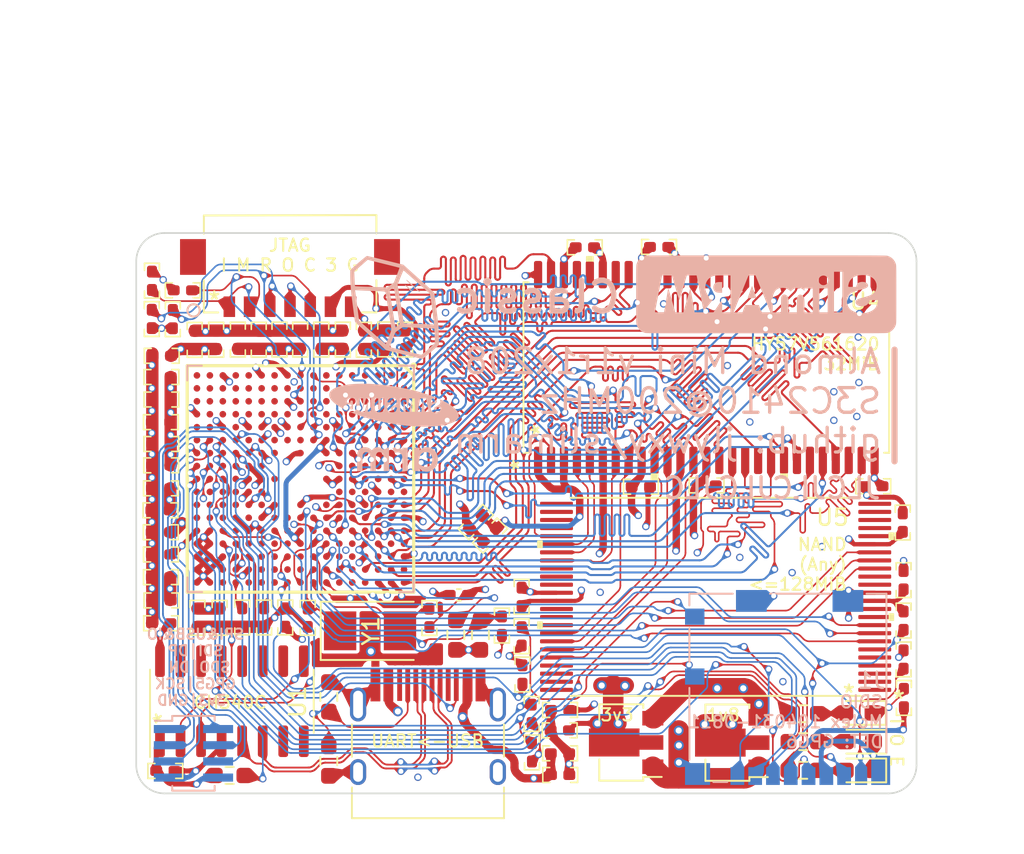
<source format=kicad_pcb>
(kicad_pcb (version 20221018) (generator pcbnew)
  (layers (0 "F.Cu" signal) (1 "In1.Cu" signal) (2 "In2.Cu" signal) (31 "B.Cu" signal) (34 "B.Paste" user) (35 "F.Paste" user) (36 "B.SilkS" user "B.Silkscreen") (37 "F.SilkS" user "F.Silkscreen") (38 "B.Mask" user) (39 "F.Mask" user) (44 "Edge.Cuts" user))
  (net 0 "")
  (net 1 "GND")
  (net 2 "/XTAL_OUT")
  (net 3 "/XTAL_IN")
  (net 4 "/NRESET")
  (net 5 "+3V3")
  (net 6 "Net-(IC1-UPLLCAP)")
  (net 7 "+5V")
  (net 8 "+1V8")
  (net 9 "Net-(IC1-MPLLCAP)")
  (net 10 "/BUS_DAT15")
  (net 11 "/BUS_DAT11")
  (net 12 "/BUS_DAT6")
  (net 13 "/BUS_DAT1")
  (net 14 "/BUS_ADR13")
  (net 15 "/BUS_ADR6")
  (net 16 "/BUS_ADR2")
  (net 17 "/DRAM_DQML")
  (net 18 "/BUS_DAT13")
  (net 19 "/BUS_DAT9")
  (net 20 "/BUS_DAT5")
  (net 21 "/BUS_DAT0")
  (net 22 "/BUS_ADR24")
  (net 23 "/BUS_ADR12")
  (net 24 "/BUS_ADR8")
  (net 25 "/BUS_ADR4")
  (net 26 "/DRAM_NSRAS")
  (net 27 "/DRAM_DQMU")
  (net 28 "/BUS_DAT12")
  (net 29 "/BUS_DAT7")
  (net 30 "/BUS_DAT4")
  (net 31 "/BUS_ADR7")
  (net 32 "/BUS_ADR3")
  (net 33 "/DRAM_NSCAS")
  (net 34 "/BUS_DAT14")
  (net 35 "/BUS_DAT10")
  (net 36 "/BUS_DAT2")
  (net 37 "/BUS_ADR10")
  (net 38 "/BUS_ADR5")
  (net 39 "/BUS_ADR1")
  (net 40 "/DRAM_SCKE")
  (net 41 "/BUS_DAT3")
  (net 42 "/BUS_ADR23")
  (net 43 "/BUS_ADR11")
  (net 44 "/BUS_NWE")
  (net 45 "/BUS_DAT8")
  (net 46 "/DRAM_SCLK")
  (net 47 "/DRAM_CS")
  (net 48 "/BUS_ADR9")
  (net 49 "/BUS_NWAIT")
  (net 50 "/JTAG_NTRST")
  (net 51 "/JTAG_TCK")
  (net 52 "/JTAG_TDI")
  (net 53 "/JTAG_TMS")
  (net 54 "/JTAG_TDO")
  (net 55 "Net-(D1-A)")
  (net 56 "/USB_DP")
  (net 57 "/USB_DN")
  (net 58 "/GPIO_G0")
  (net 59 "/GPIO_G2")
  (net 60 "/GPIO_G1")
  (net 61 "Net-(D2-A)")
  (net 62 "Net-(D3-A)")
  (net 63 "/NAND_ALE")
  (net 64 "/NAND_NFWE")
  (net 65 "/NAND_NFRE")
  (net 66 "/NAND_NFCE")
  (net 67 "/NAND_CLE")
  (net 68 "/SPI0_CLK")
  (net 69 "/NAND_RNB")
  (net 70 "/SPI0_MISO")
  (net 71 "/SPI0_MOSI")
  (net 72 "Net-(J4-CC1)")
  (net 73 "/CH_DP")
  (net 74 "/CH_DN")
  (net 76 "Net-(J4-CC2)")
  (net 94 "/OM0")
  (net 96 "/UART_TX")
  (net 97 "/UART_RX")
  (net 230 "/GPIO_G5")
  (net 244 "/SD_DAT2")
  (net 245 "/SD_DAT3")
  (net 246 "/SD_CMD")
  (net 247 "/SD_CLK")
  (net 248 "/SD_DAT0")
  (net 249 "/SD_DAT1")
  (net 250 "/SD_DET")
  (net 251 "Net-(J1-DET_B)")
  (footprint "Library:0402" (layer "F.Cu") (at 48.29 44.46 180)
    (fp_text reference "C48" hide)
    (fp_text value "100nF")
  )
  (footprint "Resistor_SMD:R_0603_1608Metric_Pad0.98x0.95mm_HandSolder" (layer "F.Cu") (at 34 40.97 -90)
    (fp_text reference "R7" hide)
    (fp_text value "5.1k")
  )
  (footprint "Library:0402" (layer "F.Cu") (at 25.71 18.91 -90)
    (fp_text reference "C21" hide)
    (fp_text value "100nF")
  )
  (footprint "Library:0402" (layer "F.Cu") (at 30.95 18.89 -90)
    (fp_text reference "C40" hide)
    (fp_text value "100nF")
  )
  (footprint "Library:0402" (layer "F.Cu") (at 49.83 13.18)
    (fp_text reference "C14" hide)
    (fp_text value "100nF")
  )
  (footprint "Library:0402" (layer "F.Cu") (at 31.31 36.0675 -90)
    (fp_text reference "C35" hide)
    (fp_text value "100nF")
  )
  (footprint "Library:0402" (layer "F.Cu") (at 23.6525 25.34)
    (fp_text reference "C43" hide)
    (fp_text value "100nF")
  )
  (footprint "Library:BGA272C80P17X17_1400X1400X116" (layer "F.Cu") (at 32.25 27.5 -90)
    (fp_text reference "IC1" hide)
    (fp_text value "S3C2410AXX-YO" hide)
  )
  (footprint "LED_SMD:LED_0603_1608Metric_Pad1.05x0.95mm_HandSolder" (layer "F.Cu") (at 66.77 41.962 180)
    (fp_text reference "D2" hide)
    (fp_text value "LED")
  )
  (footprint "Library:0402" (layer "F.Cu") (at 38.72 18.89 -90)
    (fp_text reference "C18" hide)
    (fp_text value "100nF")
  )
  (footprint "Library:0402" (layer "F.Cu") (at 25.88 36.08 90)
    (fp_text reference "C28" hide)
    (fp_text value "100nF")
  )
  (footprint "Library:0402" (layer "F.Cu") (at 57.35 27.9 180)
    (fp_text reference "C26" hide)
    (fp_text value "100nF")
  )
  (footprint "Library:0402" (layer "F.Cu") (at 27.25 36.08 90)
    (fp_text reference "C30" hide)
    (fp_text value "100nF")
  )
  (footprint "Library:0402" (layer "F.Cu") (at 69.48 30.2 -90)
    (fp_text reference "C11" hide)
    (fp_text value "100nF")
  )
  (footprint "Library:0402" (layer "F.Cu") (at 69.53 33.76 -90)
    (fp_text reference "C25" hide)
    (fp_text value "100nF")
  )
  (footprint "Package_TO_SOT_SMD:SOT-89-3" (layer "F.Cu") (at 52.08 43.79 180)
    (fp_text reference "U6" hide)
    (fp_text value "AMS1117")
  )
  (footprint "Library:0402" (layer "F.Cu") (at 69.55 41.04 -90)
    (fp_text reference "C7" hide)
    (fp_text value "100nF")
  )
  (footprint "Library:0402" (layer "F.Cu") (at 36.17 18.9 -90)
    (fp_text reference "C41" hide)
    (fp_text value "100nF")
  )
  (footprint "Library:0402" (layer "F.Cu") (at 53.29 27.98 180)
    (fp_text reference "C24" hide)
    (fp_text value "100nF")
  )
  (footprint "Library:0402" (layer "F.Cu") (at 23.66 21.2)
    (fp_text reference "C45" hide)
    (fp_text value "100nF")
  )
  (footprint "Library:0402" (layer "F.Cu") (at 23.06 17.61 90)
    (fp_text reference "R14" hide)
    (fp_text value "10k")
  )
  (footprint "Library:0402" (layer "F.Cu") (at 40.22 36.09 90)
    (fp_text reference "C12" hide)
    (fp_text value "22pF")
  )
  (footprint "Library:0402" (layer "F.Cu") (at 23.6225 30.794)
    (fp_text reference "C38" hide)
    (fp_text value "100nF")
  )
  (footprint "LED_SMD:LED_0603_1608Metric_Pad1.05x0.95mm_HandSolder" (layer "F.Cu") (at 66.795 45.518 180)
    (fp_text reference "D3" hide)
    (fp_text value "LED")
  )
  (footprint "Library:0402" (layer "F.Cu") (at 34.87 18.89 -90)
    (fp_text reference "C22" hide)
    (fp_text value "100nF")
  )
  (footprint "jlywxy:DF13A-7P-1.25H21" (layer "F.Cu") (at 27.8529 17.082 180)
    (fp_text reference "J3" hide)
    (fp_text value "DF13A-7P-1.25H21" hide)
  )
  (footprint "Library:0402" (layer "F.Cu") (at 32.23 18.89 -90)
    (fp_text reference "C39" hide)
    (fp_text value "100nF")
  )
  (footprint "Library:0402" (layer "F.Cu") (at 48.28 43.04)
    (fp_text reference "C50" hide)
    (fp_text value "100nF")
  )
  (footprint "Library:0402" (layer "F.Cu") (at 48.3 45.8 180)
    (fp_text reference "C17" hide)
    (fp_text value "100nF")
  )
  (footprint "Library:0402" (layer "F.Cu") (at 43.09 30.16 45)
    (fp_text reference "C3" hide)
    (fp_text value "100nF")
  )
  (footprint "jlywxy:HY57V561620FTP" (layer "F.Cu") (at 57.3385 20.61155 90)
    (fp_text reference "U4")
    (fp_text value "HY57V561620FTP" hide)
  )
  (footprint "Library:0402" (layer "F.Cu") (at 23.6425 26.66)
    (fp_text reference "C37" hide)
    (fp_text value "100nF")
  )
  (footprint "Capacitor_SMD:C_0402_1005Metric_Pad0.74x0.62mm_HandSolder" (layer "F.Cu") (at 42.04 34.67 180)
    (fp_text reference "C29" hide)
    (fp_text value "100nF")
  )
  (footprint "jlywxy:M29W640FB70N6E" (layer "F.Cu") (at 57.912 34.7875 180)
    (fp_text reference "U5")
    (fp_text value "K9F5608U0C" hide)
  )
  (footprint "Library:0402" (layer "F.Cu") (at 54.42 13.16)
    (fp_text reference "C15" hide)
    (fp_text value "100nF")
  )
  (footprint "Library:0402" (layer "F.Cu") (at 44.702 36.57 -90)
    (fp_text reference "C51" hide)
    (fp_text value "100nF")
  )
  (footprint "Package_SO:SOIC-16_3.9x9.9mm_P1.27mm" (layer "F.Cu") (at 28.01 41.24 90)
    (fp_text reference "U1")
    (fp_text value "CH340C")
  )
  (footprint "Library:0402" (layer "F.Cu") (at 23.63 33.57)
    (fp_text reference "C42" hide)
    (fp_text value "100nF")
  )
  (footprint "Library:0402" (layer "F.Cu") (at 29.67 18.9 -90)
    (fp_text reference "C46" hide)
    (fp_text value "100nF")
  )
  (footprint "Resistor_SMD:R_0603_1608Metric_Pad0.98x0.95mm_HandSolder" (layer "F.Cu") (at 34 44.94 90)
    (fp_text reference "R12" hide)
    (fp_text value "5.1k")
  )
  (footprint "Library:0402" (layer "F.Cu") (at 24.36 17.62 90)
    (fp_text reference "R15" hide)
    (fp_text value "10k")
  )
  (footprint "Library:0402" (layer "F.Cu") (at 23.63 32.17)
    (fp_text reference "C31" hide)
    (fp_text value "100nF")
  )
  (footprint "Library:0402" (layer "F.Cu") (at 27.04 18.9 -90)
    (fp_text reference "C19" hide)
    (fp_text value "100nF")
  )
  (footprint "Library:0402" (layer "F.Cu") (at 28.65 36.07 -90)
    (fp_text reference "C2" hide)
    (fp_text value "5pF")
  )
  (footprint "Resistor_SMD:R_0603_1608Metric_Pad0.98x0.95mm_HandSolder" (layer "F.Cu") (at 27.87 45.83)
    (fp_text reference "R13" hide)
    (fp_text value "0")
  )
  (footprint "Library:0402" (layer "F.Cu") (at 45.92 34.79 -90)
    (fp_text reference "C13" hide)
    (fp_text value "100nF")
  )
  (footprint "Resistor_SMD:R_0603_1608Metric_Pad0.98x0.95mm_HandSolder" (layer "F.Cu") (at 43.376 37.1525 -90)
    (fp_text reference "R2" hide)
    (fp_text value "10k")
  )
  (footprint "Library:0402" (layer "F.Cu") (at 23.66 22.59)
    (fp_text reference "C33" hide)
    (fp_text value "100nF")
  )
  (footprint "LED_SMD:LED_0603_1608Metric_Pad1.05x0.95mm_HandSolder" (layer "F.Cu") (at 66.795 43.74 180)
    (fp_text reference "D1" hide)
    (fp_text value "LED")
  )
  (footprint "Library:0402" (layer "F.Cu") (at 28.38 18.89 -90)
    (fp_text reference "C47" hide)
    (fp_text value "100nF")
  )
  (footprint "Library:0402" (layer "F.Cu") (at 33.54 18.89 -90)
    (fp_text reference "C23" hide)
    (fp_text value "100nF")
  )
  (footprint "Library:0402" (layer "F.Cu") (at 30 36.07 -90)
    (fp_text reference "C1" hide)
    (fp_text value "5pF")
  )
  (footprint "Crystal:Crystal_SMD_5032-2Pin_5.0x3.2mm" (layer "F.Cu") (at 36.55 36.89)
    (fp_text reference "Y1")
    (fp_text value "12MHz")
  )
  (footprint "Library:0402" (layer "F.Cu") (at 67.66 27.95)
    (fp_text reference "C27" hide)
    (fp_text value "100nF")
  )
  (footprint "Library:0402" (layer "F.Cu") (at 46.56 44.4 90)
    (fp_text reference "R11" hide)
    (fp_text value "100k")
  )
  (footprint "Resistor_SMD:R_0603_1608Metric_Pad0.98x0.95mm_HandSolder" (layer "F.Cu") (at 41.852 37.1525 90)
    (fp_text reference "R1" hide)
    (fp_text value "1.5k")
  )
  (footprint "Library:0402" (layer "F.Cu") (at 43.97 31 45)
    (fp_text reference "C5" hide)
    (fp_text value "100nF")
  )
  (footprint "Library:0402" (layer "F.Cu") (at 48.3 41.78)
    (fp_text reference "C49" hide)
    (fp_text value "100nF")
  )
  (footprint "Library:0402" (layer "F.Cu") (at 32.7 36.08 90)
    (fp_text reference "C6" hide)
    (fp_text value "22pF")
  )
  (footprint "Package_TO_SOT_SMD:SOT-89-3" (layer "F.Cu") (at 58.64 43.8 180)
    (fp_text reference "U7" hide)
    (fp_text value "AMS1117-1.8")
  )
  (footprint "Library:0402" (layer "F.Cu") (at 23.64 36.42)
    (fp_text reference "C9" hide)
    (fp_text value "100nF")
  )
  (footprint "Library:0402" (layer "F.Cu") (at 46.54 42.02 90)
    (fp_text reference "R8" hide)
    (fp_text value "100k")
  )
  (footprint "Connector_USB:USB_C_Receptacle_HRO_TYPE-C-31-M-12" (layer "F.Cu") (at 40.13 44.57)
    (fp_text reference "J4" hide)
    (fp_text value "USB_C_Receptacle_USB2.0")
  )
  (footprint "Library:0402" (layer "F.Cu") (at 45.92 37.23 -90)
    (fp_text reference "R20" hide)
    (fp_text value "10k")
  )
  (footprint "Resistor_SMD:R_0603_1608Metric_Pad0.98x0.95mm_HandSolder" (layer "F.Cu") (at 63.32 42.012)
    (fp_text reference "R5" hide)
    (fp_text value "5.6k")
  )
  (footprint "Library:0402" (layer "F.Cu") (at 23.9 45.55)
    (fp_text reference "C16" hide)
    (fp_text value "100nF")
  )
  (footprint "Library:0402" (layer "F.Cu") (at 45.97 39.59 -90)
    (fp_text reference "R10" hide)
    (fp_text value "100k")
  )
  (footprint "Library:0402" (layer "F.Cu") (at 37.49 18.88 -90)
    (fp_text reference "C34" hide)
    (fp_text value "100nF")
  )
  (footprint "Library:0402" (layer "F.Cu") (at 23.07 15.25 -90)
    (fp_text reference "R17" hide)
    (fp_text value "10k")
  )
  (footprint "Resistor_SMD:R_0603_1608Metric_Pad0.98x0.95mm_HandSolder" (layer "F.Cu") (at 63.32 45.512)
    (fp_text reference "R6" hide)
    (fp_text value "5.6k")
  )
  (footprint "Library:0402" (layer "F.Cu") (at 23.68 19.89)
    (fp_text reference "C32" hide)
    (fp_text value "100nF")
  )
  (footprint "Library:0402" (layer "F.Cu") (at 23.6025 29.44)
    (fp_text reference "C20" hide)
    (fp_text value "100nF")
  )
  (footprint "Library:0402" (layer "F.Cu") (at 69.53 36.26 -90)
    (fp_text reference "R3" hide)
    (fp_text value "10k")
  )
  (footprint "Library:0402" (layer "F.Cu") (at 23.66 35.01)
    (fp_text reference "C36" hide)
    (fp_text value "100nF")
  )
  (footprint "Library:0402" (layer "F.Cu") (at 23.6325 28.08)
    (fp_text reference "C4" hide)
    (fp_text value "100nF")
  )
  (footprint "Library:0402" (layer "F.Cu") (at 23.63 23.99)
    (fp_text reference "C44" hide)
    (fp_text value "100nF")
  )
  (footprint "Resistor_SMD:R_0603_1608Metric_Pad0.98x0.95mm_HandSolder" (layer "F.Cu") (at 63.327 43.74)
    (fp_text reference "R4" hide)
    (fp_text value "5.6k")
  )
  (footprint "Library:0402" (layer "F.Cu") (at 24.98 15.84)
    (fp_text reference "R16" hide)
    (fp_text value "10k")
  )
  (footprint "Library:0402" (layer "F.Cu") (at 69.53 38.66 -90)
    (fp_text reference "R9" hide)
    (fp_text value "100k")
  )
  (footprint "Library:image_arm" (layer "B.Cu") (at 38.25324 26.29676 180)
    (fp_text reference "G***" hide)
    (fp_text value "LOGO" hide)
  )
  (footprint "jlywxy:image_slimarm" (layer "B.Cu") (at 60.987146 16.052557 180)
    (fp_text reference "G***" hide)
    (fp_text value "LOGO" hide)
  )
  (footprint "Library:image_samsung" (layer "B.Cu") (at 38.03 22.94 180)
    (fp_text reference "G***" hide)
    (fp_text value "LOGO" hide)
  )
  (footprint "jlywxy:image_monazite_baremetal" (layer "B.Cu") (at 38.03899 17.05507 180)
    (fp_text reference "G***" hide)
    (fp_text value "LOGO" hide)
  )
  (footprint "Connector_Card:microSD_HC_Molex_104031-0811" (layer "B.Cu") (at 62.36 40.415)
    (fp_text reference "J1")
    (fp_text value "Micro_SD_Card_Det_Hirose_DM3AT")
  )
  (footprint "Connector_PinSocket_1.00mm:PinSocket_2x04_P1.00mm_Vertical_SMD" (layer "B.Cu") (at 25.635 44.46 180)
    (fp_text reference "J2" hide)
    (fp_text value "Conn_02x04_Counter_Clockwise")
  )
  (gr_line (start 39.26 21.402) (end 39.26 20.498) (stroke (width 0.127)) (layer "B.SilkS"))
  (gr_line (start 25.25 20.506) (end 25.25 21.41) (stroke (width 0.127)) (layer "B.SilkS"))
  (gr_line (start 25.266 34.49) (end 26.17 34.49) (stroke (width 0.127)) (layer "B.SilkS"))
  (gr_line (start 38.348 34.49) (end 39.252 34.49) (stroke (width 0.127)) (layer "B.SilkS"))
  (gr_line (start 39.254 20.5) (end 38.35 20.5) (stroke (width 0.127)) (layer "B.SilkS"))
  (gr_line (start 68.97 19.507437) (end 68.97 26.412562) (stroke (width 0.381)) (layer "B.SilkS"))
  (gr_line (start 25.26 33.588) (end 25.26 34.492) (stroke (width 0.127)) (layer "B.SilkS"))
  (gr_line (start 26.152 20.5) (end 25.248 20.5) (stroke (width 0.127)) (layer "B.SilkS"))
  (gr_line (start 39.25 34.484) (end 39.25 33.58) (stroke (width 0.127)) (layer "B.SilkS"))
  (gr_line (start 22.1 45.19686) (end 22.1 14.032145) (stroke (width 0.1)) (layer "Edge.Cuts"))
  (gr_arc (start 68.589423 12.3) (mid 69.820021 12.811544) (end 70.329457 14.042998) (stroke (width 0.1)) (layer "Edge.Cuts"))
  (gr_line (start 68.588558 46.9392) (end 23.839377 46.9392) (stroke (width 0.1)) (layer "Edge.Cuts"))
  (gr_arc (start 23.839377 46.9392) (mid 22.609259 46.427846) (end 22.1 45.19686) (stroke (width 0.1)) (layer "Edge.Cuts"))
  (gr_line (start 23.835085 12.3) (end 68.589423 12.3) (stroke (width 0.1)) (layer "Edge.Cuts"))
  (gr_line (start 70.329457 14.042998) (end 70.329469 45.201252) (stroke (width 0.1)) (layer "Edge.Cuts"))
  (gr_arc (start 22.1 14.032145) (mid 22.609237 12.807158) (end 23.835085 12.3) (stroke (width 0.1)) (layer "Edge.Cuts"))
  (gr_arc (start 70.329469 45.201252) (mid 69.818533 46.430359) (end 68.588558 46.9392) (stroke (width 0.1)) (layer "Edge.Cuts"))
  (gr_text "SDIO\nMolex 104031-0811\nDET: GPG6" (at 68.33 42.51) (layer "B.SilkS") (effects (font (size 0.762 0.762) (thickness 0.127)) (justify left mirror)))
  (gr_text "Almond Mini v1r1x208\nS3C2410@200MHz\ngithub: jlywxy/slimarm" (at 68.28 26.03) (layer "B.SilkS") (effects (font (size 1.524 1.524) (thickness 0.2032)) (justify left bottom mirror)))
  (gr_text " SPI&USB&IO\n SDI|DP\nSDO|DN\n GPG5|SCK\n  3v3|GND" (at 26 39.14) (layer "B.SilkS") (effects (font (size 0.635 0.635) (thickness 0.127)) (justify mirror)))
  (gr_text "JLCJLCJLCJLC" (at 68.22 28.83) (layer "B.SilkS") (effects (font (size 1.3 1.3) (thickness 0.2)) (justify left bottom mirror)))
  (gr_text "Classic\n" (at 52.19 17.37) (layer "B.SilkS") (effects (font (size 1.905 1.905) (thickness 0.3302) bold) (justify left bottom mirror)))
  (gr_text "UART<-USB" (at 40.11 43.7) (layer "F.SilkS") (effects (font (size 0.762 0.762) (thickness 0.127))))
  (gr_text "CH340C" (at 30.24 41.31) (layer "F.SilkS") (effects (font (size 0.762 0.762) (thickness 0.127)) (justify right)))
  (gr_text "JTAG\nI M R O C 3 G" (at 31.6 13.67) (layer "F.SilkS") (effects (font (size 0.762 0.762) (thickness 0.127))))
  (gr_text "I O E" (at 69.1 43.8 270) (layer "F.SilkS") (effects (font (size 0.762 0.762) (thickness 0.127))))
  (gr_text "1v8" (at 57.28 42.095) (layer "F.SilkS") (effects (font (size 0.762 0.762) (thickness 0.127)) (justify left)))
  (gr_text "NAND\n(Any)\n<=128MiB" (at 66.09 32.78) (layer "F.SilkS") (effects (font (size 0.762 0.762) (thickness 0.127)) (justify right)))
  (gr_text "SDR SDRAM\nHY57V561620\n32MiB" (at 68.12 19.16) (layer "F.SilkS") (effects (font (size 0.762 0.762) (thickness 0.127)) (justify right)))
  (gr_text "3v3" (at 50.72 42.085) (layer "F.SilkS") (effects (font (size 0.762 0.762) (thickness 0.127)) (justify left)))
  (segment (start 26.21121 45.97879) (end 25.83 46.36) (width 0.1016) (layer "F.Cu") (net 1))
  (segment (start 50.81121 32.03469) (end 50.73 32.1159) (width 0.4572) (layer "F.Cu") (net 1))
  (segment (start 34.49469 24.94469) (end 34.65 25.1) (width 0.1016) (layer "F.Cu") (net 1))
  (segment (start 36.208374 17.620748) (end 36.18 17.649122) (width 0.3048) (layer "F.Cu") (net 1))
  (segment (start 47.7125 42.7) (end 47.7125 43.10458) (width 0.508) (layer "F.Cu") (net 1))
  (segment (start 33.58159 34.172951) (end 34.159849 34.75121) (width 0.1016) (layer "F.Cu") (net 1))
  (segment (start 53.73 30.20479) (end 53.73 28.0375) (width 0.3048) (layer "F.Cu") (net 1))
  (segment (start 36.1804 18.3225) (end 36.1804 18.3325) (width 0.762) (layer "F.Cu") (net 1))
  (segment (start 25.85 31.5) (end 26.65 32.3) (width 0.3048) (layer "F.Cu") (net 1))
  (segment (start 48.5374 13.9051) (end 48.5374 14.87115) (width 0.381) (layer "F.Cu") (net 1))
  (segment (start 67.59101 16.48899) (end 66.8 17.28) (width 0.254) (layer "F.Cu") (net 1))
  (segment (start 27.45 24.307936) (end 27.042064 23.9) (width 0.3048) (layer "F.Cu") (net 1))
  (segment (start 33.05 32.3) (end 33.28401 32.53401) (width 0.1016) (layer "F.Cu") (net 1))
  (segment (start 34.519059 34.9) (end 34.55 34.9) (width 0.1016) (layer "F.Cu") (net 1))
  (segment (start 69.55 40.68) (end 68.41679 41.81321) (width 0.1016) (layer "F.Cu") (net 1))
  (segment (start 33.4328 32.89322) (end 33.4328 33.813741) (width 0.1016) (layer "F.Cu") (net 1))
  (segment (start 29.49 20.63479) (end 29.49 20.61) (width 0.1016) (layer "F.Cu") (net 1))
  (segment (start 27.042064 23.9) (end 27.042064 23.899999) (width 0.3048) (layer "F.Cu") (net 1))
  (segment (start 41.08 35.69229) (end 41.08 35.69) (width 0.1016) (layer "F.Cu") (net 1))
  (segment (start 25.85 33.1) (end 26.65 32.3) (width 0.3048) (layer "F.Cu") (net 1))
  (segment (start 60.014564 45.855436) (end 60.58 45.29) (width 1.27) (layer "F.Cu") (net 1))
  (segment (start 36.25 32.3) (end 35.89 32.66) (width 0.3048) (layer "F.Cu") (net 1))
  (segment (start 29.449999 30.299999) (end 29.665 30.515) (width 0.3048) (layer "F.Cu") (net 1))
  (segment (start 50.81726 32.000768) (end 50.77476 32.045083) (width 0.254) (layer "F.Cu") (net 1))
  (segment (start 26.65 30.7) (end 25.85 31.5) (width 0.3048) (layer "F.Cu") (net 1))
  (segment (start 67.67 43.74) (end 67.67 44.59) (width 0.1016) (layer "F.Cu") (net 1))
  (segment (start 31.051632 23.94) (end 31.066321 23.925311) (width 0.1016) (layer "F.Cu") (net 1))
  (segment (start 26.65 31.48) (end 26.26 31.09) (width 0.3048) (layer "F.Cu") (net 1))
  (segment (start 29.270395 30.479605) (end 29.05 30.7) (width 0.3048) (layer "F.Cu") (net 1))
  (segment (start 57.01 30.527926) (end 57.01 29.024603) (width 0.1016) (layer "F.Cu") (net 1))
  (segment (start 49.2625 13.18) (end 48.5374 13.9051) (width 0.381) (layer "F.Cu") (net 1))
  (segment (start 34.26 30.29) (end 34.26 30.299974) (width 0.1016) (layer "F.Cu") (net 1))
  (segment (start 36.65 27.9) (end 36.65 27.892064) (width 0.1016) (layer "F.Cu") (net 1))
  (segment (start 34.44292 45.62) (end 35.81 45.62) (width 0.3048) (layer "F.Cu") (net 1))
  (segment (start 30.37 18.3325) (end 34.86 18.3325) (width 0.762) (layer "F.Cu") (net 1))
  (segment (start 34.26 30.299974) (end 34.258993 30.298967) (width 0.1016) (layer "F.Cu") (net 1))
  (segment (start 55.48 27.56) (end 55.48 31.93) (width 0.4572) (layer "F.Cu") (net 1))
  (segment (start 29.665 30.515) (end 29.85 30.7) (width 0.3048) (layer "F.Cu") (net 1))
  (segment (start 46.919375 14.88255) (end 46.18255 14.88255) (width 0.254) (layer "F.Cu") (net 1))
  (segment (start 38.72 18.3225) (end 36.1804 18.3225) (width 0.762) (layer "F.Cu") (net 1))
  (segment (start 25.85 32.3) (end 26.65 31.5) (width 0.3048) (layer "F.Cu") (net 1))
  (segment (start 67.306704 28.556704) (end 67.25 28.5) (width 0.3048) (layer "F.Cu") (net 1))
  (segment (start 34.242064 23.899999) (end 34.242064 23.912064) (width 0.1016) (layer "F.Cu") (net 1))
  (segment (start 35.33 34.88) (end 35.31 34.9) (width 0.1016) (layer "F.Cu") (net 1))
  (segment (start 29.85 24.3) (end 30.24 23.91) (width 0.3048) (layer "F.Cu") (net 1))
  (segment (start 57.079687 28.764593) (end 57.082827 28.759155) (width 0.1016) (layer "F.Cu") (net 1))
  (segment (start 35.65678 22.3172) (end 35.0328 22.3172) (width 0.1016) (layer "F.Cu") (net 1))
  (segment (start 31.5525 35.5) (end 32.7 36.6475) (width 0.3048) (layer "F.Cu") (net 1))
  (segment (start 29.665 30.515) (end 29.629605 30.479605) (width 0.3048) (layer "F.Cu") (net 1))
  (segment (start 46.14 14.84) (end 46.14 14.9359) (width 0.127) (layer "F.Cu") (net 1))
  (segment (start 34.55 34.9) (end 35.31 34.9) (width 0.1016) (layer "F.Cu") (net 1))
  (segment (start 35.89 32.688673) (end 35.880443 32.679116) (width 0.1016) (layer "F.Cu") (net 1))
  (segment (start 29.05 26.7) (end 29.85 27.5) (width 0.3048) (layer "F.Cu") (net 1))
  (segment (start 67.7398 16.12978) (end 67.7398 14.87115) (width 0.254) (layer "F.Cu") (net 1))
  (segment (start 53.6 30.44) (end 53.655605 30.384395) (width 0.3048) (layer "F.Cu") (net 1))
  (segment (start 34.347654 24.110799) (end 34.347654 24.652129) (width 0.1016) (layer "F.Cu") (net 1))
  (segment (start 37.85 33.9) (end 38.425605 34.475605) (width 0.3048) (layer "F.Cu") (net 1))
  (segment (start 23.99371 46.21121) (end 23.3325 45.55) (width 0.3048) (layer "F.Cu") (net 1))
  (segment (start 66.38271 34.5375) (end 67.74815 34.5375) (width 0.254) (layer "F.Cu") (net 1))
  (segment (start 31.09 23.94) (end 31.051632 23.94) (width 0.1016) (layer "F.Cu") (net 1))
  (segment (start 57.146 30.769136) (end 57.084395 30.707531) (width 0.1016) (layer "F.Cu") (net 1))
  (segment (start 30.37 18.3325) (end 25.72 18.3325) (width 0.762) (layer "F.Cu") (net 1))
  (segment (start 33.05 30.7) (end 32.81599 30.46599) (width 0.1016) (layer "F.Cu") (net 1))
  (segment (start 29.449999 30.292063) (end 29.449999 30.299999) (width 0.3048) (layer "F.Cu") (net 1))
  (segment (start 53.338 13.88492) (end 53.338 14.87115) (width 0.3048) (layer "F.Cu") (net 1))
  (segment (start 30.24 23.900026) (end 30.241007 23.901033) (width 0.1016) (layer "F.Cu") (net 1))
  (segment (start 57.010176 29.011239) (end 57.010964 28.981304) (width 0.1016) (layer "F.Cu") (net 1))
  (segment (start 35.81 41.2925) (end 36.88 40.2225) (width 0.3048) (layer "F.Cu") (net 1))
  (segment (start 47.7125 42.7) (end 47.7125 43.04) (width 0.508) (layer "F.Cu") (net 1))
  (segment (start 69.48 29.6325) (end 69.48 29.21042) (width 0.3048) (layer "F.Cu") (net 1))
  (segment (start 50.73 32.09) (end 50.73 32.1159) (width 0.1016) (layer "F.Cu") (net 1))
  (segment (start 48.8575 44.46) (end 48.8575 45.79) (width 0.508) (layer "F.Cu") (net 1))
  (segment (start 28.25 29.9) (end 29.05 30.7) (width 0.3048) (layer "F.Cu") (net 1))
  (segment (start 25.85 23.491963) (end 25.46149 23.103453) (width 0.3048) (layer "F.Cu") (net 1))
  (segment (start 34.57629 40.20629) (end 35.81 41.44) (width 0.3048) (layer "F.Cu") (net 1))
  (segment (start 26.25 28.707936) (end 26.25 28.11042) (width 0.1016) (layer "F.Cu") (net 1))
  (segment (start 68.900679 28.631099) (end 67.486309 28.631099) (width 0.3048) (layer "F.Cu") (net 1))
  (segment (start 36.18 17.89) (end 36.18 17.78631) (width 0.3048) (layer "F.Cu") (net 1))
  (segment (start 38.5 34.65521) (end 38.5 34.72) (width 0.3048) (layer "F.Cu") (net 1))
  (segment (start 23.3325 45.55) (end 23.3325 44.15792) (width 0.3048) (layer "F.Cu") (net 1))
  (segment (start 34.780604 25.230604) (end 34.65 25.1) (width 0.1016) (layer "F.Cu") (net 1))
  (segment (start 55.47 27.55) (end 55.48 27.56) (width 0.4572) (layer "F.Cu") (net 1))
  (segment (start 42.46 30.122146) (end 42.46 29.63042) (width 0.4572) (layer "F.Cu") (net 1))
  (segment (start 39.72879 30.04879) (end 39.82 30.14) (width 0.1016) (layer "F.Cu") (net 1))
  (segment (start 36.105605 17.606705) (end 35.3529 16.854) (width 0.3048) (layer "F.Cu") (net 1))
  (segment (start 34.922951 21.63159) (end 34.958405 21.667044) (width 0.1016) (layer "F.Cu") (net 1))
  (segment (start 23.0925 19.740296) (end 23.0925 34.17) (width 0.762) (layer "F.Cu") (net 1))
  (segment (start 57.146 31.48358) (end 57.146 30.769136) (width 0.1016) (layer "F.Cu") (net 1))
  (segment (start 38.65 29.9) (end 39.36958 29.9) (width 0.3048) (layer "F.Cu") (net 1))
  (segment (start 29.4672 32.92762) (end 29.4672 36.5803) (width 0.1016) (layer "F.Cu") (net 1))
  (segment (start 25.89 36.6375) (end 29.41 36.6375) (width 0.762) (layer "F.Cu") (net 1))
  (segment (start 55.7383 26.35195) (end 55.7383 27.07128) (width 0.4572) (layer "F.Cu") (net 1))
  (segment (start 44.55321 38.27679) (end 44.45 38.38) (width 0.1016) (layer "F.Cu") (net 1))
  (segment (start 42.688717 30.561283) (end 42.60879 30.481356) (width 0.4572) (layer "F.Cu") (net 1))
  (segment (start 50.96 26.403475) (end 50.96 31.67548) (width 0.4572) (layer "F.Cu") (net 1))
  (segment (start 33.32121 29.34121) (end 33.2 29.22) (width 0.1016) (layer "F.Cu") (net 1))
  (segment (start 55.48 31.93) (end 55.46 31.95) (width 0.4572) (layer "F.Cu") (net 1))
  (segment (start 29.05 32.3) (end 29.31841 32.56841) (width 0.1016) (layer "F.Cu") (net 1))
  (segment (start 25.85 32.3) (end 26.65 33.1) (width 0.3048) (layer "F.Cu") (net 1))
  (segment (start 34.65 26.7) (end 34.50239 26.55239) (width 0.1016) (layer "F.Cu") (net 1))
  (segment (start 33.05 21.1) (end 33.28401 21.33401) (width 0.1016) (layer "F.Cu") (net 1))
  (segment (start 43.38 40.37) (end 44.45 41.44) (width 0.3048) (layer "F.Cu") (net 1))
  (segment (start 69.33121 28.85121) (end 69.259889 28.779889) (width 0.3048) (layer "F.Cu") (net 1))
  (segment (start 33.825341 29.49) (end 33.68042 29.49) (width 0.1016) (layer "F.Cu") (net 1))
  (segment (start 66.13 34.39) (end 66.203105 34.463105) (width 0.254) (layer "F.Cu") (net 1))
  (segment (start 23.0925 35.01) (end 23.0925 36.4) (width 0.762) (layer "F.Cu") (net 1))
  (segment (start 35.0328 22.3172) (end 34.65 22.7) (width 0.1016) (layer "F.Cu") (net 1))
  (segment (start 32.45678 30.3172) (end 31.8428 30.3172) (width 0.1016) (layer "F.Cu") (net 1))
  (segment (start 30.24 23.91) (end 30.24 23.900026) (width 0.1016) (layer "F.Cu") (net 1))
  (segment (start 47.7125 41.8) (end 47.7125 42.7) (width 0.508) (layer "F.Cu") (net 1))
  (segment (start 57.161143 28.656357) (end 57.9175 27.9) (width 0.1016) (layer "F.Cu") (net 1))
  (segment (start 25.72 18.3325) (end 25.71 18.3425) (width 0.762) (layer "F.Cu") (net 1))
  (segment (start 55.58951 27.43049) (end 55.47 27.55) (width 0.4572) (layer "F.Cu") (net 1))
  (segment (start 26.65 32.3) (end 27.45 33.1) (width 0.3048) (layer "F.Cu") (net 1))
  (segment (start 31.376 26.43) (end 31.75721 26.04879) (width 0.3048) (layer "F.Cu") (net 1))
  (segment (start 25.85 33.9) (end 26.65 33.1) (width 0.3048) (layer "F.Cu") (net 1))
  (segment (start 34.276971 29.24879) (end 34.184551 29.34121) (width 0.1016) (layer "F.Cu") (net 1))
  (segment (start 67.67 45.518) (end 67.67 44.59) (width 0.1016) (layer "F.Cu") (net 1))
  (segment (start 29.85 21.1) (end 29.564395 20.814395) (width 0.3048) (layer "F.Cu") (net 1))
  (segment (start 35.0328 21.846649) (end 35.0328 22.3172) (width 0.1016) (layer "F.Cu") (net 1))
  (segment (start 50.76733 32.05267) (end 50.73 32.09) (width 0.254) (layer "F.Cu") (net 1))
  (segment (start 25.83 46.36) (end 24.35292 46.36) (width 0.3048) (layer "F.Cu") (net 1))
  (segment (start 26.65 33.1) (end 27.45 32.3) (width 0.3048) (layer "F.Cu") (net 1))
  (segment (start 34.2 27.85) (end 34.23 27.85) (width 0.1016) (layer "F.Cu") (net 1))
  (segment (start 33.64322 21.4828) (end 34.563741 21.4828) (width 0.1016) (layer "F.Cu") (net 1))
  (segment (start 56.78 32.06) (end 56.99721 31.84279) (width 0.1016) (layer "F.Cu") (net 1))
  (segment (start 42.6075 34.67) (end 42.79871 34.47879) (width 0.3048) (layer "F.Cu") (net 1))
  (segment (start 57.019529 28.922252) (end 57.028943 28.887113) (width 0.1016) (layer "F.Cu") (net 1))
  (segment (start 31.8428 30.3172) (end 31.850001 30.309999) (width 0.1016) (layer "F.Cu") (net 1))
  (segment (start 41.43944 35.54121) (end 42.31065 34.67) (width 0.1016) (layer "F.Cu") (net 1))
  (segment (start 55.63 46.004226) (end 59.655354 46.004226) (width 1.27) (layer "F.Cu") (net 1))
  (segment (start 40.22 36.6575) (end 41.005605 35.871895) (width 0.1016) (layer "F.Cu") (net 1))
  (segment (start 26.65 33.9) (end 25.85 33.1) (width 0.3048) (layer "F.Cu") (net 1))
  (segment (start 42.31121 29.27121) (end 42.1 29.06) (width 0.4572) (layer "F.Cu") (net 1))
  (segment (start 31.1375 35.5) (end 30 36.6375) (width 0.3048) (layer "F.Cu") (net 1))
  (segment (start 34.14318 26.4036) (end 33.87682 26.4036) (width 0.1016) (layer "F.Cu") (net 1))
  (segment (start 53.8525 13.16) (end 53.48679 13.52571) (width 0.3048) (layer "F.Cu") (net 1))
  (segment (start 23.0925 34.17) (end 23.0925 35.01) (width 0.762) (layer "F.Cu") (net 1))
  (segment (start 34.65 29.9) (end 34.26 30.29) (width 0.1016) (layer "F.Cu") (net 1))
  (segment (start 23.0925 36.4) (end 23.0725 36.42) (width 0.762) (layer "F.Cu") (net 1))
  (segment (start 55.63 46.004226) (end 55.63 43.05) (width 1.27) (layer "F.Cu") (net 1))
  (segment (start 69.53 33.1925) (end 69.53 32.55) (width 0.3048) (layer "F.Cu") (net 1))
  (segment (start 67.24129 28.49129) (end 67.25 28.5) (width 0.1016) (layer "F.Cu") (net 1))
  (segment (start 54.954646 46.004226) (end 55.63 46.004226) (width 1.27) (layer "F.Cu") (net 1))
  (segment (start 57.3385 13.8585) (end 57.33 13.85) (width 0.1016) (layer "F.Cu") (net 1))
  (segment (start 57.3385 14.87115) (end 57.3385 13.8585) (width 0.3048) (layer "F.Cu") (net 1))
  (segment (start 46.18255 14.88255) (end 46.14 14.84) (width 0.127) (layer "F.Cu") (net 1))
  (segment (start 57.154293 28.663449) (end 57.1565 28.661123) (width 0.1016) (layer "F.Cu") (net 1))
  (segment (start 29.842063 27.5) (end 29.442064 27.899999) (width 0.3048) (layer "F.Cu") (net 1))
  (segment (start 54.03 45.29) (end 54.595436 45.855436) (width 1.27) (layer "F.Cu") (net 1))
  (segment (start 36.18 17.89) (end 36.18 18.3225) (width 0.3048) (layer "F.Cu") (net 1))
  (segment (start 36.18 17.649122) (end 36.18 17.89) (width 0.3048) (layer "F.Cu") (net 1))
  (segment (start 43.568717 31.401283) (end 42.728717 30.561283) (width 0.4572) (layer "F.Cu") (net 1))
  (segment (start 26.39879 27.75121) (end 26.65 27.5) (width 0.1016) (layer "F.Cu") (net 1))
  (segment (start 41.08 35.69) (end 41.08023 35.69) (width 0.1016) (layer "F.Cu") (net 1))
  (segment (start 31.45 24.3) (end 31.09 23.94) (width 0.3048) (layer "F.Cu") (net 1))
  (segment (start 35.89 32.66) (end 35.89 32.688673) (width 0.1016) (layer "F.Cu") (net 1))
  (segment (start 29.67 18.3325) (end 30.37 18.3325) (width 0.762) (layer "F.Cu") (net 1))
  (segment (start 29.41 36.6375) (end 30 36.6375) (width 0.762) (layer "F.Cu") (net 1))
  (segment (start 29.4672 36.5803) (end 29.41 36.6375) (width 0.1016) (layer "F.Cu") (net 1))
  (segment (start 34.58 27.5) (end 34.23 27.85) (width 0.3048) (layer "F.Cu") (net 1))
  (segment (start 44.702 37.1375) (end 44.702 37.91758) (width 0.1016) (layer "F.Cu") (net 1))
  (segment (start 46.44542 34.5375) (end 48.063175 34.5375) (width 0.254) (layer "F.Cu") (net 1))
  (segment (start 34.242064 23.899999) (end 34.273259 23.931194) (width 0.1016) (layer "F.Cu") (net 1))
  (segment (start 47.86129 43.46379) (end 48.8575 44.46) (width 0.508) (layer "F.Cu") (net 1))
  (segment (start 37.05 28.3) (end 36.65 27.9) (width 0.3048) (layer "F.Cu") (net 1))
  (segment (start 35.034581 25.304999) (end 34.960209 25.304999) (width 0.1016) (layer "F.Cu") (net 1))
  (segment (start 33.51761 26.55239) (end 33.39 26.68) (width 0.1016) (layer "F.Cu") (net 1))
  (segment (start 31.850001 30.309999) (end 31.850001 30.307936) (width 0.1016) (layer "F.Cu") (net 1))
  (segment (start 36.25 22.7) (end 36.01599 22.46599) (width 0.1016) (layer "F.Cu") (net 1))
  (segment (start 34.242064 23.912064) (end 34.65 24.32) (width 0.3048) (layer "F.Cu") (net 1))
  (segment (start 33.85 27.5) (end 34.2 27.85) (width 0.3048) (layer "F.Cu") (net 1))
  (segment (start 43.15792 34.33) (end 43.68 34.33) (width 0.3048) (layer "F.Cu") (net 1))
  (via (at 54.696 16.68) (size 0.4572) (drill 0.3048) (layers "F.Cu" "B.Cu") (net 1))
  (via (at 57.33 13.85) (size 0.4572) (drill 0.3048) (layers "F.Cu" "B.Cu") (net 1))
  (via (at 43.68 34.33) (size 0.4572) (drill 0.3048) (layers "F.Cu" "B.Cu") (net 1))
  (via (at 23.07 31.48) (size 0.4572) (drill 0.3048) (layers "F.Cu" "B.Cu") (net 1))
  (via (at 25.83 46.36) (size 0.4572) (drill 0.3048) (layers "F.Cu" "B.Cu") (net 1))
  (via (at 69.53 32.55) (size 0.4572) (drill 0.3048) (layers "F.Cu" "B.Cu") (net 1))
  (via (at 66.73 18.73) (size 0.4572) (drill 0.3048) (layers "F.Cu" "B.Cu") (net 1))
  (via (at 31.376 26.43) (size 0.4572) (drill 0.3048) (layers "F.Cu" "B.Cu") (net 1))
  (via (at 55.64 43.97) (size 0.6096) (drill 0.381) (layers "F.Cu" "B.Cu") (net 1))
  (via (at 58.639177 20.492268) (size 0.4572) (drill 0.3048) (layers "F.Cu" "B.Cu") (net 1))
  (via (at 39.82 30.14) (size 0.4572) (drill 0.3048) (layers "F.Cu" "B.Cu") (net 1))
  (via (at 60.026 23.98) (size 0.4572) (drill 0.3048) (layers "F.Cu" "B.Cu") (net 1))
  (via (at 59.406 32.35) (size 0.4572) (drill 0.3048) (layers "F.Cu" "B.Cu") (net 1))
  (via (at 68.615 41.615) (size 0.4572) (drill 0.3048) (layers "F.Cu" "B.Cu") (net 1))
  (via (at 26.38 18.38) (size 0.4572) (drill 0.3048) (layers "F.Cu" "B.Cu") (net 1))
  (via (at 23.06 24.66) (size 0.4572) (drill 0.3048) (layers "F.Cu" "B.Cu") (net 1))
  (via (at 39.51 45.94) (size 0.4572) (drill 0.3048) (layers "F.Cu" "B.Cu") (net 1))
  (via (at 48.8575 45.12) (size 0.4572) (drill 0.3048) (layers "F.Cu" "B.Cu") (net 1))
  (via (at 62.07 40.03) (size 0.4572) (drill 0.3048) (layers "F.Cu" "B.Cu") (net 1))
  (via (at 35.055471 31.902433) (size 0.4572) (drill 0.3048) (layers "F.Cu" "B.Cu") (net 1))
  (via (at 34.23 27.85) (size 0.4572) (drill 0.3048) (layers "F.Cu" "B.Cu") (net 1))
  (via (at 35.33 34.88) (size 0.4572) (drill 0.3048) (layers "F.Cu" "B.Cu") (net 1))
  (via (at 67.25 28.5) (size 0.4572) (drill 0.3048) (layers "F.Cu" "B.Cu") (net 1))
  (via (at 42.1 29.06) (size 0.4572) (drill 0.3048) (layers "F.Cu" "B.Cu") (net 1))
  (via (at 55.64 45.03) (size 0.6096) (drill 0.381) (layers "F.Cu" "B.Cu") (net 1))
  (via (at 66.8 17.28) (size 0.4572) (drill 0.3048) (layers "F.Cu" "B.Cu") (net 1))
  (via (at 34.258993 30.298967) (size 0.4572) (drill 0.3048) (layers "F.Cu" "B.Cu") (net 1))
  (via (at 23.07 35.72) (size 0.4572) (drill 0.3048) (layers "F.Cu" "B.Cu") (net 1))
  (via (at 23.06 30.16) (size 0.4572) (drill 0.3048) (layers "F.Cu" "B.Cu") (net 1))
  (via (at 25.46149 23.103453) (size 0.4572) (drill 0.3048) (layers "F.Cu" "B.Cu") (net 1))
  (via (at 50.776 34.51) (size 0.4572) (drill 0.3048) (layers "F.Cu" "B.Cu") (net 1))
  (via (at 23.07 20.47) (size 0.4572) (drill 0.3048) (layers "F.Cu" "B.Cu") (net 1))
  (via (at 23.07 27.42) (size 0.4572) (drill 0.3048) (layers "F.Cu" "B.Cu") (net 1))
  (via (at 23.07 32.87) (size 0.4572) (drill 0.3048) (layers "F.Cu" "B.Cu") (net 1))
  (via (at 26.25 28.707936) (size 0.4572) (drill 0.3048) (layers "F.Cu" "B.Cu") (net 1))
  (via (at 23.07 28.76) (size 0.4572) (drill 0.3048) (layers "F.Cu" "B.Cu") (net 1))
  (via (at 30.241007 23.901033) (size 0.4572) (drill 0.3048) (layers "F.Cu" "B.Cu") (net 1))
  (via (at 35.880443 32.679116) (size 0.4572) (drill 0.3048) (layers "F.Cu" "B.Cu") (net 1))
  (via (at 29.449999 30.292063) (size 0.4572) (drill 0.3048) (layers "F.Cu" "B.Cu") (net 1))
  (via (at 26.57 36.72) (size 0.4572) (drill 0.3048) (layers "F.Cu" "B.Cu") (net 1))
  (via (at 56.78 32.06) (size 0.4572) (drill 0.3048) (layers "F.Cu" "B.Cu") (net 1))
  (via (at 36.208374 17.620748) (size 0.4572) (drill 0.3048) (layers "F.Cu" "B.Cu") (net 1))
  (via (at 48.5374 13.9051) (size 0.4572) (drill 0.3048) (layers "F.Cu" "B.Cu") (net 1))
  (via (at 61.5 34.73) (size 0.4572) (drill 0.3048) (layers "F.Cu" "B.Cu") (net 1))
  (via (at 33.39 26.68) (size 0.4572) (drill 0.3048) (layers "F.Cu" "B.Cu") (net 1))
  (via (at 64.48 31.68) (size 0.4572) (drill 0.3048) (layers "F.Cu" "B.Cu") (net 1))
  (via (at 66.77 21.54) (size 0.4572) (drill 0.3048) (layers "F.Cu" "B.Cu") (net 1))
  (via (at 53.6 30.44) (size 0.4572) (drill 0.3048) (layers "F.Cu" "B.Cu") (net 1))
  (via (at 62.64 33.29) (size 0.4572) (drill 0.3048) (layers "F.Cu" "B.Cu") (net 1))
  (via (at 35.0328 22.3172) (size 0.4572) (drill 0.3048) (layers "F.Cu" "B.Cu") (net 1))
  (via (at 29.442064 27.899999) (size 0.4572) (drill 0.3048) (layers "F.Cu" "B.Cu") (net 1))
  (via (at 41.216 17.22) (size 0.4572) (drill 0.3048) (layers "F.Cu" "B.Cu") (net 1))
  (via (at 36.65 27.892064) (size 0.4572) (drill 0.3048) (layers "F.Cu" "B.Cu") (net 1))
  (via (at 50.73 32.1159) (size 0.4572) (drill 0.3048) (layers "F.Cu" "B.Cu") (net 1))
  (via (at 29.49 20.61) (size 0.4572) (drill 0.3048) (layers "F.Cu" "B.Cu") (net 1))
  (via (at 46.444837 34.479227) (size 0.4572) (drill 0.3048) (layers "F.Cu" "B.Cu") (net 1))
  (via (at 44.45 38.38) (size 0.4572) (drill 0.3048) (layers "F.Cu" "B.Cu") (net 1))
  (via (at 38.5 34.72) (size 0.4572) (drill 0.3048) (layers "F.Cu" "B.Cu") (net 1))
  (via (at 26.26 31.09) (size 0.4572) (drill 0.3048) (layers "F.Cu" "B.Cu") (net 1))
  (via (at 55.46 31.95) (size 0.4572) (drill 0.3048) (layers "F.Cu" "B.Cu") (net 1))
  (via (at 30.65 36.07) (size 0.4572) (drill 0.3048) (layers "F.Cu" "B.Cu") (net 1))
  (via (at 27.69 18.35) (size 0.4572) (drill 0.3048) (layers "F.Cu" "B.Cu") (net 1))
  (via (at 23.07 25.97) (size 0.4572) (drill 0.3048) (layers "F.Cu" "B.Cu") (net 1))
  (via (at 65.22 23.88) (size 0.4572) (drill 0.3048) (layers "F.Cu" "B.Cu") (net 1))
  (via (at 27.042064 23.899999) (size 0.4572) (drill 0.3048) (layers "F.Cu" "B.Cu") (net 1))
  (via (at 65.22 22.11) (size 0.4572) (drill 0.3048) (layers "F.Cu" "B.Cu") (net 1))
  (via (at 23.07 23.29) (size 0.4572) (drill 0.3048) (layers "F.Cu" "B.Cu") (net 1))
  (via (at 26.24 33.51) (size 0.4572) (drill 0.3048) (layers "F.Cu" "B.Cu") (net 1))
  (via (at 31.857937 21.499999) (size 0.4572) (drill 0.3048) (layers "F.Cu" "B.Cu") (net 1))
  (via (at 23.07 21.9) (size 0.4572) (drill 0.3048) (layers "F.Cu" "B.Cu") (net 1))
  (via (at 33.2 29.22) (size 0.4572) (drill 0.3048) (layers "F.Cu" "B.Cu") (net 1))
  (via (at 34.25 18.32) (size 0.4572) (drill 0.3048) (layers "F.Cu" "B.Cu") (net 1))
  (via (at 53.338 13.84) (size 0.4572) (drill 0.3048) (layers "F.Cu" "B.Cu") (net 1))
  (via (at 66.64 23.64) (size 0.4572) (drill 0.3048) (layers "F.Cu" "B.Cu") (net 1))
  (via (at 55.63 43.05) (size 0.6096) (drill 0.381) (layers "F.Cu" "B.Cu") (net 1))
  (via (at 66.13 34.39) (size 0.4572) (drill 0.3048) (layers "F.Cu" "B.Cu") (net 1))
  (via (at 31.850001 30.307936) (size 0.4572) (drill 0.3048) (layers "F.Cu" "B.Cu") (net 1))
  (via (at 46.14 14.9359) (size 0.4572) (drill 0.3048) (layers "F.Cu" "B.Cu") (net 1))
  (via (at 67.67 44.59) (size 0.4572) (drill 0.3048) (layers "F.Cu" "B.Cu") (net 1))
  (via (at 31.066321 23.925311) (size 0.4572) (drill 0.3048) (layers "F.Cu" "B.Cu") (net 1))
  (via (at 23.07 34.27) (size 0.4572) (drill 0.3048) (layers "F.Cu" "B.Cu") (net 1))
  (via (at 34.242064 23.899999) (size 0.4572) (drill 0.3048) (layers "F.Cu" "B.Cu") (net 1))
  (via (at 36.6 38.16) (size 0.6096) (drill 0.381) (layers "F.Cu" "B.Cu") (net 1))
  (arc (start 39.72879 30.04879) (mid 39.563983 29.93867) (end 39.36958 29.9) (width 0.3048) (layer "F.Cu") (net 1))
  (arc (start 69.259889 28.779889) (mid 69.095082 28.669769) (end 68.900679 28.631099) (width 0.3048) (layer "F.Cu") (net 1))
  (arc (start 38.425605 34.475605) (mid 38.480665 34.558008) (end 38.5 34.65521) (width 0.3048) (layer "F.Cu") (net 1))
  (arc (start 34.922951 21.63159) (mid 34.758144 21.52147) (end 34.563741 21.4828) (width 0.1016) (layer "F.Cu") (net 1))
  (arc (start 34.50239 26.55239) (mid 34.337583 26.44227) (end 34.14318 26.4036) (width 0.1016) (layer "F.Cu") (net 1))
  (arc (start 29.4672 32.92762) (mid 29.428531 32.733217) (end 29.31841 32.56841) (width 0.1016) (layer "F.Cu") (net 1))
  (arc (start 69.48 29.21042) (mid 69.441331 29.016017) (end 69.33121 28.85121) (width 0.3048) (layer "F.Cu") (net 1))
  (arc (start 29.270395 30.479605) (mid 29.45 30.40521) (end 29.629605 30.479605) (width 0.3048) (layer "F.Cu") (net 1))
  (arc (start 50.77476 32.045083) (mid 50.771065 32.048896) (end 50.76733 32.05267) (width 0.254) (layer "F.Cu") (net 1))
  (arc (start 55.7383 27.07128) (mid 55.699631 27.265683) (end 55.58951 27.43049) (width 0.4572) (layer "F.Cu") (net 1))
  (arc (start 57.082827 28.759155) (mid 57.115737 28.709194) (end 57.154293 28.663449) (width 0.1016) (layer "F.Cu") (net 1))
  (arc (start 34.347654 24.652129) (mid 34.398294 24.810161) (end 34.49469 24.94469) (width 0.1016) (layer "F.Cu") (net 1))
  (arc (start 33.58159 34.172951) (mid 33.47147 34.008144) (end 33.4328 33.813741) (width 0.1016) (layer "F.Cu") (net 1))
  (arc (start 57.146 31.48358) (mid 57.107331 31.677983) (end 56.99721 31.84279) (width 0.1016) (layer "F.Cu") (net 1))
  (arc (start 23.3325 44.15792) (mid 23.371169 43.963517) (end 23.48129 43.79871) (width 0.3048) (layer "F.Cu") (net 1))
  (arc (start 34.276971 29.24879) (mid 34.441778 29.13867) (end 34.636181 29.1) (width 0.1016) (layer "F.Cu") (net 1))
  (arc (start 66.38271 34.5375) (mid 66.285508 34.518165) (end 66.203105 34.463105) (width 0.254) (layer "F.Cu") (net 1))
  (arc (start 33.28401 32.53401) (mid 33.39413 32.698817) (end 33.4328 32.89322) (width 0.1016) (layer "F.Cu") (net 1))
  (arc (start 41.08 35.69229) (mid 41.060665 35.789492) (end 41.005605 35.871895) (width 0.1016) (layer "F.Cu") (net 1))
  (arc (start 43.15792 34.33) (mid 42.963517 34.368669) (end 42.79871 34.47879) (width 0.3048) (layer "F.Cu") (net 1))
  (arc (start 42.46 30.122146) (mid 42.498669 30.316549) (end 42.60879 30.481356) (width 0.4572) (layer "F.Cu") (net 1))
  (arc (start 26.25 28.11042) (mid 26.288669 27.916017) (end 26.39879 27.75121) (width 0.1016) (layer "F.Cu") (net 1))
  (arc (start 44.702 37.91758) (mid 44.663331 38.111983) (end 44.55321 38.27679) (width 0.1016) (layer "F.Cu") (net 1))
  (arc (start 34.44292 45.62) (mid 34.248517 45.658669) (end 34.08371 45.76879) (width 0.3048) (layer "F.Cu") (net 1))
  (arc (start 68.41679 41.81321) (mid 68.251983 41.92333) (end 68.05758 41.962) (width 0.1016) (layer "F.Cu") (net 1))
  (arc (start 46.08621 34.38871) (mid 46.251017 34.49883) (end 46.44542 34.5375) (width 0.254) (layer "F.Cu") (net 1))
  (arc (start 67.306704 28.556704) (mid 67.389107 28.611764) (end 67.486309 28.631099) (width 0.3048) (layer "F.Cu") (net 1))
  (arc (start 23.99371 46.21121) (mid 24.158517 46.32133) (end 24.35292 46.36) (width 0.3048) (layer "F.Cu") (net 1))
  (arc (start 57.01 30.527926) (mid 57.029335 30.625128) (end 57.084395 30.707531) (width 0.1016) (layer "F.Cu") (net 1))
  (arc (start 47.7125 43.10458) (mid 47.751169 43.298983) (end 47.86129 43.46379) (width 0.508) (layer "F.Cu") (net 1))
  (arc (start 33.825341 29.49) (mid 34.019744 29.451331) (end 34.184551 29.34121) (width 0.1016) (layer "F.Cu") (net 1))
  (arc (start 34.21708 40.0575) (mid 34.411483 40.096169) (end 34.57629 40.20629) (width 0.1016) (layer "F.Cu") (net 1))
  (arc (start 26.21121 45.97879) (mid 26.376017 45.86867) (end 26.57042 45.83) (width 0.1016) (layer "F.Cu") (net 1))
  (arc (start 34.960209 25.304999) (mid 34.863007 25.285664) (end 34.780604 25.230604) (width 0.1016) (layer "F.Cu") (net 1))
  (arc (start 34.958405 21.667044) (mid 35.013465 21.749447) (end 35.0328 21.846649) (width 0.1016) (layer "F.Cu") (net 1))
  (arc (start 31.75721 26.04879) (mid 31.922017 25.93867) (end 32.11642 25.9) (width 0.3048) (layer "F.Cu") (net 1))
  (arc (start 57.01 29.024603) (mid 57.010044 29.01792) (end 57.010176 29.011239) (width 0.1016) (layer "F.Cu") (net 1))
  (arc (start 57.010964 28.981304) (mid 57.013506 28.951526) (end 57.019529 28.922252) (width 0.1016) (layer "F.Cu") (net 1))
  (arc (start 33.87682 26.4036) (mid 33.682417 26.442269) (end 33.51761 26.55239) (width 0.1016) (layer "F.Cu") (net 1))
  (arc (start 36.01599 22.46599) (mid 35.851183 22.35587) (end 35.65678 22.3172) (width 0.1016) (layer "F.Cu") (net 1))
  (arc (start 42.46 29.63042) (mid 42.421331 29.436017) (end 42.31121 29.27121) (width 0.4572) (layer "F.Cu") (net 1))
  (arc (start 36.18 17.78631) (mid 36.160665 17.689108) (end 36.105605 17.606705) (width 0.3048) (layer "F.Cu") (net 1))
  (arc (start 33.32121 29.34121) (mid 33.486017 29.45133) (end 33.68042 29.49) (width 0.1016) (layer "F.Cu") (net 1))
  (arc (start 41.08023 35.69) (mid 41.274633 35.651331) (end 41.43944 35.54121) (width 0.1016) (layer "F.Cu") (net 1))
  (arc (start 54.595436 45.855436) (mid 54.760243 45.965556) (end 54.954646 46.004226) (width 1.27) (layer "F.Cu") (net 1))
  (arc (start 67.24129 28.49129) (mid 67.13117 28.326483) (end 67.0925 28.13208) (width 0.1016) (layer "F.Cu") (net 1))
  (arc (start 50.81121 32.03469) (mid 50.92133 31.869883) (end 50.96 31.67548) (width 0.4572) (layer "F.Cu") (net 1))
  (arc (start 67.59101 16.48899) (mid 67.70113 16.324183) (end 67.7398 16.12978) (width 0.254) (layer "F.Cu") (net 1))
  (arc (start 29.49 20.63479) (mid 29.509335 20.731992) (end 29.564395 20.814395) (width 0.1016) (layer "F.Cu") (net 1))
  (arc (start 57.161143 28.656357) (mid 57.158806 28.658725) (end 57.1565 28.661123) (width 0.1016) (layer "F.Cu") (net 1))
  (arc (start 53.73 30.20479) (mid 53.710665 30.301992) (end 53.655605 30.384395) (width 0.3048) (layer "F.Cu") (net 1))
  (arc (start 53.338 13.88492) (mid 53.376669 13.690517) (end 53.48679 13.52571) (width 0.3048) (layer "F.Cu") (net 1))
  (arc (start 60.014564 45.855436) (mid 59.849757 45.965556) (end 59.655354 46.004226) (width 1.27) (layer "F.Cu") (net 1))
  (arc (start 34.159849 34.75121) (mid 34.324656 34.86133) (end 34.519059 34.9) (width 0.1016) (layer "F.Cu") (net 1))
  (arc (start 32.81599 30.46599) (mid 32.651183 30.35587) (end 32.45678 30.3172) (width 0.1016) (layer "F.Cu") (net 1))
  (arc (start 33.28401 21.33401) (mid 33.448817 21.44413) (end 33.64322 21.4828) (width 0.1016) (layer "F.Cu") (net 1))
  (arc (start 34.273259 23.931194) (mid 34.328319 24.013597) (end 34.347654 24.110799) (width 0.1016) (layer "F.Cu") (net 1))
  (arc (start 35.393791 25.156209) (mid 35.228984 25.266329) (end 35.034581 25.304999) (width 0.1016) (layer "F.Cu") (net 1))
  (arc (start 57.079687 28.764593) (mid 57.0503 28.82419) (end 57.028943 28.887113) (width 0.1016) (layer "F.Cu") (net 1))
  (segment (start 26.08121 46.10879) (end 25.83 46.36) (width 0.3048) (layer "B.Cu") (net 1))
  (segment (start 60.12 35.04) (end 60.97958 35.04) (width 0.3048) (layer "B.Cu") (net 1))
  (segment (start 55.64 45.03) (end 55.87458 45.03) (width 0.3048) (layer "B.Cu") (net 1))
  (segment (start 56.23379 45.17879) (end 56.795 45.74) (width 0.3048) (layer "B.Cu") (net 1))
  (segment (start 61.33879 34.89121) (end 61.5 34.73) (width 0.3048) (layer "B.Cu") (net 1))
  (segment (start 64.58879 44.06121) (end 64.79121 43.85879) (width 0.3048) (layer "B.Cu") (net 1))
  (segment (start 66.93879 43.85879) (end 67.67 44.59) (width 0.3048) (layer "B.Cu") (net 1))
  (segment (start 65.15042 43.71) (end 66.57958 43.71) (width 0.3048) (layer "B.Cu") (net 1))
  (segment (start 64.755 45.555) (end 64.58879 45.38879) (width 0.3048) (layer "B.Cu") (net 1))
  (segment (start 64.44 45.02958) (end 64.44 44.42042) (width 0.3048) (layer "B.Cu") (net 1))
  (arc (start 60.97958 35.04) (mid 61.173983 35.001331) (end 61.33879 34.89121) (width 0.3048) (layer "B.Cu") (net 1))
  (arc (start 64.79121 43.85879) (mid 64.956017 43.74867) (end 65.15042 43.71) (width 0.3048) (layer "B.Cu") (net 1))
  (arc (start 64.58879 45.38879) (mid 64.47867 45.223983) (end 64.44 45.02958) (width 0.3048) (layer "B.Cu") (net 1))
  (arc (start 26.08121 46.10879) (mid 26.246017 45.99867) (end 26.44042 45.96) (width 0.3048) (layer "B.Cu") (net 1))
  (arc (start 66.93879 43.85879) (mid 66.773983 43.74867) (end 66.57958 43.71) (width 0.3048) (layer "B.Cu") (net 1))
  (arc (start 64.58879 44.06121) (mid 64.47867 44.226017) (end 64.44 44.42042) (width 0.3048) (layer "B.Cu") (net 1))
  (arc (start 55.87458 45.03) (mid 56.068983 45.068669) (end 56.23379 45.17879) (width 0.3048) (layer "B.Cu") (net 1))
  (segment (start 33.47129 35.66129) (end 34.7 36.89) (width 0.1016) (layer "F.Cu") (net 2))
  (segment (start 32.7 35.5125) (end 33.11208 35.5125) (width 0.1016) (layer "F.Cu") (net 2))
  (segment (start 32.6328 35.4453) (end 32.6328 33.72762) (width 0.1016) (layer "F.Cu") (net 2))
  (segment (start 32.78159 33.36841) (end 33.05 33.1) (width 0.1016) (layer "F.Cu") (net 2))
  (arc (start 33.11208 35.5125) (mid 33.306483 35.551169) (end 33.47129 35.66129) (width 0.1016) (layer "F.Cu") (net 2))
  (arc (start 32.78159 33.36841) (mid 32.67147 33.533217) (end 32.6328 33.72762) (width 0.1016) (layer "F.Cu") (net 2))
  (segment (start 34.490507 35.42) (end 36.71958 35.42) (width 0.1016) (layer "F.Cu") (net 3))
  (segment (start 33.19879 34.338703) (end 34.131297 35.27121) (width 0.1016) (layer "F.Cu") (net 3))
  (segment (start 37.07879 35.56879) (end 38.4 36.89) (width 0.1016) (layer "F.Cu") (net 3))
  (segment (start 38.4 36.89) (end 39.61871 35.67129) (width 0.1016) (layer "F.Cu") (net 3))
  (arc (start 39.61871 35.67129) (mid 39.783517 35.56117) (end 39.97792 35.5225) (width 0.1016) (layer "F.Cu") (net 3))
  (arc (start 33.19879 34.338703) (mid 33.08867 34.173896) (end 33.05 33.979493) (width 0.1016) (layer "F.Cu") (net 3))
  (arc (start 34.131297 35.27121) (mid 34.296104 35.38133) (end 34.490507 35.42) (width 0.1016) (layer "F.Cu") (net 3))
  (arc (start 36.71958 35.42) (mid 36.913983 35.458669) (end 37.07879 35.56879) (width 0.1016) (layer "F.Cu") (net 3))
  (segment (start 32.25 29.9) (end 32.64 29.51) (width 0.1016) (layer "F.Cu") (net 4))
  (segment (start 32.64 29.49) (end 32.646052 29.496052) (width 0.1016) (layer "F.Cu") (net 4))
  (segment (start 40.31072 37.3997) (end 42.00588 37.3997) (width 0.1016) (layer "F.Cu") (net 4))
  (segment (start 42.36509 37.25091) (end 43.376 36.24) (width 0.1016) (layer "F.Cu") (net 4))
  (segment (start 44.702 36.0025) (end 43.6135 36.0025) (width 0.1016) (layer "F.Cu") (net 4))
  (segment (start 32.64 29.51) (end 32.64 29.49) (width 0.1016) (layer "F.Cu") (net 4))
  (segment (start 39.77 37.73) (end 39.95151 37.54849) (width 0.1016) (layer "F.Cu") (net 4))
  (via (at 32.646052 29.496052) (size 0.4572) (drill 0.3048) (layers "F.Cu" "B.Cu") (net 4))
  (via (at 39.77 37.73) (size 0.4572) (drill 0.3048) (layers "F.Cu" "B.Cu") (net 4))
  (arc (start 42.36509 37.25091) (mid 42.200283 37.36103) (end 42.00588 37.3997) (width 0.1016) (layer "F.Cu") (net 4))
  (arc (start 39.95151 37.54849) (mid 40.116317 37.43837) (end 40.31072 37.3997) (width 0.1016) (layer "F.Cu") (net 4))
  (segment (start 32.5714 29.675914) (end 32.5714 35.00427) (width 0.1016) (layer "B.Cu") (net 4))
  (segment (start 32.72019 35.36348) (end 34.399565 37.042855) (width 0.1016) (layer "B.Cu") (net 4))
  (segment (start 34.758775 37.191645) (end 39.021225 37.191645) (width 0.1016) (layer "B.Cu") (net 4))
  (segment (start 39.380435 37.340435) (end 39.77 37.73) (width 0.1016) (layer "B.Cu") (net 4))
  (segment (start 32.646052 29.496052) (end 32.645795 29.496309) (width 0.1016) (layer "B.Cu") (net 4))
  (arc (start 39.021225 37.191645) (mid 39.215628 37.230314) (end 39.380435 37.340435) (width 0.1016) (layer "B.Cu") (net 4))
  (arc (start 32.72019 35.36348) (mid 32.61007 35.198673) (end 32.5714 35.00427) (width 0.1016) (layer "B.Cu") (net 4))
  (arc (start 34.399565 37.042855) (mid 34.564372 37.152975) (end 34.758775 37.191645) (width 0.1016) (layer "B.Cu") (net 4))
  (arc (start 32.5714 29.675914) (mid 32.590735 29.578712) (end 32.645795 29.496309) (width 0.1016) (layer "B.Cu") (net 4))
  (segment (start 69.53 38.26) (end 69.24 38.55) (width 0.3048) (layer "F.Cu") (net 5))
  (segment (start 23.07 18.1875) (end 24.36 18.1875) (width 0.1016) (layer "F.Cu") (net 5))
  (segment (start 45.351895 38.365605) (end 45.92 37.7975) (width 0.1016) (layer "F.Cu") (net 5))
  (segment (start 24.38 32.17) (end 25.85 30.7) (width 0.3048) (layer "F.Cu") (net 5))
  (segment (start 38.26 25.49) (end 38.26 25.499974) (width 0.1016) (layer "F.Cu") (net 5))
  (segment (start 53.133 29.753) (end 53.133 29.751057) (width 0.254) (layer "F.Cu") (net 5))
  (segment (start 33.54 19.4575) (end 34.87 19.4575) (width 0.762) (layer "F.Cu") (net 5))
  (segment (start 23.255 14.6825) (end 24.4125 15.84) (width 0.1016) (layer "F.Cu") (net 5))
  (segment (start 25.78 45.55) (end 25.852263 45.55) (width 0.3048) (layer "F.Cu") (net 5))
  (segment (start 40.430775 34.4482) (end 40.503785 34.52121) (width 0.3048) (layer "F.Cu") (net 5))
  (segment (start 67.721975 27.444475) (end 68.2275 27.95) (width 0.254) (layer "F.Cu") (net 5))
  (segment (start 39.25121 18.92629) (end 38.72 19.4575) (width 0.3048) (layer "F.Cu") (net 5))
  (segment (start 33.43 31.12) (end 33.439941 31.12) (width 0.1016) (layer "F.Cu") (net 5))
  (segment (start 47.0103 44.4797) (end 46.96 44.53) (width 0.1016) (layer "F.Cu") (net 5))
  (segment (start 49.6141 34.831925) (end 49.557315 34.88871) (width 0.254) (layer "F.Cu") (net 5))
  (segment (start 47.0478 43.30572) (end 47.0478 44.4797) (width 0.1016) (layer "F.Cu") (net 5))
  (segment (start 47.646755 27.98121) (end 47.08599 27.420445) (width 0.4572) (layer "F.Cu") (net 5))
  (segment (start 66.467499 31.537499) (end 68.502744 31.537499) (width 0.254) (layer "F.Cu") (net 5))
  (segment (start 66.467499 31.537499) (end 67.74815 31.537499) (width 0.254) (layer "F.Cu") (net 5))
  (segment (start 24.2475 19.89) (end 24.52121 19.61629) (width 0.762) (layer "F.Cu") (net 5))
  (segment (start 46.45042 35.0375) (end 48.063175 35.0375) (width 0.254) (layer "F.Cu") (net 5))
  (segment (start 38.57879 17.11879) (end 39.25121 17.79121) (width 0.3048) (layer "F.Cu") (net 5))
  (segment (start 36.77121 15.85121) (end 36.72879 15.80879) (width 0.3048) (layer "F.Cu") (net 5))
  (segment (start 25.852263 45.55) (end 27.375 44.027263) (width 0.3048) (layer "F.Cu") (net 5))
  (segment (start 69.29129 34.88871) (end 69.38121 34.79879) (width 0.254) (layer "F.Cu") (net 5))
  (segment (start 35.45 24.3) (end 35.21599 24.06599) (width 0.1016) (layer "F.Cu") (net 5))
  (segment (start 57.171885 27.510615) (end 57.17125 27.51125) (width 0.254) (layer "F.Cu") (net 5))
  (segment (start 27.8672 32.89322) (end 27.8672 33.2972) (width 0.1016) (layer "F.Cu") (net 5))
  (segment (start 69.24 38.55) (end 69.232779 38.542779) (width 0.1016) (layer "F.Cu") (net 5))
  (segment (start 38.26 25.499974) (end 38.258993 25.498967) (width 0.1016) (layer "F.Cu") (net 5))
  (segment (start 29.05 27.5) (end 28.649999 27.900001) (width 0.3048) (layer "F.Cu") (net 5))
  (segment (start 23.565 38.765) (end 23.565 37.0625) (width 0.3048) (layer "F.Cu") (net 5))
  (segment (start 36.92 16.97) (end 36.92 16.21042) (width 0.3048) (layer "F.Cu") (net 5))
  (segment (start 23.565 37.0625) (end 24.2075 36.42) (width 0.3048) (layer "F.Cu") (net 5))
  (segment (start 45.16 38.44) (end 45.18229 38.44) (width 0.1016) (layer "F.Cu") (net 5))
  (segment (start 24.4675 45.55) (end 25.78 45.55) (width 0.3048) (layer "F.Cu") (net 5))
  (segment (start 66.13 36.1) (end 66.13 35.68792) (width 0.254) (layer "F.Cu") (net 5))
  (segment (start 47.0478 44.4797) (end 47.0103 44.4797) (width 0.1016) (layer "F.Cu") (net 5))
  (segment (start 69.232779 38.542779) (end 69.232779 38.525127) (width 0.1016) (layer "F.Cu") (net 5))
  (segment (start 29.85 25.1) (end 30.230738 24.719262) (width 0.3048) (layer "F.Cu") (net 5))
  (segment (start 48.668365 27.968365) (end 48.83 28.13) (width 0.254) (layer "F.Cu") (net 5))
  (segment (start 46.9372 27.061235) (end 46.9372 26.35195) (width 0.4572) (layer "F.Cu") (net 5))
  (segment (start 55.7383 14.12122) (end 55.7383 14.87115) (width 0.3048) (layer "F.Cu") (net 5))
  (segment (start 48.35 28.13) (end 48.89958 28.13) (width 0.4572) (layer "F.Cu") (net 5))
  (segment (start 35.65678 27.0828) (end 34.49322 27.0828) (width 0.1016) (layer "F.Cu") (net 5))
  (segment (start 40.862995 34.67) (end 41.4725 34.67) (width 0.3048) (layer "F.Cu") (net 5))
  (segment (start 33.439941 31.12) (end 33.439203 31.119262) (width 0.1016) (layer "F.Cu") (net 5))
  (segment (start 36.25 26.7) (end 36.01599 26.93401) (width 0.1016) (layer "F.Cu") (net 5))
  (segment (start 39.15 32.15) (end 39.1841 32.1159) (width 0.127) (layer "F.Cu") (net 5))
  (segment (start 51.58 40.26) (end 52.36 40.26) (width 1.016) (layer "F.Cu") (net 5))
  (segment (start 32.395 28.955) (end 32.58561 28.76439) (width 0.3048) (layer "F.Cu") (net 5))
  (segment (start 32.336258 31.8828) (end 32.45678 31.8828) (width 0.1016) (layer "F.Cu") (net 5))
  (segment (start 42.64 38.065) (end 43.376 38.065) (width 0.1016) (layer "F.Cu") (net 5))
  (segment (start 48.519575 26.36335) (end 48.519575 27.609155) (width 0.4572) (layer "F.Cu") (net 5))
  (segment (start 32.25 33.9) (end 32.01599 33.66599) (width 0.1016) (layer "F.Cu") (net 5))
  (segment (start 49.6141 34.38) (end 49.6141 34.831925) (width 0.254) (layer "F.Cu") (net 5))
  (segment (start 52.85879 27.77371) (end 53.13625 27.49625) (width 0.254) (layer "F.Cu") (net 5))
  (segment (start 49.25879 28.27879) (end 49.36121 28.38121) (width 0.4572) (layer "F.Cu") (net 5))
  (segment (start 53.133 29.751057) (end 52.812599 29.430656) (width 0.4572) (layer "F.Cu") (net 5))
  (segment (start 32.94482 28.6156) (end 34.177316 28.6156) (width 0.3048) (layer "F.Cu") (net 5))
  (segment (start 46.919375 27.25383) (end 46.919375 26.36335) (width 0.254) (layer "F.Cu") (net 5))
  (segment (start 43.531283 29.758717) (end 44.371283 30.598717) (width 0.4572) (layer "F.Cu") (net 5))
  (segment (start 35.0672 23.1228) (end 35.07 23.12) (width 0.1016) (layer "F.Cu") (net 5))
  (segment (start 54.9875 13.16) (end 55.58951 13.76201) (width 0.3048) (layer "F.Cu") (net 5))
  (segment (start 50.78891 13.57141) (end 50.3975 13.18) (width 0.381) (layer "F.Cu") (net 5))
  (segment (start 67.74815 35.0375) (end 68.66458 35.0375) (width 0.254) (layer "F.Cu") (net 5))
  (segment (start 50.598734 42.611266) (end 49.421206 42.611266) (width 0.3048) (layer "F.Cu") (net 5))
  (segment (start 38.65 25.1) (end 38.26 25.49) (width 0.3048) (layer "F.Cu") (net 5))
  (segment (start 32.25 29.1) (end 32.395 28.955) (width 0.3048) (layer "F.Cu") (net 5))
  (segment (start 31.941595 32.067043) (end 31.977048 32.03159) (width 0.1016) (layer "F.Cu") (net 5))
  (segment (start 27.8672 33.2972) (end 27.91121 33.34121) (width 0.1016) (layer "F.Cu") (net 5))
  (segment (start 38.38159 19.79591) (end 38.72 19.4575) (width 0.1016) (layer "F.Cu") (net 5))
  (segment (start 45.361895 38.514395) (end 45.97 39.1225) (width 0.1016) (layer "F.Cu") (net 5))
  (segment (start 68.861954 31.388709) (end 69.48 30.770663) (width 0.254) (layer "F.Cu") (net 5))
  (segment (start 45.16 38.44) (end 45.17229 38.44) (width 0.1016) (layer "F.Cu") (net 5))
  (segment (start 56.7825 27.9) (end 56.68879 27.99371) (width 0.4572) (layer "F.Cu") (net 5))
  (segment (start 50.6 42.61) (end 50.598734 42.611266) (width 0.3048) (layer "F.Cu") (net 5))
  (segment (start 38.2328 22.90678) (end 38.2328 20.15512) (width 0.1016) (layer "F.Cu") (net 5))
  (segment (start 49.198105 35.0375) (end 48.063175 35.0375) (width 0.254) (layer "F.Cu") (net 5))
  (segment (start 66.57 35.0375) (end 67.74815 35.0375) (width 0.254) (layer "F.Cu") (net 5))
  (segment (start 57.320675 26.36335) (end 57.320675 27.151405) (width 0.254) (layer "F.Cu") (net 5))
  (segment (start 34.13401 26.93401) (end 34.01 26.81) (width 0.1016) (layer "F.Cu") (net 5))
  (segment (start 44.371283 30.578717) (end 44.89 30.06) (width 0.4572) (layer "F.Cu") (net 5))
  (segment (start 30.47958 20.34) (end 30.1 20.34) (width 0.3048) (layer "F.Cu") (net 5))
  (segment (start 33.05 31.5) (end 33.43 31.12) (width 0.3048) (layer "F.Cu") (net 5))
  (segment (start 34.86871 15.80879) (end 34.1029 16.5746) (width 0.3048) (layer "F.Cu") (net 5))
  (segment (start 69.55 41.6075) (end 69.55 42.96) (width 0.3048) (layer "F.Cu") (net 5))
  (segment (start 35.07 23.12) (end 35.07 23.1) (width 0.1016) (layer "F.Cu") (net 5))
  (segment (start 35.45 29.1) (end 35.21599 28.86599) (width 0.1016) (layer "F.Cu") (net 5))
  (segment (start 39.4 18.15042) (end 39.4 18.56708) (width 0.3048) (layer "F.Cu") (net 5))
  (segment (start 51.58 40.26) (end 51.58 42.07758) (width 1.27) (layer "F.Cu") (net 5))
  (segment (start 50.9377 14.87115) (end 50.9377 13.93062) (width 0.381) (layer "F.Cu") (net 5))
  (segment (start 24.2 28.08) (end 24.2 29.41) (width 0.762) (layer "F.Cu") (net 5))
  (segment (start 53.320175 27.101905) (end 53.320175 26.36335) (width 0.254) (layer "F.Cu") (net 5))
  (segment (start 53.13625 27.49625) (end 53.171385 27.461115) (width 0.254) (layer "F.Cu") (net 5))
  (segment (start 51.902 42.61) (end 50.6 42.61) (width 1.016) (layer "F.Cu") (net 5))
  (segment (start 46.54 42.5875) (end 46.89901 42.94651) (width 0.1016) (layer "F.Cu") (net 5))
  (segment (start 69.02379 35.18629) (end 69.53 35.6925) (width 0.254) (layer "F.Cu") (net 5))
  (segment (start 35.0672 23.70678) (end 35.0672 23.1228) (width 0.1016) (layer "F.Cu") (net 5))
  (segment (start 34.85678 28.7172) (end 34.46241 28.7172) (width 0.1016) (layer "F.Cu") (net 5))
  (segment (start 39.1841 32.1159) (end 39.27 32.1159) (width 0.127) (layer "F.Cu") (net 5))
  (segment (start 41.852 38.065) (end 42.64 38.065) (width 0.1016) (layer "F.Cu") (net 5))
  (segment (start 28.25 32.3) (end 28.01599 32.53401) (width 0.1016) (layer "F.Cu") (net 5))
  (segment (start 34.26 28.62) (end 34.224717 28.655283) (width 0.1016) (layer "F.Cu") (net 5))
  (segment (start 27.25 35.5125) (end 25.88 35.5125) (width 0.762) (layer "F.Cu") (net 5))
  (segment (start 66.27879 35.32871) (end 66.57 35.0375) (width 0.254) (layer "F.Cu") (net 5))
  (segment (start 34.224717 28.655283) (end 34.216999 28.655283) (width 0.1016) (layer "F.Cu") (net 5))
  (segment (start 32.62 28.73) (end 32.63 28.73) (width 0.1016) (layer "F.Cu") (net 5))
  (segment (start 56.54 30.93) (end 56.61 31) (width 0.254) (layer "F.Cu") (net 5))
  (segment (start 30.239203 24.719262) (end 30.230738 24.719262) (width 0.1016) (layer "F.Cu") (net 5))
  (segment (start 52.7225 27.91) (end 53.13625 27.49625) (width 0.4572) (layer "F.Cu") (net 5))
  (segment (start 36.36958 15.66) (end 35.22792 15.66) (width 0.3048) (layer "F.Cu") (net 5))
  (segment (start 28.649999 27.900001) (end 28.643426 27.900001) (width 0.3048) (layer "F.Cu") (net 5))
  (segment (start 34.177316 28.6156) (end 34.216999 28.655283) (width 0.3048) (layer "F.Cu") (net 5))
  (segment (start 31.8672 33.30678) (end 31.8672 32.246648) (width 0.1016) (layer "F.Cu") (net 5))
  (segment (start 39.14879 32.15121) (end 39.15 32.15) (width 0.127) (layer "F.Cu") (net 5))
  (segment (start 67.721975 26.36335) (end 67.721975 27.444475) (width 0.254) (layer "F.Cu") (net 5))
  (segment (start 28.27042 33.49) (end 28.66 33.49) (width 0.1016) (layer "F.Cu") (net 5))
  (segment (start 56.54 28.35292) (end 56.54 30.93) (width 0.4572) (layer "F.Cu") (net 5))
  (segment (start 24.88042 19.4675) (end 27.04 19.4675) (width 0.762) (layer "F.Cu") (net 5))
  (segment (start 35.07 23.1) (end 35.057936 23.099999) (width 0.1016) (layer "F.Cu") (net 5))
  (segment (start 31.45 21.1) (end 30.83879 20.48879) (width 0.3048) (layer "F.Cu") (net 5))
  (segment (start 66.14 31.21) (end 66.467499 31.537499) (width 0.254) (layer "F.Cu") (net 5))
  (segment (start 48.35 28.13) (end 48.005965 28.13) (width 0.4572) (layer "F.Cu") (net 5))
  (segment (start 66.57 35.0375) (end 68.93208 35.0375) (width 0.254) (layer "F.Cu") (net 5))
  (segment (start 49.12871 42.75879) (end 48.8475 43.04) (width 0.3048) (layer "F.Cu") (net 5))
  (segment (start 47.0478 44.4797) (end 46.56 44.9675) (width 0.1016) (layer "F.Cu") (net 5))
  (segment (start 57.17125 27.51125) (end 56.7825 27.9) (width 0.4572) (layer "F.Cu") (net 5))
  (segment (start 37.85 23.5) (end 38.08401 23.26599) (width 0.1016) (layer "F.Cu") (net 5))
  (segment (start 28.66 33.49) (end 29.05 33.1) (width 0.3048) (layer "F.Cu") (net 5))
  (segment (start 34.282805 28.642805) (end 34.26 28.62) (width 0.1016) (layer "F.Cu") (net 5))
  (segment (start 52.71 29.11958) (end 52.71 28.13292) (width 0.4572) (layer "F.Cu") (net 5))
  (segment (start 51.72879 42.43679) (end 51.902 42.61) (width 0.762) (layer "F.Cu") (net 5))
  (segment (start 49.51 28.74042) (end 49.51 29.83) (width 0.4572) (layer "F.Cu") (net 5))
  (segment (start 48.83 28.13) (end 48.35 28.13) (width 0.254) (layer "F.Cu") (net 5))
  (segment (start 32.395 28.955) (end 32.62 28.73) (width 0.3048) (layer "F.Cu") (net 5))
  (segment (start 69.55 42.96) (end 69.51 43) (width 0.1016) (layer "F.Cu") (net 5))
  (segment (start 32.81599 31.73401) (end 33.05 31.5) (width 0.1016) (layer "F.Cu") (net 5))
  (segment (start 50.85 40.26) (end 51.58 40.26) (width 1.016) (layer "F.Cu") (net 5))
  (segment (start 36.92 16.97) (end 38.21958 16.97) (width 0.3048) (layer "F.Cu") (net 5))
  (via (at 39.27 32.1159) (size 0.4572) (drill 0.3048) (layers "F.Cu" "B.Cu") (net 5))
  (via (at 32.63 28.73) (size 0.4572) (drill 0.3048) (layers "F.Cu" "B.Cu") (net 5))
  (via (at 23.67 18.1875) (size 0.4572) (drill 0.3048) (layers "F.Cu" "B.Cu") (net 5))
  (via (at 42.64 38.065) (size 0.4572) (drill 0.3048) (layers "F.Cu" "B.Cu") (net 5))
  (via (at 23.565 37.0625) (size 0.4572) (drill 0.3048) (layers "F.Cu" "B.Cu") (net 5))
  (via (at 52.31 40.29) (size 0.6096) (drill 0.381) (layers "F.Cu" "B.Cu") (net 5))
  (via (at 69.232779 38.525127) (size 0.4572) (drill 0.3048) (layers "F.Cu" "B.Cu") (net 5))
  (via (at 28.66 33.49) (size 0.4572) (drill 0.3048) (layers "F.Cu" "B.Cu") (net 5))
  (via (at 51.902 42.61) (size 0.6096) (drill 0.381) (layers "F.Cu" "B.Cu") (net 5))
  (via (at 66.13 36.1) (size 0.4572) (drill 0.3048) (layers "F.Cu" "B.Cu") (net 5))
  (via (at 50.87 40.27) (size 0.6096) (drill 0.381) (layers "F.Cu" "B.Cu") (net 5))
  (via (at 49.6141 34.38) (size 0.4572) (drill 0.3048) (layers "F.Cu" "B.Cu") (net 5))
  (via (at 40.430775 34.4482) (size 0.4572) (drill 0.3048) (layers "F.Cu" "B.Cu") (net 5))
  (via (at 50.74375 13.52625) (size 0.4572) (drill 0.3048) (layers "F.Cu" "B.Cu") (net 5))
  (via (at 46.96 44.53) (size 0.4572) (drill 0.3048) (layers "F.Cu" "B.Cu") (net 5))
  (via (at 30.239203 24.719262) (size 0.4572) (drill 0.3048) (layers "F.Cu" "B.Cu") (net 5))
  (via (at 53.133 29.753) (size 0.4572) (drill 0.3048) (layers "F.Cu" "B.Cu") (net 5))
  (via (at 56.61 31) (size 0.4572) (drill 0.3048) (layers "F.Cu" "B.Cu") (net 5))
  (via (at 23.76125 15.18875) (size 0.4572) (drill 0.3048) (layers "F.Cu" "B.Cu") (net 5))
  (via (at 36.92 16.97) (size 0.4572) (drill 0.3048) (layers "F.Cu" "B.Cu") (net 5))
  (via (at 24.85 19.4675) (size 0.4572) (drill 0.3048) (layers "F.Cu" "B.Cu") (net 5))
  (via (at 66.14 31.21) (size 0.4572) (drill 0.3048) (layers "F.Cu" "B.Cu") (net 5))
  (via (at 50.6 42.61) (size 0.6096) (drill 0.381) (layers "F.Cu" "B.Cu") (net 5))
  (via (at 34.216999 28.655283) (size 0.4572) (drill 0.3048) (layers "F.Cu" "B.Cu") (net 5))
  (via (at 25.78 45.55) (size 0.4572) (drill 0.3048) (layers "F.Cu" "B.Cu") (net 5))
  (via (at 26.56 35.51) (size 0.4572) (drill 0.3048) (layers "F.Cu" "B.Cu") (net 5))
  (via (at 30.1 20.34) (size 0.4572) (drill 0.3048) (layers "F.Cu" "B.Cu") (net 5))
  (via (at 24.16 28.78) (size 0.4572) (drill 0.3048) (layers "F.Cu" "B.Cu") (net 5))
  (via (at 35.057936 23.099999) (size 0.4572) (drill 0.3048) (layers "F.Cu" "B.Cu") (net 5))
  (via (at 67.721975 27.444475) (size 0.4572) (drill 0.3048) (layers "F.Cu" "B.Cu") (net 5))
  (via (at 28.643426 27.900001) (size 0.4572) (drill 0.3048) (layers "F.Cu" "B.Cu") (net 5))
  (via (at 26.33 19.48) (size 0.4572) (drill 0.3048) (layers "F.Cu" "B.Cu") (net 5))
  (via (at 55.37875 13.55125) (size 0.4572) (drill 0.3048) (layers "F.Cu" "B.Cu") (net 5))
  (via (at 44.89 30.06) (size 0.4572) (drill 0.3048) (layers "F.Cu" "B.Cu") (net 5))
  (via (at 34.01 26.81) (size 0.4572) (drill 0.3048) (layers "F.Cu" "B.Cu") (net 5))
  (via (at 24.92 31.63) (size 0.4572) (drill 0.3048) (layers "F.Cu" "B.Cu") (net 5))
  (via (at 38.258993 25.498967) (size 0.4572) (drill 0.3048) (layers "F.Cu" "B.Cu") (net 5))
  (via (at 33.439203 31.119262) (size 0.4572) (drill 0.3048) (layers "F.Cu" "B.Cu") (net 5))
  (via (at 49.51 29.83) (size 0.4572) (drill 0.3048) (layers "F.Cu" "B.Cu") (net 5))
  (via (at 34.18 19.4575) (size 0.4572) (drill 0.3048) (layers "F.Cu" "B.Cu") (net 5))
  (via (at 69.51 43) (size 0.4572) (drill 0.3048) (layers "F.Cu" "B.Cu") (net 5))
  (via (at 45.16 38.44) (size 0.4572) (drill 0.3048) (layers "F.Cu" "B.Cu") (net 5))
  (arc (start 50.78891 13.57141) (mid 50.89903 13.736217) (end 50.9377 13.93062) (width 0.381) (layer "F.Cu") (net 5))
  (arc (start 51.58 42.07758) (mid 51.618669 42.271983) (end 51.72879 42.43679) (width 1.27) (layer "F.Cu") (net 5))
  (arc (start 47.08599 27.420445) (mid 46.97587 27.255638) (end 46.9372 27.061235) (width 0.4572) (layer "F.Cu") (net 5))
  (arc (start 69.38121 34.79879) (mid 69.49133 34.633983) (end 69.53 34.43958) (width 0.254) (layer "F.Cu") (net 5))
  (arc (start 32.336258 31.8828) (mid 32.141855 31.921469) (end 31.977048 32.03159) (width 0.1016) (layer "F.Cu") (net 5))
  (arc (start 38.08401 23.26599) (mid 38.194124 23.101182) (end 38.2328 22.90678) (width 0.1016) (layer "F.Cu") (net 5))
  (arc (start 47.0478 43.30572) (mid 47.009131 43.111317) (end 46.89901 42.94651) (width 0.1016) (layer "F.Cu") (net 5))
  (arc (start 49.51 28.74042) (mid 49.471331 28.546017) (end 49.36121 28.38121) (width 0.4572) (layer "F.Cu") (net 5))
  (arc (start 52.71 28.13292) (mid 52.748669 27.938517) (end 52.85879 27.77371) (width 0.254) (layer "F.Cu") (net 5))
  (arc (start 39.4 18.15042) (mid 39.361331 17.956017) (end 39.25121 17.79121) (width 0.3048) (layer "F.Cu") (net 5))
  (arc (start 32.58561 28.76439) (mid 32.750417 28.65427) (end 32.94482 28.6156) (width 0.3048) (layer "F.Cu") (net 5))
  (arc (start 53.320175 27.101905) (mid 53.281506 27.296308) (end 53.171385 27.461115) (width 0.4572) (layer "F.Cu") (net 5))
  (arc (start 45.17229 38.44) (mid 45.269492 38.420665) (end 45.351895 38.365605) (width 0.1016) (layer "F.Cu") (net 5))
  (arc (start 34.86871 15.80879) (mid 35.033517 15.69867) (end 35.22792 15.66) (width 0.3048) (layer "F.Cu") (net 5))
  (arc (start 49.557315 34.88871) (mid 49.392508 34.998831) (end 49.198105 35.0375) (width 0.254) (layer "F.Cu") (net 5))
  (arc (start 28.27042 33.49) (mid 28.076017 33.451331) (end 27.91121 33.34121) (width 0.1016) (layer "F.Cu") (net 5))
  (arc (start 31.941595 32.067043) (mid 31.886535 32.149446) (end 31.8672 32.246648) (width 0.1016) (layer "F.Cu") (net 5))
  (arc (start 39.4 18.56708) (mid 39.361331 18.761483) (end 39.25121 18.92629) (width 0.3048) (layer "F.Cu") (net 5))
  (arc (start 32.45678 31.8828) (mid 32.651183 31.84413) (end 32.81599 31.73401) (width 0.1016) (layer "F.Cu") (net 5))
  (arc (start 48.668365 27.968365) (mid 48.558245 27.803558) (end 48.519575 27.609155) (width 0.4572) (layer "F.Cu") (net 5))
  (arc (start 36.72879 15.80879) (mid 36.563983 15.69867) (end 36.36958 15.66) (width 0.3048) (layer "F.Cu") (net 5))
  (arc (start 38.2328 20.15512) (mid 38.271469 19.960717) (end 38.38159 19.79591) (width 0.1016) (layer "F.Cu") (net 5))
  (arc (start 30.47958 20.34) (mid 30.673983 20.378669) (end 30.83879 20.48879) (width 0.3048) (layer "F.Cu") (net 5))
  (arc (start 55.7383 14.12122) (mid 55.699631 13.926817) (end 55.58951 13.76201) (width 0.3048) (layer "F.Cu") (net 5))
  (arc (start 48.89958 28.13) (mid 49.093983 28.168669) (end 49.25879 28.27879) (width 0.4572) (layer "F.Cu") (net 5))
  (arc (start 40.503785 34.52121) (mid 40.668592 34.63133) (end 40.862995 34.67) (width 0.3048) (layer "F.Cu") (net 5))
  (arc (start 48.005965 28.13) (mid 47.811562 28.091331) (end 47.646755 27.98121) (width 0.4572) (layer "F.Cu") (net 5))
  (arc (start 35.65678 27.0828) (mid 35.851183 27.044131) (end 36.01599 26.93401) (width 0.1016) (layer "F.Cu") (net 5))
  (arc (start 28.01599 32.53401) (mid 27.90587 32.698817) (end 27.8672 32.89322) (width 0.1016) (layer "F.Cu") (net 5))
  (arc (start 38.21958 16.97) (mid 38.413983 17.008669) (end 38.57879 17.11879) (width 0.3048) (layer "F.Cu") (net 5))
  (arc (start 36.77121 15.85121) (mid 36.88133 16.016017) (end 36.92 16.21042) (width 0.3048) (layer "F.Cu") (net 5))
  (arc (start 38.78958 32.3) (mid 38.983983 32.261331) (end 39.14879 32.15121) (width 0.3048) (layer "F.Cu") (net 5))
  (arc (start 32.01599 33.66599) (mid 31.90587 33.501183) (end 31.8672 33.30678) (width 0.1016) (layer "F.Cu") (net 5))
  (arc (start 34.49322 27.0828) (mid 34.298817 27.044131) (end 34.13401 26.93401) (width 0.1016) (layer "F.Cu") (net 5))
  (arc (start 57.171885 27.510615) (mid 57.282005 27.345808) (end 57.320675 27.151405) (width 0.4572) (layer "F.Cu") (net 5))
  (arc (start 68.66458 35.0375) (mid 68.858983 35.076169) (end 69.02379 35.18629) (width 0.254) (layer "F.Cu") (net 5))
  (arc (start 69.29129 34.88871) (mid 69.126483 34.99883) (end 68.93208 35.0375) (width 0.254) (layer "F.Cu") (net 5))
  (arc (start 34.46241 28.7172) (mid 34.365208 28.697865) (end 34.282805 28.642805) (width 0.1016) (layer "F.Cu") (net 5))
  (arc (start 52.812599 29.430656) (mid 52.736954 29.282875) (end 52.71 29.11958) (width 0.4572) (layer "F.Cu") (net 5))
  (arc (start 46.45042 35.0375) (mid 46.256017 35.076169) (end 46.09121 35.18629) (width 0.254) (layer "F.Cu") (net 5))
  (arc (start 35.21599 28.86599) (mid 35.051183 28.75587) (end 34.85678 28.7172) (width 0.1016) (layer "F.Cu") (net 5))
  (arc (start 66.13 35.68792) (mid 66.168669 35.493517) (end 66.27879 35.32871) (width 0.254) (layer "F.Cu") (net 5))
  (arc (start 24.52121 19.61629) (mid 24.686017 19.50617) (end 24.88042 19.4675) (width 0.762) (layer "F.Cu") (net 5))
  (arc (start 49.421206 42.611266) (mid 49.263238 42.662394) (end 49.12871 42.75879) (width 0.3048) (layer "F.Cu") (net 5))
  (arc (start 24.31121 19.61629) (mid 24.476017 19.50617) (end 24.67042 19.4675) (width 0.1016) (layer "F.Cu") (net 5))
  (arc (start 35.21599 24.06599) (mid 35.10587 23.901183) (end 35.0672 23.70678) (width 0.1016) (layer "F.Cu") (net 5))
  (arc (start 45.361895 38.514395) (mid 45.279492 38.459335) (end 45.18229 38.44) (width 0.1016) (layer "F.Cu") (net 5))
  (arc (start 56.68879 27.99371) (mid 56.57867 28.158517) (end 56.54 28.35292) (width 0.4572) (layer "F.Cu") (net 5))
  (arc (start 68.502744 31.537499) (mid 68.697147 31.49883) (end 68.861954 31.388709) (width 0.254) (layer "F.Cu") (net 5))
  (segment (start 25.15958 45.96) (end 24.11 45.96) (width 0.3048) (layer "B.Cu") (net 5))
  (segment (start 45.46042 30.42) (end 48.70958 30.42) (width 0.3048) (layer "B.Cu") (net 5))
  (segment (start 25.78 45.55) (end 25.51879 45.81121) (width 0.3048) (layer "B.Cu") (net 5))
  (segment (start 64.59042 43.05) (end 69.46 43.05) (width 0.3048) (layer "B.Cu") (net 5))
  (segment (start 49.06879 30.27121) (end 49.51 29.83) (width 0.3048) (layer "B.Cu") (net 5))
  (segment (start 62.555 45.865) (end 62.555 45.08542) (width 0.3048) (layer "B.Cu") (net 5))
  (segment (start 44.89 30.06) (end 45.10121 30.27121) (width 0.3048) (layer "B.Cu") (net 5))
  (segment (start 62.70379 44.72621) (end 64.23121 43.19879) (width 0.3048) (layer "B.Cu") (net 5))
  (segment (start 69.46 43.05) (end 69.51 43) (width 0.1016) (layer "B.Cu") (net 5))
  (arc (start 45.46042 30.42) (mid 45.266017 30.381331) (end 45.10121 30.27121) (width 0.3048) (layer "B.Cu") (net 5))
  (arc (start 62.555 45.08542) (mid 62.593669 44.891017) (end 62.70379 44.72621) (width 0.3048) (layer "B.Cu") (net 5))
  (arc (start 64.59042 43.05) (mid 64.396017 43.088669) (end 64.23121 43.19879) (width 0.3048) (layer "B.Cu") (net 5))
  (arc (start 25.15958 45.96) (mid 25.353983 45.921331) (end 25.51879 45.81121) (width 0.3048) (layer "B.Cu") (net 5))
  (arc (start 48.70958 30.42) (mid 48.903983 30.381331) (end 49.06879 30.27121) (width 0.3048) (layer "B.Cu") (net 5))
  (segment (start 30.307195 32.101444) (end 30.417044 31.991595) (width 0.1016) (layer "F.Cu") (net 6))
  (segment (start 31.0328 31.58199) (end 31.0328 31.29322) (width 0.1016) (layer "F.Cu") (net 6))
  (segment (start 30.596649 31.9172) (end 30.69759 31.9172) (width 0.1016) (layer "F.Cu") (net 6))
  (segment (start 30.877195 31.842805) (end 30.958405 31.761595) (width 0.1016) (layer "F.Cu") (net 6))
  (segment (start 30.2328 35.2697) (end 30.2328 32.281049) (width 0.1016) (layer "F.Cu") (net 6))
  (segment (start 30.88401 30.93401) (end 30.65 30.7) (width 0.1016) (layer "F.Cu") (net 6))
  (arc (start 30.307195 32.101444) (mid 30.252135 32.183847) (end 30.2328 32.281049) (width 0.1016) (layer "F.Cu") (net 6))
  (arc (start 30.69759 31.9172) (mid 30.794792 31.897865) (end 30.877195 31.842805) (width 0.1016) (layer "F.Cu") (net 6))
  (arc (start 31.0328 31.58199) (mid 31.013465 31.679192) (end 30.958405 31.761595) (width 0.1016) (layer "F.Cu") (net 6))
  (arc (start 30.417044 31.991595) (mid 30.499447 31.936535) (end 30.596649 31.9172) (width 0.1016) (layer "F.Cu") (net 6))
  (arc (start 31.0328 31.29322) (mid 30.99413 31.098817) (end 30.88401 30.93401) (width 0.1016) (layer "F.Cu") (net 6))
  (segment (start 47.7325 45.8) (end 47.7325 44.47) (width 0.508) (layer "F.Cu") (net 7))
  (segment (start 42.58 41.201145) (end 42.58 40.525) (width 0.508) (layer "F.Cu") (net 7))
  (segment (start 37.82879 41.481225) (end 38.217565 41.87) (width 0.508) (layer "F.Cu") (net 7))
  (segment (start 54.03 42.29) (end 54.089472 42.29) (width 1.27) (layer "F.Cu") (net 7))
  (segment (start 38.217565 41.87) (end 38.27 41.87) (width 0.508) (layer "F.Cu") (net 7))
  (segment (start 42.27 42.218435) (end 42.27 41.931985) (width 0.508) (layer "F.Cu") (net 7))
  (segment (start 59.97879 40.58879) (end 60.44121 41.05121) (width 1.27) (layer "F.Cu") (net 7))
  (segment (start 42.27 42.24958) (end 42.27 42.218435) (width 0.508) (layer "F.Cu") (net 7))
  (segment (start 42.41879 41.572775) (end 42.43121 41.560355) (width 0.508) (layer "F.Cu") (net 7))
  (segment (start 43.91121 44.10121) (end 42.41879 42.60879) (width 0.508) (layer "F.Cu") (net 7))
  (segment (start 37.68 40.447435) (end 37.68 41.122015) (width 0.508) (layer "F.Cu") (net 7))
  (segment (start 60.59 41.41042) (end 60.59 41.93) (width 1.27) (layer "F.Cu") (net 7))
  (segment (start 54.089472 42.29) (end 55.790682 40.58879) (width 1.27) (layer "F.Cu") (net 7))
  (segment (start 45.48 45.32958) (end 45.48 45.08042) (width 0.508) (layer "F.Cu") (net 7))
  (segment (start 45.795436 45.855436) (end 45.62879 45.68879) (width 0.508) (layer "F.Cu") (net 7))
  (segment (start 46.67 46.004226) (end 46.154646 46.004226) (width 0.508) (layer "F.Cu") (net 7))
  (segment (start 44.64958 44.25) (end 44.27042 44.25) (width 0.508) (layer "F.Cu") (net 7))
  (segment (start 46.67 46.004226) (end 47.317854 46.004226) (width 0.508) (layer "F.Cu") (net 7))
  (segment (start 45.33121 44.72121) (end 45.00879 44.39879) (width 0.508) (layer "F.Cu") (net 7))
  (segment (start 56.149892 40.44) (end 59.61958 40.44) (width 1.27) (layer "F.Cu") (net 7))
  (via (at 58.01 40.44) (size 0.6096) (drill 0.381) (layers "F.Cu" "B.Cu") (net 7))
  (via (at 59.61958 40.44) (size 0.6096) (drill 0.381) (layers "F.Cu" "B.Cu") (net 7))
  (via (at 60.59 41.41042) (size 0.6096) (drill 0.381) (layers "F.Cu" "B.Cu") (net 7))
  (via (at 42.27 42.218435) (size 0.6096) (drill 0.381) (layers "F.Cu" "B.Cu") (net 7))
  (via (at 38.27 41.87) (size 0.6096) (drill 0.381) (layers "F.Cu" "B.Cu") (net 7))
  (via (at 46.67 46.004226) (size 0.4572) (drill 0.3048) (layers "F.Cu" "B.Cu") (net 7))
  (arc (start 42.58 41.201145) (mid 42.541331 41.395548) (end 42.43121 41.560355) (width 0.508) (layer "F.Cu") (net 7))
  (arc (start 45.48 45.08042) (mid 45.441331 44.886017) (end 45.33121 44.72121) (width 0.508) (layer "F.Cu") (net 7))
  (arc (start 45.795436 45.855436) (mid 45.960243 45.965556) (end 46.154646 46.004226) (width 0.508) (layer "F.Cu") (net 7))
  (arc (start 37.82879 41.481225) (mid 37.71867 41.316418) (end 37.68 41.122015) (width 0.508) (layer "F.Cu") (net 7))
  (arc (start 60.44121 41.05121) (mid 60.55133 41.216017) (end 60.59 41.41042) (width 1.27) (layer "F.Cu") (net 7))
  (arc (start 44.64958 44.25) (mid 44.843983 44.288669) (end 45.00879 44.39879) (width 0.508) (layer "F.Cu") (net 7))
  (arc (start 45.48 45.32958) (mid 45.518669 45.523983) (end 45.62879 45.68879) (width 0.508) (layer "F.Cu") (net 7))
  (arc (start 42.27 42.24958) (mid 42.308669 42.443983) (end 42.41879 42.60879) (width 0.508) (layer "F.Cu") (net 7))
  (arc (start 59.97879 40.58879) (mid 59.813983 40.47867) (end 59.61958 40.44) (width 1.27) (layer "F.Cu") (net 7))
  (arc (start 43.91121 44.10121) (mid 44.076017 44.21133) (end 44.27042 44.25) (width 0.508) (layer "F.Cu") (net 7))
  (arc (start 47.677064 45.855436) (mid 47.512257 45.965556) (end 47.317854 46.004226) (width 0.508) (layer "F.Cu") (net 7))
  (arc (start 42.27 41.931985) (mid 42.308669 41.737582) (end 42.41879 41.572775) (width 0.508) (layer "F.Cu") (net 7))
  (arc (start 55.790682 40.58879) (mid 55.955489 40.47867) (end 56.149892 40.44) (width 1.27) (layer "F.Cu") (net 7))
  (segment (start 31.875262 31.13549) (end 31.875262 31.074738) (width 0.1016) (layer "F.Cu") (net 8))
  (segment (start 31.81 23.06) (end 31.829248 23.06) (width 0.1016) (layer "F.Cu") (net 8))
  (segment (start 33.47 25.48) (end 33.85 25.1) (width 0.3048) (layer "F.Cu") (net 8))
  (segment (start 24.2275 26.6425) (end 24.21 26.66) (width 0.762) (layer "F.Cu") (net 8))
  (segment (start 36.642065 26.3) (end 36.646 26.3) (width 0.3048) (layer "F.Cu") (net 8))
  (segment (start 34.44 20.57) (end 34.57 20.44) (width 0.1016) (layer "F.Cu") (net 8))
  (segment (start 24.1975 33.57) (end 24.1975 34.98) (width 0.762) (layer "F.Cu") (net 8))
  (segment (start 29.05 24.308935) (end 28.642065 23.901) (width 0.3048) (layer "F.Cu") (net 8))
  (segment (start 31.829248 23.06) (end 31.824738 23.06451) (width 0.1016) (layer "F.Cu") (net 8))
  (segment (start 34.57 20.44) (end 34.57121 20.43879) (width 0.3048) (layer "F.Cu") (net 8))
  (segment (start 37.28401 23.26599) (end 37.05 23.5) (width 0.1016) (layer "F.Cu") (net 8))
  (segment (start 37.62 34.57521) (end 37.62 34.68) (width 0.3048) (layer "F.Cu") (net 8))
  (segment (start 30.65 24.309477) (end 31.020245 24.679722) (width 0.3048) (layer "F.Cu") (net 8))
  (segment (start 28.6328 32.7172) (end 28.25 33.1) (width 0.3048) (layer "F.Cu") (net 8))
  (segment (start 37.05 33.9) (end 37.545605 34.395605) (width 0.3048) (layer "F.Cu") (net 8))
  (segment (start 27.45796 21.1) (end 27.857936 21.499976) (width 0.3048) (layer "F.Cu") (net 8))
  (segment (start 24.2275 24.96) (end 24.2275 26.6425) (width 0.762) (layer "F.Cu") (net 8))
  (segment (start 36.25 29.1) (end 35.88 28.73) (width 0.3048) (layer "F.Cu") (net 8))
  (segment (start 28.38 19.4575) (end 32.23 19.4575) (width 0.762) (layer "F.Cu") (net 8))
  (segment (start 34.93042 20.29) (end 36.65958 20.29) (width 0.3048) (layer "F.Cu") (net 8))
  (segment (start 24.2275 24.96) (end 24.2275 25.3325) (width 0.762) (layer "F.Cu") (net 8))
  (segment (start 31.45 22.7) (end 31.81 23.06) (width 0.3048) (layer "F.Cu") (net 8))
  (segment (start 28.65 28.7) (end 28.65 28.707935) (width 0.3048) (layer "F.Cu") (net 8))
  (segment (start 28.6328 32.09322) (end 28.6328 32.7172) (width 0.1016) (layer "F.Cu") (net 8))
  (segment (start 28.642065 23.901) (end 28.642065 23.9) (width 0.3048) (layer "F.Cu") (net 8))
  (segment (start 59.51 43.8) (end 59.02 43.31) (width 0.762) (layer "F.Cu") (net 8))
  (segment (start 29.05 28.3) (end 28.65 28.7) (width 0.3048) (layer "F.Cu") (net 8))
  (segment (start 37.01879 20.14121) (end 37.47 19.69) (width 0.3048) (layer "F.Cu") (net 8))
  (segment (start 36.17 19.4675) (end 37.47 19.4675) (width 0.762) (layer "F.Cu") (net 8))
  (segment (start 32.25 31.5) (end 31.89 31.14) (width 0.3048) (layer "F.Cu") (net 8))
  (segment (start 33.47 25.55) (end 33.47 25.48) (width 0.1016) (layer "F.Cu") (net 8))
  (segment (start 30.245 29.505) (end 30.65 29.1) (width 0.3048) (layer "F.Cu") (net 8))
  (segment (start 33.85 25.9) (end 33.5 25.55) (width 0.3048) (layer "F.Cu") (net 8))
  (segment (start 50.19879 41.63121) (end 50.41 41.42) (width 0.3048) (layer "F.Cu") (net 8))
  (segment (start 57.2275 42.67) (end 58.95 42.67) (width 1.27) (layer "F.Cu") (net 8))
  (segment (start 36.646 26.3) (end 37.046 26.7) (width 0.3048) (layer "F.Cu") (net 8))
  (segment (start 24.25079 30.794) (end 24.19 30.794) (width 0.762) (layer "F.Cu") (net 8))
  (segment (start 31.870752 31.14) (end 31.875262 31.13549) (width 0.1016) (layer "F.Cu") (net 8))
  (segment (start 32.29542 37.41) (end 32.36 37.41) (width 0.3048) (layer "F.Cu") (net 8))
  (segment (start 29.85 29.9) (end 30.245 29.505) (width 0.3048) (layer "F.Cu") (net 8))
  (segment (start 24.92 30.23) (end 24.430395 30.719605) (width 0.762) (layer "F.Cu") (net 8))
  (segment (start 31.875262 31.074738) (end 32.25 30.7) (width 0.3048) (layer "F.Cu") (net 8))
  (segment (start 30.245 29.496362) (end 30.262786 29.478576) (width 0.1016) (layer "F.Cu") (net 8))
  (segment (start 28.25 31.5) (end 28.48401 31.73401) (width 0.1016) (layer "F.Cu") (net 8))
  (segment (start 33.5 25.55) (end 33.47 25.55) (width 0.1016) (layer "F.Cu") (net 8))
  (segment (start 24.2275 21.2) (end 24.2275 24.96) (width 0.762) (layer "F.Cu") (net 8))
  (segment (start 30.245 29.505) (end 30.245 29.496362) (width 0.1016) (layer "F.Cu") (net 8))
  (segment (start 37.4328 19.5047) (end 37.4328 22.90678) (width 0.1016) (layer "F.Cu") (net 8))
  (segment (start 48.8675 41.78) (end 49.83958 41.78) (width 0.3048) (layer "F.Cu") (net 8))
  (segment (start 29.85 25.914326) (end 30.293201 26.357527) (width 0.3048) (layer "F.Cu") (net 8))
  (segment (start 27.857936 21.499976) (end 27.857936 21.5) (width 0.1016) (layer "F.Cu") (net 8))
  (segment (start 31.31 36.635) (end 31.93621 37.26121) (width 0.3048) (layer "F.Cu") (net 8))
  (segment (start 31.89 31.14) (end 31.870752 31.14) (width 0.1016) (layer "F.Cu") (net 8))
  (via (at 27.857936 21.5) (size 0.4572) (drill 0.3048) (layers "F.Cu" "B.Cu") (net 8))
  (via (at 24.19 34.29) (size 0.4572) (drill 0.3048) (layers "F.Cu" "B.Cu") (net 8))
  (via (at 30.262786 29.478576) (size 0.4572) (drill 0.3048) (layers "F.Cu" "B.Cu") (net 8))
  (via (at 31.875262 31.13549) (size 0.4572) (drill 0.3048) (layers "F.Cu" "B.Cu") (net 8))
  (via (at 24.2275 24.79) (size 0.4572) (drill 0.3048) (layers "F.Cu" "B.Cu") (net 8))
  (via (at 24.2275 21.87) (size 0.4572) (drill 0.3048) (layers "F.Cu" "B.Cu") (net 8))
  (via (at 31.824738 23.06451) (size 0.4572) (drill 0.3048) (layers "F.Cu" "B.Cu") (net 8))
  (via (at 50.41 41.42) (size 0.4572) (drill 0.3048) (layers "F.Cu" "B.Cu") (net 8))
  (via (at 31.52 19.4575) (size 0.4572) (drill 0.3048) (layers "F.Cu" "B.Cu") (net 8))
  (via (at 28.65 28.707935) (size 0.4572) (drill 0.3048) (layers "F.Cu" "B.Cu") (net 8))
  (via (at 31.020245 24.679722) (size 0.4572) (drill 0.3048) (layers "F.Cu" "B.Cu") (net 8))
  (via (at 33.47 25.55) (size 0.4572) (drill 0.3048) (layers "F.Cu" "B.Cu") (net 8))
  (via (at 28.6328 32.7172) (size 0.4572) (drill 0.3048) (layers "F.Cu" "B.Cu") (net 8))
  (via (at 24.92 30.23) (size 0.4572) (drill 0.3048) (layers "F.Cu" "B.Cu") (net 8))
  (via (at 36.642065 26.3) (size 0.4572) (drill 0.3048) (layers "F.Cu" "B.Cu") (net 8))
  (via (at 58.95 42.67) (size 0.6096) (drill 0.381) (layers "F.Cu" "B.Cu") (net 8))
  (via (at 35.88 28.73) (size 0.4572) (drill 0.3048) (layers "F.Cu" "B.Cu") (net 8))
  (via (at 57.2275 42.67) (size 0.6096) (drill 0.381) (layers "F.Cu" "B.Cu") (net 8))
  (via (at 24.2275 25.99) (size 0.4572) (drill 0.3048) (layers "F.Cu" "B.Cu") (net 8))
  (via (at 34.44 20.57) (size 0.4572) (drill 0.3048) (layers "F.Cu" "B.Cu") (net 8))
  (via (at 24.2275 23.39) (size 0.4572) (drill 0.3048) (layers "F.Cu" "B.Cu") (net 8))
  (via (at 28.642065 23.9) (size 0.4572) (drill 0.3048) (layers "F.Cu" "B.Cu") (net 8))
  (via (at 30.293201 26.357527) (size 0.4572) (drill 0.3048) (layers "F.Cu" "B.Cu") (net 8))
  (via (at 32.36 37.41) (size 0.4572) (drill 0.3048) (layers "F.Cu" "B.Cu") (net 8))
  (via (at 37.62 34.68) (size 0.4572) (drill 0.3048) (layers "F.Cu" "B.Cu") (net 8))
  (via (at 30.33 19.4575) (size 0.4572) (drill 0.3048) (layers "F.Cu" "B.Cu") (net 8))
  (arc (start 34.93042 20.29) (mid 34.736017 20.328669) (end 34.57121 20.43879) (width 0.3048) (layer "F.Cu") (net 8))
  (arc (start 37.4328 22.90678) (mid 37.394131 23.101183) (end 37.28401 23.26599) (width 0.1016) (layer "F.Cu") (net 8))
  (arc (start 28.6328 32.09322) (mid 28.594131 31.898817) (end 28.48401 31.73401) (width 0.1016) (layer "F.Cu") (net 8))
  (arc (start 32.29542 37.41) (mid 32.101017 37.371331) (end 31.93621 37.26121) (width 0.3048) (layer "F.Cu") (net 8))
  (arc (start 50.19879 41.63121) (mid 50.033983 41.74133) (end 49.83958 41.78) (width 0.3048) (layer "F.Cu") (net 8))
  (arc (start 36.65958 20.29) (mid 36.853983 20.251331) (end 37.01879 20.14121) (width 0.3048) (layer "F.Cu") (net 8))
  (arc (start 37.62 34.57521) (mid 37.600665 34.478008) (end 37.545605 34.395605) (width 0.3048) (layer "F.Cu") (net 8))
  (arc (start 24.25079 30.794) (mid 24.347992 30.774665) (end 24.430395 30.719605) (width 0.762) (layer "F.Cu") (net 8))
  (segment (start 31.342001 30.097515) (end 31.342001 30.391809) (width 0.3048) (layer "B.Cu") (net 8))
  (segment (start 31.490791 30.751019) (end 31.875262 31.13549) (width 0.3048) (layer "B.Cu") (net 8))
  (segment (start 31.35 27.88042) (end 31.35 30.089516) (width 0.3048) (layer "B.Cu") (net 8))
  (segment (start 31.35 30.089516) (end 31.342001 30.097515) (width 0.3048) (layer "B.Cu") (net 8))
  (segment (start 33.47 25.55) (end 31.49879 27.52121) (width 0.3048) (layer "B.Cu") (net 8))
  (arc (start 31.35 27.88042) (mid 31.388669 27.686017) (end 31.49879 27.52121) (width 0.3048) (layer "B.Cu") (net 8))
  (arc (start 31.342001 30.391809) (mid 31.38067 30.586212) (end 31.490791 30.751019) (width 0.3048) (layer "B.Cu") (net 8))
  (segment (start 28.25 33.9) (end 28.25 34.89208) (width 0.1016) (layer "F.Cu") (net 9))
  (arc (start 28.39879 35.25129) (mid 28.28867 35.086483) (end 28.25 34.89208) (width 0.1016) (layer "F.Cu") (net 9))
  (segment (start 43.066 15.0376) (end 43.066 13.9624) (width 0.127) (layer "F.Cu") (net 10))
  (segment (start 45.34958 14.5) (end 45.0472 14.5) (width 0.127) (layer "F.Cu") (net 10))
  (segment (start 43.6756 15.0376) (end 43.6756 13.9124) (width 0.127) (layer "F.Cu") (net 10))
  (segment (start 39.9 15.11042) (end 39.9 15.35) (width 0.127) (layer "F.Cu") (net 10))
  (segment (start 42.7612 13.9624) (end 42.7612 15.0376) (width 0.127) (layer "F.Cu") (net 10))
  (segment (start 39.9 20.8596) (end 39.9 22.03958) (width 0.127) (layer "F.Cu") (net 10))
  (segment (start 44.2852 15.0376) (end 44.2852 13.9624) (width 0.127) (layer "F.Cu") (net 10))
  (segment (start 40.994553 16.112) (end 37.605448 16.112) (width 0.127) (layer "F.Cu") (net 10))
  (segment (start 40.78 14.5) (end 40.51042 14.5) (width 0.127) (layer "F.Cu") (net 10))
  (segment (start 39.75121 22.39879) (end 39.676054 22.473947) (width 0.127) (layer "F.Cu") (net 10))
  (segment (start 43.9804 13.9624) (end 43.9804 15.0376) (width 0.127) (layer "F.Cu") (net 10))
  (segment (start 39.7476 15.5024) (end 37.605448 15.5024) (width 0.127) (layer "F.Cu") (net 10))
  (segment (start 40.15121 14.64879) (end 40.04879 14.75121) (width 0.127) (layer "F.Cu") (net 10))
  (segment (start 41.542 13.9624) (end 41.542 15.3876) (width 0.127) (layer "F.Cu") (net 10))
  (segment (start 47.185005 13.61) (end 46.66042 13.61) (width 0.127) (layer "F.Cu") (net 10))
  (segment (start 44.8948 14.3476) (end 44.8948 13.9124) (width 0.127) (layer "F.Cu") (net 10))
  (segment (start 39.7476 20.4024) (end 39.552915 20.4024) (width 0.127) (layer "F.Cu") (net 10))
  (segment (start 41.8468 15.1376) (end 41.8468 13.9624) (width 0.127) (layer "F.Cu") (net 10))
  (segment (start 40.9324 13.9124) (end 40.9324 14.3476) (width 0.127) (layer "F.Cu") (net 10))
  (segment (start 39.552915 20.7072) (end 39.7476 20.7072) (width 0.127) (layer "F.Cu") (net 10))
  (segment (start 39.329572 22.342991) (end 39.329572 22.342992) (width 0.127) (layer "F.Cu") (net 10))
  (segment (start 40.19456 16.7216) (end 40.0524 16.7216) (width 0.127) (layer "F.Cu") (net 10))
  (segment (start 43.3708 13.9124) (end 43.3708 15.0376) (width 0.127) (layer "F.Cu") (net 10))
  (segment (start 42.4564 15.0376) (end 42.4564 13.8624) (width 0.127) (layer "F.Cu") (net 10))
  (segment (start 41.2372 15.3876) (end 41.2372 13.9124) (width 0.127) (layer "F.Cu") (net 10))
  (segment (start 39.9 16.874) (end 39.9 20.25) (width 0.127) (layer "F.Cu") (net 10))
  (segment (start 39.460529 22.473948) (end 39.329572 22.342991) (width 0.127) (layer "F.Cu") (net 10))
  (segment (start 39.114044 22.558518) (end 39.245 22.689474) (width 0.127) (layer "F.Cu") (net 10))
  (segment (start 47.570685 13.78526) (end 47.544215 13.75879) (width 0.127) (layer "F.Cu") (net 10))
  (segment (start 37.605448 15.8072) (end 40.994553 15.8072) (width 0.127) (layer "F.Cu") (net 10))
  (segment (start 44.59 13.9124) (end 44.59 15.0376) (width 0.127) (layer "F.Cu") (net 10))
  (segment (start 39.676054 22.473947) (end 39.676055 22.473948) (width 0.127) (layer "F.Cu") (net 10))
  (segment (start 46.30121 13.75879) (end 45.70879 14.35121) (width 0.127) (layer "F.Cu") (net 10))
  (segment (start 42.1516 13.8624) (end 42.1516 15.1376) (width 0.127) (layer "F.Cu") (net 10))
  (segment (start 39.245 22.905) (end 38.65 23.5) (width 0.127) (layer "F.Cu") (net 10))
  (segment (start 37.605448 16.4168) (end 40.19456 16.4168) (width 0.127) (layer "F.Cu") (net 10))
  (arc (start 41.8468 13.9624) (mid 41.802163 13.854637) (end 41.6944 13.81) (width 0.127) (layer "F.Cu") (net 10))
  (arc (start 37.605448 15.5024) (mid 37.497685 15.547037) (end 37.453048 15.6548) (width 0.127) (layer "F.Cu") (net 10))
  (arc (start 44.7424 13.76) (mid 44.634637 13.804637) (end 44.59 13.9124) (width 0.127) (layer "F.Cu") (net 10))
  (arc (start 43.2184 15.19) (mid 43.110637 15.145363) (end 43.066 15.0376) (width 0.127) (layer "F.Cu") (net 10))
  (arc (start 39.9 22.03958) (mid 39.861331 22.233983) (end 39.75121 22.39879) (width 0.127) (layer "F.Cu") (net 10))
  (arc (start 42.1516 15.1376) (mid 42.106963 15.245363) (end 41.9992 15.29) (width 0.127) (layer "F.Cu") (net 10))
  (arc (start 42.7612 15.0376) (mid 42.716563 15.145363) (end 42.6088 15.19) (width 0.127) (layer "F.Cu") (net 10))
  (arc (start 39.114044 22.342992) (mid 39.069407 22.450755) (end 39.114044 22.558518) (width 0.127) (layer "F.Cu") (net 10))
  (arc (start 39.7476 20.7072) (mid 39.855363 20.751837) (end 39.9 20.8596) (width 0.127) (layer "F.Cu") (net 10))
  (arc (start 43.3708 15.0376) (mid 43.326163 15.145363) (end 43.2184 15.19) (width 0.127) (layer "F.Cu") (net 10))
  (arc (start 42.9136 13.81) (mid 42.805837 13.854637) (end 42.7612 13.9624) (width 0.127) (layer "F.Cu") (net 10))
  (arc (start 41.542 15.3876) (mid 41.497363 15.495363) (end 41.3896 15.54) (width 0.127) (layer "F.Cu") (net 10))
  (arc (start 40.9324 14.3476) (mid 40.887763 14.455363) (end 40.78 14.5) (width 0.127) (layer "F.Cu") (net 10))
  (arc (start 42.304 13.71) (mid 42.196237 13.754637) (end 42.1516 13.8624) (width 0.127) (layer "F.Cu") (net 10))
  (arc (start 42.4564 13.8624) (mid 42.411763 13.754637) (end 42.304 13.71) (width 0.127) (layer "F.Cu") (net 10))
  (arc (start 41.0848 13.76) (mid 40.977037 13.804637) (end 40.9324 13.9124) (width 0.127) (layer "F.Cu") (net 10))
  (arc (start 45.0472 14.5) (mid 44.939437 14.455363) (end 44.8948 14.3476) (width 0.127) (layer "F.Cu") (net 10))
  (arc (start 37.453048 15.6548) (mid 37.497685 15.762563) (end 37.605448 15.8072) (width 0.127) (layer "F.Cu") (net 10))
  (arc (start 42.6088 15.19) (mid 42.501037 15.145363) (end 42.4564 15.0376) (width 0.127) (layer "F.Cu") (net 10))
  (arc (start 37.605448 16.112) (mid 37.497685 16.156637) (end 37.453048 16.2644) (width 0.127) (layer "F.Cu") (net 10))
  (arc (start 43.9804 15.0376) (mid 43.935763 15.145363) (end 43.828 15.19) (width 0.127) (layer "F.Cu") (net 10))
  (arc (start 43.828 15.19) (mid 43.720237 15.145363) (end 43.6756 15.0376) (width 0.127) (layer "F.Cu") (net 10))
  (arc (start 39.329572 22.342992) (mid 39.221809 22.298354) (end 39.114044 22.342992) (width 0.127) (layer "F.Cu") (net 10))
  (arc (start 44.4376 15.19) (mid 44.329837 15.145363) (end 44.2852 15.0376) (width 0.127) (layer "F.Cu") (net 10))
  (arc (start 39.552915 20.4024) (mid 39.445152 20.447037) (end 39.400515 20.5548) (width 0.127) (layer "F.Cu") (net 10))
  (arc (start 47.719475 14.14447) (mid 47.680805 13.950067) (end 47.570685 13.78526) (width 0.127) (layer "F.Cu") (net 10))
  (arc (start 45.70879 14.35121) (mid 45.543983 14.461331) (end 45.34958 14.5) (width 0.127) (layer "F.Cu") (net 10))
  (arc (start 37.453048 16.2644) (mid 37.497685 16.372163) (end 37.605448 16.4168) (width 0.127) (layer "F.Cu") (net 10))
  (arc (start 43.5232 13.76) (mid 43.415437 13.804637) (end 43.3708 13.9124) (width 0.127) (layer "F.Cu") (net 10))
  (arc (start 44.8948 13.9124) (mid 44.850163 13.804637) (end 44.7424 13.76) (width 0.127) (layer "F.Cu") (net 10))
  (arc (start 39.676055 22.473948) (mid 39.568292 22.518585) (end 39.460529 22.473948) (width 0.127) (layer "F.Cu") (net 10))
  (arc (start 41.3896 15.54) (mid 41.281837 15.495363) (end 41.2372 15.3876) (width 0.127) (layer "F.Cu") (net 10))
  (arc (start 41.146953 15.9596) (mid 41.102316 16.067363) (end 40.994553 16.112) (width 0.127) (layer "F.Cu") (net 10))
  (arc (start 41.9992 15.29) (mid 41.891437 15.245363) (end 41.8468 15.1376) (width 0.127) (layer "F.Cu") (net 10))
  (arc (start 44.2852 13.9624) (mid 44.240563 13.854637) (end 44.1328 13.81) (width 0.127) (layer "F.Cu") (net 10))
  (arc (start 41.2372 13.9124) (mid 41.192563 13.804637) (end 41.0848 13.76) (width 0.127) (layer "F.Cu") (net 10))
  (arc (start 40.0524 16.7216) (mid 39.944637 16.766237) (end 39.9 16.874) (width 0.127) (layer "F.Cu") (net 10))
  (arc (start 41.6944 13.81) (mid 41.586637 13.854637) (end 41.542 13.9624) (width 0.127) (layer "F.Cu") (net 10))
  (arc (start 39.9 20.25) (mid 39.855363 20.357763) (end 39.7476 20.4024) (width 0.127) (layer "F.Cu") (net 10))
  (arc (start 43.6756 13.9124) (mid 43.630963 13.804637) (end 43.5232 13.76) (width 0.127) (layer "F.Cu") (net 10))
  (arc (start 43.066 13.9624) (mid 43.021363 13.854637) (end 42.9136 13.81) (width 0.127) (layer "F.Cu") (net 10))
  (arc (start 40.994553 15.8072) (mid 41.102316 15.851837) (end 41.146953 15.9596) (width 0.127) (layer "F.Cu") (net 10))
  (arc (start 44.1328 13.81) (mid 44.025037 13.854637) (end 43.9804 13.9624) (width 0.127) (layer "F.Cu") (net 10))
  (arc (start 39.245 22.689474) (mid 39.289637 22.797237) (end 39.245 22.905) (width 0.127) (layer "F.Cu") (net 10))
  (arc (start 39.9 15.35) (mid 39.855363 15.457763) (end 39.7476 15.5024) (width 0.127) (layer "F.Cu") (net 10))
  (arc (start 40.19456 16.4168) (mid 40.302323 16.461437) (end 40.34696 16.5692) (width 0.127) (layer "F.Cu") (net 10))
  (arc (start 40.04879 14.75121) (mid 39.93867 14.916017) (end 39.9 15.11042) (width 0.127) (layer "F.Cu") (net 10))
  (arc (start 40.51042 14.5) (mid 40.316017 14.53867) (end 40.15121 14.64879) (width 0.127) (layer "F.Cu") (net 10))
  (arc (start 40.34696 16.5692) (mid 40.302323 16.676963) (end 40.19456 16.7216) (width 0.127) (layer "F.Cu") (net 10))
  (arc (start 47.544215 13.75879) (mid 47.379408 13.64867) (end 47.185005 13.61) (width 0.127) (layer "F.Cu") (net 10))
  (arc (start 39.400515 20.5548) (mid 39.445152 20.662563) (end 39.552915 20.7072) (width 0.127) (layer "F.Cu") (net 10))
  (arc (start 46.66042 13.61) (mid 46.466017 13.648669) (end 46.30121 13.75879) (width 0.127) (layer "F.Cu") (net 10))
  (arc (start 44.59 15.0376) (mid 44.545363 15.145363) (end 44.4376 15.19) (width 0.127) (layer "F.Cu") (net 10))
  (segment (start 47.9228 17.37) (end 47.9228 17.13) (width 0.127) (layer "F.Cu") (net 11))
  (segment (start 46.5188 17.49) (end 46.5836 17.49) (width 0.127) (layer "F.Cu") (net 11))
  (segment (start 41.156526 19.859) (end 42.242076 20.94455) (width 0.127) (layer "F.Cu") (net 11))
  (segment (start 43.750763 19.435861) (end 43.750763 19.435862) (width 0.127) (layer "F.Cu") (net 11))
  (segment (start 41.803104 18.996893) (end 41.803105 18.996894) (width 0.127) (layer "F.Cu") (net 11))
  (segment (start 46.8236 17.25) (end 46.8884 17.25) (width 0.127) (layer "F.Cu") (net 11))
  (segment (start 41.997139 18.113293) (end 41.997139 18.113292) (width 0.127) (layer "F.Cu") (net 11))
  (segment (start 44.6024 17.4024) (end 44.6024 18.4376) (width 0.127) (layer "F.Cu") (net 11))
  (segment (start 40.79879 20.00121) (end 40.941 19.859) (width 0.127) (layer "F.Cu") (net 11))
  (segment (start 52.038932 17.102351) (end 52.038932 17.102352) (width 0.127) (layer "F.Cu") (net 11))
  (segment (start 43.76042 17.25) (end 44.45 17.25) (width 0.127) (layer "F.Cu") (net 11))
  (segment (start 41.997139 18.113292) (end 43.535237 19.651389) (width 0.127) (layer "F.Cu") (net 11))
  (segment (start 45.212 17.4024) (end 45.212 17.7876) (width 0.127) (layer "F.Cu") (net 11))
  (segment (start 42.457602 20.729023) (end 41.372051 19.643472) (width 0.127) (layer "F.Cu") (net 11))
  (segment (start 50.957815 17.10121) (end 51.174513 16.884512) (width 0.127) (layer "F.Cu") (net 11))
  (segment (start 48.8372 17.13) (end 48.8372 17.37) (width 0.127) (layer "F.Cu") (net 11))
  (segment (start 48.0428 17.01) (end 48.1076 17.01) (width 0.127) (layer "F.Cu") (net 11))
  (segment (start 39.06879 24.15121) (end 40.50121 22.71879) (width 0.127) (layer "F.Cu") (net 11))
  (segment (start 52.540732 16.742046) (end 52.036617 16.237931) (width 0.127) (layer "F.Cu") (net 11))
  (segment (start 41.587579 19.427947) (end 42.673129 20.513497) (width 0.127) (layer "F.Cu") (net 11))
  (segment (start 50.0564 16.9124) (end 50.0564 17.0976) (width 0.127) (layer "F.Cu") (net 11))
  (segment (start 49.142 17.37) (end 49.142 17.0124) (width 0.127) (layer "F.Cu") (net 11))
  (segment (start 42.457602 20.729022) (end 42.457602 20.729023) (width 0.127) (layer "F.Cu") (net 11))
  (segment (start 52.036618 16.022406) (end 52.520075 15.53895) (width 0.127) (layer "F.Cu") (net 11))
  (segment (start 47.738 17.49) (end 47.8028 17.49) (width 0.127) (layer "F.Cu") (net 11))
  (segment (start 41.372051 19.427946) (end 41.372052 19.427947) (width 0.127) (layer "F.Cu") (net 11))
  (segment (start 50.2088 17.25) (end 50.598605 17.25) (width 0.127) (layer "F.Cu") (net 11))
  (segment (start 43.319708 19.866916) (end 43.319708 19.866917) (width 0.127) (layer "F.Cu") (net 11))
  (segment (start 44.181818 19.004806) (end 44.181818 19.004807) (width 0.127) (layer "F.Cu") (net 11))
  (segment (start 47.4332 17.25) (end 47.498 17.25) (width 0.127) (layer "F.Cu") (net 11))
  (segment (start 51.390039 16.884512) (end 51.823406 17.317879) (width 0.127) (layer "F.Cu") (net 11))
  (segment (start 49.4468 17.0124) (end 49.4468 17.37) (width 0.127) (layer "F.Cu") (net 11))
  (segment (start 47.1284 17.49) (end 47.1932 17.49) (width 0.127) (layer "F.Cu") (net 11))
  (segment (start 42.888655 20.297969) (end 42.888655 20.29797) (width 0.127) (layer "F.Cu") (net 11))
  (segment (start 40.65 22.35958) (end 40.65 20.36042) (width 0.127) (layer "F.Cu") (net 11))
  (segment (start 43.750763 19.435862) (end 42.424798 18.109896) (width 0.127) (layer "F.Cu") (net 11))
  (segment (start 41.372052 19.427947) (end 41.372053 19.427947) (width 0.127) (layer "F.Cu") (net 11))
  (segment (start 43.096267 17.70373) (end 43.096268 17.703731) (width 0.127) (layer "F.Cu") (net 11))
  (segment (start 48.6524 17.01) (end 48.7172 17.01) (width 0.127) (layer "F.Cu") (net 11))
  (segment (start 44.9072 18.4376) (end 44.9072 17.4024) (width 0.127) (layer "F.Cu") (net 11))
  (segment (start 49.5668 17.49) (end 49.6316 17.49) (width 0.127) (layer "F.Cu") (net 11))
  (segment (start 45.9092 17.49) (end 45.974 17.49) (width 0.127) (layer "F.Cu") (net 11))
  (segment (start 48.2276 17.13) (end 48.2276 17.37) (width 0.127) (layer "F.Cu") (net 11))
  (segment (start 45.5168 17.7876) (end 45.5168 17.4024) (width 0.127) (layer "F.Cu") (net 11))
  (segment (start 48.3476 17.49) (end 48.4124 17.49) (width 0.127) (layer "F.Cu") (net 11))
  (segment (start 42.640326 17.894369) (end 43.966292 19.220334) (width 0.127) (layer "F.Cu") (net 11))
  (segment (start 52.540732 16.742045) (end 52.540732 16.742046) (width 0.127) (layer "F.Cu") (net 11))
  (segment (start 49.7516 17.37) (end 49.7516 16.9124) (width 0.127) (layer "F.Cu") (net 11))
  (segment (start 43.096268 17.703731) (end 43.40121 17.39879) (width 0.127) (layer "F.Cu") (net 11))
  (segment (start 52.038932 17.102352) (end 51.605564 16.668984) (width 0.127) (layer "F.Cu") (net 11))
  (segment (start 46.214 17.25) (end 46.2788 17.25) (width 0.127) (layer "F.Cu") (net 11))
  (segment (start 51.821092 16.453459) (end 52.325206 16.957573) (width 0.127) (layer "F.Cu") (net 11))
  (segment (start 42.640326 17.89437) (end 42.640326 17.894369) (width 0.127) (layer "F.Cu") (net 11))
  (segment (start 41.803105 18.996894) (end 41.803106 18.996894) (width 0.127) (layer "F.Cu") (net 11))
  (segment (start 48.5324 17.37) (end 48.5324 17.13) (width 0.127) (layer "F.Cu") (net 11))
  (segment (start 52.036617 16.022405) (end 52.036618 16.022406) (width 0.127) (layer "F.Cu") (net 11))
  (segment (start 43.319708 19.866917) (end 41.781611 18.328819) (width 0.127) (layer "F.Cu") (net 11))
  (segment (start 44.181818 19.004807) (end 43.096267 17.919256) (width 0.127) (layer "F.Cu") (net 11))
  (segment (start 51.605565 16.453459) (end 51.605566 16.453459) (width 0.127) (layer "F.Cu") (net 11))
  (segment (start 42.018632 18.996894) (end 43.104182 20.082444) (width 0.127) (layer "F.Cu") (net 11))
  (segment (start 51.605564 16.453458) (end 51.605565 16.453459) (width 0.127) (layer "F.Cu") (net 11))
  (segment (start 48.9572 17.49) (end 49.022 17.49) (width 0.127) (layer "F.Cu") (net 11))
  (segment (start 42.888655 20.29797) (end 41.803104 19.212419) (width 0.127) (layer "F.Cu") (net 11))
  (arc (start 38.70958 24.3) (mid 38.903983 24.261331) (end 39.06879 24.15121) (width 0.127) (layer "F.Cu") (net 11))
  (arc (start 44.6024 18.4376) (mid 44.647037 18.545363) (end 44.7548 18.59) (width 0.127) (layer "F.Cu") (net 11))
  (arc (start 41.803106 18.996894) (mid 41.910869 18.952257) (end 42.018632 18.996894) (width 0.127) (layer "F.Cu") (net 11))
  (arc (start 46.5836 17.49) (mid 46.668453 17.454853) (end 46.7036 17.37) (width 0.127) (layer "F.Cu") (net 11))
  (arc (start 44.9072 17.4024) (mid 44.951837 17.294637) (end 45.0596 17.25) (width 0.127) (layer "F.Cu") (net 11))
  (arc (start 48.8372 17.37) (mid 48.872347 17.454853) (end 48.9572 17.49) (width 0.127) (layer "F.Cu") (net 11))
  (arc (start 46.7036 17.37) (mid 46.738747 17.285147) (end 46.8236 17.25) (width 0.127) (layer "F.Cu") (net 11))
  (arc (start 48.7172 17.01) (mid 48.802053 17.045147) (end 48.8372 17.13) (width 0.127) (layer "F.Cu") (net 11))
  (arc (start 41.803104 19.212419) (mid 41.758467 19.104656) (end 41.803104 18.996893) (width 0.127) (layer "F.Cu") (net 11))
  (arc (start 52.036617 16.237931) (mid 51.99198 16.130168) (end 52.036617 16.022405) (width 0.127) (layer "F.Cu") (net 11))
  (arc (start 43.104182 20.082444) (mid 43.211945 20.127081) (end 43.319708 20.082444) (width 0.127) (layer "F.Cu") (net 11))
  (arc (start 52.540732 16.957573) (mid 52.585369 16.849809) (end 52.540732 16.742045) (width 0.127) (layer "F.Cu") (net 11))
  (arc (start 43.40121 17.39879) (mid 43.566017 17.288669) (end 43.76042 17.25) (width 0.127) (layer "F.Cu") (net 11))
  (arc (start 48.4124 17.49) (mid 48.497253 17.454853) (end 48.5324 17.37) (width 0.127) (layer "F.Cu") (net 11))
  (arc (start 52.325206 16.957573) (mid 52.432969 17.00221) (end 52.540732 16.957573) (width 0.127) (layer "F.Cu") (net 11))
  (arc (start 51.174513 16.884512) (mid 51.282276 16.839875) (end 51.390039 16.884512) (width 0.127) (layer "F.Cu") (net 11))
  (arc (start 46.2788 17.25) (mid 46.363653 17.285147) (end 46.3988 17.37) (width 0.127) (layer "F.Cu") (net 11))
  (arc (start 52.038932 17.317879) (mid 52.083569 17.210115) (end 52.038932 17.102351) (width 0.127) (layer "F.Cu") (net 11))
  (arc (start 47.8028 17.49) (mid 47.887653 17.454853) (end 47.9228 17.37) (width 0.127) (layer "F.Cu") (net 11))
  (arc (start 45.0596 17.25) (mid 45.167363 17.294637) (end 45.212 17.4024) (width 0.127) (layer "F.Cu") (net 11))
  (arc (start 50.0564 17.0976) (mid 50.101037 17.205363) (end 50.2088 17.25) (width 0.127) (layer "F.Cu") (net 11))
  (arc (start 42.673129 20.513497) (mid 42.780892 20.558134) (end 42.888655 20.513497) (width 0.127) (layer "F.Cu") (net 11))
  (arc (start 45.974 17.49) (mid 46.058853 17.454853) (end 46.094 17.37) (width 0.127) (layer "F.Cu") (net 11))
  (arc (start 45.3644 17.94) (mid 45.472163 17.895363) (end 45.5168 17.7876) (width 0.127) (layer "F.Cu") (net 11))
  (arc (start 41.372051 19.643472) (mid 41.327414 19.535709) (end 41.372051 19.427946) (width 0.127) (layer "F.Cu") (net 11))
  (arc (start 49.142 17.0124) (mid 49.186637 16.904637) (end 49.2944 16.86) (width 0.127) (layer "F.Cu") (net 11))
  (arc (start 48.5324 17.13) (mid 48.567547 17.045147) (end 48.6524 17.01) (width 0.127) (layer "F.Cu") (net 11))
  (arc (start 51.823406 17.317879) (mid 51.931169 17.362516) (end 52.038932 17.317879) (width 0.127) (layer "F.Cu") (net 11))
  (arc (start 41.781611 18.113293) (mid 41.889376 18.068655) (end 41.997139 18.113293) (width 0.127) (layer "F.Cu") (net 11))
  (arc (start 46.8884 17.25) (mid 46.973253 17.285147) (end 47.0084 17.37) (width 0.127) (layer "F.Cu") (net 11))
  (arc (start 49.4468 17.37) (mid 49.481947 17.454853) (end 49.5668 17.49) (width 0.127) (layer "F.Cu") (net 11))
  (arc (start 48.2276 17.37) (mid 48.262747 17.454853) (end 48.3476 17.49) (width 0.127) (layer "F.Cu") (net 11))
  (arc (start 42.424798 18.109896) (mid 42.380161 18.002133) (end 42.424798 17.89437) (width 0.127) (layer "F.Cu") (net 11))
  (arc (start 42.457602 20.94455) (mid 42.502239 20.836786) (end 42.457602 20.729022) (width 0.127) (layer "F.Cu") (net 11))
  (arc (start 50.598605 17.25) (mid 50.793008 17.211331) (end 50.957815 17.10121) (width 0.127) (layer "F.Cu") (net 11))
  (arc (start 49.7516 16.9124) (mid 49.796237 16.804637) (end 49.904 16.76) (width 0.127) (layer "F.Cu") (net 11))
  (arc (start 43.535237 19.651389) (mid 43.643 19.696026) (end 43.750763 19.651389) (width 0.127) (layer "F.Cu") (net 11))
  (arc (start 44.181818 19.220334) (mid 44.226455 19.11257) (end 44.181818 19.004806) (width 0.127) (layer "F.Cu") (net 11))
  (arc (start 51.605566 16.453459) (mid 51.713329 16.408822) (end 51.821092 16.453459) (width 0.127) (layer "F.Cu") (net 11))
  (arc (start 49.022 17.49) (mid 49.106853 17.454853) (end 49.142 17.37) (width 0.127) (layer "F.Cu") (net 11))
  (arc (start 40.50121 22.71879) (mid 40.61133 22.553983) (end 40.65 22.35958) (width 0.127) (layer "F.Cu") (net 11))
  (arc (start 49.2944 16.86) (mid 49.402163 16.904637) (end 49.4468 17.0124) (width 0.127) (layer "F.Cu") (net 11))
  (arc (start 42.242076 20.94455) (mid 42.349839 20.989187) (end 42.457602 20.94455) (width 0.127) (layer "F.Cu") (net 11))
  (arc (start 42.424798 17.89437) (mid 42.532563 17.849732) (end 42.640326 17.89437) (width 0.127) (layer "F.Cu") (net 11))
  (arc (start 44.7548 18.59) (mid 44.862563 18.545363) (end 44.9072 18.4376) (width 0.127) (layer "F.Cu") (net 11))
  (arc (start 40.941 19.859) (mid 41.048763 19.814363) (end 41.156526 19.859) (width 0.127) (layer "F.Cu") (net 11))
  (arc (start 47.1932 17.49) (mid 47.278053 17.454853) (end 47.3132 17.37) (width 0.127) (layer "F.Cu") (net 11))
  (arc (start 44.45 17.25) (mid 44.557763 17.294637) (end 44.6024 17.4024) (width 0.127) (layer "F.Cu") (net 11))
  (arc (start 43.096267 17.919256) (mid 43.05163 17.811493) (end 43.096267 17.70373) (width 0.127) (layer "F.Cu") (net 11))
  (arc (start 48.1076 17.01) (mid 48.192453 17.045147) (end 48.2276 17.13) (width 0.127) (layer "F.Cu") (net 11))
  (arc (start 47.3132 17.37) (mid 47.348347 17.285147) (end 47.4332 17.25) (width 0.127) (layer "F.Cu") (net 11))
  (arc (start 43.966292 19.220334) (mid 44.074055 19.264971) (end 44.181818 19.220334) (width 0.127) (layer "F.Cu") (net 11))
  (arc (start 46.3988 17.37) (mid 46.433947 17.454853) (end 46.5188 17.49) (width 0.127) (layer "F.Cu") (net 11))
  (arc (start 41.781611 18.328819) (mid 41.736974 18.221056) (end 41.781611 18.113293) (width 0.127) (layer "F.Cu") (net 11))
  (arc (start 47.498 17.25) (mid 47.582853 17.285147) (end 47.618 17.37) (width 0.127) (layer "F.Cu") (net 11))
  (arc (start 47.9228 17.13) (mid 47.957947 17.045147) (end 48.0428 17.01) (width 0.127) (layer "F.Cu") (net 11))
  (arc (start 47.618 17.37) (mid 47.653147 17.454853) (end 47.738 17.49) (width 0.127) (layer "F.Cu") (net 11))
  (arc (start 43.319708 20.082444) (mid 43.364345 19.97468) (end 43.319708 19.866916) (width 0.127) (layer "F.Cu") (net 11))
  (arc (start 49.904 16.76) (mid 50.011763 16.804637) (end 50.0564 16.9124) (width 0.127) (layer "F.Cu") (net 11))
  (arc (start 49.6316 17.49) (mid 49.716453 17.454853) (end 49.7516 17.37) (width 0.127) (layer "F.Cu") (net 11))
  (arc (start 41.372053 19.427947) (mid 41.479816 19.38331) (end 41.587579 19.427947) (width 0.127) (layer "F.Cu") (net 11))
  (arc (start 40.65 20.36042) (mid 40.688669 20.166017) (end 40.79879 20.00121) (width 0.127) (layer "F.Cu") (net 11))
  (arc (start 46.094 17.37) (mid 46.129147 17.285147) (end 46.214 17.25) (width 0.127) (layer "F.Cu") (net 11))
  (arc (start 42.888655 20.513497) (mid 42.933292 20.405733) (end 42.888655 20.297969) (width 0.127) (layer "F.Cu") (net 11))
  (arc (start 45.7892 17.37) (mid 45.824347 17.454853) (end 45.9092 17.49) (width 0.127) (layer "F.Cu") (net 11))
  (arc (start 45.5168 17.4024) (mid 45.561437 17.294637) (end 45.6692 17.25) (width 0.127) (layer "F.Cu") (net 11))
  (arc (start 45.6692 17.25) (mid 45.754053 17.285147) (end 45.7892 17.37) (width 0.127) (layer "F.Cu") (net 11))
  (arc (start 51.605564 16.668984) (mid 51.560927 16.561221) (end 51.605564 16.453458) (width 0.127) (layer "F.Cu") (net 11))
  (arc (start 47.0084 17.37) (mid 47.043547 17.454853) (end 47.1284 17.49) (width 0.127) (layer "F.Cu") (net 11))
  (arc (start 45.212 17.7876) (mid 45.256637 17.895363) (end 45.3644 17.94) (width 0.127) (layer "F.Cu") (net 11))
  (arc (start 43.750763 19.651389) (mid 43.7954 19.543625) (end 43.750763 19.435861) (width 0.127) (layer "F.Cu") (net 11))
  (segment (start 54.515342 24.794289) (end 54.843722 24.46591) (width 0.127) (layer "F.Cu") (net 12))
  (segment (start 54.628195 24.250385) (end 54.628196 24.250384) (width 0.127) (layer "F.Cu") (net 12))
  (segment (start 54.628196 24.250384) (end 54.299814 24.578763) (width 0.127) (layer "F.Cu") (net 12))
  (segment (start 54.299814 24.794289) (end 54.299815 24.79429) (width 0.127) (layer "F.Cu") (net 12))
  (segment (start 53.776 22.59) (end 53.670526 22.695474) (width 0.127) (layer "F.Cu") (net 12))
  (segment (start 54.730866 25.225341) (end 54.771585 25.26606) (width 0.127) (layer "F.Cu") (net 12))
  (segment (start 41.84 22.69) (end 41.84 22.71) (width 0.127) (layer "F.Cu") (net 12))
  (segment (start 53.521736 23.054684) (end 53.521736 23.870708) (width 0.127) (layer "F.Cu") (net 12))
  (segment (start 55.059248 24.681436) (end 54.730866 25.009815) (width 0.127) (layer "F.Cu") (net 12))
  (segment (start 53.66879 24.163265) (end 53.868763 24.363238) (width 0.127) (layer "F.Cu") (net 12))
  (segment (start 55.059247 24.681437) (end 55.059248 24.681436) (width 0.127) (layer "F.Cu") (net 12))
  (segment (start 49.452079 38.037501) (end 48.063175 38.037501) (width 0.1016) (layer "F.Cu") (net 12))
  (segment (start 41.84 22.71) (end 38.65 25.9) (width 0.127) (layer "F.Cu") (net 12))
  (segment (start 54.08429 24.363237) (end 54.41267 24.034858) (width 0.127) (layer "F.Cu") (net 12))
  (segment (start 54.771585 32.928415) (end 49.811289 37.888711) (width 0.1016) (layer "F.Cu") (net 12))
  (segment (start 54.920375 26.36335) (end 54.920375 32.569205) (width 0.1016) (layer "F.Cu") (net 12))
  (via (at 53.776 22.59) (size 0.4572) (drill 0.3048) (layers "F.Cu" "B.Cu") (net 12))
  (via (at 41.84 22.69) (size 0.4572) (drill 0.3048) (layers "F.Cu" "B.Cu") (net 12))
  (arc (start 54.730866 25.009815) (mid 54.686229 25.117578) (end 54.730866 25.225341) (width 0.127) (layer "F.Cu") (net 12))
  (arc (start 54.299814 24.578763) (mid 54.255177 24.686526) (end 54.299814 24.794289) (width 0.127) (layer "F.Cu") (net 12))
  (arc (start 53.521736 23.870708) (mid 53.572401 24.028735) (end 53.66879 24.163265) (width 0.127) (layer "F.Cu") (net 12))
  (arc (start 54.843722 24.46591) (mid 54.951485 24.421273) (end 55.059248 24.46591) (width 0.127) (layer "F.Cu") (net 12))
  (arc (start 54.628196 24.034858) (mid 54.672832 24.142621) (end 54.628195 24.250385) (width 0.127) (layer "F.Cu") (net 12))
  (arc (start 54.771585 25.26606) (mid 54.881705 25.430867) (end 54.920375 25.62527) (width 0.127) (layer "F.Cu") (net 12))
  (arc (start 49.452079 38.037501) (mid 49.646482 37.998832) (end 49.811289 37.888711) (width 0.1016) (layer "F.Cu") (net 12))
  (arc (start 54.771585 32.928415) (mid 54.881705 32.763608) (end 54.920375 32.569205) (width 0.1016) (layer "F.Cu") (net 12))
  (arc (start 53.868763 24.363238) (mid 53.976528 24.407876) (end 54.08429 24.363237) (width 0.127) (layer "F.Cu") (net 12))
  (arc (start 53.670526 22.695474) (mid 53.560406 22.860281) (end 53.521736 23.054684) (width 0.127) (layer "F.Cu") (net 12))
  (arc (start 55.059248 24.46591) (mid 55.103884 24.573673) (end 55.059247 24.681437) (width 0.127) (layer "F.Cu") (net 12))
  (arc (start 54.41267 24.034858) (mid 54.520433 23.990221) (end 54.628196 24.034858) (width 0.127) (layer "F.Cu") (net 12))
  (arc (start 54.299815 24.79429) (mid 54.40758 24.838928) (end 54.515342 24.794289) (width 0.127) (layer "F.Cu") (net 12))
  (segment (start 44.2364 19.2464) (end 44.3348 19.2464) (width 0.127) (layer "B.Cu") (net 12))
  (segment (start 48.84042 22.34) (end 48.88558 22.34) (width 0.127) (layer "B.Cu") (net 12))
  (segment (start 40.461051 21.458946) (end 41.15 20.77) (width 0.127) (layer "B.Cu") (net 12))
  (segment (start 43.7512 19.04) (end 44.03 19.04) (width 0.127) (layer "B.Cu") (net 12))
  (segment (start 53.42002 21.14) (end 53.87958 21.14) (width 0.127) (layer "B.Cu") (net 12))
  (segment (start 40.245526 21.89) (end 40.317368 21.961842) (width 0.127) (layer "B.Cu") (net 12))
  (segment (start 40.423158 22.577632) (end 40.495 22.649474) (width 0.127) (layer "B.Cu") (net 12))
  (segment (start 41.747363 20.720784) (end 41.581051 20.554472) (width 0.127) (layer "B.Cu") (net 12))
  (segment (start 42.012105 19.907893) (end 42.012105 19.907892) (width 0.127) (layer "B.Cu") (net 12))
  (segment (start 41.796579 20.338947) (end 41.998245 20.540613) (width 0.127) (layer "B.Cu") (net 12))
  (segment (start 49.72282 22.7564) (end 51.70318 22.7564) (width 0.127) (layer "B.Cu") (net 12))
  (segment (start 43.4464 19.2464) (end 43.5448 19.2464) (width 0.127) (layer "B.Cu") (net 12))
  (segment (start 42.012105 19.907892) (end 42.73121 19.18879) (width 0.127) (layer "B.Cu") (net 12))
  (segment (start 44.5412 19.04) (end 45.11958 19.04) (width 0.127) (layer "B.Cu") (net 12))
  (segment (start 40.638686 22.362105) (end 40.638686 22.362106) (width 0.127) (layer "B.Cu") (net 12))
  (segment (start 45.47879 19.18879) (end 48.48121 22.19121) (width 0.127) (layer "B.Cu") (net 12))
  (segment (start 41.35958 22.06) (end 41.3 22.06) (width 0.127) (layer "B.Cu") (net 12))
  (segment (start 40.34 23.02) (end 40.29042 23.02) (width 0.127) (layer "B.Cu") (net 12))
  (segment (start 40.710529 22.433948) (end 40.638686 22.362105) (width 0.127) (layer "B.Cu") (net 12))
  (segment (start 52.06239 22.60761) (end 52.105605 22.564395) (width 0.127) (layer "B.Cu") (net 12))
  (segment (start 40.461052 21.458945) (end 40.461051 21.458946) (width 0.127) (layer "B.Cu") (net 12))
  (segment (start 54.157117 22.250438) (end 53.817555 22.59) (width 0.127) (layer "B.Cu") (net 12))
  (segment (start 41.581051 20.338946) (end 41.581053 20.338947) (width 0.127) (layer "B.Cu") (net 12))
  (segment (start 42.213772 20.325086) (end 42.012105 20.123419) (width 0.127) (layer "B.Cu") (net 12))
  (segment (start 49.24479 22.48879) (end 49.36361 22.60761) (width 0.127) (layer "B.Cu") (net 12))
  (segment (start 41.85 22.34) (end 41.71879 22.20879) (width 0.127) (layer "B.Cu") (net 12))
  (segment (start 40.532895 21.961841) (end 40.532894 21.961842) (width 0.127) (layer "B.Cu") (net 12))
  (segment (start 39.74 22.46958) (end 39.74 22.39042) (width 0.127) (layer "B.Cu") (net 12))
  (segment (start 52.32879 21.41121) (end 52.45121 21.28879) (width 0.127) (layer "B.Cu") (net 12))
  (segment (start 41.365526 20.77) (end 41.531837 20.936311) (width 0.127) (layer "B.Cu") (net 12))
  (segment (start 41.84 22.69) (end 41.84 22.35) (width 0.127) (layer "B.Cu") (net 12))
  (segment (start 52.18 22.38479) (end 52.18 21.77042) (width 0.127) (layer "B.Cu") (net 12))
  (segment (start 40.495 22.865) (end 40.34 23.02) (width 0.127) (layer "B.Cu") (net 12))
  (segment (start 39.93121 22.87121) (end 39.88879 22.82879) (width 0.127) (layer "B.Cu") (net 12))
  (segment (start 53.817555 22.59) (end 53.776 22.59) (width 0.127) (layer "B.Cu") (net 12))
  (segment (start 54.26 21.31) (end 54.26 21.93958) (width 0.127) (layer "B.Cu") (net 12))
  (segment (start 41.747363 20.720783) (end 41.747363 20.720784) (width 0.127) (layer "B.Cu") (net 12))
  (segment (start 39.88879 22.03121) (end 40.03 21.89) (width 0.127) (layer "B.Cu") (net 12))
  (segment (start 40.532894 21.746315) (end 40.461051 21.674472) (width 0.127) (layer "B.Cu") (net 12))
  (segment (start 40.532894 21.746314) (end 40.532894 21.746315) (width 0.127) (layer "B.Cu") (net 12))
  (segment (start 43.09042 19.04) (end 43.24 19.04) (width 0.127) (layer "B.Cu") (net 12))
  (segment (start 40.423158 22.362106) (end 40.423159 22.362105) (width 0.127) (layer "B.Cu") (net 12))
  (segment (start 41.84 22.35) (end 41.85 22.34) (width 0.127) (layer "B.Cu") (net 12))
  (segment (start 42.213771 20.540613) (end 42.213772 20.540613) (width 0.127) (layer "B.Cu") (net 12))
  (segment (start 54.23879 21.28879) (end 54.26 21.31) (width 0.127) (layer "B.Cu") (net 12))
  (segment (start 42.213772 20.325085) (end 42.213772 20.325086) (width 0.127) (layer "B.Cu") (net 12))
  (segment (start 53.26762 22.218544) (end 53.26762 21.2924) (width 0.127) (layer "B.Cu") (net 12))
  (segment (start 52.96282 21.2924) (end 52.96282 22.218544) (width 0.127) (layer "B.Cu") (net 12))
  (segment (start 41.3 22.06) (end 40.926056 22.433947) (width 0.127) (layer "B.Cu") (net 12))
  (arc (start 40.532894 21.961842) (mid 40.577531 21.854078) (end 40.532894 21.746314) (width 0.127) (layer "B.Cu") (net 12))
  (arc (start 53.11522 22.370944) (mid 53.222983 22.326307) (end 53.26762 22.218544) (width 0.127) (layer "B.Cu") (net 12))
  (arc (start 40.638686 22.362106) (mid 40.530923 22.317468) (end 40.423158 22.362106) (width 0.127) (layer "B.Cu") (net 12))
  (arc (start 42.213772 20.540613) (mid 42.258409 20.432849) (end 42.213772 20.325085) (width 0.127) (layer "B.Cu") (net 12))
  (arc (start 39.88879 22.82879) (mid 39.77867 22.663983) (end 39.74 22.46958) (width 0.127) (layer "B.Cu") (net 12))
  (arc (start 44.3348 19.2464) (mid 44.407773 19.216173) (end 44.438 19.1432) (width 0.127) (layer "B.Cu") (net 12))
  (arc (start 42.73121 19.18879) (mid 42.896017 19.078669) (end 43.09042 19.04) (width 0.127) (layer "B.Cu") (net 12))
  (arc (start 44.03 19.04) (mid 44.102973 19.070227) (end 44.1332 19.1432) (width 0.127) (layer "B.Cu") (net 12))
  (arc (start 41.71879 22.20879) (mid 41.553983 22.098669) (end 41.35958 22.06) (width 0.127) (layer "B.Cu") (net 12))
  (arc (start 51.70318 22.7564) (mid 51.897583 22.71773) (end 52.06239 22.60761) (width 0.127) (layer "B.Cu") (net 12))
  (arc (start 52.105605 22.564395) (mid 52.160665 22.481992) (end 52.18 22.38479) (width 0.127) (layer "B.Cu") (net 12))
  (arc (start 41.531837 20.936311) (mid 41.6396 20.980948) (end 41.747363 20.936311) (width 0.127) (layer "B.Cu") (net 12))
  (arc (start 52.96282 22.218544) (mid 53.007457 22.326307) (end 53.11522 22.370944) (width 0.127) (layer "B.Cu") (net 12))
  (arc (start 43.24 19.04) (mid 43.312973 19.070227) (end 43.3432 19.1432) (width 0.127) (layer "B.Cu") (net 12))
  (arc (start 39.74 22.39042) (mid 39.778669 22.196017) (end 39.88879 22.03121) (width 0.127) (layer "B.Cu") (net 12))
  (arc (start 40.926056 22.433947) (mid 40.818292 22.478586) (end 40.710529 22.433948) (width 0.127) (layer "B.Cu") (net 12))
  (arc (start 44.438 19.1432) (mid 44.468227 19.070227) (end 44.5412 19.04) (width 0.127) (layer "B.Cu") (net 12))
  (arc (start 40.03 21.89) (mid 40.137763 21.845363) (end 40.245526 21.89) (width 0.127) (layer "B.Cu") (net 12))
  (arc (start 48.88558 22.34) (mid 49.079983 22.378669) (end 49.24479 22.48879) (width 0.127) (layer "B.Cu") (net 12))
  (arc (start 40.461051 21.674472) (mid 40.416414 21.566708) (end 40.461052 21.458945) (width 0.127) (layer "B.Cu") (net 12))
  (arc (start 41.581051 20.554472) (mid 41.536414 20.446709) (end 41.581051 20.338946) (width 0.127) (layer "B.Cu") (net 12))
  (arc (start 40.423159 22.362105) (mid 40.378522 22.469867) (end 40.423158 22.577632) (width 0.127) (layer "B.Cu") (net 12))
  (arc (start 43.5448 19.2464) (mid 43.617773 19.216173) (end 43.648 19.1432) (width 0.127) (layer "B.Cu") (net 12))
  (arc (start 44.1332 19.1432) (mid 44.163427 19.216173) (end 44.2364 19.2464) (width 0.127) (layer "B.Cu") (net 12))
  (arc (start 48.48121 22.19121) (mid 48.646017 22.30133) (end 48.84042 22.34) (width 0.127) (layer "B.Cu") (net 12))
  (arc (start 42.012105 20.123419) (mid 41.967468 20.015656) (end 42.012105 19.907893) (width 0.127) (layer "B.Cu") (net 12))
  (arc (start 41.998245 20.540613) (mid 42.106008 20.58525) (end 42.213771 20.540613) (width 0.127) (layer "B.Cu") (net 12))
  (arc (start 53.26762 21.2924) (mid 53.312257 21.184637) (end 53.42002 21.14) (width 0.127) (layer "B.Cu") (net 12))
  (arc (start 41.747363 20.936311) (mid 41.792 20.828547) (end 41.747363 20.720783) (width 0.127) (layer "B.Cu") (net 12))
  (arc (start 52.18 21.77042) (mid 52.21867 21.576017) (end 52.32879 21.41121) (width 0.127) (layer "B.Cu") (net 12))
  (arc (start 41.15 20.77) (mid 41.257763 20.725363) (end 41.365526 20.77) (width 0.127) (layer "B.Cu") (net 12))
  (arc (start 52.81042 21.14) (mid 52.918183 21.184637) (end 52.96282 21.2924) (width 0.127) (layer "B.Cu") (net 12))
  (arc (start 49.36361 22.60761) (mid 49.528417 22.717731) (end 49.72282 22.7564) (width 0.127) (layer "B.Cu") (net 12))
  (arc (start 40.29042 23.02) (mid 40.096017 22.98133) (end 39.93121 22.87121) (width 0.127) (layer "B.Cu") (net 12))
  (arc (start 54.26 21.93958) (mid 54.233046 22.102875) (end 54.157117 22.250438) (width 0.127) (layer "B.Cu") (net 12))
  (arc (start 45.11958 19.04) (mid 45.313983 19.078669) (end 45.47879 19.18879) (width 0.127) (layer "B.Cu") (net 12))
  (arc (start 53.87958 21.14) (mid 54.073983 21.17867) (end 54.23879 21.28879) (width 0.127) (layer "B.Cu") (net 12))
  (arc (start 43.648 19.1432) (mid 43.678227 19.070227) (end 43.7512 19.04) (width 0.127) (layer "B.Cu") (net 12))
  (arc (start 43.3432 19.1432) (mid 43.373427 19.216173) (end 43.4464 19.2464) (width 0.127) (layer "B.Cu") (net 12))
  (arc (start 52.45121 21.28879) (mid 52.616017 21.17867) (end 52.81042 21.14) (width 0.127) (layer "B.Cu") (net 12))
  (arc (start 41.581053 20.338947) (mid 41.688816 20.29431) (end 41.796579 20.338947) (width 0.127) (layer "B.Cu") (net 12))
  (arc (start 40.317368 21.961842) (mid 40.425132 22.006479) (end 40.532895 21.961841) (width 0.127) (layer "B.Cu") (net 12))
  (arc (start 40.495 22.649474) (mid 40.539637 22.757237) (end 40.495 22.865) (width 0.127) (layer "B.Cu") (net 12))
  (segment (start 48.6732 24.2164) (end 48.6732 24.9276) (width 0.127) (layer "F.Cu") (net 13))
  (segment (start 49.319675 25.303675) (end 49.319675 27.149255) (width 0.127) (layer "F.Cu") (net 13))
  (segment (start 41.32 24.03) (end 41.32 23.87) (width 0.127) (layer "F.Cu") (net 13))
  (segment (start 39.968287 25.381716) (end 39.968288 25.381715) (width 0.127) (layer "F.Cu") (net 13))
  (segment (start 48.58 23.39) (end 48.194055 23.775948) (width 0.127) (layer "F.Cu") (net 13))
  (segment (start 40.876216 24.30408) (end 40.876217 24.304078) (width 0.127) (layer "F.Cu") (net 13))
  (segment (start 39.968288 25.381715) (end 40.014108 25.335892) (width 0.127) (layer "F.Cu") (net 13))
  (segment (start 40.014108 24.996482) (end 40.05993 24.950661) (width 0.127) (layer "F.Cu") (net 13))
  (segment (start 39.537233 25.81277) (end 39.537234 25.812769) (width 0.127) (layer "F.Cu") (net 13))
  (segment (start 47.847572 23.644991) (end 47.847572 23.644992) (width 0.127) (layer "F.Cu") (net 13))
  (segment (start 47.978529 23.775948) (end 47.847572 23.644991) (width 0.127) (layer "F.Cu") (net 13))
  (segment (start 40.830395 24.519608) (end 40.830396 24.519607) (width 0.127) (layer "F.Cu") (net 13))
  (segment (start 47.74479 24.77879) (end 47.971605 25.005605) (width 0.127) (layer "F.Cu") (net 13))
  (segment (start 40.399341 24.950662) (end 40.399342 24.950661) (width 0.127) (layer "F.Cu") (net 13))
  (segment (start 39.583056 25.427535) (end 39.583054 25.427536) (width 0.127) (layer "F.Cu") (net 13))
  (segment (start 48.15121 25.08) (end 48.216 25.08) (width 0.127) (layer "F.Cu") (net 13))
  (segment (start 40.876218 24.134373) (end 40.876216 24.134374) (width 0.127) (layer "F.Cu") (net 13))
  (segment (start 38.65 26.7) (end 39.152 26.198) (width 0.127) (layer "F.Cu") (net 13))
  (segment (start 49.3036 24.2164) (end 49.3036 25.2876) (width 0.127) (layer "F.Cu") (net 13))
  (segment (start 48.9988 24.9276) (end 48.9988 24.2164) (width 0.127) (layer "F.Cu") (net 13))
  (segment (start 39.152 25.85859) (end 39.197822 25.812769) (width 0.127) (layer "F.Cu") (net 13))
  (segment (start 39.152 26.028296) (end 39.152001 26.028294) (width 0.127) (layer "F.Cu") (net 13))
  (segment (start 47.596 24.374) (end 47.596 24.41958) (width 0.127) (layer "F.Cu") (net 13))
  (segment (start 39.583054 25.427536) (end 39.628876 25.381715) (width 0.127) (layer "F.Cu") (net 13))
  (segment (start 50.0205 28.27092) (end 50.0205 30.82908) (width 0.1016) (layer "F.Cu") (net 13))
  (segment (start 40.399342 24.950661) (end 40.445162 24.904838) (width 0.127) (layer "F.Cu") (net 13))
  (segment (start 39.152002 25.858589) (end 39.152 25.85859) (width 0.127) (layer "F.Cu") (net 13))
  (segment (start 40.876216 24.134374) (end 40.922038 24.088553) (width 0.127) (layer "F.Cu") (net 13))
  (segment (start 40.014108 25.166188) (end 40.014109 25.166186) (width 0.127) (layer "F.Cu") (net 13))
  (segment (start 41.26145 24.088553) (end 41.32 24.03) (width 0.127) (layer "F.Cu") (net 13))
  (segment (start 49.87171 31.18829) (end 49.671289 31.388711) (width 0.1016) (layer "F.Cu") (net 13))
  (segment (start 47.763 24.207) (end 47.596 24.374) (width 0.127) (layer "F.Cu") (net 13))
  (segment (start 49.312079 31.537501) (end 48.063175 31.537501) (width 0.1016) (layer "F.Cu") (net 13))
  (segment (start 49.3036 25.2876) (end 49.319675 25.303675) (width 0.127) (layer "F.Cu") (net 13))
  (segment (start 49.468465 27.508465) (end 49.87171 27.91171) (width 0.1016) (layer "F.Cu") (net 13))
  (segment (start 39.537234 25.812769) (end 39.583054 25.766946) (width 0.127) (layer "F.Cu") (net 13))
  (segment (start 40.445162 24.565428) (end 40.490984 24.519607) (width 0.127) (layer "F.Cu") (net 13))
  (segment (start 48.3684 24.9276) (end 48.3684 24.2164) (width 0.127) (layer "F.Cu") (net 13))
  (segment (start 40.445164 24.565427) (end 40.445162 24.565428) (width 0.127) (layer "F.Cu") (net 13))
  (segment (start 40.830396 24.519607) (end 40.876216 24.473784) (width 0.127) (layer "F.Cu") (net 13))
  (segment (start 41.261449 24.088554) (end 41.26145 24.088553) (width 0.127) (layer "F.Cu") (net 13))
  (segment (start 47.632044 23.860518) (end 47.763 23.991474) (width 0.127) (layer "F.Cu") (net 13))
  (segment (start 39.583054 25.597242) (end 39.583055 25.59724) (width 0.127) (layer "F.Cu") (net 13))
  (segment (start 40.01411 24.996481) (end 40.014108 24.996482) (width 0.127) (layer "F.Cu") (net 13))
  (via (at 41.32 23.87) (size 0.4572) (drill 0.3048) (layers "F.Cu" "B.Cu") (net 13))
  (via (at 48.58 23.39) (size 0.4572) (drill 0.3048) (layers "F.Cu" "B.Cu") (net 13))
  (arc (start 40.229636 24.950661) (mid 40.314488 24.985809) (end 40.399341 24.950662) (width 0.127) (layer "F.Cu") (net 13))
  (arc (start 48.216 25.08) (mid 48.323763 25.035363) (end 48.3684 24.9276) (width 0.127) (layer "F.Cu") (net 13))
  (arc (start 40.490984 24.519607) (mid 40.575837 24.48446) (end 40.66069 24.519607) (width 0.127) (layer "F.Cu") (net 13))
  (arc (start 48.5208 24.064) (mid 48.628563 24.108637) (end 48.6732 24.2164) (width 0.127) (layer "F.Cu") (net 13))
  (arc (start 47.971605 25.005605) (mid 48.054008 25.060665) (end 48.15121 25.08) (width 0.127) (layer "F.Cu") (net 13))
  (arc (start 39.197822 25.812769) (mid 39.282675 25.777622) (end 39.367528 25.812769) (width 0.127) (layer "F.Cu") (net 13))
  (arc (start 40.66069 24.519607) (mid 40.745542 24.554755) (end 40.830395 24.519608) (width 0.127) (layer "F.Cu") (net 13))
  (arc (start 49.671289 31.388711) (mid 49.506482 31.498831) (end 49.312079 31.537501) (width 0.1016) (layer "F.Cu") (net 13))
  (arc (start 40.445162 24.904838) (mid 40.48031 24.819985) (end 40.445162 24.735134) (width 0.127) (layer "F.Cu") (net 13))
  (arc (start 50.0205 30.82908) (mid 49.981831 31.023483) (end 49.87171 31.18829) (width 0.1016) (layer "F.Cu") (net 13))
  (arc (start 41.091744 24.088553) (mid 41.176596 24.123701) (end 41.261449 24.088554) (width 0.127) (layer "F.Cu") (net 13))
  (arc (start 47.847572 23.644992) (mid 47.739809 23.600354) (end 47.632044 23.644992) (width 0.127) (layer "F.Cu") (net 13))
  (arc (start 39.583054 25.766946) (mid 39.618202 25.682093) (end 39.583054 25.597242) (width 0.127) (layer "F.Cu") (net 13))
  (arc (start 48.3684 24.2164) (mid 48.413037 24.108637) (end 48.5208 24.064) (width 0.127) (layer "F.Cu") (net 13))
  (arc (start 50.0205 28.27092) (mid 49.981831 28.076517) (end 49.87171 27.91171) (width 0.1016) (layer "F.Cu") (net 13))
  (arc (start 47.632044 23.644992) (mid 47.587407 23.752755) (end 47.632044 23.860518) (width 0.127) (layer "F.Cu") (net 13))
  (arc (start 39.367528 25.812769) (mid 39.45238 25.847917) (end 39.537233 25.81277) (width 0.127) (layer "F.Cu") (net 13))
  (arc (start 40.014109 25.166186) (mid 39.978962 25.081333) (end 40.01411 24.996481) (width 0.127) (layer "F.Cu") (net 13))
  (arc (start 40.014108 25.335892) (mid 40.049256 25.251039) (end 40.014108 25.166188) (width 0.127) (layer "F.Cu") (net 13))
  (arc (start 49.319675 27.149255) (mid 49.358344 27.343658) (end 49.468465 27.508465) (width 0.1016) (layer "F.Cu") (net 13))
  (arc (start 47.74479 24.77879) (mid 47.63467 24.613983) (end 47.596 24.41958) (width 0.127) (layer "F.Cu") (net 13))
  (arc (start 48.194055 23.775948) (mid 48.086292 23.820585) (end 47.978529 23.775948) (width 0.127) (layer "F.Cu") (net 13))
  (arc (start 47.763 23.991474) (mid 47.807637 24.099237) (end 47.763 24.207) (width 0.127) (layer "F.Cu") (net 13))
  (arc (start 40.922038 24.088553) (mid 41.006891 24.053406) (end 41.091744 24.088553) (width 0.127) (layer "F.Cu") (net 13))
  (arc (start 39.152 26.198) (mid 39.187148 26.113147) (end 39.152 26.028296) (width 0.127) (layer "F.Cu") (net 13))
  (arc (start 48.8464 25.08) (mid 48.954163 25.035363) (end 48.9988 24.9276) (width 0.127) (layer "F.Cu") (net 13))
  (arc (start 39.583055 25.59724) (mid 39.547908 25.512387) (end 39.583056 25.427535) (width 0.127) (layer "F.Cu") (net 13))
  (arc (start 39.798582 25.381715) (mid 39.883434 25.416863) (end 39.968287 25.381716) (width 0.127) (layer "F.Cu") (net 13))
  (arc (start 48.9988 24.2164) (mid 49.043437 24.108637) (end 49.1512 24.064) (width 0.127) (layer "F.Cu") (net 13))
  (arc (start 40.876217 24.304078) (mid 40.84107 24.219225) (end 40.876218 24.134373) (width 0.127) (layer "F.Cu") (net 13))
  (arc (start 40.445163 24.735132) (mid 40.410016 24.650279) (end 40.445164 24.565427) (width 0.127) (layer "F.Cu") (net 13))
  (arc (start 48.6732 24.9276) (mid 48.717837 25.035363) (end 48.8256 25.08) (width 0.127) (layer "F.Cu") (net 13))
  (arc (start 39.628876 25.381715) (mid 39.713729 25.346568) (end 39.798582 25.381715) (width 0.127) (layer "F.Cu") (net 13))
  (arc (start 39.152001 26.028294) (mid 39.116854 25.943441) (end 39.152002 25.858589) (width 0.127) (layer "F.Cu") (net 13))
  (arc (start 49.1512 24.064) (mid 49.258963 24.108637) (end 49.3036 24.2164) (width 0.127) (layer "F.Cu") (net 13))
  (arc (start 40.05993 24.950661) (mid 40.144783 24.915514) (end 40.229636 24.950661) (width 0.127) (layer "F.Cu") (net 13))
  (arc (start 40.876216 24.473784) (mid 40.911364 24.388931) (end 40.876216 24.30408) (width 0.127) (layer "F.Cu") (net 13))
  (segment (start 43.88 21.967395) (end 43.88 21.952605) (width 0.127) (layer "B.Cu") (net 13))
  (segment (start 46.19 21.632605) (end 46.19 21.687395) (width 0.127) (layer "B.Cu") (net 13))
  (segment (start 45.842802 21.157198) (end 45.797197 21.202803) (width 0.127) (layer "B.Cu") (net 13))
  (segment (start 43.062928 22.350347) (end 43.158529 22.445948) (width 0.127) (layer "B.Cu") (net 13))
  (segment (start 44.65 21.51) (end 46.12 21.51) (width 0.127) (layer "B.Cu") (net 13))
  (segment (start 44.85 20.85) (end 44.892803 20.892803) (width 0.127) (layer "B.Cu") (net 13))
  (segment (start 46.441804 22.153507) (end 46.784893 21.810419) (width 0.127) (layer "B.Cu") (net 13))
  (segment (start 44.912802 20.687198) (end 44.887197 20.712803) (width 0.127) (layer "B.Cu") (net 13))
  (segment (start 44.922605 20.37) (end 45.377395 20.37) (width 0.127) (layer "B.Cu") (net 13))
  (segment (start 46.12 21.51) (end 46.152803 21.542803) (width 0.127) (layer "B.Cu") (net 13))
  (segment (start 45.452802 20.617198) (end 45.42 20.65) (width 0.127) (layer "B.Cu") (net 13))
  (segment (start 46.152802 21.777198) (end 46.12 21.81) (width 0.127) (layer "B.Cu") (net 13))
  (segment (start 45.42 20.65) (end 45.002605 20.65) (width 0.127) (layer "B.Cu") (net 13))
  (segment (start 43.394803 22.4252) (end 45.75959 22.4252) (width 0.127) (layer "B.Cu") (net 13))
  (segment (start 45.98 22.257395) (end 45.98 22.21) (width 0.127) (layer "B.Cu") (net 13))
  (segment (start 41.32 23.87) (end 41.73958 23.87) (width 0.127) (layer "B.Cu") (net 13))
  (segment (start 46.441804 22.153508) (end 46.441804 22.153507) (width 0.127) (layer "B.Cu") (net 13))
  (segment (start 44.85 20.802605) (end 44.85 20.85) (width 0.127) (layer "B.Cu") (net 13))
  (segment (start 42.09879 23.72121) (end 42.943 22.877) (width 0.127) (layer "B.Cu") (net 13))
  (segment (start 47.00042 22.025946) (end 47.000419 22.025946) (width 0.127) (layer "B.Cu") (net 13))
  (segment (start 43.97 21.81) (end 43.917197 21.862803) (width 0.127) (layer "B.Cu") (net 13))
  (segment (start 46.662657 21.253709) (end 45.607738 20.19879) (width 0.127) (layer "B.Cu") (net 13))
  (segment (start 47.307588 22.457) (end 47.261767 22.411179) (width 0.127) (layer "B.Cu") (net 13))
  (segment (start 44.81 20.192605) (end 44.81 20.31) (width 0.127) (layer "B.Cu") (net 13))
  (segment (start 46.12 21.81) (end 43.97 21.81) (width 0.127) (layer "B.Cu") (net 13))
  (segment (start 43.97 22.11) (end 43.917197 22.057197) (width 0.127) (layer "B.Cu") (net 13))
  (segment (start 45.88 20.99) (end 45.88 21.067395) (width 0.127) (layer "B.Cu") (net 13))
  (segment (start 45.939195 22.350805) (end 45.942803 22.347197) (width 0.127) (layer "B.Cu") (net 13))
  (segment (start 47.477295 22.456999) (end 47.477294 22.457) (width 0.127) (layer "B.Cu") (net 13))
  (segment (start 45.77479 22.11) (end 43.97 22.11) (width 0.127) (layer "B.Cu") (net 13))
  (segment (start 43.062928 22.350348) (end 43.062928 22.350347) (width 0.127) (layer "B.Cu") (net 13))
  (segment (start 45.857198 20.967198) (end 45.88 20.99) (width 0.127) (layer "B.Cu") (net 13))
  (segment (start 44.582802 21.277198) (end 44.57 21.29) (width 0.127) (layer "B.Cu") (net 13))
  (segment (start 44.57 21.29) (end 44.57 21.377395) (width 0.127) (layer "B.Cu") (net 13))
  (segment (start 48.58 23.39) (end 47.647 22.457) (width 0.127) (layer "B.Cu") (net 13))
  (segment (start 45.49 20.43) (end 45.49 20.527395) (width 0.127) (layer "B.Cu") (net 13))
  (segment (start 47.000419 22.025946) (end 46.657331 22.369035) (width 0.127) (layer "B.Cu") (net 13))
  (segment (start 44.81 20.31) (end 44.832803 20.332803) (width 0.127) (layer "B.Cu") (net 13))
  (segment (start 45.467198 20.407198) (end 45.49 20.43) (width 0.127) (layer "B.Cu") (net 13))
  (segment (start 44.607198 21.467198) (end 44.65 21.51) (width 0.127) (layer "B.Cu") (net 13))
  (segment (start 45.248528 20.05) (end 44.952605 20.05) (width 0.127) (layer "B.Cu") (net 13))
  (segment (start 45.98 22.21) (end 45.954395 22.184395) (width 0.127) (layer "B.Cu") (net 13))
  (segment (start 44.982605 20.93) (end 45.767395 20.93) (width 0.127) (layer "B.Cu") (net 13))
  (segment (start 44.862802 20.087198) (end 44.847197 20.102803) (width 0.127) (layer "B.Cu") (net 13))
  (segment (start 42.943 22.661474) (end 42.8474 22.565874) (width 0.127) (layer "B.Cu") (net 13))
  (segment (start 43.374055 22.445948) (end 43.394803 22.4252) (width 0.127) (layer "B.Cu") (net 13))
  (segment (start 46.811447 21.625115) (end 46.811447 21.612919) (width 0.127) (layer "B.Cu") (net 13))
  (segment (start 45.707395 21.24) (end 44.672605 21.24) (width 0.127) (layer "B.Cu") (net 13))
  (segment (start 47.261767 22.071767) (end 47.215947 22.025947) (width 0.127) (layer "B.Cu") (net 13))
  (arc (start 42.8474 22.565874) (mid 42.802763 22.458111) (end 42.8474 22.350348) (width 0.127) (layer "B.Cu") (net 13))
  (arc (start 47.477294 22.457) (mid 47.392441 22.492147) (end 47.307588 22.457) (width 0.127) (layer "B.Cu") (net 13))
  (arc (start 45.49 20.527395) (mid 45.480333 20.575996) (end 45.452802 20.617198) (width 0.127) (layer "B.Cu") (net 13))
  (arc (start 42.8474 22.350348) (mid 42.955165 22.30571) (end 43.062928 22.350348) (width 0.127) (layer "B.Cu") (net 13))
  (arc (start 44.912802 20.687198) (mid 44.954004 20.659668) (end 45.002605 20.65) (width 0.127) (layer "B.Cu") (net 13))
  (arc (start 45.607738 20.19879) (mid 45.442931 20.08867) (end 45.248528 20.05) (width 0.127) (layer "B.Cu") (net 13))
  (arc (start 43.158529 22.445948) (mid 43.266292 22.490585) (end 43.374055 22.445948) (width 0.127) (layer "B.Cu") (net 13))
  (arc (start 44.862802 20.087198) (mid 44.904004 20.059668) (end 44.952605 20.05) (width 0.127) (layer "B.Cu") (net 13))
  (arc (start 43.88 21.967395) (mid 43.889667 22.015995) (end 43.917197 22.057197) (width 0.127) (layer "B.Cu") (net 13))
  (arc (start 46.784893 21.810419) (mid 46.828191 21.722557) (end 46.811447 21.625115) (width 0.127) (layer "B.Cu") (net 13))
  (arc (start 44.81 20.192605) (mid 44.819667 20.144005) (end 44.847197 20.102803) (width 0.127) (layer "B.Cu") (net 13))
  (arc (start 46.152803 21.542803) (mid 46.180333 21.584005) (end 46.19 21.632605) (width 0.127) (layer "B.Cu") (net 13))
  (arc (start 44.922605 20.37) (mid 44.874005 20.360333) (end 44.832803 20.332803) (width 0.127) (layer "B.Cu") (net 13))
  (arc (start 45.857198 20.967198) (mid 45.815996 20.939668) (end 45.767395 20.93) (width 0.127) (layer "B.Cu") (net 13))
  (arc (start 46.152802 21.777198) (mid 46.180332 21.735996) (end 46.19 21.687395) (width 0.127) (layer "B.Cu") (net 13))
  (arc (start 47.647 22.457) (mid 47.562148 22.421852) (end 47.477295 22.456999) (width 0.127) (layer "B.Cu") (net 13))
  (arc (start 45.75959 22.4252) (mid 45.856792 22.405865) (end 45.939195 22.350805) (width 0.127) (layer "B.Cu") (net 13))
  (arc (start 43.917197 21.862803) (mid 43.889667 21.904005) (end 43.88 21.952605) (width 0.127) (layer "B.Cu") (net 13))
  (arc (start 45.842802 21.157198) (mid 45.870332 21.115996) (end 45.88 21.067395) (width 0.127) (layer "B.Cu") (net 13))
  (arc (start 45.77479 22.11) (mid 45.871992 22.129335) (end 45.954395 22.184395) (width 0.127) (layer "B.Cu") (net 13))
  (arc (start 47.261767 22.241473) (mid 47.296914 22.15662) (end 47.261767 22.071767) (width 0.127) (layer "B.Cu") (net 13))
  (arc (start 42.943 22.877) (mid 42.987637 22.769237) (end 42.943 22.661474) (width 0.127) (layer "B.Cu") (net 13))
  (arc (start 41.73958 23.87) (mid 41.933983 23.831331) (end 42.09879 23.72121) (width 0.127) (layer "B.Cu") (net 13))
  (arc (start 45.942803 22.347197) (mid 45.970333 22.305995) (end 45.98 22.257395) (width 0.127) (layer "B.Cu") (net 13))
  (arc (start 45.377395 20.37) (mid 45.425996 20.379667) (end 45.467198 20.407198) (width 0.127) (layer "B.Cu") (net 13))
  (arc (start 44.887197 20.712803) (mid 44.859667 20.754005) (end 44.85 20.802605) (width 0.127) (layer "B.Cu") (net 13))
  (arc (start 47.215947 22.025947) (mid 47.108183 21.981308) (end 47.00042 22.025946) (width 0.127) (layer "B.Cu") (net 13))
  (arc (start 44.672605 21.24) (mid 44.624004 21.249667) (end 44.582802 21.277198) (width 0.127) (layer "B.Cu") (net 13))
  (arc (start 46.441805 22.369035) (mid 46.397166 22.261271) (end 46.441804 22.153508) (width 0.127) (layer "B.Cu") (net 13))
  (arc (start 44.57 21.377395) (mid 44.579667 21.425996) (end 44.607198 21.467198) (width 0.127) (layer "B.Cu") (net 13))
  (arc (start 44.982605 20.93) (mid 44.934005 20.920333) (end 44.892803 20.892803) (width 0.127) (layer "B.Cu") (net 13))
  (arc (start 46.657331 22.369035) (mid 46.549568 22.413672) (end 46.441805 22.369035) (width 0.127) (layer "B.Cu") (net 13))
  (arc (start 46.662657 21.253709) (mid 46.772777 21.418516) (end 46.811447 21.612919) (width 0.127) (layer "B.Cu") (net 13))
  (arc (start 45.707395 21.24) (mid 45.755995 21.230333) (end 45.797197 21.202803) (width 0.127) (layer "B.Cu") (net 13))
  (arc (start 47.261767 22.411179) (mid 47.22662 22.326326) (end 47.261767 22.241473) (width 0.127) (layer "B.Cu") (net 13))
  (segment (start 60.39386 17.737173) (end 60.39386 17.737174) (width 0.127) (layer "F.Cu") (net 14))
  (segment (start 42.541554 23.433448) (end 42.541556 23.433447) (width 0.127) (layer "F.Cu") (net 14))
  (segment (start 42.6705 23.3045) (end 42.727479 23.247521) (width 0.127) (layer "F.Cu") (net 14))
  (segment (start 56.4976 18.1796) (end 56.4976 16.7724) (width 0.127) (layer "F.Cu") (net 14))
  (segment (start 39.54879 28.95121) (end 40.02121 28.47879) (width 0.127) (layer "F.Cu") (net 14))
  (segment (start 55.2704 16.96) (end 55.2704 16.1524) (width 0.127) (layer "F.Cu") (net 14))
  (segment (start 59.187839 17.824312) (end 59.676608 18.313081) (width 0.127) (layer "F.Cu") (net 14))
  (segment (start 60.26547 16.531152) (end 61.321175 15.47545) (width 0.127) (layer "F.Cu") (net 14))
  (segment (start 59.403365 17.393258) (end 59.403366 17.393259) (width 0.127) (layer "F.Cu") (net 14))
  (segment (start 56.1848 16.1524) (end 56.1848 18.1876) (width 0.127) (layer "F.Cu") (net 14))
  (segment (start 59.892135 18.097553) (end 59.892135 18.097554) (width 0.127) (layer "F.Cu") (net 14))
  (segment (start 57.0992 18.1876) (end 57.0992 17.8024) (width 0.127) (layer "F.Cu") (net 14))
  (segment (start 59.618892 17.393259) (end 60.178334 17.952701) (width 0.127) (layer "F.Cu") (net 14))
  (segment (start 55.5752 16.1524) (end 55.5752 18.1876) (width 0.127) (layer "F.Cu") (net 14))
  (segment (start 56.4896 18.1876) (end 56.4976 18.1796) (width 0.127) (layer "F.Cu") (net 14))
  (segment (start 57.5564 18.34) (end 58.246205 18.34) (width 0.127) (layer "F.Cu") (net 14))
  (segment (start 55.88 18.1876) (end 55.88 16.1524) (width 0.127) (layer "F.Cu") (net 14))
  (segment (start 55.01 17.1124) (end 55.118 17.1124) (width 0.127) (layer "F.Cu") (net 14))
  (segment (start 57.404 17.8024) (end 57.404 18.1876) (width 0.127) (layer "F.Cu") (net 14))
  (segment (start 38.65 29.1) (end 39.18958 29.1) (width 0.127) (layer "F.Cu") (net 14))
  (segment (start 60.648138 17.129345) (end 60.648138 17.129346) (width 0.127) (layer "F.Cu") (net 14))
  (segment (start 60.648138 17.129346) (end 60.26547 16.746678) (width 0.127) (layer "F.Cu") (net 14))
  (segment (start 47.84542 18.34) (end 55.118 18.34) (width 0.127) (layer "F.Cu") (net 14))
  (segment (start 42.541556 23.433447) (end 42.6705 23.3045) (width 0.127) (layer "F.Cu") (net 14))
  (segment (start 41.97884 23.301785) (end 41.97884 23.301786) (width 0.127) (layer "F.Cu") (net 14))
  (segment (start 42.194366 23.301786) (end 42.326028 23.433448) (width 0.127) (layer "F.Cu") (net 14))
  (segment (start 60.39386 17.737174) (end 59.834417 17.177731) (width 0.127) (layer "F.Cu") (net 14))
  (segment (start 42.6705 23.3045) (end 47.48621 18.48879) (width 0.127) (layer "F.Cu") (net 14))
  (segment (start 56.8024 16.7724) (end 56.8024 18.1796) (width 0.127) (layer "F.Cu") (net 14))
  (segment (start 58.605415 18.19121) (end 58.972313 17.824312) (width 0.127) (layer "F.Cu") (net 14))
  (segment (start 59.834417 16.962205) (end 59.834419 16.962206) (width 0.127) (layer "F.Cu") (net 14))
  (segment (start 41.978839 23.301787) (end 41.97884 23.301785) (width 0.127) (layer "F.Cu") (net 14))
  (segment (start 42.1105 23.648974) (end 41.978839 23.517313) (width 0.127) (layer "F.Cu") (net 14))
  (segment (start 60.049945 16.962206) (end 60.432612 17.344873) (width 0.127) (layer "F.Cu") (net 14))
  (segment (start 55.118 17.4172) (end 55.01 17.4172) (width 0.127) (layer "F.Cu") (net 14))
  (segment (start 40.31879 25.65621) (end 42.1105 23.8645) (width 0.127) (layer "F.Cu") (net 14))
  (segment (start 55.2704 18.1876) (end 55.2704 17.5696) (width 0.127) (layer "F.Cu") (net 14))
  (segment (start 59.892134 18.313081) (end 59.892135 18.313081) (width 0.127) (layer "F.Cu") (net 14))
  (segment (start 56.8024 18.1796) (end 56.7944 18.1876) (width 0.127) (layer "F.Cu") (net 14))
  (segment (start 40.17 28.11958) (end 40.17 26.01542) (width 0.127) (layer "F.Cu") (net 14))
  (segment (start 59.892135 18.097554) (end 59.403365 17.608784) (width 0.127) (layer "F.Cu") (net 14))
  (arc (start 59.892135 18.313081) (mid 59.936772 18.205317) (end 59.892135 18.097553) (width 0.127) (layer "F.Cu") (net 14))
  (arc (start 56.65 16.62) (mid 56.757763 16.664637) (end 56.8024 16.7724) (width 0.127) (layer "F.Cu") (net 14))
  (arc (start 56.9468 18.34) (mid 57.054563 18.295363) (end 57.0992 18.1876) (width 0.127) (layer "F.Cu") (net 14))
  (arc (start 60.648138 17.344873) (mid 60.692775 17.237109) (end 60.648138 17.129345) (width 0.127) (layer "F.Cu") (net 14))
  (arc (start 39.18958 29.1) (mid 39.383983 29.061331) (end 39.54879 28.95121) (width 0.127) (layer "F.Cu") (net 14))
  (arc (start 55.2704 17.5696) (mid 55.225763 17.461837) (end 55.118 17.4172) (width 0.127) (layer "F.Cu") (net 14))
  (arc (start 42.1105 23.8645) (mid 42.155137 23.756737) (end 42.1105 23.648974) (width 0.127) (layer "F.Cu") (net 14))
  (arc (start 56.1848 18.1876) (mid 56.229437 18.295363) (end 56.3372 18.34) (width 0.127) (layer "F.Cu") (net 14))
  (arc (start 40.17 26.01542) (mid 40.208669 25.821017) (end 40.31879 25.65621) (width 0.127) (layer "F.Cu") (net 14))
  (arc (start 42.326028 23.433448) (mid 42.433791 23.478085) (end 42.541554 23.433448) (width 0.127) (layer "F.Cu") (net 14))
  (arc (start 56.7944 18.1876) (mid 56.839037 18.295363) (end 56.9468 18.34) (width 0.127) (layer "F.Cu") (net 14))
  (arc (start 56.0324 16) (mid 56.140163 16.044637) (end 56.1848 16.1524) (width 0.127) (layer "F.Cu") (net 14))
  (arc (start 58.972313 17.824312) (mid 59.080076 17.779675) (end 59.187839 17.824312) (width 0.127) (layer "F.Cu") (net 14))
  (arc (start 55.88 16.1524) (mid 55.924637 16.044637) (end 56.0324 16) (width 0.127) (layer "F.Cu") (net 14))
  (arc (start 59.403366 17.393259) (mid 59.511129 17.348622) (end 59.618892 17.393259) (width 0.127) (layer "F.Cu") (net 14))
  (arc (start 57.404 18.1876) (mid 57.448637 18.295363) (end 57.5564 18.34) (width 0.127) (layer "F.Cu") (net 14))
  (arc (start 58.246205 18.34) (mid 58.440608 18.30133) (end 58.605415 18.19121) (width 0.127) (layer "F.Cu") (net 14))
  (arc (start 55.7276 18.34) (mid 55.835363 18.295363) (end 55.88 18.1876) (width 0.127) (layer "F.Cu") (net 14))
  (arc (start 55.4228 16) (mid 55.530563 16.044637) (end 55.5752 16.1524) (width 0.127) (layer "F.Cu") (net 14))
  (arc (start 60.39386 17.952701) (mid 60.438497 17.844937) (end 60.39386 17.737173) (width 0.127) (layer "F.Cu") (net 14))
  (arc (start 59.834419 16.962206) (mid 59.942182 16.917569) (end 60.049945 16.962206) (width 0.127) (layer "F.Cu") (net 14))
  (arc (start 56.3372 18.34) (mid 56.444963 18.295363) (end 56.4896 18.1876) (width 0.127) (layer "F.Cu") (net 14))
  (arc (start 60.26547 16.746678) (mid 60.220833 16.638915) (end 60.26547 16.531152) (width 0.127) (layer "F.Cu") (net 14))
  (arc (start 60.178334 17.952701) (mid 60.286097 17.997338) (end 60.39386 17.952701) (width 0.127) (layer "F.Cu") (net 14))
  (arc (start 41.978839 23.517313) (mid 41.934202 23.40955) (end 41.978839 23.301787) (width 0.127) (layer "F.Cu") (net 14))
  (arc (start 40.02121 28.47879) (mid 40.131331 28.313983) (end 40.17 28.11958) (width 0.127) (layer "F.Cu") (net 14))
  (arc (start 59.403365 17.608784) (mid 59.358728 17.501021) (end 59.403365 17.393258) (width 0.127) (layer "F.Cu") (net 14))
  (arc (start 42.727476 23.247524) (mid 42.727477 23.247522) (end 42.727479 23.247521) (width 0.127) (layer "F.Cu") (net 14))
  (arc (start 55.01 17.4172) (mid 54.902237 17.372563) (end 54.8576 17.2648) (width 0.127) (layer "F.Cu") (net 14))
  (arc (start 59.676608 18.313081) (mid 59.784371 18.357718) (end 59.892134 18.313081) (width 0.127) (layer "F.Cu") (net 14))
  (arc (start 55.118 17.1124) (mid 55.225763 17.067763) (end 55.2704 16.96) (width 0.127) (layer "F.Cu") (net 14))
  (arc (start 55.2704 16.1524) (mid 55.315037 16.044637) (end 55.4228 16) (width 0.127) (layer "F.Cu") (net 14))
  (arc (start 59.834417 17.177731) (mid 59.78978 17.069968) (end 59.834417 16.962205) (width 0.127) (layer "F.Cu") (net 14))
  (arc (start 41.97884 23.301786) (mid 42.086603 23.257149) (end 42.194366 23.301786) (width 0.127) (layer "F.Cu") (net 14))
  (arc (start 57.0992 17.8024) (mid 57.143837 17.694637) (end 57.2516 17.65) (width 0.127) (layer "F.Cu") (net 14))
  (arc (start 54.8576 17.2648) (mid 54.902237 17.157037) (end 55.01 17.1124) (width 0.127) (layer "F.Cu") (net 14))
  (arc (start 55.118 18.34) (mid 55.225763 18.295363) (end 55.2704 18.1876) (width 0.127) (layer "F.Cu") (net 14))
  (arc (start 56.4976 16.7724) (mid 56.542237 16.664637) (end 56.65 16.62) (width 0.127) (layer "F.Cu") (net 14))
  (arc (start 55.5752 18.1876) (mid 55.619837 18.295363) (end 55.7276 18.34) (width 0.127) (layer "F.Cu") (net 14))
  (arc (start 47.48621 18.48879) (mid 47.651017 18.37867) (end 47.84542 18.34) (width 0.127) (layer "F.Cu") (net 14))
  (arc (start 60.432612 17.344873) (mid 60.540375 17.38951) (end 60.648138 17.344873) (width 0.127) (layer "F.Cu") (net 14))
  (arc (start 57.2516 17.65) (mid 57.359363 17.694637) (end 57.404 17.8024) (width 0.127) (layer "F.Cu") (net 14))
  (segment (start 65.7724 16.769) (end 65.7774 16.764) (width 0.127) (layer "F.Cu") (net 15))
  (segment (start 62.1772 19.555372) (end 62.1772 20.1676) (width 0.127) (layer "F.Cu") (net 15))
  (segment (start 65.278 18.796) (end 65.62861 18.44539) (width 0.127) (layer "F.Cu") (net 15))
  (segment (start 60.06879 19.42879) (end 60.81121 20.17121) (width 0.127) (layer "F.Cu") (net 15))
  (segment (start 62.482 20.1676) (end 62.482 19.555397) (width 0.127) (layer "F.Cu") (net 15))
  (segment (start 40.23879 30.55121) (end 40.70121 30.08879) (width 0.127) (layer "F.Cu") (net 15))
  (segment (start 65.92619 16.07131) (end 65.972985 16.024515) (width 0.127) (layer "F.Cu") (net 15))
  (segment (start 63.514098 20.32) (end 63.54358 20.32) (width 0.127) (layer "F.Cu") (net 15))
  (segment (start 65.177761 19.772195) (end 64.668541 19.262975) (width 0.127) (layer "F.Cu") (net 15))
  (segment (start 62.7868 19.555397) (end 62.7868 21.084628) (width 0.127) (layer "F.Cu") (net 15))
  (segment (start 64.667339 19.11929) (end 64.739181 19.047449) (width 0.127) (layer "F.Cu") (net 15))
  (segment (start 40.99879 26.35121) (end 47.92121 19.42879) (width 0.127) (layer "F.Cu") (net 15))
  (segment (start 48.28042 19.28) (end 59.70958 19.28) (width 0.127) (layer "F.Cu") (net 15))
  (segment (start 65.6188 17.2212) (end 65.62 17.22) (width 0.127) (layer "F.Cu") (net 15))
  (segment (start 65.625 17.526) (end 64.9898 17.526) (width 0.127) (layer "F.Cu") (net 15))
  (segment (start 65.7724 17.0676) (end 65.7724 16.769) (width 0.127) (layer "F.Cu") (net 15))
  (segment (start 63.244 20.32) (end 63.514098 20.32) (width 0.127) (layer "F.Cu") (net 15))
  (segment (start 64.882866 19.047448) (end 66.090831 20.255413) (width 0.127) (layer "F.Cu") (net 15))
  (segment (start 40.85 29.72958) (end 40.85 26.71042) (width 0.127) (layer "F.Cu") (net 15))
  (segment (start 64.9898 17.2212) (end 65.6188 17.2212) (width 0.127) (layer "F.Cu") (net 15))
  (segment (start 65.7774 18.08618) (end 65.7774 17.6784) (width 0.127) (layer "F.Cu") (net 15))
  (segment (start 65.277999 19.011528) (end 65.278 19.011528) (width 0.127) (layer "F.Cu") (net 15))
  (segment (start 61.17042 20.32) (end 61.72 20.32) (width 0.127) (layer "F.Cu") (net 15))
  (segment (start 63.0916 21.084628) (end 63.0916 20.4724) (width 0.127) (layer "F.Cu") (net 15))
  (segment (start 63.90279 20.17121) (end 64.415892 19.658109) (width 0.127) (layer "F.Cu") (net 15))
  (segment (start 64.668541 19.262975) (end 64.66734 19.262975) (width 0.127) (layer "F.Cu") (net 15))
  (segment (start 66.306357 20.255413) (end 66.306357 20.255412) (width 0.127) (layer "F.Cu") (net 15))
  (segment (start 64.63142 19.65811) (end 64.63262 19.65811) (width 0.127) (layer "F.Cu") (net 15))
  (segment (start 38.65 30.7) (end 39.87958 30.7) (width 0.127) (layer "F.Cu") (net 15))
  (segment (start 65.7774 16.764) (end 65.7774 16.43052) (width 0.127) (layer "F.Cu") (net 15))
  (segment (start 61.8724 20.1676) (end 61.8724 19.555372) (width 0.127) (layer "F.Cu") (net 15))
  (segment (start 64.415892 19.658109) (end 64.415894 19.65811) (width 0.127) (layer "F.Cu") (net 15))
  (segment (start 64.63262 19.65811) (end 64.962234 19.987724) (width 0.127) (layer "F.Cu") (net 15))
  (segment (start 65.17776 19.987724) (end 65.177761 19.987721) (width 0.127) (layer "F.Cu") (net 15))
  (segment (start 66.306357 20.039886) (end 65.277999 19.011528) (width 0.127) (layer "F.Cu") (net 15))
  (arc (start 61.72 20.32) (mid 61.827763 20.275363) (end 61.8724 20.1676) (width 0.127) (layer "F.Cu") (net 15))
  (arc (start 65.7774 16.43052) (mid 65.816069 16.236117) (end 65.92619 16.07131) (width 0.127) (layer "F.Cu") (net 15))
  (arc (start 47.92121 19.42879) (mid 48.086018 19.318676) (end 48.28042 19.28) (width 0.127) (layer "F.Cu") (net 15))
  (arc (start 39.87958 30.7) (mid 40.073983 30.66133) (end 40.23879 30.55121) (width 0.127) (layer "F.Cu") (net 15))
  (arc (start 62.9392 21.237028) (mid 63.046963 21.192391) (end 63.0916 21.084628) (width 0.127) (layer "F.Cu") (net 15))
  (arc (start 66.090831 20.255413) (mid 66.198594 20.30005) (end 66.306357 20.255413) (width 0.127) (layer "F.Cu") (net 15))
  (arc (start 59.70958 19.28) (mid 59.903983 19.31867) (end 60.06879 19.42879) (width 0.127) (layer "F.Cu") (net 15))
  (arc (start 65.7774 17.6784) (mid 65.732763 17.570637) (end 65.625 17.526) (width 0.127) (layer "F.Cu") (net 15))
  (arc (start 62.0248 19.402972) (mid 62.132563 19.447609) (end 62.1772 19.555372) (width 0.127) (layer "F.Cu") (net 15))
  (arc (start 60.81121 20.17121) (mid 60.976017 20.28133) (end 61.17042 20.32) (width 0.127) (layer "F.Cu") (net 15))
  (arc (start 61.8724 19.555372) (mid 61.917037 19.447609) (end 62.0248 19.402972) (width 0.127) (layer "F.Cu") (net 15))
  (arc (start 62.482 19.555397) (mid 62.526637 19.447634) (end 62.6344 19.402997) (width 0.127) (layer "F.Cu") (net 15))
  (arc (start 65.177761 19.987721) (mid 65.222398 19.879958) (end 65.177761 19.772195) (width 0.127) (layer "F.Cu") (net 15))
  (arc (start 62.3296 20.32) (mid 62.437363 20.275363) (end 62.482 20.1676) (width 0.127) (layer "F.Cu") (net 15))
  (arc (start 65.972985 16.024515) (mid 66.083106 15.859708) (end 66.121775 15.665305) (width 0.127) (layer "F.Cu") (net 15))
  (arc (start 64.66734 19.262975) (mid 64.637581 19.191133) (end 64.667339 19.11929) (width 0.127) (layer "F.Cu") (net 15))
  (arc (start 64.962234 19.987724) (mid 65.069997 20.032361) (end 65.17776 19.987724) (width 0.127) (layer "F.Cu") (net 15))
  (arc (start 62.1772 20.1676) (mid 62.221837 20.275363) (end 62.3296 20.32) (width 0.127) (layer "F.Cu") (net 15))
  (arc (start 64.415894 19.65811) (mid 64.523657 19.613473) (end 64.63142 19.65811) (width 0.127) (layer "F.Cu") (net 15))
  (arc (start 63.54358 20.32) (mid 63.737983 20.281331) (end 63.90279 20.17121) (width 0.127) (layer "F.Cu") (net 15))
  (arc (start 64.739181 19.047449) (mid 64.811023 19.01769) (end 64.882866 19.047448) (width 0.127) (layer "F.Cu") (net 15))
  (arc (start 66.306357 20.255412) (mid 66.350994 20.147649) (end 66.306357 20.039886) (width 0.127) (layer "F.Cu") (net 15))
  (arc (start 65.62 17.22) (mid 65.727763 17.175363) (end 65.7724 17.0676) (width 0.127) (layer "F.Cu") (net 15))
  (arc (start 64.9898 17.526) (mid 64.882037 17.481363) (end 64.8374 17.3736) (width 0.127) (layer "F.Cu") (net 15))
  (arc (start 65.62861 18.44539) (mid 65.738731 18.280583) (end 65.7774 18.08618) (width 0.127) (layer "F.Cu") (net 15))
  (arc (start 62.6344 19.402997) (mid 62.742163 19.447634) (end 62.7868 19.555397) (width 0.127) (layer "F.Cu") (net 15))
  (arc (start 40.70121 30.08879) (mid 40.81133 29.923983) (end 40.85 29.72958) (width 0.127) (layer "F.Cu") (net 15))
  (arc (start 63.0916 20.4724) (mid 63.136237 20.364637) (end 63.244 20.32) (width 0.127) (layer "F.Cu") (net 15))
  (arc (start 40.85 26.71042) (mid 40.88867 26.516017) (end 40.99879 26.35121) (width 0.127) (layer "F.Cu") (net 15))
  (arc (start 62.7868 21.084628) (mid 62.831437 21.192391) (end 62.9392 21.237028) (width 0.127) (layer "F.Cu") (net 15))
  (arc (start 64.8374 17.3736) (mid 64.882037 17.265837) (end 64.9898 17.2212) (width 0.127) (layer "F.Cu") (net 15))
  (arc (start 65.278 19.011528) (mid 65.233362 18.903765) (end 65.278 18.796) (width 0.127) (layer "F.Cu") (net 15))
  (segment (start 60.287543 20.200175) (end 60.192368 20.105) (width 0.127) (layer "F.Cu") (net 16))
  (segment (start 59.982617 21.510886) (end 60.646744 20.84676) (width 0.127) (layer "F.Cu") (net 16))
  (segment (start 60.844717 22.372986) (end 62.17292 21.044787) (width 0.127) (layer "F.Cu") (net 16))
  (segment (start 59.759454 21.303001) (end 59.759455 21.303) (width 0.127) (layer "F.Cu") (net 16))
  (segment (start 60.413717 21.941886) (end 61.353016 21.002591) (width 0.127) (layer "F.Cu") (net 16))
  (segment (start 60.503068 20.559383) (end 59.759454 21.303001) (width 0.127) (layer "F.Cu") (net 16))
  (segment (start 62.047665 22.032139) (end 62.053387 22.032139) (width 0.127) (layer "F.Cu") (net 16))
  (segment (start 62.17292 21.044787) (end 62.172919 21.044788) (width 0.127) (layer "F.Cu") (net 16))
  (segment (start 61.957392 20.829259) (end 60.629243 22.157413) (width 0.127) (layer "F.Cu") (net 16))
  (segment (start 60.413717 22.157413) (end 60.413716 22.157413) (width 0.127) (layer "F.Cu") (net 16))
  (segment (start 61.353016 21.002591) (end 61.353015 21.002592) (width 0.127) (layer "F.Cu") (net 16))
  (segment (start 40.12958 31.14) (end 39.22042 31.14) (width 0.127) (layer "F.Cu") (net 16))
  (segment (start 41.18 27.03042) (end 41.18 30.08958) (width 0.127) (layer "F.Cu") (net 16))
  (segment (start 60.629243 22.157413) (end 60.629244 22.157412) (width 0.127) (layer "F.Cu") (net 16))
  (segment (start 59.905 20.105) (end 59.64879 19.84879) (width 0.127) (layer "F.Cu") (net 16))
  (segment (start 38.86121 31.28879) (end 38.65 31.5) (width 0.127) (layer "F.Cu") (net 16))
  (segment (start 62.053387 22.032139) (end 62.369999 21.715527) (width 0.127) (layer "F.Cu") (net 16))
  (segment (start 41.03121 30.44879) (end 40.48879 30.99121) (width 0.127) (layer "F.Cu") (net 16))
  (segment (start 61.060244 22.588511) (end 61.065959 22.588511) (width 0.127) (layer "F.Cu") (net 16))
  (segment (start 60.198143 21.726412) (end 60.198144 21.726411) (width 0.127) (layer "F.Cu") (net 16))
  (segment (start 65.172885 25.372885) (end 62.047665 22.247665) (width 0.127) (layer "F.Cu") (net 16))
  (segment (start 61.137488 20.787063) (end 60.198143 21.726412) (width 0.127) (layer "F.Cu") (net 16))
  (segment (start 60.646751 20.846753) (end 60.718596 20.774911) (width 0.127) (layer "F.Cu") (net 16))
  (segment (start 59.28958 19.7) (end 48.51042 19.7) (width 0.127) (layer "F.Cu") (net 16))
  (segment (start 60.048684 20.105) (end 60.048685 20.104999) (width 0.127) (layer "F.Cu") (net 16))
  (segment (start 60.718596 20.631227) (end 60.646755 20.559386) (width 0.127) (layer "F.Cu") (net 16))
  (segment (start 48.15121 19.84879) (end 41.32879 26.67121) (width 0.127) (layer "F.Cu") (net 16))
  (segment (start 59.543928 21.087475) (end 60.287543 20.343859) (width 0.127) (layer "F.Cu") (net 16))
  (segment (start 61.065959 22.588511) (end 62.154472 21.499998) (width 0.127) (layer "F.Cu") (net 16))
  (arc (start 60.048685 20.104999) (mid 59.976844 20.134759) (end 59.905 20.105) (width 0.127) (layer "F.Cu") (net 16))
  (arc (start 62.047665 22.247665) (mid 62.003028 22.139902) (end 62.047665 22.032139) (width 0.127) (layer "F.Cu") (net 16))
  (arc (start 60.646744 20.84676) (mid 60.646748 20.846757) (end 60.646751 20.846753) (width 0.127) (layer "F.Cu") (net 16))
  (arc (start 61.353016 20.787065) (mid 61.245253 20.742428) (end 61.137488 20.787063) (width 0.127) (layer "F.Cu") (net 16))
  (arc (start 60.629244 22.157412) (mid 60.521481 22.20205) (end 60.413717 22.157413) (width 0.127) (layer "F.Cu") (net 16))
  (arc (start 62.17292 20.829261) (mid 62.065157 20.784624) (end 61.957392 20.829259) (width 0.127) (layer "F.Cu") (net 16))
  (arc (start 48.51042 19.7) (mid 48.316017 19.73867) (end 48.15121 19.84879) (width 0.127) (layer "F.Cu") (net 16))
  (arc (start 40.48879 30.99121) (mid 40.323983 31.10133) (end 40.12958 31.14) (width 0.127) (layer "F.Cu") (net 16))
  (arc (start 59.759455 21.303) (mid 59.651692 21.347638) (end 59.543928 21.303001) (width 0.127) (layer "F.Cu") (net 16))
  (arc (start 60.844717 22.588512) (mid 60.80008 22.480749) (end 60.844717 22.372986) (width 0.127) (layer "F.Cu") (net 16))
  (arc (start 65.321675 25.732095) (mid 65.283006 25.537692) (end 65.172885 25.372885) (width 0.1016) (layer "F.Cu") (net 16))
  (arc (start 62.369999 21.715527) (mid 62.414636 21.607763) (end 62.37 21.5) (width 0.127) (layer "F.Cu") (net 16))
  (arc (start 61.353015 21.002592) (mid 61.397652 20.894828) (end 61.353016 20.787065) (width 0.127) (layer "F.Cu") (net 16))
  (arc (start 59.64879 19.84879) (mid 59.483983 19.73867) (end 59.28958 19.7) (width 0.127) (layer "F.Cu") (net 16))
  (arc (start 60.192368 20.105) (mid 60.120526 20.075242) (end 60.048684 20.105) (width 0.127) (layer "F.Cu") (net 16))
  (arc (start 59.982617 21.726412) (mid 59.93798 21.618649) (end 59.982617 21.510886) (width 0.127) (layer "F.Cu") (net 16))
  (arc (start 60.718596 20.774911) (mid 60.748354 20.703069) (end 60.718596 20.631227) (width 0.127) (layer "F.Cu") (net 16))
  (arc (start 60.198144 21.726411) (mid 60.090381 21.771049) (end 59.982617 21.726412) (width 0.127) (layer "F.Cu") (net 16))
  (arc (start 62.172919 21.044788) (mid 62.217556 20.937024) (end 62.17292 20.829261) (width 0.127) (layer "F.Cu") (net 16))
  (arc (start 61.060244 22.588511) (mid 60.952481 22.633149) (end 60.844717 22.588512) (width 0.127) (layer "F.Cu") (net 16))
  (arc (start 38.86121 31.28879) (mid 39.026017 31.17867) (end 39.22042 31.14) (width 0.127) (layer "F.Cu") (net 16))
  (arc (start 41.18 30.08958) (mid 41.141331 30.283983) (end 41.03121 30.44879) (width 0.127) (layer "F.Cu") (net 16))
  (arc (start 60.287543 20.343859) (mid 60.317301 20.272017) (end 60.287543 20.200175) (width 0.127) (layer "F.Cu") (net 16))
  (arc (start 62.37 21.5) (mid 62.262237 21.455363) (end 62.154472 21.499998) (width 0.127) (layer "F.Cu") (net 16))
  (arc (start 41.32879 26.67121) (mid 41.218669 26.836017) (end 41.18 27.03042) (width 0.127) (layer "F.Cu") (net 16))
  (arc (start 59.543928 21.303001) (mid 59.499291 21.195238) (end 59.543928 21.087475) (width 0.127) (layer "F.Cu") (net 16))
  (arc (start 60.646755 20.559386) (mid 60.574912 20.529626) (end 60.503068 20.559383) (width 0.127) (layer "F.Cu") (net 16))
  (arc (start 60.413716 22.157413) (mid 60.369079 22.049649) (end 60.413717 21.941886) (width 0.127) (layer "F.Cu") (net 16))
  (segment (start 45.150319 33.443161) (end 45.15032 33.44316) (width 0.127) (layer "F.Cu") (net 17))
  (segment (start 46.35121 28.05163) (end 46.35121 30.558369) (width 0.127) (layer "F.Cu") (net 17))
  (segment (start 57.670544 23.748036) (end 56.586123 24.832453) (width 0.127) (layer "F.Cu") (net 17))
  (segment (start 44.198052 33.137472) (end 44.719315 33.658735) (width 0.127) (layer "F.Cu") (net 17))
  (segment (start 44.629104 32.706419) (end 45.150319 33.227634) (width 0.127) (layer "F.Cu") (net 17))
  (segment (start 56.80844 24.179087) (end 56.808439 24.179088) (width 0.127) (layer "F.Cu") (net 17))
  (segment (start 58.532644 24.610136) (end 57.886064 25.256713) (width 0.127) (layer "F.Cu") (net 17))
  (segment (start 56.801649 25.047979) (end 57.886066 23.963558) (width 0.127) (layer "F.Cu") (net 17))
  (segment (start 57.269752 25.165922) (end 57.33028 25.22645) (width 0.127) (layer "F.Cu") (net 17))
  (segment (start 56.808439 24.179088) (end 57.455018 23.53251) (width 0.127) (layer "F.Cu") (net 17))
  (segment (start 58.101594 24.179086) (end 57.269752 25.010924) (width 0.127) (layer "F.Cu") (net 17))
  (segment (start 44.503788 33.874262) (end 43.982526 33.353) (width 0.127) (layer "F.Cu") (net 17))
  (segment (start 56.182615 23.76879) (end 56.592913 24.179088) (width 0.127) (layer "F.Cu") (net 17))
  (segment (start 46.20242 30.91758) (end 44.629105 32.490892) (width 0.127) (layer "F.Cu") (net 17))
  (segment (start 44.719315 33.658735) (end 44.719315 33.658734) (width 0.127) (layer "F.Cu") (net 17))
  (segment (start 44.198053 32.921947) (end 44.198052 32.921946) (width 0.127) (layer "F.Cu") (net 17))
  (segment (start 55.58 23.62) (end 55.823405 23.62) (width 0.127) (layer "F.Cu") (net 17))
  (segment (start 57.886064 25.472239) (end 57.886065 25.47224) (width 0.127) (layer "F.Cu") (net 17))
  (segment (start 57.670543 23.748037) (end 57.670544 23.748036) (width 0.127) (layer "F.Cu") (net 17))
  (segment (start 43.767 33.353) (end 43.36879 33.75121) (width 0.127) (layer "F.Cu") (net 17))
  (segment (start 58.101593 24.179087) (end 58.101594 24.179086) (width 0.127) (layer "F.Cu") (net 17))
  (segment (start 46.05 25.72) (end 46.05 27.32958) (width 0.127) (layer "F.Cu") (net 17))
  (segment (start 46.19879 27.68879) (end 46.20242 27.69242) (width 0.127) (layer "F.Cu") (net 17))
  (segment (start 44.934793 33.443161) (end 44.413579 32.921947) (width 0.127) (layer "F.Cu") (net 17))
  (segment (start 43.00958 33.9) (end 38.65 33.9) (width 0.127) (layer "F.Cu") (net 17))
  (segment (start 57.886065 25.47224) (end 58.120775 25.70695) (width 0.127) (layer "F.Cu") (net 17))
  (segment (start 56.80165 25.047978) (end 56.801649 25.047979) (width 0.127) (layer "F.Cu") (net 17))
  (segment (start 57.485278 25.22645) (end 58.317116 24.394608) (width 0.127) (layer "F.Cu") (net 17))
  (segment (start 45.150319 33.227634) (end 45.150319 33.227633) (width 0.127) (layer "F.Cu") (net 17))
  (segment (start 44.719315 33.874262) (end 44.719314 33.874262) (width 0.127) (layer "F.Cu") (net 17))
  (segment (start 58.532643 24.610137) (end 58.532644 24.610136) (width 0.127) (layer "F.Cu") (net 17))
  (via (at 55.58 23.62) (size 0.4572) (drill 0.3048) (layers "F.Cu" "B.Cu") (net 17))
  (via (at 46.05 25.72) (size 0.4572) (drill 0.3048) (layers "F.Cu" "B.Cu") (net 17))
  (arc (start 45.15032 33.44316) (mid 45.042557 33.487798) (end 44.934793 33.443161) (width 0.127) (layer "F.Cu") (net 17))
  (arc (start 57.670544 23.53251) (mid 57.71518 23.640273) (end 57.670543 23.748037) (width 0.127) (layer "F.Cu") (net 17))
  (arc (start 44.719314 33.874262) (mid 44.611551 33.918899) (end 44.503788 33.874262) (width 0.127) (layer "F.Cu") (net 17))
  (arc (start 57.33028 25.22645) (mid 57.407779 25.258551) (end 57.485278 25.22645) (width 0.127) (layer "F.Cu") (net 17))
  (arc (start 56.586123 25.047979) (mid 56.693887 25.092616) (end 56.80165 25.047978) (width 0.127) (layer "F.Cu") (net 17))
  (arc (start 44.629105 32.490892) (mid 44.584467 32.598655) (end 44.629104 32.706419) (width 0.127) (layer "F.Cu") (net 17))
  (arc (start 45.150319 33.227633) (mid 45.194956 33.335397) (end 45.150319 33.443161) (width 0.127) (layer "F.Cu") (net 17))
  (arc (start 43.982526 33.353) (mid 43.874763 33.308363) (end 43.767 33.353) (width 0.127) (layer "F.Cu") (net 17))
  (arc (start 46.35121 28.05163) (mid 46.312541 27.857227) (end 46.20242 27.69242) (width 0.127) (layer "F.Cu") (net 17))
  (arc (start 46.35121 30.558369) (mid 46.312541 30.752773) (end 46.20242 30.91758) (width 0.127) (layer "F.Cu") (net 17))
  (arc (start 56.586123 24.832453) (mid 56.541486 24.940216) (end 56.586123 25.047979) (width 0.127) (layer "F.Cu") (net 17))
  (arc (start 55.823405 23.62) (mid 56.017808 23.65867) (end 56.182615 23.76879) (width 0.127) (layer "F.Cu") (net 17))
  (arc (start 44.413579 32.921947) (mid 44.305816 32.87731) (end 44.198053 32.921947) (width 0.127) (layer "F.Cu") (net 17))
  (arc (start 58.101594 23.96356) (mid 58.14623 24.071323) (end 58.101593 24.179087) (width 0.127) (layer "F.Cu") (net 17))
  (arc (start 58.317116 24.394608) (mid 58.424881 24.349973) (end 58.532644 24.39461) (width 0.127) (layer "F.Cu") (net 17))
  (arc (start 44.198052 32.921946) (mid 44.153415 33.029709) (end 44.198052 33.137472) (width 0.127) (layer "F.Cu") (net 17))
  (arc (start 57.886064 25.256713) (mid 57.841427 25.364476) (end 57.886064 25.472239) (width 0.127) (layer "F.Cu") (net 17))
  (arc (start 57.455018 23.53251) (mid 57.562781 23.487873) (end 57.670544 23.53251) (width 0.127) (layer "F.Cu") (net 17))
  (arc (start 46.05 27.32958) (mid 46.088669 27.523983) (end 46.19879 27.68879) (width 0.127) (layer "F.Cu") (net 17))
  (arc (start 57.886066 23.963558) (mid 57.993831 23.918923) (end 58.101594 23.96356) (width 0.127) (layer "F.Cu") (net 17))
  (arc (start 43.36879 33.75121) (mid 43.203983 33.861331) (end 43.00958 33.9) (width 0.127) (layer "F.Cu") (net 17))
  (arc (start 56.592913 24.179088) (mid 56.700678 24.223726) (end 56.80844 24.179087) (width 0.127) (layer "F.Cu") (net 17))
  (arc (start 57.269752 25.010924) (mid 57.237651 25.088423) (end 57.269752 25.165922) (width 0.127) (layer "F.Cu") (net 17))
  (arc (start 44.719315 33.658734) (mid 44.763952 33.766498) (end 44.719315 33.874262) (width 0.127) (layer "F.Cu") (net 17))
  (arc (start 58.532644 24.39461) (mid 58.57728 24.502373) (end 58.532643 24.610137) (width 0.127) (layer "F.Cu") (net 17))
  (segment (start 52.98958 26) (end 47.24042 26) (width 0.127) (layer "B.Cu") (net 17))
  (segment (start 55.58 23.62) (end 53.34879 25.85121) (width 0.127) (layer "B.Cu") (net 17))
  (segment (start 46.64479 25.72) (end 46.05 25.72) (width 0.127) (layer "B.Cu") (net 17))
  (segment (start 46.88121 25.85121) (end 46.824395 25.794395) (width 0.127) (layer "B.Cu") (net 17))
  (arc (start 46.64479 25.72) (mid 46.741992 25.739335) (end 46.824395 25.794395) (width 0.127) (layer "B.Cu") (net 17))
  (arc (start 53.34879 25.85121) (mid 53.183983 25.961331) (end 52.98958 26) (width 0.127) (layer "B.Cu") (net 17))
  (arc (start 47.24042 26) (mid 47.046017 25.961331) (end 46.88121 25.85121) (width 0.127) (layer "B.Cu") (net 17))
  (segment (start 46.496878 16.807209) (end 46.496878 16.186948) (width 0.127) (layer "F.Cu") (net 18))
  (segment (start 41.02042 16.7) (end 41.4 16.7) (width 0.127) (layer "F.Cu") (net 18))
  (segment (start 41.3168 17.7736) (end 40.4024 17.7736) (width 0.127) (layer "F.Cu") (net 18))
  (segment (start 38.35971 23.8955) (end 38.81929 23.8955) (width 0.127) (layer "F.Cu") (net 18))
  (segment (start 40.4024 18.688) (end 41.3168 18.688) (width 0.127) (layer "F.Cu") (net 18))
  (segment (start 46.299287 16.914418) (end 46.389669 16.914418) (width 0.127) (layer "F.Cu") (net 18))
  (segment (start 40.39879 17.11121) (end 40.66121 16.84879) (width 0.127) (layer "F.Cu") (net 18))
  (segment (start 47.106478 16.807209) (end 47.106478 16.136949) (width 0.127) (layer "F.Cu") (net 18))
  (segment (start 43.144078 15.63695) (end 43.144078 16.863051) (width 0.127) (layer "F.Cu") (net 18))
  (segment (start 42.839278 17.41305) (end 42.839278 15.63695) (width 0.127) (layer "F.Cu") (net 18))
  (segment (start 39.302878 23.388482) (end 40.10121 22.590151) (width 0.127) (layer "F.Cu") (net 18))
  (segment (start 45.582478 15.636949) (end 45.582478 16.807209) (width 0.127) (layer "F.Cu") (net 18))
  (segment (start 44.972878 15.636949) (end 44.972878 16.807209) (width 0.127) (layer "F.Cu") (net 18))
  (segment (start 41.8572 15.93695) (end 41.8572 16.5476) (width 0.127) (layer "F.Cu") (net 18))
  (segment (start 43.860887 16.914418) (end 43.951269 16.914418) (width 0.127) (layer "F.Cu") (net 18))
  (segment (start 44.363278 15.636949) (end 44.363278 16.807209) (width 0.127) (layer "F.Cu") (net 18))
  (segment (start 42.534478 15.63695) (end 42.534478 17.41305) (width 0.127) (layer "F.Cu") (net 18))
  (segment (start 44.470487 16.914418) (end 44.560869 16.914418) (width 0.127) (layer "F.Cu") (net 18))
  (segment (start 45.080087 16.914418) (end 45.170469 16.914418) (width 0.127) (layer "F.Cu") (net 18))
  (segment (start 45.887278 16.807209) (end 45.887278 15.636949) (width 0.127) (layer "F.Cu") (net 18))
  (segment (start 46.801678 16.186948) (end 46.801678 16.807209) (width 0.127) (layer "F.Cu") (net 18))
  (segment (start 40.9668 18.9928) (end 40.4024 18.9928) (width 0.127) (layer "F.Cu") (net 18))
  (segment (start 37.85 24.3) (end 38.180105 23.969895) (width 0.127) (layer "F.Cu") (net 18))
  (segment (start 46.908887 16.914418) (end 46.999269 16.914418) (width 0.127) (layer "F.Cu") (net 18))
  (segment (start 42.0096 16.7) (end 42.077278 16.7) (width 0.127) (layer "F.Cu") (net 18))
  (segment (start 44.668078 16.807209) (end 44.668078 15.636949) (width 0.127) (layer "F.Cu") (net 18))
  (segment (start 38.998895 23.821105) (end 39.228483 23.591517) (width 0.127) (layer "F.Cu") (net 18))
  (segment (start 45.689687 16.914418) (end 45.780069 16.914418) (width 0.127) (layer "F.Cu") (net 18))
  (segment (start 40.25 17.6212) (end 40.25 17.47042) (width 0.127) (layer "F.Cu") (net 18))
  (segment (start 40.25 22.230941) (end 40.25 19.45) (width 0.127) (layer "F.Cu") (net 18))
  (segment (start 47.822951 16.7) (end 48.748305 16.7) (width 0.127) (layer "F.Cu") (net 18))
  (segment (start 47.411278 16.136949) (end 47.411278 16.806873) (width 0.127) (layer "F.Cu") (net 18))
  (segment (start 46.192078 15.636949) (end 46.192078 16.807209) (width 0.127) (layer "F.Cu") (net 18))
  (segment (start 43.448878 16.863051) (end 43.448878 15.63695) (width 0.127) (layer "F.Cu") (net 18))
  (segment (start 41.3168 18.3832) (end 40.4024 18.3832) (width 0.127) (layer "F.Cu") (net 18))
  (segment (start 41.5524 16.5476) (end 41.5524 15.93695) (width 0.127) (layer "F.Cu") (net 18))
  (segment (start 40.4024 18.0784) (end 41.3168 18.0784) (width 0.127) (layer "F.Cu") (net 18))
  (segment (start 40.4024 19.2976) (end 40.9668 19.2976) (width 0.127) (layer "F.Cu") (net 18))
  (segment (start 39.26568 23.501715) (end 39.26568 23.478285) (width 0.127) (layer "F.Cu") (net 18))
  (segment (start 44.058478 16.807209) (end 44.058478 15.636949) (width 0.127) (layer "F.Cu") (net 18))
  (segment (start 42.229678 16.5476) (end 42.229678 15.63695) (width 0.127) (layer "F.Cu") (net 18))
  (segment (start 43.753678 15.63695) (end 43.753678 16.807209) (width 0.127) (layer "F.Cu") (net 18))
  (segment (start 49.107515 16.55121) (end 50.119775 15.53895) (width 0.127) (layer "F.Cu") (net 18))
  (segment (start 45.277678 16.807209) (end 45.277678 15.636949) (width 0.127) (layer "F.Cu") (net 18))
  (segment (start 47.518151 16.913746) (end 47.609205 16.913746) (width 0.127) (layer "F.Cu") (net 18))
  (arc (start 46.999269 16.914418) (mid 47.075077 16.883017) (end 47.106478 16.807209) (width 0.127) (layer "F.Cu") (net 18))
  (arc (start 42.229678 15.63695) (mid 42.274315 15.529187) (end 42.382078 15.48455) (width 0.127) (layer "F.Cu") (net 18))
  (arc (start 42.686878 17.56545) (mid 42.794641 17.520813) (end 42.839278 17.41305) (width 0.127) (layer "F.Cu") (net 18))
  (arc (start 40.66121 16.84879) (mid 40.826017 16.738669) (end 41.02042 16.7) (width 0.127) (layer "F.Cu") (net 18))
  (arc (start 42.534478 17.41305) (mid 42.579115 17.520813) (end 42.686878 17.56545) (width 0.127) (layer "F.Cu") (net 18))
  (arc (start 43.601278 15.48455) (mid 43.709041 15.529187) (end 43.753678 15.63695) (width 0.127) (layer "F.Cu") (net 18))
  (arc (start 43.448878 15.63695) (mid 43.493515 15.529187) (end 43.601278 15.48455) (width 0.127) (layer "F.Cu") (net 18))
  (arc (start 42.077278 16.7) (mid 42.185041 16.655363) (end 42.229678 16.5476) (width 0.127) (layer "F.Cu") (net 18))
  (arc (start 41.8572 16.5476) (mid 41.901837 16.655363) (end 42.0096 16.7) (width 0.127) (layer "F.Cu") (net 18))
  (arc (start 40.10121 22.590151) (mid 40.211331 22.425344) (end 40.25 22.230941) (width 0.127) (layer "F.Cu") (net 18))
  (arc (start 45.780069 16.914418) (mid 45.855877 16.883017) (end 45.887278 16.807209) (width 0.127) (layer "F.Cu") (net 18))
  (arc (start 43.951269 16.914418) (mid 44.027077 16.883017) (end 44.058478 16.807209) (width 0.127) (layer "F.Cu") (net 18))
  (arc (start 44.560869 16.914418) (mid 44.636677 16.883017) (end 44.668078 16.807209) (width 0.127) (layer "F.Cu") (net 18))
  (arc (start 41.4692 18.5356) (mid 41.424563 18.427837) (end 41.3168 18.3832) (width 0.127) (layer "F.Cu") (net 18))
  (arc (start 46.039678 15.484549) (mid 46.147441 15.529186) (end 46.192078 15.636949) (width 0.127) (layer "F.Cu") (net 18))
  (arc (start 46.192078 16.807209) (mid 46.223479 16.883017) (end 46.299287 16.914418) (width 0.127) (layer "F.Cu") (net 18))
  (arc (start 47.716078 16.806873) (mid 47.74738 16.731302) (end 47.822951 16.7) (width 0.127) (layer "F.Cu") (net 18))
  (arc (start 43.296478 17.015451) (mid 43.404241 16.970814) (end 43.448878 16.863051) (width 0.127) (layer "F.Cu") (net 18))
  (arc (start 40.4024 17.7736) (mid 40.294637 17.728963) (end 40.25 17.6212) (width 0.127) (layer "F.Cu") (net 18))
  (arc (start 40.9668 19.2976) (mid 41.074563 19.252963) (end 41.1192 19.1452) (width 0.127) (layer "F.Cu") (net 18))
  (arc (start 39.26568 23.478285) (mid 39.275348 23.429684) (end 39.302878 23.388482) (width 0.127) (layer "F.Cu") (net 18))
  (arc (start 48.748305 16.7) (mid 48.942708 16.661331) (end 49.107515 16.55121) (width 0.127) (layer "F.Cu") (net 18))
  (arc (start 45.430078 15.484549) (mid 45.537841 15.529186) (end 45.582478 15.636949) (width 0.127) (layer "F.Cu") (net 18))
  (arc (start 44.210878 15.484549) (mid 44.318641 15.529186) (end 44.363278 15.636949) (width 0.127) (layer "F.Cu") (net 18))
  (arc (start 40.25 17.47042) (mid 40.288669 17.276017) (end 40.39879 17.11121) (width 0.127) (layer "F.Cu") (net 18))
  (arc (start 46.801678 16.807209) (mid 46.833079 16.883017) (end 46.908887 16.914418) (width 0.127) (layer "F.Cu") (net 18))
  (arc (start 43.144078 16.863051) (mid 43.188715 16.970814) (end 43.296478 17.015451) (width 0.127) (layer "F.Cu") (net 18))
  (arc (start 47.258878 15.984549) (mid 47.366641 16.029186) (end 47.411278 16.136949) (width 0.127) (layer "F.Cu") (net 18))
  (arc (start 46.389669 16.914418) (mid 46.465477 16.883017) (end 46.496878 16.807209) (width 0.127) (layer "F.Cu") (net 18))
  (arc (start 45.277678 15.636949) (mid 45.322315 15.529186) (end 45.430078 15.484549) (width 0.127) (layer "F.Cu") (net 18))
  (arc (start 38.998895 23.821105) (mid 38.916492 23.876165) (end 38.81929 23.8955) (width 0.127) (layer "F.Cu") (net 18))
  (arc (start 44.058478 15.636949) (mid 44.103115 15.529186) (end 44.210878 15.484549) (width 0.127) (layer "F.Cu") (net 18))
  (arc (start 45.582478 16.807209) (mid 45.613879 16.883017) (end 45.689687 16.914418) (width 0.127) (layer "F.Cu") (net 18))
  (arc (start 41.4 16.7) (mid 41.507763 16.655363) (end 41.5524 16.5476) (width 0.127) (layer "F.Cu") (net 18))
  (arc (start 40.25 19.45) (mid 40.294637 19.342237) (end 40.4024 19.2976) (width 0.127) (layer "F.Cu") (net 18))
  (arc (start 42.839278 15.63695) (mid 42.883915 15.529187) (end 42.991678 15.48455) (width 0.127) (layer "F.Cu") (net 18))
  (arc (start 41.7048 15.78455) (mid 41.812563 15.829187) (end 41.8572 15.93695) (width 0.127) (layer "F.Cu") (net 18))
  (arc (start 45.887278 15.636949) (mid 45.931915 15.529186) (end 46.039678 15.484549) (width 0.127) (layer "F.Cu") (net 18))
  (arc (start 47.106478 16.136949) (mid 47.151115 16.029186) (end 47.258878 15.984549) (width 0.127) (layer "F.Cu") (net 18))
  (arc (start 41.1192 19.1452) (mid 41.074563 19.037437) (end 40.9668 18.9928) (width 0.127) (layer "F.Cu") (net 18))
  (arc (start 46.649278 16.034548) (mid 46.757041 16.079185) (end 46.801678 16.186948) (width 0.127) (layer "F.Cu") (net 18))
  (arc (start 44.668078 15.636949) (mid 44.712715 15.529186) (end 44.820478 15.484549) (width 0.127) (layer "F.Cu") (net 18))
  (arc (start 44.363278 16.807209) (mid 44.394679 16.883017) (end 44.470487 16.914418) (width 0.127) (layer "F.Cu") (net 18))
  (arc (start 43.753678 16.807209) (mid 43.785079 16.883017) (end 43.860887 16.914418) (width 0.127) (layer "F.Cu") (net 18))
  (arc (start 42.991678 15.48455) (mid 43.099441 15.529187) (end 43.144078 15.63695) (width 0.127) (layer "F.Cu") (net 18))
  (arc (start 45.170469 16.914418) (mid 45.246277 16.883017) (end 45.277678 16.807209) (width 0.127) (layer "F.Cu") (net 18))
  (arc (start 40.25 18.8404) (mid 40.294637 18.732637) (end 40.4024 18.688) (width 0.127) (layer "F.Cu") (net 18))
  (arc (start 40.25 18.2308) (mid 40.294637 18.123037) (end 40.4024 18.0784) (width 0.127) (layer "F.Cu") (net 18))
  (arc (start 41.5524 15.93695) (mid 41.597037 15.829187) (end 41.7048 15.78455) (width 0.127) (layer "F.Cu") (net 18))
  (arc (start 40.4024 18.9928) (mid 40.294637 18.948163) (end 40.25 18.8404) (width 0.127) (layer "F.Cu") (net 18))
  (arc (start 41.3168 18.0784) (mid 41.424563 18.033763) (end 41.4692 17.926) (width 0.127) (layer "F.Cu") (net 18))
  (arc (start 44.972878 16.807209) (mid 45.004279 16.883017) (end 45.080087 16.914418) (width 0.127) (layer "F.Cu") (net 18))
  (arc (start 44.820478 15.484549) (mid 44.928241 15.529186) (end 44.972878 15.636949) (width 0.127) (layer "F.Cu") (net 18))
  (arc (start 47.609205 16.913746) (mid 47.684776 16.882444) (end 47.716078 16.806873) (width 0.127) (layer "F.Cu") (net 18))
  (arc (start 47.411278 16.806873) (mid 47.44258 16.882444) (end 47.518151 16.913746) (width 0.127) (layer "F.Cu") (net 18))
  (arc (start 40.4024 18.3832) (mid 40.294637 18.338563) (end 40.25 18.2308) (width 0.127) (layer "F.Cu") (net 18))
  (arc (start 41.4692 17.926) (mid 41.424563 17.818237) (end 41.3168 17.7736) (width 0.127) (layer "F.Cu") (net 18))
  (arc (start 46.496878 16.186948) (mid 46.541515 16.079185) (end 46.649278 16.034548) (width 0.127) (layer "F.Cu") (net 18))
  (arc (start 41.3168 18.688) (mid 41.424563 18.643363) (end 41.4692 18.5356) (width 0.127) (layer "F.Cu") (net 18))
  (arc (start 38.35971 23.8955) (mid 38.262508 23.914835) (end 38.180105 23.969895) (width 0.127) (layer "F.Cu") (net 18))
  (arc (start 42.382078 15.48455) (mid 42.489841 15.529187) (end 42.534478 15.63695) (width 0.127) (layer "F.Cu") (net 18))
  (arc (start 39.228483 23.591517) (mid 39.256013 23.550315) (end 39.26568 23.501715) (width 0.127) (layer "F.Cu") (net 18))
  (segment (start 37.85 25.1) (end 38.180105 24.769895) (width 0.127) (layer "F.Cu") (net 19))
  (segment (start 45.289757 18.557741) (end 45.289758 18.557742) (width 0.127) (layer "F.Cu") (net 19))
  (segment (start 41.250757 21.200069) (end 41.250757 21.200068) (width 0.127) (layer "F.Cu") (net 19))
  (segment (start 41.243967 22.055386) (end 41.410279 22.221698) (width 0.127) (layer "F.Cu") (net 19))
  (segment (start 42.212142 21.299343) (end 43.113843 22.201043) (width 0.127) (layer "F.Cu") (net 19))
  (segment (start 40.693 23.1545) (end 41.19475 22.65275) (width 0.127) (layer "F.Cu") (net 19))
  (segment (start 53.739917 17.533336) (end 53.739917 17.533337) (width 0.127) (layer "F.Cu") (net 19))
  (segment (start 45.915688 19.399198) (end 45.289757 18.773267) (width 0.127) (layer "F.Cu") (net 19))
  (segment (start 46.346741 18.968145) (end 45.72081 18.342214) (width 0.127) (layer "F.Cu") (net 19))
  (segment (start 41.19475 22.437224) (end 41.028439 22.270913) (width 0.127) (layer "F.Cu") (net 19))
  (segment (start 45.053581 20.476831) (end 45.053582 20.476831) (width 0.127) (layer "F.Cu") (net 19))
  (segment (start 53.656242 17.018609) (end 54.379707 17.742074) (width 0.127) (layer "F.Cu") (net 19))
  (segment (start 44.622529 20.692357) (end 43.996598 20.066426) (width 0.127) (layer "F.Cu") (net 19))
  (segment (start 45.484634 20.045778) (end 45.484635 20.045778) (width 0.127) (layer "F.Cu") (net 19))
  (segment (start 45.053582 20.261303) (end 45.053582 20.261304) (width 0.127) (layer "F.Cu") (net 19))
  (segment (start 53.739917 17.533337) (end 53.440714 17.234134) (width 0.127) (layer "F.Cu") (net 19))
  (segment (start 40.693 23.167) (end 40.693 23.1545) (width 0.127) (layer "F.Cu") (net 19))
  (segment (start 44.212125 19.850901) (end 44.838055 20.476831) (width 0.127) (layer "F.Cu") (net 19))
  (segment (start 41.243967 22.055387) (end 41.243967 22.055386) (width 0.127) (layer "F.Cu") (net 19))
  (segment (start 50.6288 17.8) (end 50.6936 17.8) (width 0.127) (layer "F.Cu") (net 19))
  (segment (start 44.858704 18.988794) (end 44.858705 18.988795) (width 0.127) (layer "F.Cu") (net 19))
  (segment (start 45.484635 19.83025) (end 45.484635 19.830251) (width 0.127) (layer "F.Cu") (net 19))
  (segment (start 43.32937 21.985516) (end 42.703439 21.359585) (width 0.127) (layer "F.Cu") (net 19))
  (segment (start 41.250757 21.200068) (end 42.682788 22.632098) (width 0.127) (layer "F.Cu") (net 19))
  (segment (start 43.32937 21.985515) (end 43.32937 21.985516) (width 0.127) (layer "F.Cu") (net 19))
  (segment (start 44.191476 21.123409) (end 44.191476 21.12341) (width 0.127) (layer "F.Cu") (net 19))
  (segment (start 43.350019 20.713007) (end 43.975949 21.338937) (width 0.127) (layer "F.Cu") (net 19))
  (segment (start 43.134492 20.713006) (end 43.134493 20.713007) (width 0.127) (layer "F.Cu") (net 19))
  (segment (start 45.915688 19.399197) (end 45.915688 19.399198) (width 0.127) (layer "F.Cu") (net 19))
  (segment (start 43.996598 19.8509) (end 43.996599 19.850901) (width 0.127) (layer "F.Cu") (net 19))
  (segment (start 44.643178 19.419848) (end 45.269108 20.045778) (width 0.127) (layer "F.Cu") (net 19))
  (segment (start 45.484635 19.830251) (end 44.858704 19.20432) (width 0.127) (layer "F.Cu") (net 19))
  (segment (start 44.427651 19.419847) (end 44.427652 19.419848) (width 0.127) (layer "F.Cu") (net 19))
  (segment (start 43.760423 21.554462) (end 43.760423 21.554463) (width 0.127) (layer "F.Cu") (net 19))
  (segment (start 53.225189 17.449662) (end 53.524391 17.748864) (width 0.127) (layer "F.Cu") (net 19))
  (segment (start 45.505284 18.557742) (end 46.131214 19.183672) (width 0.127) (layer "F.Cu") (net 19))
  (segment (start 50.324 17.56) (end 50.3888 17.56) (width 0.127) (layer "F.Cu") (net 19))
  (segment (start 42.703439 21.144059) (end 42.70344 21.14406) (width 0.127) (layer "F.Cu") (net 19))
  (segment (start 54.595233 17.526546) (end 54.595233 17.526547) (width 0.127) (layer "F.Cu") (net 19))
  (segment (start 43.32937 22.201044) (end 43.32937 22.201043) (width 0.127) (layer "F.Cu") (net 19))
  (segment (start 46.25792 17.8) (end 46.736 17.8) (width 0.127) (layer "F.Cu") (net 19))
  (segment (start 43.781072 20.281954) (end 44.407002 20.907884) (width 0.127) (layer "F.Cu") (net 19))
  (segment (start 44.191475 21.338937) (end 44.191476 21.338937) (width 0.127) (layer "F.Cu") (net 19))
  (segment (start 45.053582 20.261304) (end 44.427651 19.635373) (width 0.127) (layer "F.Cu") (net 19))
  (segment (start 41.625805 22.221698) (end 41.625804 22.221696) (width 0.127) (layer "F.Cu") (net 19))
  (segment (start 45.72081 18.126687) (end 45.89871 17.94879) (width 0.127) (layer "F.Cu") (net 19))
  (segment (start 53.871767 16.587555) (end 53.871768 16.587556) (width 0.127) (layer "F.Cu") (net 19))
  (segment (start 47.1932 18.2376) (end 47.1932 17.9524) (width 0.127) (layer "F.Cu") (net 19))
  (segment (start 46.8884 17.9524) (end 46.8884 18.2376) (width 0.127) (layer "F.Cu") (net 19))
  (segment (start 39.238895 24.621105) (end 40.693 23.167) (width 0.127) (layer "F.Cu") (net 19))
  (segment (start 42.898315 22.416571) (end 41.996614 21.51487) (width 0.127) (layer "F.Cu") (net 19))
  (segment (start 43.565545 20.281953) (end 43.565546 20.281954) (width 0.127) (layer "F.Cu") (net 19))
  (segment (start 54.595233 17.526547) (end 53.871767 16.803081) (width 0.127) (layer "F.Cu") (net 19))
  (segment (start 44.622528 20.907884) (end 44.622529 20.907884) (width 0.127) (layer "F.Cu") (net 19))
  (segment (start 47.8904 17.8) (end 50.084 17.8) (width 0.127) (layer "F.Cu") (net 19))
  (segment (start 44.191476 21.12341) (end 43.565545 20.497479) (width 0.127) (layer "F.Cu") (net 19))
  (segment (start 45.72081 18.126688) (end 45.72081 18.126687) (width 0.127) (layer "F.Cu") (net 19))
  (segment (start 52.808115 17.65121) (end 53.009663 17.449662) (width 0.127) (layer "F.Cu") (net 19))
  (segment (start 46.346741 18.968144) (end 46.346741 18.968145) (width 0.127) (layer "F.Cu") (net 19))
  (segment (start 46.34674 19.183672) (end 46.346741 19.183672) (width 0.127) (layer "F.Cu") (net 19))
  (segment (start 42.898315 22.41657) (end 42.898315 22.416571) (width 0.127) (layer "F.Cu") (net 19))
  (segment (start 53.871768 16.587556) (end 54.920375 15.53895) (width 0.127) (layer "F.Cu") (net 19))
  (segment (start 42.918966 21.14406) (end 43.544896 21.76999) (width 0.127) (layer "F.Cu") (net 19))
  (segment (start 53.440714 17.018608) (end 53.440716 17.018609) (width 0.127) (layer "F.Cu") (net 19))
  (segment (start 43.760422 21.76999) (end 43.760423 21.76999) (width 0.127) (layer "F.Cu") (net 19))
  (segment (start 45.074231 18.988795) (end 45.700161 19.614725) (width 0.127) (layer "F.Cu") (net 19))
  (segment (start 44.622529 20.692356) (end 44.622529 20.692357) (width 0.127) (layer "F.Cu") (net 19))
  (segment (start 42.898315 22.632099) (end 42.898315 22.632098) (width 0.127) (layer "F.Cu") (net 19))
  (segment (start 51.2884 17.8) (end 52.448905 17.8) (width 0.127) (layer "F.Cu") (net 19))
  (segment (start 41.625804 22.00617) (end 41.035229 21.415595) (width 0.127) (layer "F.Cu") (net 19))
  (segment (start 43.760423 21.554463) (end 43.134492 20.928532) (width 0.127) (layer "F.Cu") (net 19))
  (segment (start 47.5856 18.04) (end 47.6504 18.04) (width 0.127) (layer "F.Cu") (net 19))
  (segment (start 50.9836 17.51) (end 50.9984 17.51) (width 0.127) (layer "F.Cu") (net 19))
  (segment (start 38.35971 24.6955) (end 39.05929 24.6955) (width 0.127) (layer "F.Cu") (net 19))
  (segment (start 45.915687 19.614725) (end 45.915688 19.614725) (width 0.127) (layer "F.Cu") (net 19))
  (segment (start 42.212142 21.299344) (end 42.212142 21.299343) (width 0.127) (layer "F.Cu") (net 19))
  (arc (start 50.8386 17.655) (mid 50.88107 17.55247) (end 50.9836 17.51) (width 0.127) (layer "F.Cu") (net 19))
  (arc (start 45.053582 20.476831) (mid 45.098219 20.369067) (end 45.053582 20.261303) (width 0.127) (layer "F.Cu") (net 19))
  (arc (start 46.8884 18.2376) (mid 46.933037 18.345363) (end 47.0408 18.39) (width 0.127) (layer "F.Cu") (net 19))
  (arc (start 43.113843 22.201043) (mid 43.221606 22.245681) (end 43.32937 22.201044) (width 0.127) (layer "F.Cu") (net 19))
  (arc (start 54.379707 17.742074) (mid 54.48747 17.786711) (end 54.595233 17.742074) (width 0.127) (layer "F.Cu") (net 19))
  (arc (start 42.703439 21.359585) (mid 42.658802 21.251822) (end 42.703439 21.144059) (width 0.127) (layer "F.Cu") (net 19))
  (arc (start 43.760423 21.76999) (mid 43.80506 21.662226) (end 43.760423 21.554462) (width 0.127) (layer "F.Cu") (net 19))
  (arc (start 45.289757 18.773267) (mid 45.24512 18.665504) (end 45.289757 18.557741) (width 0.127) (layer "F.Cu") (net 19))
  (arc (start 44.427651 19.635373) (mid 44.383014 19.52761) (end 44.427651 19.419847) (width 0.127) (layer "F.Cu") (net 19))
  (arc (start 50.084 17.8) (mid 50.168853 17.764853) (end 50.204 17.68) (width 0.127) (layer "F.Cu") (net 19))
  (arc (start 50.6936 17.8) (mid 50.79613 17.75753) (end 50.8386 17.655) (width 0.127) (layer "F.Cu") (net 19))
  (arc (start 45.72081 18.342214) (mid 45.676173 18.234451) (end 45.72081 18.126688) (width 0.127) (layer "F.Cu") (net 19))
  (arc (start 52.448905 17.8) (mid 52.643308 17.761331) (end 52.808115 17.65121) (width 0.127) (layer "F.Cu") (net 19))
  (arc (start 41.19475 22.65275) (mid 41.239387 22.544987) (end 41.19475 22.437224) (width 0.127) (layer "F.Cu") (net 19))
  (arc (start 43.996599 19.850901) (mid 44.104362 19.806264) (end 44.212125 19.850901) (width 0.127) (layer "F.Cu") (net 19))
  (arc (start 50.204 17.68) (mid 50.239147 17.595147) (end 50.324 17.56) (width 0.127) (layer "F.Cu") (net 19))
  (arc (start 50.9984 17.51) (mid 51.10093 17.55247) (end 51.1434 17.655) (width 0.127) (layer "F.Cu") (net 19))
  (arc (start 43.134492 20.928532) (mid 43.089855 20.820769) (end 43.134492 20.713006) (width 0.127) (layer "F.Cu") (net 19))
  (arc (start 44.622529 20.907884) (mid 44.667166 20.80012) (end 44.622529 20.692356) (width 0.127) (layer "F.Cu") (net 19))
  (arc (start 53.009663 17.449662) (mid 53.117426 17.405025) (end 53.225189 17.449662) (width 0.127) (layer "F.Cu") (net 19))
  (arc (start 51.1434 17.655) (mid 51.18587 17.75753) (end 51.2884 17.8) (width 0.127) (layer "F.Cu") (net 19))
  (arc (start 47.3456 17.8) (mid 47.430453 17.835147) (end 47.4656 17.92) (width 0.127) (layer "F.Cu") (net 19))
  (arc (start 47.7704 17.92) (mid 47.805547 17.835147) (end 47.8904 17.8) (width 0.127) (layer "F.Cu") (net 19))
  (arc (start 41.996614 21.299344) (mid 42.104379 21.254706) (end 42.212142 21.299344) (width 0.127) (layer "F.Cu") (net 19))
  (arc (start 47.4656 17.92) (mid 47.500747 18.004853) (end 47.5856 18.04) (width 0.127) (layer "F.Cu") (net 19))
  (arc (start 44.407002 20.907884) (mid 44.514765 20.952521) (end 44.622528 20.907884) (width 0.127) (layer "F.Cu") (net 19))
  (arc (start 42.70344 21.14406) (mid 42.811203 21.099423) (end 42.918966 21.14406) (width 0.127) (layer "F.Cu") (net 19))
  (arc (start 50.5088 17.68) (mid 50.543947 17.764853) (end 50.6288 17.8) (width 0.127) (layer "F.Cu") (net 19))
  (arc (start 45.700161 19.614725) (mid 45.807924 19.659362) (end 45.915687 19.614725) (width 0.127) (layer "F.Cu") (net 19))
  (arc (start 44.858705 18.988795) (mid 44.966468 18.944158) (end 45.074231 18.988795) (width 0.127) (layer "F.Cu") (net 19))
  (arc (start 43.565546 20.281954) (mid 43.673309 20.237317) (end 43.781072 20.281954) (width 0.127) (layer "F.Cu") (net 19))
  (arc (start 53.739917 17.748864) (mid 53.784554 17.6411) (end 53.739917 17.533336) (width 0.127) (layer "F.Cu") (net 19))
  (arc (start 41.028439 22.055387) (mid 41.136204 22.010749) (end 41.243967 22.055387) (width 0.127) (layer "F.Cu") (net 19))
  (arc (start 44.858704 19.20432) (mid 44.814067 19.096557) (end 44.858704 18.988794) (width 0.127) (layer "F.Cu") (net 19))
  (arc (start 44.191476 21.338937) (mid 44.236113 21.231173) (end 44.191476 21.123409) (width 0.127) (layer "F.Cu") (net 19))
  (arc (start 43.975949 21.338937) (mid 44.083712 21.383574) (end 44.191475 21.338937) (width 0.127) (layer "F.Cu") (net 19))
  (arc (start 43.134493 20.713007) (mid 43.242256 20.66837) (end 43.350019 20.713007) (width 0.127) (layer "F.Cu") (net 19))
  (arc (start 53.524391 17.748864) (mid 53.632154 17.793501) (end 53.739917 17.748864) (width 0.127) (layer "F.Cu") (net 19))
  (arc (start 54.595233 17.742074) (mid 54.63987 17.63431) (end 54.595233 17.526546) (width 0.127) (layer "F.Cu") (net 19))
  (arc (start 53.871767 16.803081) (mid 53.82713 16.695318) (end 53.871767 16.587555) (width 0.127) (layer "F.Cu") (net 19))
  (arc (start 41.028439 22.270913) (mid 40.983802 22.16315) (end 41.028439 22.055387) (width 0.127) (layer "F.Cu") (net 19))
  (arc (start 46.736 17.8) (mid 46.843763 17.844637) (end 46.8884 17.9524) (width 0.127) (layer "F.Cu") (net 19))
  (arc (start 53.440716 17.018609) (mid 53.548479 16.973972) (end 53.656242 17.018609) (width 0.127) (layer "F.Cu") (net 19))
  (arc (start 41.035229 21.200069) (mid 41.142994 21.155431) (end 41.250757 21.200069) (width 0.127) (layer "F.Cu") (net 19))
  (arc (start 43.565545 20.497479) (mid 43.520908 20.389716) (end 43.565545 20.281953) (width 0.127) (layer "F.Cu") (net 19))
  (arc (start 50.3888 17.56) (mid 50.473653 17.595147) (end 50.5088 17.68) (width 0.127) (layer "F.Cu") (net 19))
  (arc (start 45.89871 17.94879) (mid 46.063517 17.838669) (end 46.25792 17.8) (width 0.127) (layer "F.Cu") (net 19))
  (arc (start 41.410279 22.221698) (mid 41.518042 22.266335) (end 41.625805 22.221698) (width 0.127) (layer "F.Cu") (net 19))
  (arc (start 47.1932 17.9524) (mid 47.237837 17.844637) (end 47.3456 17.8) (width 0.127) (layer "F.Cu") (net 19))
  (arc (start 38.180105 24.769895) (mid 38.262508 24.714835) (end 38.35971 24.6955) (width 0.127) (layer "F.Cu") (net 19))
  (arc (start 53.440714 17.234134) (mid 53.396077 17.126371) (end 53.440714 17.018608) (width 0.127) (layer "F.Cu") (net 19))
  (arc (start 45.484635 20.045778) (mid 45.529272 19.938014) (end 45.484635 19.83025) (width 0.127) (layer "F.Cu") (net 19))
  (arc (start 42.898315 22.632098) (mid 42.942952 22.524334) (end 42.898315 22.41657) (width 0.127) (layer "F.Cu") (net 19))
  (arc (start 41.035229 21.415595) (mid 40.990592 21.307832) (end 41.035229 21.200069) (width 0.127) (layer "F.Cu") (net 19))
  (arc (start 46.131214 19.183672) (mid 46.238977 19.228309) (end 46.34674 19.183672) (width 0.127) (layer "F.Cu") (net 19))
  (arc (start 47.6504 18.04) (mid 47.735253 18.004853) (end 47.7704 17.92) (width 0.127) (layer "F.Cu") (net 19))
  (arc (start 39.238895 24.621105) (mid 39.156492 24.676165) (end 39.05929 24.6955) (width 0.127) (layer "F.Cu") (net 19))
  (arc (start 45.289758 18.557742) (mid 45.397521 18.513105) (end 45.505284 18.557742) (width 0.127) (layer "F.Cu") (net 19))
  (arc (start 47.0408 18.39) (mid 47.148563 18.345363) (end 47.1932 18.2376) (width 0.127) (layer "F.Cu") (net 19))
  (arc (start 41.996614 21.51487) (mid 41.951977 21.407107) (end 41.996614 21.299344) (width 0.127) (layer "F.Cu") (net 19))
  (arc (start 45.915688 19.614725) (mid 45.960325 19.506961) (end 45.915688 19.399197) (width 0.127) (layer "F.Cu") (net 19))
  (arc (start 44.838055 20.476831) (mid 44.945818 20.521468) (end 45.053581 20.476831) (width 0.127) (layer "F.Cu") (net 19))
  (arc (start 41.625804 22.221696) (mid 41.670441 22.113933) (end 41.625804 22.00617) (width 0.127) (layer "F.Cu") (net 19))
  (arc (start 44.427652 19.419848) (mid 44.535415 19.375211) (end 44.643178 19.419848) (width 0.127) (layer "F.Cu") (net 19))
  (arc (start 43.32937 22.201043) (mid 43.374007 22.093279) (end 43.32937 21.985515) (width 0.127) (layer "F.Cu") (net 19))
  (arc (start 43.996598 20.066426) (mid 43.951961 19.958663) (end 43.996598 19.8509) (width 0.127) (layer "F.Cu") (net 19))
  (arc (start 46.346741 19.183672) (mid 46.391378 19.075908) (end 46.346741 18.968144) (width 0.127) (layer "F.Cu") (net 19))
  (arc (start 42.682788 22.632098) (mid 42.790551 22.676736) (end 42.898315 22.632099) (width 0.127) (layer "F.Cu") (net 19))
  (arc (start 45.269108 20.045778) (mid 45.376871 20.090415) (end 45.484634 20.045778) (width 0.127) (layer "F.Cu") (net 19))
  (arc (start 43.544896 21.76999) (mid 43.652659 21.814627) (end 43.760422 21.76999) (width 0.127) (layer "F.Cu") (net 19))
  (segment (start 54.56 27.877007) (end 54.56 28.31958) (width 0.1016) (layer "F.Cu") (net 20))
  (segment (start 53.597198 25.162802) (end 53.612803 25.147197) (width 0.127) (layer "F.Cu") (net 20))
  (segment (start 53.687198 24.752802) (end 53.72 24.72) (width 0.127) (layer "F.Cu") (net 20))
  (segment (start 53.22 24.41) (end 53.282193 24.472193) (width 0.127) (layer "F.Cu") (net 20))
  (segment (start 53.867198 24.757198) (end 53.872803 24.762803) (width 0.127) (layer "F.Cu") (net 20))
  (segment (start 54.269065 27.375652) (end 54.41121 27.517797) (width 0.1016) (layer "F.Cu") (net 20))
  (segment (start 54.2 29.10042) (end 54.2 32.62958) (width 0.1016) (layer "F.Cu") (net 20))
  (segment (start 37.85 25.9) (end 38.246053 26.296053) (width 0.127) (layer "F.Cu") (net 20))
  (segment (start 54.120275 25.400275) (end 54.120275 26.36335) (width 0.127) (layer "F.Cu") (net 20))
  (segment (start 53.46 25.2) (end 53.507395 25.2) (width 0.127) (layer "F.Cu") (net 20))
  (segment (start 53.31939 24.561995) (end 53.31939 24.639544) (width 0.127) (layer "F.Cu") (net 20))
  (segment (start 54.047198 25.327198) (end 54.120275 25.400275) (width 0.127) (layer "F.Cu") (net 20))
  (segment (start 53.91 24.852605) (end 53.91 24.87) (width 0.127) (layer "F.Cu") (net 20))
  (segment (start 53.22 24.30521) (end 53.22 24.41) (width 0.127) (layer "F.Cu") (net 20))
  (segment (start 54.05121 32.98879) (end 49.65129 37.38871) (width 0.1016) (layer "F.Cu") (net 20))
  (segment (start 53.65 25.057395) (end 53.65 24.842605) (width 0.127) (layer "F.Cu") (net 20))
  (segment (start 53.31939 24.639544) (end 53.332803 24.652957) (width 0.127) (layer "F.Cu") (net 20))
  (segment (start 53.09 24.07) (end 53.145605 24.125605) (width 0.127) (layer "F.Cu") (net 20))
  (segment (start 38.246053 26.296053) (end 38.253947 26.296053) (width 0.1016) (layer "F.Cu") (net 20))
  (segment (start 53.407198 25.147198) (end 53.46 25.2) (width 0.127) (layer "F.Cu") (net 20))
  (segment (start 54.41121 28.67879) (end 54.34879 28.74121) (width 0.1016) (layer "F.Cu") (net 20))
  (segment (start 53.91 24.87) (end 53.972803 24.932803) (width 0.127) (layer "F.Cu") (net 20))
  (segment (start 53.37 24.742759) (end 53.37 25.057395) (width 0.127) (layer "F.Cu") (net 20))
  (segment (start 53.72 24.72) (end 53.777395 24.72) (width 0.127) (layer "F.Cu") (net 20))
  (segment (start 49.29208 37.5375) (end 48.063175 37.5375) (width 0.1016) (layer "F.Cu") (net 20))
  (segment (start 54.01 25.022605) (end 54.01 25.237395) (width 0.127) (layer "F.Cu") (net 20))
  (via (at 53.09 24.07) (size 0.4572) (drill 0.3048) (layers "F.Cu" "B.Cu") (net 20))
  (via (at 38.253947 26.296053) (size 0.4572) (drill 0.3048) (layers "F.Cu" "B.Cu") (net 20))
  (arc (start 54.269065 27.375652) (mid 54.158945 27.210845) (end 54.120275 27.016442) (width 0.1016) (layer "F.Cu") (net 20))
  (arc (start 49.65129 37.38871) (mid 49.486483 37.49883) (end 49.29208 37.5375) (width 0.1016) (layer "F.Cu") (net 20))
  (arc (start 54.047198 25.327198) (mid 54.019668 25.285996) (end 54.01 25.237395) (width 0.127) (layer "F.Cu") (net 20))
  (arc (start 54.56 28.31958) (mid 54.521331 28.513983) (end 54.41121 28.67879) (width 0.1016) (layer "F.Cu") (net 20))
  (arc (start 53.687198 24.752802) (mid 53.659668 24.794004) (end 53.65 24.842605) (width 0.127) (layer "F.Cu") (net 20))
  (arc (start 53.37 24.742759) (mid 53.360333 24.694159) (end 53.332803 24.652957) (width 0.127) (layer "F.Cu") (net 20))
  (arc (start 53.612803 25.147197) (mid 53.640333 25.105995) (end 53.65 25.057395) (width 0.127) (layer "F.Cu") (net 20))
  (arc (start 53.22 24.30521) (mid 53.200665 24.208008) (end 53.145605 24.125605) (width 0.127) (layer "F.Cu") (net 20))
  (arc (start 53.972803 24.932803) (mid 54.000333 24.974005) (end 54.01 25.022605) (width 0.127) (layer "F.Cu") (net 20))
  (arc (start 53.31939 24.561995) (mid 53.309723 24.513395) (end 53.282193 24.472193) (width 0.127) (layer "F.Cu") (net 20))
  (arc (start 54.2 29.10042) (mid 54.238669 28.906017) (end 54.34879 28.74121) (width 0.1016) (layer "F.Cu") (net 20))
  (arc (start 53.597198 25.162802) (mid 53.555996 25.190332) (end 53.507395 25.2) (width 0.127) (layer "F.Cu") (net 20))
  (arc (start 53.867198 24.757198) (mid 53.825996 24.729668) (end 53.777395 24.72) (width 0.127) (layer "F.Cu") (net 20))
  (arc (start 53.37 25.057395) (mid 53.379667 25.105996) (end 53.407198 25.147198) (width 0.127) (layer "F.Cu") (net 20))
  (arc (start 54.56 27.877007) (mid 54.521331 27.682604) (end 54.41121 27.517797) (width 0.1016) (layer "F.Cu") (net 20))
  (arc (start 53.872803 24.762803) (mid 53.900333 24.804005) (end 53.91 24.852605) (width 0.127) (layer "F.Cu") (net 20))
  (arc (start 54.2 32.62958) (mid 54.161331 32.823983) (end 54.05121 32.98879) (width 0.1016) (layer "F.Cu") (net 20))
  (segment (start 53.157805 23.4248) (end 53.162195 23.4248) (width 0.127) (layer "B.Cu") (net 20))
  (segment (start 48.98 24.162605) (end 48.98 24.209475) (width 0.127) (layer "B.Cu") (net 20))
  (segment (start 48.432705 23.8726) (end 48.727295 23.8726) (width 0.127) (layer "B.Cu") (net 20))
  (segment (start 49.982 24.5076) (end 49.982 23.5824) (width 0.127) (layer "B.Cu") (net 20))
  (segment (start 39.412178 25.473836) (end 39.412178 25.473837) (width 0.127) (layer "B.Cu") (net 20))
  (segment (start 40.5028 24.4076) (end 40.5028 24.3332) (width 0.127) (layer "B.Cu") (net 20))
  (segment (start 39.902427 24.799822) (end 39.917573 24.799822) (width 0.127) (layer "B.Cu") (net 20))
  (segment (start 53.601659 23.994264) (end 53.576869 23.994264) (width 0.127) (layer "B.Cu") (net 20))
  (segment (start 41.3029 24.4179) (end 41.3029 24.4457) (width 0.127) (layer "B.Cu") (net 20))
  (segment (start 51.506 23.5824) (end 51.506 24.2576) (width 0.127) (layer "B.Cu") (net 20))
  (segment (start 39.159318 25.051272) (end 39.205141 25.00545) (width 0.127) (layer "B.Cu") (net 20))
  (segment (start 53.232802 23.927198) (end 53.09 24.07) (width 0.127) (layer "B.Cu") (net 20))
  (segment (start 52.5728 23.4272) (end 52.5752 23.4248) (width 0.127) (layer "B.Cu") (net 20))
  (segment (start 52.84 23.61) (end 52.867395 23.61) (width 0.127) (layer "B.Cu") (net 20))
  (segment (start 49.077198 23.757198) (end 49.082803 23.762803) (width 0.127) (layer "B.Cu") (net 20))
  (segment (start 49.267198 24.362802) (end 49.298005 24.331995) (width 0.127) (layer "B.Cu") (net 20))
  (segment (start 53.52 23.61) (end 53.545606 23.584394) (width 0.127) (layer "B.Cu") (net 20))
  (segment (start 49.12 23.852605) (end 49.12 23.917395) (width 0.127) (layer "B.Cu") (net 20))
  (segment (start 51.2012 24.5076) (end 51.2012 23.5824) (width 0.127) (layer "B.Cu") (net 20))
  (segment (start 52.5752 23.4248) (end 52.602195 23.4248) (width 0.127) (layer "B.Cu") (net 20))
  (segment (start 51.8108 24.2576) (end 51.8108 23.5824) (width 0.127) (layer "B.Cu") (net 20))
  (segment (start 39.412178 25.473837) (end 39.159319 25.220977) (width 0.127) (layer "B.Cu") (net 20))
  (segment (start 40.137198 24.447198) (end 40.212803 24.522803) (width 0.127) (layer "B.Cu") (net 20))
  (segment (start 52.5728 23.43) (end 52.5728 23.4272) (width 0.127) (layer "B.Cu") (net 20))
  (segment (start 53.834698 23.467198) (end 53.872803 23.505303) (width 0.127) (layer "B.Cu") (net 20))
  (segment (start 49.017198 24.299278) (end 49.080723 24.362803) (width 0.127) (layer "B.Cu") (net 20))
  (segment (start 39.136407 25.629119) (end 39.196652 25.689364) (width 0.127) (layer "B.Cu") (net 20))
  (segment (start 39.48 24.693115) (end 39.515918 24.657197) (width 0.127) (layer "B.Cu") (net 20))
  (segment (start 53.91 23.595105) (end 53.91 23.685923) (width 0.127) (layer "B.Cu") (net 20))
  (segment (start 39.544552 25.005451) (end 39.58 24.970003) (width 0.127) (layer "B.Cu") (net 20))
  (segment (start 38.253947 26.296053) (end 38.255329 26.296053) (width 0.127) (layer "B.Cu") (net 20))
  (segment (start 40.5028 23.876) (end 40.5028 23.7724) (width 0.127) (layer "B.Cu") (net 20))
  (segment (start 49.170525 24.4) (end 49.177395 24.4) (width 0.127) (layer "B.Cu") (net 20))
  (segment (start 40.007376 24.762624) (end 40.02 24.75) (width 0.127) (layer "B.Cu") (net 20))
  (segment (start 53.672605 23.43) (end 53.744895 23.43) (width 0.127) (layer "B.Cu") (net 20))
  (segment (start 53.487067 23.957067) (end 53.457198 23.927198) (width 0.127) (layer "B.Cu") (net 20))
  (segment (start 39.982802 24.612802) (end 39.957197 24.587197) (width 0.127) (layer "B.Cu") (net 20))
  (segment (start 39.60572 24.62) (end 39.617395 24.62) (width 0.127) (layer "B.Cu") (net 20))
  (segment (start 41.4172 24.56) (end 41.49958 24.56) (width 0.127) (layer "B.Cu") (net 20))
  (segment (start 52.957198 23.572802) (end 53.068003 23.461997) (width 0.127) (layer "B.Cu") (net 20))
  (segment (start 40.8076 23.7724) (end 40.8076 24.4076) (width 0.127) (layer "B.Cu") (net 20))
  (segment (start 52.1156 23.5824) (end 52.1156 23.9176) (width 0.127) (layer "B.Cu") (net 20))
  (segment (start 40.3885 24.2189) (end 40.2107 24.2189) (width 0.127) (layer "B.Cu") (net 20))
  (segment (start 39.707198 24.657198) (end 39.812625 24.762625) (width 0.127) (layer "B.Cu") (net 20))
  (segment (start 40.032605 24.41) (end 40.047395 24.41) (width 0.127) (layer "B.Cu") (net 20))
  (segment (start 50.8964 23.5824) (end 50.8964 24.5076) (width 0.127) (layer "B.Cu") (net 20))
  (segment (start 52.691998 23.461998) (end 52.84 23.61) (width 0.127) (layer "B.Cu") (net 20))
  (segment (start 49.6772 23.5824) (end 49.6772 24.5076) (width 0.127) (layer "B.Cu") (net 20))
  (segment (start 52.4204 23.9176) (end 52.4204 23.5824) (width 0.127) (layer "B.Cu") (net 20))
  (segment (start 38.255329 26.296053) (end 38.94287 25.608512) (width 0.127) (layer "B.Cu") (net 20))
  (segment (start 40.02 24.75) (end 40.02 24.702605) (width 0.127) (layer "B.Cu") (net 20))
  (segment (start 50.5916 24.5076) (end 50.5916 23.5824) (width 0.127) (layer "B.Cu") (net 20))
  (segment (start 50.2868 23.5824) (end 50.2868 24.5076) (width 0.127) (layer "B.Cu") (net 20))
  (segment (start 53.872802 23.775726) (end 53.691461 23.957067) (width 0.127) (layer "B.Cu") (net 20))
  (segment (start 40.302605 24.56) (end 40.3504 24.56) (width 0.127) (layer "B.Cu") (net 20))
  (segment (start 39.92 24.497395) (end 39.92 24.47) (width 0.127) (layer "B.Cu") (net 20))
  (segment (start 53.452605 23.61) (end 53.52 23.61) (width 0.127) (layer "B.Cu") (net 20))
  (segment (start 53.367395 23.89) (end 53.322605 23.89) (width 0.127) (layer "B.Cu") (net 20))
  (segment (start 41.0743 24.4457) (end 41.0743 24.4179) (width 0.127) (layer "B.Cu") (net 20))
  (segment (start 49.3724 24.15239) (end 49.3724 23.5824) (width 0.127) (layer "B.Cu") (net 20))
  (segment (start 39.542802 24.862802) (end 39.517197 24.837197) (width 0.127) (layer "B.Cu") (net 20))
  (segment (start 43.75042 22.73) (end 47.02708 22.73) (width 0.127) (layer "B.Cu") (net 20))
  (segment (start 49.082802 24.007198) (end 49.017197 24.072803) (width 0.127) (layer "B.Cu") (net 20))
  (segment (start 39.92 24.47) (end 39.942803 24.447197) (width 0.127) (layer "B.Cu") (net 20))
  (segment (start 40.2107 23.9903) (end 40.3885 23.9903) (width 0.127) (layer "B.Cu") (net 20))
  (segment (start 53.582803 23.494592) (end 53.582803 23.467197) (width 0.127) (layer "B.Cu") (net 20))
  (segment (start 53.251998 23.461998) (end 53.362803 23.572803) (width 0.127) (layer "B.Cu") (net 20))
  (segment (start 39.58 24.970003) (end 39.58 24.952605) (width 0.127) (layer "B.Cu") (net 20))
  (segment (start 48.985105 23.72) (end 48.987395 23.72) (width 0.127) (layer "B.Cu") (net 20))
  (segment (start 47.38629 22.87879) (end 48.342903 23.835403) (width 0.127) (layer "B.Cu") (net 20))
  (segment (start 48.817098 23.835402) (end 48.895303 23.757197) (width 0.127) (layer "B.Cu") (net 20))
  (segment (start 41.85879 24.41121) (end 43.39121 22.87879) (width 0.127) (layer "B.Cu") (net 20))
  (segment (start 39.48 24.747395) (end 39.48 24.693115) (width 0.127) (layer "B.Cu") (net 20))
  (arc (start 40.02 24.702605) (mid 40.010332 24.654004) (end 39.982802 24.612802) (width 0.127) (layer "B.Cu") (net 20))
  (arc (start 51.506 24.2576) (mid 51.550637 24.365363) (end 51.6584 24.41) (width 0.127) (layer "B.Cu") (net 20))
  (arc (start 48.987395 23.72) (mid 49.035996 23.729667) (end 49.077198 23.757198) (width 0.127) (layer "B.Cu") (net 20))
  (arc (start 49.12 23.917395) (mid 49.110332 23.965996) (end 49.082802 24.007198) (width 0.127) (layer "B.Cu") (net 20))
  (arc (start 39.159319 25.220977) (mid 39.124171 25.136125) (end 39.159318 25.051272) (width 0.127) (layer "B.Cu") (net 20))
  (arc (start 49.017197 24.072803) (mid 48.989667 24.114005) (end 48.98 24.162605) (width 0.127) (layer "B.Cu") (net 20))
  (arc (start 40.6552 23.62) (mid 40.762963 23.664637) (end 40.8076 23.7724) (width 0.127) (layer "B.Cu") (net 20))
  (arc (start 39.196652 25.689364) (mid 39.304415 25.734001) (end 39.412178 25.689364) (width 0.127) (layer "B.Cu") (net 20))
  (arc (start 52.867395 23.61) (mid 52.915996 23.600332) (end 52.957198 23.572802) (width 0.127) (layer "B.Cu") (net 20))
  (arc (start 40.8076 24.4076) (mid 40.852237 24.515363) (end 40.96 24.56) (width 0.127) (layer "B.Cu") (net 20))
  (arc (start 47.02708 22.73) (mid 47.221483 22.76867) (end 47.38629 22.87879) (width 0.127) (layer "B.Cu") (net 20))
  (arc (start 39.205141 25.00545) (mid 39.289994 24.970303) (end 39.374847 25.00545) (width 0.127) (layer "B.Cu") (net 20))
  (arc (start 50.1344 23.43) (mid 50.242163 23.474637) (end 50.2868 23.5824) (width 0.127) (layer "B.Cu") (net 20))
  (arc (start 49.082803 23.762803) (mid 49.110333 23.804005) (end 49.12 23.852605) (width 0.127) (layer "B.Cu") (net 20))
  (arc (start 40.047395 24.41) (mid 40.095996 24.419667) (end 40.137198 24.447198) (width 0.127) (layer "B.Cu") (net 20))
  (arc (start 39.374847 25.00545) (mid 39.459699 25.040598) (end 39.544552 25.005451) (width 0.127) (layer "B.Cu") (net 20))
  (arc (start 38.94287 25.608512) (mid 39.043582 25.585216) (end 39.136407 25.629119) (width 0.127) (layer "B.Cu") (net 20))
  (arc (start 40.96 24.56) (mid 41.040822 24.526522) (end 41.0743 24.4457) (width 0.127) (layer "B.Cu") (net 20))
  (arc (start 39.58 24.952605) (mid 39.570332 24.904004) (end 39.542802 24.862802) (width 0.127) (layer "B.Cu") (net 20))
  (arc (start 53.582803 23.467197) (mid 53.624005 23.439667) (end 53.672605 23.43) (width 0.127) (layer "B.Cu") (net 20))
  (arc (start 49.982 23.5824) (mid 50.026637 23.474637) (end 50.1344 23.43) (width 0.127) (layer "B.Cu") (net 20))
  (arc (start 50.2868 24.5076) (mid 50.331437 24.615363) (end 50.4392 24.66) (width 0.127) (layer "B.Cu") (net 20))
  (arc (start 40.3504 24.56) (mid 40.458163 24.515363) (end 40.5028 24.4076) (width 0.127) (layer "B.Cu") (net 20))
  (arc (start 49.298005 24.331995) (mid 49.353065 24.249592) (end 49.3724 24.15239) (width 0.127) (layer "B.Cu") (net 20))
  (arc (start 39.942803 24.447197) (mid 39.984005 24.419667) (end 40.032605 24.41) (width 0.127) (layer "B.Cu") (net 20))
  (arc (start 43.39121 22.87879) (mid 43.556017 22.76867) (end 43.75042 22.73) (width 0.127) (layer "B.Cu") (net 20))
  (arc (start 49.080723 24.362803) (mid 49.121925 24.390333) (end 49.170525 24.4) (width 0.127) (layer "B.Cu") (net 20))
  (arc (start 53.322605 23.89) (mid 53.274004 23.899667) (end 53.232802 23.927198) (width 0.127) (layer "B.Cu") (net 20))
  (arc (start 50.744 23.43) (mid 50.851763 23.474637) (end 50.8964 23.5824) (width 0.127) (layer "B.Cu") (net 20))
  (arc (start 53.162195 23.4248) (mid 53.210796 23.434467) (end 53.251998 23.461998) (width 0.127) (layer "B.Cu") (net 20))
  (arc (start 41.3029 24.4457) (mid 41.336378 24.526522) (end 41.4172 24.56) (width 0.127) (layer "B.Cu") (net 20))
  (arc (start 40.212803 24.522803) (mid 40.254005 24.550333) (end 40.302605 24.56) (width 0.127) (layer "B.Cu") (net 20))
  (arc (start 51.6584 24.41) (mid 51.766163 24.365363) (end 51.8108 24.2576) (width 0.127) (layer "B.Cu") (net 20))
  (arc (start 48.727295 23.8726) (mid 48.775896 23.862932) (end 48.817098 23.835402) (width 0.127) (layer "B.Cu") (net 20))
  (arc (start 53.691461 23.957067) (mid 53.650259 23.984597) (end 53.601659 23.994264) (width 0.127) (layer "B.Cu") (net 20))
  (arc (start 40.5028 23.7724) (mid 40.547437 23.664637) (end 40.6552 23.62) (width 0.127) (layer "B.Cu") (net 20))
  (arc (start 51.0488 24.66) (mid 51.156563 24.615363) (end 51.2012 24.5076) (width 0.127) (layer "B.Cu") (net 20))
  (arc (start 52.4204 23.5824) (mid 52.465037 23.474637) (end 52.5728 23.43) (width 0.127) (layer "B.Cu") (net 20))
  (arc (start 49.6772 24.5076) (mid 49.721837 24.615363) (end 49.8296 24.66) (width 0.127) (layer "B.Cu") (net 20))
  (arc (start 49.5248 23.43) (mid 49.632563 23.474637) (end 49.6772 23.5824) (width 0.127) (layer "B.Cu") (net 20))
  (arc (start 39.412178 25.689364) (mid 39.456815 25.5816) (end 39.412178 25.473836) (width 0.127) (layer "B.Cu") (net 20))
  (arc (start 40.5028 24.3332) (mid 40.469322 24.252378) (end 40.3885 24.2189) (width 0.127) (layer "B.Cu") (net 20))
  (arc (start 53.362803 23.572803) (mid 53.404005 23.600333) (end 53.452605 23.61) (width 0.127) (layer "B.Cu") (net 20))
  (arc (start 51.8108 23.5824) (mid 51.855437 23.474637) (end 51.9632 23.43) (width 0.127) (layer "B.Cu") (net 20))
  (arc (start 39.812625 24.762625) (mid 39.853827 24.790155) (end 39.902427 24.799822) (width 0.127) (layer "B.Cu") (net 20))
  (arc (start 49.3724 23.5824) (mid 49.417037 23.474637) (end 49.5248 23.43) (width 0.127) (layer "B.Cu") (net 20))
  (arc (start 41.49958 24.56) (mid 41.693983 24.52133) (end 41.85879 24.41121) (width 0.127) (layer "B.Cu") (net 20))
  (arc (start 39.617395 24.62) (mid 39.665996 24.629667) (end 39.707198 24.657198) (width 0.127) (layer "B.Cu") (net 20))
  (arc (start 39.517197 24.837197) (mid 39.489667 24.795995) (end 39.48 24.747395) (width 0.127) (layer "B.Cu") (net 20))
  (arc (start 49.177395 24.4) (mid 49.225996 24.390333) (end 49.267198 24.362802) (width 0.127) (layer "B.Cu") (net 20))
  (arc (start 50.8964 24.5076) (mid 50.941037 24.615363) (end 51.0488 24.66) (width 0.127) (layer "B.Cu") (net 20))
  (arc (start 51.2012 23.5824) (mid 51.245837 23.474637) (end 51.3536 23.43) (width 0.127) (layer "B.Cu") (net 20))
  (arc (start 39.957197 24.587197) (mid 39.929667 24.545995) (end 39.92 24.497395) (width 0.127) (layer "B.Cu") (net 20))
  (arc (start 53.457198 23.927198) (mid 53.415996 23.899667) (end 53.367395 23.89) (width 0.127) (layer "B.Cu") (net 20))
  (arc (start 49.8296 24.66) (mid 49.937363 24.615363) (end 49.982 24.5076) (width 0.127) (layer "B.Cu") (net 20))
  (arc (start 53.576869 23.994264) (mid 53.528269 23.984597) (end 53.487067 23.957067) (width 0.127) (layer "B.Cu") (net 20))
  (arc (start 50.5916 23.5824) (mid 50.636237 23.474637) (end 50.744 23.43) (width 0.127) (layer "B.Cu") (net 20))
  (arc (start 53.91 23.685923) (mid 53.900332 23.734524) (end 53.872802 23.775726) (width 0.127) (layer "B.Cu") (net 20))
  (arc (start 39.917573 24.799822) (mid 39.966174 24.790155) (end 40.007376 24.762624) (width 0.127) (layer "B.Cu") (net 20))
  (arc (start 40.3885 23.9903) (mid 40.469322 23.956822) (end 40.5028 23.876) (width 0.127) (layer "B.Cu") (net 20))
  (arc (start 53.068003 23.461997) (mid 53.109205 23.434467) (end 53.157805 23.4248) (width 0.127) (layer "B.Cu") (net 20))
  (arc (start 39.515918 24.657197) (mid 39.55712 24.629667) (end 39.60572 24.62) (width 0.127) (layer "B.Cu") (net 20))
  (arc (start 52.268 24.07) (mid 52.375763 24.025363) (end 52.4204 23.9176) (width 0.127) (layer "B.Cu") (net 20))
  (arc (start 53.872803 23.505303) (mid 53.900333 23.546505) (end 53.91 23.595105) (width 0.127) (layer "B.Cu") (net 20))
  (arc (start 48.98 24.209475) (mid 48.989667 24.258076) (end 49.017198 24.299278) (width 0.127) (layer "B.Cu") (net 20))
  (arc (start 52.602195 23.4248) (mid 52.650796 23.434468) (end 52.691998 23.461998) (width 0.127) (layer "B.Cu") (net 20))
  (arc (start 52.1156 23.9176) (mid 52.160237 24.025363) (end 52.268 24.07) (width 0.127) (layer "B.Cu") (net 20))
  (arc (start 40.2107 24.2189) (mid 40.129878 24.185422) (end 40.0964 24.1046) (width 0.127) (layer "B.Cu") (net 20))
  (arc (start 40.0964 24.1046) (mid 40.129878 24.023778) (end 40.2107 23.9903) (width 0.127) (layer "B.Cu") (net 20))
  (arc (start 50.4392 24.66) (mid 50.546963 24.615363) (end 50.5916 24.5076) (width 0.127) (layer "B.Cu") (net 20))
  (arc (start 51.9632 23.43) (mid 52.070963 23.474637) (end 52.1156 23.5824) (width 0.127) (layer "B.Cu") (net 20))
  (arc (start 48.895303 23.757197) (mid 48.936505 23.729667) (end 48.985105 23.72) (width 0.127) (layer "B.Cu") (net 20))
  (arc (start 53.744895 23.43) (mid 53.793496 23.439668) (end 53.834698 23.467198) (width 0.127) (layer "B.Cu") (net 20))
  (arc (start 41.0743 24.4179) (mid 41.107778 24.337078) (end 41.1886 24.3036) (width 0.127) (layer "B.Cu") (net 20))
  (arc (start 48.342903 23.835403) (mid 48.384105 23.862933) (end 48.432705 23.8726) (width 0.127) (layer "B.Cu") (net 20))
  (arc (start 51.3536 23.43) (mid 51.461363 23.474637) (end 51.506 23.5824) (width 0.127) (layer "B.Cu") (net 20))
  (arc (start 41.1886 24.3036) (mid 41.269422 24.337078) (end 41.3029 24.4179) (width 0.127) (layer "B.Cu") (net 20))
  (arc (start 53.545606 23.584394) (mid 53.573136 23.543192) (end 53.582803 23.494592) (width 0.127) (layer "B.Cu") (net 20))
  (segment (start 46.487575 25.43503) (end 46.487575 25.92982) (width 0.1016) (layer "F.Cu") (net 21))
  (segment (start 46.53879 27.56879) (end 46.58121 27.61121) (width 0.1016) (layer "F.Cu") (net 21))
  (segment (start 47.113126 24.945587) (end 47.616584 25.449045) (width 0.127) (layer "F.Cu") (net 21))
  (segment (start 38.35071 27.0955) (end 39.0645 27.0955) (width 0.127) (layer "F.Cu") (net 21))
  (segment (start 46.450377 26.019623) (end 46.427197 26.042803) (width 0.1016) (layer "F.Cu") (net 21))
  (segment (start 46.73 30.82) (end 46.79871 30.88871) (width 0.1016) (layer "F.Cu") (net 21))
  (segment (start 37.85 26.7) (end 38.171105 27.021105) (width 0.127) (layer "F.Cu") (net 21))
  (segment (start 47.014413 24.945587) (end 46.924413 24.945587) (width 0.127) (layer "F.Cu") (net 21))
  (segment (start 46.39 26.132605) (end 46.39 27.20958) (width 0.1016) (layer "F.Cu") (net 21))
  (segment (start 46.73 27.97042) (end 46.73 30.82) (width 0.1016) (layer "F.Cu") (net 21))
  (segment (start 47.014413 24.945587) (end 47.113126 24.945587) (width 0.127) (layer "F.Cu") (net 21))
  (segment (start 46.924413 24.945587) (end 46.524772 25.345228) (width 0.1016) (layer "F.Cu") (net 21))
  (segment (start 39.0645 27.0955) (end 39.07 27.09) (width 0.127) (layer "F.Cu") (net 21))
  (via (at 39.07 27.09) (size 0.4572) (drill 0.3048) (layers "F.Cu" "B.Cu") (net 21))
  (via (at 47.014413 24.945587) (size 0.4572) (drill 0.3048) (layers "F.Cu" "B.Cu") (net 21))
  (arc (start 46.79871 30.88871) (mid 46.963517 30.99883) (end 47.15792 31.0375) (width 0.1016) (layer "F.Cu") (net 21))
  (arc (start 47.616584 25.449045) (mid 47.692513 25.596606) (end 47.719475 25.759895) (width 0.1016) (layer "F.Cu") (net 21))
  (arc (start 38.35071 27.0955) (mid 38.253508 27.076165) (end 38.171105 27.021105) (width 0.127) (layer "F.Cu") (net 21))
  (arc (start 46.427197 26.042803) (mid 46.399667 26.084005) (end 46.39 26.132605) (width 0.1016) (layer "F.Cu") (net 21))
  (arc (start 46.487575 25.92982) (mid 46.477907 25.978421) (end 46.450377 26.019623) (width 0.1016) (layer "F.Cu") (net 21))
  (arc (start 46.39 27.20958) (mid 46.428669 27.403983) (end 46.53879 27.56879) (width 0.1016) (layer "F.Cu") (net 21))
  (arc (start 46.58121 27.61121) (mid 46.69133 27.776017) (end 46.73 27.97042) (width 0.1016) (layer "F.Cu") (net 21))
  (arc (start 46.524772 25.345228) (mid 46.497242 25.38643) (end 46.487575 25.43503) (width 0.1016) (layer "F.Cu") (net 21))
  (segment (start 43.29 25.547395) (end 43.29 25.532605) (width 0.127) (layer "B.Cu") (net 21))
  (segment (start 43.37 25.03) (end 43.4 25) (width 0.127) (layer "B.Cu") (net 21))
  (segment (start 43.37 25.12) (end 43.37 25.03) (width 0.127) (layer "B.Cu") (net 21))
  (segment (start 42.088089 25.722481) (end 42.133912 25.676659) (width 0.127) (layer "B.Cu") (net 21))
  (segment (start 43.302605 25.14) (end 43.35 25.14) (width 0.127) (layer "B.Cu") (net 21))
  (segment (start 42.734673 25.245604) (end 42.734673 25.264673) (width 0.127) (layer "B.Cu") (net 21))
  (segment (start 41.872563 26.107714) (end 42.43381 26.66896) (width 0.127) (layer "B.Cu") (net 21))
  (segment (start 41.20877 26.94121) (end 41.22598 26.924) (width 0.127) (layer "B.Cu") (net 21))
  (segment (start 45.4152 23.957987) (end 45.4152 25.283187) (width 0.127) (layer "B.Cu") (net 21))
  (segment (start 43.252802 25.442802) (end 42.977197 25.167197) (width 0.127) (layer "B.Cu") (net 21))
  (segment (start 43.23 25.66) (end 43.252803 25.637197) (width 0.127) (layer "B.Cu") (net 21))
  (segment (start 43.8912 26.183187) (end 43.8912 24.825587) (width 0.127) (layer "B.Cu") (net 21))
  (segment (start 46.3296 25.090587) (end 46.3296 24.307987) (width 0.127) (layer "B.Cu") (net 21))
  (segment (start 46.6344 24.307987) (end 46.6344 24.793187) (width 0.127) (layer "B.Cu") (net 21))
  (segment (start 42.837198 28.782802) (end 42.877875 28.742125) (width 0.127) (layer "B.Cu") (net 21))
  (segment (start 42.98 24.96) (end 43.015916 24.96) (width 0.127) (layer "B.Cu") (net 21))
  (segment (start 42.5826 28.7526) (end 42.612803 28.782803) (width 0.127) (layer "B.Cu") (net 21))
  (segment (start 43.182605 25.66) (end 43.23 25.66) (width 0.127) (layer "B.Cu") (net 21))
  (segment (start 43.5864 25.0564) (end 43.5864 26.183187) (width 0.127) (layer "B.Cu") (net 21))
  (segment (start 45.72 25.283187) (end 45.72 23.957987) (width 0.127) (layer "B.Cu") (net 21))
  (segment (start 44.8056 24.257987) (end 44.8056 25.933187) (width 0.127) (layer "B.Cu") (net 21))
  (segment (start 46.7868 24.945587) (end 47.014413 24.945587) (width 0.127) (layer "B.Cu") (net 21))
  (segment (start 43.147198 25.037198) (end 43.212803 25.102803) (width 0.127) (layer "B.Cu") (net 21))
  (segment (start 42.702605 28.82) (end 42.747395 28.82) (width 0.127) (layer "B.Cu") (net 21))
  (segment (start 44.0112 24.705587) (end 44.076 24.705587) (width 0.127) (layer "B.Cu") (net 21))
  (segment (start 42.051316 26.717521) (end 42.051316 26.717522) (width 0.127) (layer "B.Cu") (net 21))
  (segment (start 43.083411 26.887507) (end 43.083411 26.887508) (width 0.127) (layer "B.Cu") (net 21))
  (segment (start 44.196 24.825587) (end 44.196 25.933187) (width 0.127) (layer "B.Cu") (net 21))
  (segment (start 40.6744 27.09) (end 40.84956 27.09) (width 0.127) (layer "B.Cu") (net 21))
  (segment (start 42.94 25.077395) (end 42.94 25.052605) (width 0.127) (layer "B.Cu") (net 21))
  (segment (start 43.479111 26.421097) (end 43.479111 26.421098) (width 0.127) (layer "B.Cu") (net 21))
  (segment (start 46.1698 25.235587) (end 46.1846 25.235587) (width 0.127) (layer "B.Cu") (net 21))
  (segment (start 42.051316 26.717522) (end 41.657035 26.323241) (width 0.127) (layer "B.Cu") (net 21))
  (segment (start 43.567198 25.037198) (end 43.5864 25.0564) (width 0.127) (layer "B.Cu") (net 21))
  (segment (start 44.5008 25.933187) (end 44.5008 24.257987) (width 0.127) (layer "B.Cu") (net 21))
  (segment (start 41.225982 26.584589) (end 41.22598 26.58459) (width 0.127) (layer "B.Cu") (net 21))
  (segment (start 43.083411 26.887508) (end 42.08809 25.892186) (width 0.127) (layer "B.Cu") (net 21))
  (segment (start 41.657034 26.153536) (end 41.702857 26.107714) (width 0.127) (layer "B.Cu") (net 21))
  (segment (start 43.35 25.14) (end 43.37 25.12) (width 0.127) (layer "B.Cu") (net 21))
  (segment (start 42.519144 25.291426) (end 42.564967 25.245604) (width 0.127) (layer "B.Cu") (net 21))
  (segment (start 43.4 25) (end 43.477395 25) (width 0.127) (layer "B.Cu") (net 21))
  (segment (start 42.051316 26.93305) (end 42.051316 26.933049) (width 0.127) (layer "B.Cu") (net 21))
  (segment (start 41.441508 26.538769) (end 41.835789 26.933049) (width 0.127) (layer "B.Cu") (net 21))
  (segment (start 42.5826 27.028171) (end 42.5826 28.7526) (width 0.127) (layer "B.Cu") (net 21))
  (segment (start 40.3696 26.8) (end 40.3844 26.8) (width 0.127) (layer "B.Cu") (net 21))
  (segment (start 43.479111 26.421098) (end 42.519145 25.461131) (width 0.127) (layer "B.Cu") (net 21))
  (segment (start 43.105719 24.997198) (end 43.128743 25.020222) (width 0.127) (layer "B.Cu") (net 21))
  (segment (start 41.22598 26.58459) (end 41.271802 26.538769) (width 0.127) (layer "B.Cu") (net 21))
  (segment (start 42.734673 25.264673) (end 43.092803 25.622803) (width 0.127) (layer "B.Cu") (net 21))
  (segment (start 46.0248 23.957987) (end 46.0248 25.090587) (width 0.127) (layer "B.Cu") (net 21))
  (segment (start 42.303618 25.676659) (end 43.263585 26.636625) (width 0.127) (layer "B.Cu") (net 21))
  (segment (start 39.07 27.09) (end 40.0796 27.09) (width 0.127) (layer "B.Cu") (net 21))
  (segment (start 42.915072 28.652323) (end 42.915072 27.471197) (width 0.127) (layer "B.Cu") (net 21))
  (segment (start 45.1104 25.933187) (end 45.1104 23.957987) (width 0.127) (layer "B.Cu") (net 21))
  (segment (start 41.22598 26.754296) (end 41.225981 26.754294) (width 0.127) (layer "B.Cu") (net 21))
  (segment (start 42.977198 24.962802) (end 42.98 24.96) (width 0.127) (layer "B.Cu") (net 21))
  (arc (start 43.252803 25.637197) (mid 43.280333 25.595995) (end 43.29 25.547395) (width 0.127) (layer "B.Cu") (net 21))
  (arc (start 43.8912 24.825587) (mid 43.926347 24.740734) (end 44.0112 24.705587) (width 0.127) (layer "B.Cu") (net 21))
  (arc (start 45.4152 25.283187) (mid 45.459837 25.39095) (end 45.5676 25.435587) (width 0.127) (layer "B.Cu") (net 21))
  (arc (start 42.702605 28.82) (mid 42.654005 28.810333) (end 42.612803 28.782803) (width 0.127) (layer "B.Cu") (net 21))
  (arc (start 44.6532 24.105587) (mid 44.760963 24.150224) (end 44.8056 24.257987) (width 0.127) (layer "B.Cu") (net 21))
  (arc (start 46.0248 25.090587) (mid 46.06727 25.193117) (end 46.1698 25.235587) (width 0.127) (layer "B.Cu") (net 21))
  (arc (start 43.29 25.532605) (mid 43.280333 25.484004) (end 43.252802 25.442802) (width 0.127) (layer "B.Cu") (net 21))
  (arc (start 43.063862 27.111987) (mid 42.953742 27.276794) (end 42.915072 27.471197) (width 0.127) (layer "B.Cu") (net 21))
  (arc (start 43.092803 25.622803) (mid 43.134005 25.650333) (end 43.182605 25.66) (width 0.127) (layer "B.Cu") (net 21))
  (arc (start 40.0796 27.09) (mid 40.18213 27.04753) (end 40.2246 26.945) (width 0.127) (layer "B.Cu") (net 21))
  (arc (start 40.84956 27.09) (mid 41.043963 27.051331) (end 41.20877 26.94121) (width 0.127) (layer "B.Cu") (net 21))
  (arc (start 40.3844 26.8) (mid 40.48693 26.84247) (end 40.5294 26.945) (width 0.127) (layer "B.Cu") (net 21))
  (arc (start 44.196 25.933187) (mid 44.240637 26.04095) (end 44.3484 26.085587) (width 0.127) (layer "B.Cu") (net 21))
  (arc (start 41.702857 26.107714) (mid 41.78771 26.072567) (end 41.872563 26.107714) (width 0.127) (layer "B.Cu") (net 21))
  (arc (start 41.271802 26.538769) (mid 41.356655 26.503622) (end 41.441508 26.538769) (width 0.127) (layer "B.Cu") (net 21))
  (arc (start 44.958 26.085587) (mid 45.065763 26.04095) (end 45.1104 25.933187) (width 0.127) (layer "B.Cu") (net 21))
  (arc (start 45.8724 23.805587) (mid 45.980163 23.850224) (end 46.0248 23.957987) (width 0.127) (layer "B.Cu") (net 21))
  (arc (start 42.977197 25.167197) (mid 42.949667 25.125995) (end 42.94 25.077395) (width 0.127) (layer "B.Cu") (net 21))
  (arc (start 42.133912 25.676659) (mid 42.218765 25.641512) (end 42.303618 25.676659) (width 0.127) (layer "B.Cu") (net 21))
  (arc (start 42.977198 24.962802) (mid 42.949668 25.004004) (end 42.94 25.052605) (width 0.127) (layer "B.Cu") (net 21))
  (arc (start 45.72 23.957987) (mid 45.764637 23.850224) (end 45.8724 23.805587) (width 0.127) (layer "B.Cu") (net 21))
  (arc (start 42.564967 25.245604) (mid 42.64982 25.210457) (end 42.734673 25.245604) (width 0.127) (layer "B.Cu") (net 21))
  (arc (start 46.3296 24.307987) (mid 46.374237 24.200224) (end 46.482 24.155587) (width 0.127) (layer "B.Cu") (net 21))
  (arc (start 44.8056 25.933187) (mid 44.850237 26.04095) (end 44.958 26.085587) (width 0.127) (layer "B.Cu") (net 21))
  (arc (start 43.128743 25.020222) (mid 43.137963 25.028829) (end 43.147198 25.037198) (width 0.127) (layer "B.Cu") (net 21))
  (arc (start 43.083411 27.103035) (mid 43.128048 26.995271) (end 43.083411 26.887507) (width 0.127) (layer "B.Cu") (net 21))
  (arc (start 46.482 24.155587) (mid 46.589763 24.200224) (end 46.6344 24.307987) (width 0.127) (layer "B.Cu") (net 21))
  (arc (start 45.5676 25.435587) (mid 45.675363 25.39095) (end 45.72 25.283187) (width 0.127) (layer "B.Cu") (net 21))
  (arc (start 43.5864 26.183187) (mid 43.631037 26.29095) (end 43.7388 26.335587) (width 0.127) (layer "B.Cu") (net 21))
  (arc (start 45.2628 23.805587) (mid 45.370563 23.850224) (end 45.4152 23.957987) (width 0.127) (layer "B.Cu") (net 21))
  (arc (start 42.08809 25.892186) (mid 42.052942 25.807334) (end 42.088089 25.722481) (width 0.127) (layer "B.Cu") (net 21))
  (arc (start 44.5008 24.257987) (mid 44.545437 24.150224) (end 44.6532 24.105587) (width 0.127) (layer "B.Cu") (net 21))
  (arc (start 42.747395 28.82) (mid 42.795996 28.810333) (end 42.837198 28.782802) (width 0.127) (layer "B.Cu") (net 21))
  (arc (start 41.225981 26.754294) (mid 41.190834 26.669441) (end 41.225982 26.584589) (width 0.127) (layer "B.Cu") (net 21))
  (arc (start 41.835789 26.933049) (mid 41.943552 26.977687) (end 42.051316 26.93305) (width 0.127) (layer "B.Cu") (net 21))
  (arc (start 43.7388 26.335587) (mid 43.846563 26.29095) (end 43.8912 26.183187) (width 0.127) (layer "B.Cu") (net 21))
  (arc (start 46.1846 25.235587) (mid 46.28713 25.193117) (end 46.3296 25.090587) (width 0.127) (layer "B.Cu") (net 21))
  (arc (start 43.263585 26.636625) (mid 43.371348 26.681262) (end 43.479111 26.636625) (width 0.127) (layer "B.Cu") (net 21))
  (arc (start 46.6344 24.793187) (mid 46.679037 24.90095) (end 46.7868 24.945587) (width 0.127) (layer "B.Cu") (net 21))
  (arc (start 40.2246 26.945) (mid 40.26707 26.84247) (end 40.3696 26.8) (width 0.127) (layer "B.Cu") (net 21))
  (arc (start 42.43381 26.66896) (mid 42.543931 26.833767) (end 42.5826 27.028171) (width 0.127) (layer "B.Cu") (net 21))
  (arc (start 43.212803 25.102803) (mid 43.254005 25.130333) (end 43.302605 25.14) (width 0.127) (layer "B.Cu") (net 21))
  (arc (start 45.1104 23.957987) (mid 45.155037 23.850224) (end 45.2628 23.805587) (width 0.127) (layer "B.Cu") (net 21))
  (arc (start 42.519145 25.461131) (mid 42.483997 25.376279) (end 42.519144 25.291426) (width 0.127) (layer "B.Cu") (net 21))
  (arc (start 43.105719 24.997198) (mid 43.064517 24.969668) (end 43.015916 24.96) (width 0.127) (layer "B.Cu") (net 21))
  (arc (start 43.479111 26.636625) (mid 43.523748 26.528861) (end 43.479111 26.421097) (width 0.127) (layer "B.Cu") (net 21))
  (arc (start 43.477395 25) (mid 43.525996 25.009667) (end 43.567198 25.037198) (width 0.127) (layer "B.Cu") (net 21))
  (arc (start 41.22598 26.924) (mid 41.261128 26.839147) (end 41.22598 26.754296) (width 0.127) (layer "B.Cu") (net 21))
  (arc (start 40.5294 26.945) (mid 40.57187 27.04753) (end 40.6744 27.09) (width 0.127) (layer "B.Cu") (net 21))
  (arc (start 42.915072 28.652323) (mid 42.905405 28.700923) (end 42.877875 28.742125) (width 0.127) (layer "B.Cu") (net 21))
  (arc (start 44.3484 26.085587) (mid 44.456163 26.04095) (end 44.5008 25.933187) (width 0.127) (layer "B.Cu") (net 21))
  (arc (start 44.076 24.705587) (mid 44.160853 24.740734) (end 44.196 24.825587) (width 0.127) (layer "B.Cu") (net 21))
  (arc (start 42.051316 26.933049) (mid 42.095953 26.825285) (end 42.051316 26.717521) (width 0.127) (layer "B.Cu") (net 21))
  (arc (start 41.657035 26.323241) (mid 41.621887 26.238389) (end 41.657034 26.153536) (width 0.127) (layer "B.Cu") (net 21))
  (segment (start 38.22 27.87) (end 38.259162 27.87) (width 0.1016) (layer "F.Cu") (net 22))
  (segment (start 44.24879 28.39879) (end 44.99 29.14) (width 0.127) (layer "F.Cu") (net 22))
  (segment (start 37.85 27.5) (end 38.22 27.87) (width 0.127) (layer "F.Cu") (net 22))
  (segment (start 38.259162 27.87) (end 38.243666 27.885496) (width 0.1016) (layer "F.Cu") (net 22))
  (segment (start 62.36 24.98) (end 62.772585 25.392585) (width 0.127) (layer "F.Cu") (net 22))
  (segment (start 42.126 28.25) (end 43.88958 28.25) (width 0.127) (layer "F.Cu") (net 22))
  (via (at 44.99 29.14) (size 0.4572) (drill 0.3048) (layers "F.Cu" "B.Cu") (net 22))
  (via (at 38.243666 27.885496) (size 0.4572) (drill 0.3048) (layers "F.Cu" "B.Cu") (net 22))
  (via (at 42.096 28.25) (size 0.4572) (drill 0.3048) (layers "F.Cu" "B.Cu") (net 22))
  (via (at 62.36 24.98) (size 0.4572) (drill 0.3048) (layers "F.Cu" "B.Cu") (net 22))
  (arc (start 44.24879 28.39879) (mid 44.083983 28.28867) (end 43.88958 28.25) (width 0.127) (layer "F.Cu") (net 22))
  (arc (start 62.921375 25.751795) (mid 62.882706 25.557392) (end 62.772585 25.392585) (width 0.127) (layer "F.Cu") (net 22))
  (segment (start 41.035476 27.885496) (end 38.243666 27.885496) (width 0.127) (layer "B.Cu") (net 22))
  (segment (start 44.99 29.14) (end 46.046 29.14) (width 0.127) (layer "B.Cu") (net 22))
  (segment (start 46.5032 29.747746) (end 46.5032 28.932251) (width 0.127) (layer "B.Cu") (net 22))
  (segment (start 46.9604 29.14) (end 54.86958 29.14) (width 0.127) (layer "B.Cu") (net 22))
  (segment (start 61.95879 25.38121) (end 62.36 24.98) (width 0.127) (layer "B.Cu") (net 22))
  (segment (start 42.126 28.158468) (end 41.955924 27.988392) (width 0.127) (layer "B.Cu") (net 22))
  (segment (start 42.126 28.25) (end 42.126 28.158468) (width 0.127) (layer "B.Cu") (net 22))
  (segment (start 41.187876 28.323096) (end 41.187876 28.037896) (width 0.127) (layer "B.Cu") (net 22))
  (segment (start 58.90042 25.53) (end 61.59958 25.53) (width 0.127) (layer "B.Cu") (net 22))
  (segment (start 41.492676 28.037896) (end 41.492676 28.323096) (width 0.127) (layer "B.Cu") (net 22))
  (segment (start 55.22879 28.99121) (end 58.54121 25.67879) (width 0.127) (layer "B.Cu") (net 22))
  (segment (start 46.808 28.932251) (end 46.808 28.9876) (width 0.127) (layer "B.Cu") (net 22))
  (segment (start 46.1984 29.2924) (end 46.1984 29.747746) (width 0.127) (layer "B.Cu") (net 22))
  (arc (start 41.955924 27.988392) (mid 41.808371 27.912449) (end 41.645076 27.885496) (width 0.127) (layer "B.Cu") (net 22))
  (arc (start 46.6556 28.779851) (mid 46.763363 28.824488) (end 46.808 28.932251) (width 0.127) (layer "B.Cu") (net 22))
  (arc (start 46.046 29.14) (mid 46.153763 29.184637) (end 46.1984 29.2924) (width 0.127) (layer "B.Cu") (net 22))
  (arc (start 41.645076 27.885496) (mid 41.537313 27.930133) (end 41.492676 28.037896) (width 0.127) (layer "B.Cu") (net 22))
  (arc (start 46.3508 29.900146) (mid 46.458563 29.855509) (end 46.5032 29.747746) (width 0.127) (layer "B.Cu") (net 22))
  (arc (start 41.340276 28.475496) (mid 41.232513 28.430859) (end 41.187876 28.323096) (width 0.127) (layer "B.Cu") (net 22))
  (arc (start 46.808 28.9876) (mid 46.852637 29.095363) (end 46.9604 29.14) (width 0.127) (layer "B.Cu") (net 22))
  (arc (start 46.1984 29.747746) (mid 46.243037 29.855509) (end 46.3508 29.900146) (width 0.127) (layer "B.Cu") (net 22))
  (arc (start 46.5032 28.932251) (mid 46.547837 28.824488) (end 46.6556 28.779851) (width 0.127) (layer "B.Cu") (net 22))
  (arc (start 58.54121 25.67879) (mid 58.706017 25.568669) (end 58.90042 25.53) (width 0.127) (layer "B.Cu") (net 22))
  (arc (start 61.59958 25.53) (mid 61.793983 25.491331) (end 61.95879 25.38121) (width 0.127) (layer "B.Cu") (net 22))
  (arc (start 41.187876 28.037896) (mid 41.143239 27.930133) (end 41.035476 27.885496) (width 0.127) (layer "B.Cu") (net 22))
  (arc (start 41.492676 28.323096) (mid 41.448039 28.430859) (end 41.340276 28.475496) (width 0.127) (layer "B.Cu") (net 22))
  (arc (start 54.86958 29.14) (mid 55.063983 29.10133) (end 55.22879 28.99121) (width 0.127) (layer "B.Cu") (net 22))
  (segment (start 37.85 29.1) (end 38.180105 28.769895) (width 0.127) (layer "F.Cu") (net 23))
  (segment (start 38.35971 28.6955) (end 39.02929 28.6955) (width 0.127) (layer "F.Cu") (net 23))
  (segment (start 39.208895 28.621105) (end 39.56121 28.26879) (width 0.127) (layer "F.Cu") (net 23))
  (segment (start 61.972485 16.017515) (end 61.49 16.5) (width 0.127) (layer "F.Cu") (net 23))
  (segment (start 39.71 27.90958) (end 39.71 26.49) (width 0.127) (layer "F.Cu") (net 23))
  (via (at 39.71 26.49) (size 0.4572) (drill 0.3048) (layers "F.Cu" "B.Cu") (net 23))
  (via (at 61.49 16.5) (size 0.4572) (drill 0.3048) (layers "F.Cu" "B.Cu") (net 23))
  (arc (start 39.56121 28.26879) (mid 39.67133 28.103983) (end 39.71 27.90958) (width 0.127) (layer "F.Cu") (net 23))
  (arc (start 38.35971 28.6955) (mid 38.262508 28.714835) (end 38.180105 28.769895) (width 0.127) (layer "F.Cu") (net 23))
  (arc (start 62.121275 15.658305) (mid 62.082606 15.852708) (end 61.972485 16.017515) (width 0.127) (layer "F.Cu") (net 23))
  (arc (start 39.02929 28.6955) (mid 39.126492 28.676165) (end 39.208895 28.621105) (width 0.127) (layer "F.Cu") (net 23))
  (segment (start 55.23979 22.624264) (end 54.759577 22.144051) (width 0.127) (layer "B.Cu") (net 23))
  (segment (start 42.721656 24.662826) (end 42.727093 24.659687) (width 0.127) (layer "B.Cu") (net 23))
  (segment (start 46.49129 23.63879) (end 48.39891 25.54641) (width 0.127) (layer "B.Cu") (net 23))
  (segment (start 58.857553 18.872867) (end 61.08163 16.64879) (width 0.127) (layer "B.Cu") (net 23))
  (segment (start 42.983755 24.59) (end 43.422954 24.59) (width 0.127) (layer "B.Cu") (net 23))
  (segment (start 44.593624 23.636499) (end 44.595948 23.634294) (width 0.127) (layer "B.Cu") (net 23))
  (segment (start 44.953755 23.49) (end 46.13208 23.49) (width 0.127) (layer "B.Cu") (net 23))
  (segment (start 56.317425 21.762153) (end 56.317425 21.762154) (width 0.127) (layer "B.Cu") (net 23))
  (segment (start 55.618284 21.709591) (end 56.688171 22.779479) (width 0.127) (layer "B.Cu") (net 23))
  (segment (start 44.691656 23.562826) (end 44.697093 23.559687) (width 0.127) (layer "B.Cu") (net 23))
  (segment (start 42.973834 24.590173) (end 42.977085 24.590088) (width 0.127) (layer "B.Cu") (net 23))
  (segment (start 55.402755 21.709593) (end 55.402758 21.709591) (width 0.127) (layer "B.Cu") (net 23))
  (segment (start 55.402755 21.925119) (end 56.472618 22.994983) (width 0.127) (layer "B.Cu") (net 23))
  (segment (start 54.975105 21.928523) (end 56.257092 23.21051) (width 0.127) (layer "B.Cu") (net 23))
  (segment (start 43.682914 24.520326) (end 43.688304 24.517214) (width 0.127) (layer "B.Cu") (net 23))
  (segment (start 43.791114 24.438886) (end 44.588857 23.641143) (width 0.127) (layer "B.Cu") (net 23))
  (segment (start 56.903697 22.779479) (end 56.903698 22.779479) (width 0.127) (layer "B.Cu") (net 23))
  (segment (start 52.53317 25.54641) (end 55.23979 22.83979) (width 0.127) (layer "B.Cu") (net 23))
  (segment (start 54.759578 21.928523) (end 54.759579 21.928523) (width 0.127) (layer "B.Cu") (net 23))
  (segment (start 44.943834 23.490173) (end 44.947085 23.490088) (width 0.127) (layer "B.Cu") (net 23))
  (segment (start 56.903698 22.779479) (end 56.903698 22.779478) (width 0.127) (layer "B.Cu") (net 23))
  (segment (start 42.849614 24.608943) (end 42.855734 24.607303) (width 0.127) (layer "B.Cu") (net 23))
  (segment (start 56.317425 21.762154) (end 58.634368 19.445212) (width 0.127) (layer "B.Cu") (net 23))
  (segment (start 58.783158 19.086002) (end 58.783158 19.052472) (width 0.127) (layer "B.Cu") (net 23))
  (segment (start 41.014095 26.345668) (end 41.016406 26.343474) (width 0.127) (layer "B.Cu") (net 23))
  (segment (start 61.44084 16.5) (end 61.49 16.5) (width 0.127) (layer "B.Cu") (net 23))
  (segment (start 43.784094 24.445669) (end 43.786406 24.443474) (width 0.127) (layer "B.Cu") (net 23))
  (segment (start 56.903698 22.563952) (end 56.317425 21.977679) (width 0.127) (layer "B.Cu") (net 23))
  (segment (start 56.472618 23.21051) (end 56.472618 23.210509) (width 0.127) (layer "B.Cu") (net 23))
  (segment (start 40.755278 26.480479) (end 40.790391 26.471072) (width 0.127) (layer "B.Cu") (net 23))
  (segment (start 43.525278 24.580479) (end 43.560391 24.571072) (width 0.127) (layer "B.Cu") (net 23))
  (segment (start 39.71 26.49) (end 40.652954 26.49) (width 0.127) (layer "B.Cu") (net 23))
  (segment (start 42.623624 24.736499) (end 42.625948 24.734294) (width 0.127) (layer "B.Cu") (net 23))
  (segment (start 40.666204 26.489827) (end 40.696171 26.489045) (width 0.127) (layer "B.Cu") (net 23))
  (segment (start 41.021115 26.338885) (end 42.618857 24.741143) (width 0.127) (layer "B.Cu") (net 23))
  (segment (start 44.819614 23.508943) (end 44.825734 23.507303) (width 0.127) (layer "B.Cu") (net 23))
  (segment (start 40.912913 26.420326) (end 40.918302 26.417215) (width 0.127) (layer "B.Cu") (net 23))
  (segment (start 54.759577 21.928525) (end 54.759578 21.928523) (width 0.127) (layer "B.Cu") (net 23))
  (segment (start 48.75812 25.6952) (end 52.17396 25.6952) (width 0.127) (layer "B.Cu") (net 23))
  (segment (start 43.436204 24.589827) (end 43.466171 24.589045) (width 0.127) (layer "B.Cu") (net 23))
  (arc (start 56.472618 23.210509) (mid 56.517255 23.102746) (end 56.472618 22.994983) (width 0.127) (layer "B.Cu") (net 23))
  (arc (start 55.23979 22.83979) (mid 55.284427 22.732027) (end 55.23979 22.624264) (width 0.127) (layer "B.Cu") (net 23))
  (arc (start 56.257092 23.21051) (mid 56.364855 23.255147) (end 56.472618 23.21051) (width 0.127) (layer "B.Cu") (net 23))
  (arc (start 43.525278 24.580479) (mid 43.495977 24.586505) (end 43.466171 24.589045) (width 0.127) (layer "B.Cu") (net 23))
  (arc (start 40.652954 26.49) (mid 40.65958 26.489957) (end 40.666204 26.489827) (width 0.127) (layer "B.Cu") (net 23))
  (arc (start 54.759577 22.144051) (mid 54.71494 22.036288) (end 54.759577 21.928525) (width 0.127) (layer "B.Cu") (net 23))
  (arc (start 44.953755 23.49) (mid 44.95042 23.490022) (end 44.947085 23.490088) (width 0.127) (layer "B.Cu") (net 23))
  (arc (start 43.422954 24.59) (mid 43.42958 24.589957) (end 43.436204 24.589827) (width 0.127) (layer "B.Cu") (net 23))
  (arc (start 54.759579 21.928523) (mid 54.867342 21.883886) (end 54.975105 21.928523) (width 0.127) (layer "B.Cu") (net 23))
  (arc (start 46.13208 23.49) (mid 46.326483 23.52867) (end 46.49129 23.63879) (width 0.127) (layer "B.Cu") (net 23))
  (arc (start 55.402755 21.925119) (mid 55.358118 21.817356) (end 55.402755 21.709593) (width 0.127) (layer "B.Cu") (net 23))
  (arc (start 61.08163 16.64879) (mid 61.246437 16.538669) (end 61.44084 16.5) (width 0.127) (layer "B.Cu") (net 23))
  (arc (start 58.857553 18.872867) (mid 58.802493 18.95527) (end 58.783158 19.052472) (width 0.127) (layer "B.Cu") (net 23))
  (arc (start 55.402758 21.709591) (mid 55.510521 21.664954) (end 55.618284 21.709591) (width 0.127) (layer "B.Cu") (net 23))
  (arc (start 52.17396 25.6952) (mid 52.368363 25.65653) (end 52.53317 25.54641) (width 0.127) (layer "B.Cu") (net 23))
  (arc (start 42.983755 24.59) (mid 42.98042 24.590022) (end 42.977085 24.590088) (width 0.127) (layer "B.Cu") (net 23))
  (arc (start 44.825734 23.507303) (mid 44.884279 23.495258) (end 44.943834 23.490173) (width 0.127) (layer "B.Cu") (net 23))
  (arc (start 58.634368 19.445212) (mid 58.744488 19.280405) (end 58.783158 19.086002) (width 0.127) (layer "B.Cu") (net 23))
  (arc (start 56.317425 21.977679) (mid 56.272788 21.869916) (end 56.317425 21.762153) (width 0.127) (layer "B.Cu") (net 23))
  (arc (start 44.595948 23.634294) (mid 44.641694 23.595737) (end 44.691656 23.562826) (width 0.127) (layer "B.Cu") (net 23))
  (arc (start 42.855734 24.607303) (mid 42.914279 24.595258) (end 42.973834 24.590173) (width 0.127) (layer "B.Cu") (net 23))
  (arc (start 43.560391 24.571072) (mid 43.623316 24.549714) (end 43.682914 24.520326) (width 0.127) (layer "B.Cu") (net 23))
  (arc (start 41.016406 26.343474) (mid 41.018775 26.341195) (end 41.021115 26.338885) (width 0.127) (layer "B.Cu") (net 23))
  (arc (start 42.623624 24.736499) (mid 42.621225 24.738805) (end 42.618857 24.741143) (width 0.127) (layer "B.Cu") (net 23))
  (arc (start 42.727093 24.659687) (mid 42.78669 24.6303) (end 42.849614 24.608943) (width 0.127) (layer "B.Cu") (net 23))
  (arc (start 40.918302 26.417215) (mid 40.968311 26.384269) (end 41.014095 26.345668) (width 0.127) (layer "B.Cu") (net 23))
  (arc (start 40.790391 26.471072) (mid 40.853315 26.449714) (end 40.912913 26.420326) (width 0.127) (layer "B.Cu") (net 23))
  (arc (start 56.903698 22.779478) (mid 56.948335 22.671715) (end 56.903698 22.563952) (width 0.127) (layer "B.Cu") (net 23))
  (arc (start 43.688304 24.517214) (mid 43.738311 24.48427) (end 43.784094 24.445669) (width 0.127) (layer "B.Cu") (net 23))
  (arc (start 44.697093 23.559687) (mid 44.75669 23.5303) (end 44.819614 23.508943) (width 0.127) (layer "B.Cu") (net 23))
  (arc (start 43.791114 24.438886) (mid 43.788775 24.441195) (end 43.786406 24.443474) (width 0.127) (layer "B.Cu") (net 23))
  (arc (start 40.755278 26.480479) (mid 40.725977 26.486505) (end 40.696171 26.489045) (width 0.127) (layer "B.Cu") (net 23))
  (arc (start 48.39891 25.54641) (mid 48.563717 25.656531) (end 48.75812 25.6952) (width 0.127) (layer "B.Cu") (net 23))
  (arc (start 42.625948 24.734294) (mid 42.671694 24.695737) (end 42.721656 24.662826) (width 0.127) (layer "B.Cu") (net 23))
  (arc (start 44.593624 23.636499) (mid 44.591225 23.638805) (end 44.588857 23.641143) (width 0.127) (layer "B.Cu") (net 23))
  (arc (start 56.688171 22.779479) (mid 56.795934 22.824116) (end 56.903697 22.779479) (width 0.127) (layer "B.Cu") (net 23))
  (segment (start 63.277157 17.218366) (end 64.496412 18.437621) (width 0.127) (layer "F.Cu") (net 24))
  (segment (start 64.065318 18.868633) (end 64.065318 18.868632) (width 0.127) (layer "F.Cu") (net 24))
  (segment (start 63.849792 19.08416) (end 62.630579 17.864947) (width 0.127) (layer "F.Cu") (net 24))
  (segment (start 63.708211 16.571788) (end 63.70821 16.571787) (width 0.127) (layer "F.Cu") (net 24))
  (segment (start 63.418788 19.515262) (end 62.199526 18.296) (width 0.127) (layer "F.Cu") (net 24))
  (segment (start 62.415053 17.864947) (end 62.415051 17.864946) (width 0.127) (layer "F.Cu") (net 24))
  (segment (start 64.927436 18.006539) (end 64.927436 18.006538) (width 0.127) (layer "F.Cu") (net 24))
  (segment (start 63.70821 16.787313) (end 64.927436 18.006539) (width 0.127) (layer "F.Cu") (net 24))
  (segment (start 61.984 18.296) (end 61.64879 18.63121) (width 0.127) (layer "F.Cu") (net 24))
  (segment (start 40.35121 28.69879) (end 39.71599 29.33401) (width 0.127) (layer "F.Cu") (net 24))
  (segment (start 64.280886 18.653148) (end 63.061632 17.433894) (width 0.127) (layer "F.Cu") (net 24))
  (segment (start 62.846104 17.649419) (end 64.065318 18.868633) (width 0.127) (layer "F.Cu") (net 24))
  (segment (start 61.28958 18.78) (end 48.13042 18.78) (width 0.127) (layer "F.Cu") (net 24))
  (segment (start 63.634314 19.299735) (end 63.634314 19.299734) (width 0.127) (layer "F.Cu") (net 24))
  (segment (start 40.5 26.41042) (end 40.5 28.33958) (width 0.127) (layer "F.Cu") (net 24))
  (segment (start 38.180105 29.569895) (end 37.85 29.9) (width 0.127) (layer "F.Cu") (net 24))
  (segment (start 39.34408 29.4955) (end 38.35971 29.4955) (width 0.127) (layer "F.Cu") (net 24))
  (segment (start 63.277159 17.002841) (end 63.277157 17.00284) (width 0.127) (layer "F.Cu") (net 24))
  (segment (start 62.415051 18.080472) (end 63.634314 19.299735) (width 0.127) (layer "F.Cu") (net 24))
  (segment (start 47.77121 18.92879) (end 40.64879 26.05121) (width 0.127) (layer "F.Cu") (net 24))
  (segment (start 39.35678 29.4828) (end 39.34408 29.4955) (width 0.127) (layer "F.Cu") (net 24))
  (segment (start 64.71191 18.222066) (end 63.492685 17.002841) (width 0.127) (layer "F.Cu") (net 24))
  (segment (start 64.372785 15.907215) (end 63.708211 16.571788) (width 0.127) (layer "F.Cu") (net 24))
  (segment (start 62.846106 17.433894) (end 62.846104 17.433893) (width 0.127) (layer "F.Cu") (net 24))
  (segment (start 64.496412 18.437621) (end 64.496412 18.43762) (width 0.127) (layer "F.Cu") (net 24))
  (arc (start 64.496412 18.653148) (mid 64.388649 18.697785) (end 64.280886 18.653148) (width 0.127) (layer "F.Cu") (net 24))
  (arc (start 38.35971 29.4955) (mid 38.262508 29.514835) (end 38.180105 29.569895) (width 0.127) (layer "F.Cu") (net 24))
  (arc (start 63.277157 17.00284) (mid 63.23252 17.110603) (end 63.277157 17.218366) (width 0.127) (layer "F.Cu") (net 24))
  (arc (start 63.70821 16.571787) (mid 63.663573 16.67955) (end 63.70821 16.787313) (width 0.127) (layer "F.Cu") (net 24))
  (arc (start 62.846104 17.433893) (mid 62.801467 17.541656) (end 62.846104 17.649419) (width 0.127) (layer "F.Cu") (net 24))
  (arc (start 40.64879 26.05121) (mid 40.53867 26.216017) (end 40.5 26.41042) (width 0.127) (layer "F.Cu") (net 24))
  (arc (start 63.634314 19.515262) (mid 63.526551 19.559899) (end 63.418788 19.515262) (width 0.127) (layer "F.Cu") (net 24))
  (arc (start 62.415051 17.864946) (mid 62.370414 17.972709) (end 62.415051 18.080472) (width 0.127) (layer "F.Cu") (net 24))
  (arc (start 63.061632 17.433894) (mid 62.953869 17.389257) (end 62.846106 17.433894) (width 0.127) (layer "F.Cu") (net 24))
  (arc (start 62.630579 17.864947) (mid 62.522816 17.82031) (end 62.415053 17.864947) (width 0.127) (layer "F.Cu") (net 24))
  (arc (start 63.634314 19.299734) (mid 63.678951 19.407498) (end 63.634314 19.515262) (width 0.127) (layer "F.Cu") (net 24))
  (arc (start 64.065318 19.08416) (mid 63.957555 19.128797) (end 63.849792 19.08416) (width 0.127) (layer "F.Cu") (net 24))
  (arc (start 63.492685 17.002841) (mid 63.384922 16.958204) (end 63.277159 17.002841) (width 0.127) (layer "F.Cu") (net 24))
  (arc (start 48.13042 18.78) (mid 47.936017 18.818669) (end 47.77121 18.92879) (width 0.127) (layer "F.Cu") (net 24))
  (arc (start 64.521575 15.548005) (mid 64.482906 15.742408) (end 64.372785 15.907215) (width 0.127) (layer "F.Cu") (net 24))
  (arc (start 64.065318 18.868632) (mid 64.109955 18.976396) (end 64.065318 19.08416) (width 0.127) (layer "F.Cu") (net 24))
  (arc (start 39.71599 29.33401) (mid 39.551183 29.44413) (end 39.35678 29.4828) (width 0.127) (layer "F.Cu") (net 24))
  (arc (start 62.199526 18.296) (mid 62.091763 18.251363) (end 61.984 18.296) (width 0.127) (layer "F.Cu") (net 24))
  (arc (start 64.496412 18.43762) (mid 64.541049 18.545384) (end 64.496412 18.653148) (width 0.127) (layer "F.Cu") (net 24))
  (arc (start 64.927436 18.006538) (mid 64.972073 18.114302) (end 64.927436 18.222066) (width 0.127) (layer "F.Cu") (net 24))
  (arc (start 40.5 28.33958) (mid 40.46133 28.533983) (end 40.35121 28.69879) (width 0.127) (layer "F.Cu") (net 24))
  (arc (start 61.64879 18.63121) (mid 61.483983 18.741331) (end 61.28958 18.78) (width 0.127) (layer "F.Cu") (net 24))
  (arc (start 64.927436 18.222066) (mid 64.819673 18.266703) (end 64.71191 18.222066) (width 0.127) (layer "F.Cu") (net 24))
  (segment (start 65.513802 28.656195) (end 65.513803 28.656196) (width 0.1016) (layer "F.Cu") (net 25))
  (segment (start 64.70879 29.46121) (end 64.867223 29.302777) (width 0.1016) (layer "F.Cu") (net 25))
  (segment (start 62.34 29.61) (end 62.992 29.61) (width 0.1016) (layer "F.Cu") (net 25))
  (segment (start 66.37591 27.794087) (end 66.375911 27.794088) (width 0.1016) (layer "F.Cu") (net 25))
  (segment (start 38.257936 31.099999) (end 38.249999 31.099999) (width 0.1016) (layer "F.Cu") (net 25))
  (segment (start 66.414284 28.263514) (end 66.414284 28.263513) (width 0.1016) (layer "F.Cu") (net 25))
  (segment (start 63.9064 29.61) (end 64.34958 29.61) (width 0.1016) (layer "F.Cu") (net 25))
  (segment (start 66.375911 27.794088) (end 66.773085 27.396915) (width 0.1016) (layer "F.Cu") (net 25))
  (segment (start 66.30136 29.0127) (end 66.30136 29.012699) (width 0.1016) (layer "F.Cu") (net 25))
  (segment (start 65.009056 28.798027) (end 65.937663 29.726635) (width 0.1016) (layer "F.Cu") (net 25))
  (segment (start 66.153189 29.511108) (end 65.513802 28.871721) (width 0.1016) (layer "F.Cu") (net 25))
  (segment (start 65.72933 28.656196) (end 66.085834 29.0127) (width 0.1016) (layer "F.Cu") (net 25))
  (segment (start 66.414284 28.047987) (end 66.37591 28.009613) (width 0.1016) (layer "F.Cu") (net 25))
  (segment (start 65.746516 28.242328) (end 66.30136 28.797173) (width 0.1016) (layer "F.Cu") (net 25))
  (segment (start 63.1444 29.7624) (end 63.1444 30.6768) (width 0.1016) (layer "F.Cu") (net 25))
  (segment (start 65.746516 28.06117) (end 65.780887 28.0268) (width 0.1016) (layer "F.Cu") (net 25))
  (segment (start 64.867223 29.087251) (end 64.793527 29.013555) (width 0.1016) (layer "F.Cu") (net 25))
  (segment (start 65.513803 28.656196) (end 65.513804 28.656196) (width 0.1016) (layer "F.Cu") (net 25))
  (segment (start 64.793527 28.798029) (end 64.79353 28.798027) (width 0.1016) (layer "F.Cu") (net 25))
  (segment (start 63.4492 30.6768) (end 63.4492 29.1932) (width 0.1016) (layer "F.Cu") (net 25))
  (segment (start 66.153189 29.726635) (end 66.153189 29.726634) (width 0.1016) (layer "F.Cu") (net 25))
  (segment (start 65.746515 28.061171) (end 65.746516 28.06117) (width 0.1016) (layer "F.Cu") (net 25))
  (segment (start 63.754 29.1932) (end 63.754 29.4576) (width 0.1016) (layer "F.Cu") (net 25))
  (segment (start 38.249999 31.099999) (end 37.85 30.7) (width 0.127) (layer "F.Cu") (net 25))
  (segment (start 65.962045 28.0268) (end 66.198758 28.263514) (width 0.1016) (layer "F.Cu") (net 25))
  (via (at 62.34 29.61) (size 0.4572) (drill 0.3048) (layers "F.Cu" "B.Cu") (net 25))
  (via (at 38.257936 31.099999) (size 0.4572) (drill 0.3048) (layers "F.Cu" "B.Cu") (net 25))
  (arc (start 64.793527 29.013555) (mid 64.74889 28.905792) (end 64.793527 28.798029) (width 0.1016) (layer "F.Cu") (net 25))
  (arc (start 65.937663 29.726635) (mid 66.045426 29.771272) (end 66.153189 29.726635) (width 0.1016) (layer "F.Cu") (net 25))
  (arc (start 64.867223 29.302777) (mid 64.91186 29.195014) (end 64.867223 29.087251) (width 0.1016) (layer "F.Cu") (net 25))
  (arc (start 66.773085 27.396915) (mid 66.883206 27.232108) (end 66.921875 27.037705) (width 0.1016) (layer "F.Cu") (net 25))
  (arc (start 63.4492 29.1932) (mid 63.493837 29.085437) (end 63.6016 29.0408) (width 0.1016) (layer "F.Cu") (net 25))
  (arc (start 66.085834 29.0127) (mid 66.193597 29.057337) (end 66.30136 29.0127) (width 0.1016) (layer "F.Cu") (net 25))
  (arc (start 66.414284 28.263513) (mid 66.458921 28.15575) (end 66.414284 28.047987) (width 0.1016) (layer "F.Cu") (net 25))
  (arc (start 65.513802 28.871721) (mid 65.469165 28.763958) (end 65.513802 28.656195) (width 0.1016) (layer "F.Cu") (net 25))
  (arc (start 64.34958 29.61) (mid 64.543983 29.57133) (end 64.70879 29.46121) (width 0.1016) (layer "F.Cu") (net 25))
  (arc (start 63.1444 30.6768) (mid 63.189037 30.784563) (end 63.2968 30.8292) (width 0.1016) (layer "F.Cu") (net 25))
  (arc (start 66.37591 28.009613) (mid 66.331273 27.90185) (end 66.37591 27.794087) (width 0.1016) (layer "F.Cu") (net 25))
  (arc (start 63.754 29.4576) (mid 63.798637 29.565363) (end 63.9064 29.61) (width 0.1016) (layer "F.Cu") (net 25))
  (arc (start 63.2968 30.8292) (mid 63.404563 30.784563) (end 63.4492 30.6768) (width 0.1016) (layer "F.Cu") (net 25))
  (arc (start 63.6016 29.0408) (mid 63.709363 29.085437) (end 63.754 29.1932) (width 0.1016) (layer "F.Cu") (net 25))
  (arc (start 66.30136 29.012699) (mid 66.345997 28.904936) (end 66.30136 28.797173) (width 0.1016) (layer "F.Cu") (net 25))
  (arc (start 62.992 29.61) (mid 63.099763 29.654637) (end 63.1444 29.7624) (width 0.1016) (layer "F.Cu") (net 25))
  (arc (start 66.153189 29.726634) (mid 66.197826 29.618871) (end 66.153189 29.511108) (width 0.1016) (layer "F.Cu") (net 25))
  (arc (start 65.746516 28.242328) (mid 65.708998 28.151749) (end 65.746515 28.061171) (width 0.1016) (layer "F.Cu") (net 25))
  (arc (start 65.513804 28.656196) (mid 65.621567 28.611559) (end 65.72933 28.656196) (width 0.1016) (layer "F.Cu") (net 25))
  (arc (start 64.79353 28.798027) (mid 64.901293 28.75339) (end 65.009056 28.798027) (width 0.1016) (layer "F.Cu") (net 25))
  (arc (start 66.198758 28.263514) (mid 66.306521 28.308151) (end 66.414284 28.263514) (width 0.1016) (layer "F.Cu") (net 25))
  (arc (start 65.780887 28.0268) (mid 65.871466 27.989281) (end 65.962045 28.0268) (width 0.1016) (layer "F.Cu") (net 25))
  (segment (start 38.257936 31.099999) (end 38.780342 31.622405) (width 0.127) (layer "B.Cu") (net 25))
  (segment (start 57.31042 29.61) (end 62.34 29.61) (width 0.127) (layer "B.Cu") (net 25))
  (segment (start 55.087595 31.622405) (end 56.95121 29.75879) (width 0.127) (layer "B.Cu") (net 25))
  (segment (start 38.959947 31.6968) (end 54.90799 31.6968) (width 0.127) (layer "B.Cu") (net 25))
  (arc (start 56.95121 29.75879) (mid 57.116017 29.64867) (end 57.31042 29.61) (width 0.127) (layer "B.Cu") (net 25))
  (arc (start 38.959947 31.6968) (mid 38.862745 31.677465) (end 38.780342 31.622405) (width 0.127) (layer "B.Cu") (net 25))
  (arc (start 55.087595 31.622405) (mid 55.005192 31.677465) (end 54.90799 31.6968) (width 0.127) (layer "B.Cu") (net 25))
  (segment (start 39.16521 31.69) (end 40.17958 31.69) (width 0.127) (layer "F.Cu") (net 26))
  (segment (start 57.386014 21.284864) (end 57.386015 21.284863) (width 0.127) (layer "F.Cu") (net 26))
  (segment (start 57.359999 22.175527) (end 56.469043 23.066483) (width 0.127) (layer "F.Cu") (net 26))
  (segment (start 56.523915 20.422763) (end 55.173379 21.773295) (width 0.127) (layer "F.Cu") (net 26))
  (segment (start 55.523522 20.992104) (end 56.308387 20.207235) (width 0.127) (layer "F.Cu") (net 26))
  (segment (start 55.523523 20.992103) (end 55.523522 20.992104) (width 0.127) (layer "F.Cu") (net 26))
  (segment (start 55.309839 20.343686) (end 55.488468 20.165058) (width 0.127) (layer "F.Cu") (net 26))
  (segment (start 41.55 30.31958) (end 41.55 27.28371) (width 0.127) (layer "F.Cu") (net 26))
  (segment (start 56.682018 23.282008) (end 57.249562 22.714463) (width 0.127) (layer "F.Cu") (net 26))
  (segment (start 57.465088 22.714463) (end 60.521075 25.77045) (width 0.127) (layer "F.Cu") (net 26))
  (segment (start 56.955015 20.853763) (end 55.604396 22.204378) (width 0.127) (layer "F.Cu") (net 26))
  (segment (start 55.819923 22.419903) (end 55.819922 22.419904) (width 0.127) (layer "F.Cu") (net 26))
  (segment (start 56.955014 20.853764) (end 56.955015 20.853763) (width 0.127) (layer "F.Cu") (net 26))
  (segment (start 55.17338 21.988822) (end 55.173379 21.988821) (width 0.127) (layer "F.Cu") (net 26))
  (segment (start 48.69371 20.14) (end 54.680205 20.14) (width 0.127) (layer "F.Cu") (net 26))
  (segment (start 55.039415 20.28879) (end 55.094312 20.343687) (width 0.127) (layer "F.Cu") (net 26))
  (segment (start 56.250995 22.850931) (end 56.253538 22.850932) (width 0.127) (layer "F.Cu") (net 26))
  (segment (start 38.928895 31.821105) (end 38.985605 31.764395) (width 0.127) (layer "F.Cu") (net 26))
  (segment (start 56.523914 20.422764) (end 56.523915 20.422763) (width 0.127) (layer "F.Cu") (net 26))
  (segment (start 37.85 32.3) (end 38.180105 31.969895) (width 0.127) (layer "F.Cu") (net 26))
  (segment (start 55.819922 22.419904) (end 57.170487 21.069335) (width 0.127) (layer "F.Cu") (net 26))
  (segment (start 40.53879 31.54121) (end 41.40121 30.67879) (width 0.127) (layer "F.Cu") (net 26))
  (segment (start 57.386015 21.284863) (end 56.035468 22.635406) (width 0.127) (layer "F.Cu") (net 26))
  (segment (start 41.69879 26.9245) (end 48.3345 20.28879) (width 0.127) (layer "F.Cu") (net 26))
  (segment (start 56.253538 22.850932) (end 57.144472 21.959998) (width 0.127) (layer "F.Cu") (net 26))
  (segment (start 55.388905 21.988821) (end 56.739487 20.638235) (width 0.127) (layer "F.Cu") (net 26))
  (segment (start 38.35971 31.8955) (end 38.74929 31.8955) (width 0.127) (layer "F.Cu") (net 26))
  (segment (start 56.469043 23.066483) (end 56.466491 23.066483) (width 0.127) (layer "F.Cu") (net 26))
  (segment (start 55.703993 20.380585) (end 55.703994 20.380584) (width 0.127) (layer "F.Cu") (net 26))
  (segment (start 55.388906 21.98882) (end 55.388905 21.988821) (width 0.127) (layer "F.Cu") (net 26))
  (segment (start 55.703994 20.380584) (end 55.307996 20.776578) (width 0.127) (layer "F.Cu") (net 26))
  (arc (start 57.144472 21.959998) (mid 57.252237 21.915363) (end 57.36 21.96) (width 0.127) (layer "F.Cu") (net 26))
  (arc (start 54.680205 20.14) (mid 54.874608 20.17867) (end 55.039415 20.28879) (width 0.127) (layer "F.Cu") (net 26))
  (arc (start 41.55 27.28371) (mid 41.588669 27.089307) (end 41.69879 26.9245) (width 0.127) (layer "F.Cu") (net 26))
  (arc (start 56.955015 20.638237) (mid 56.999651 20.746) (end 56.955014 20.853764) (width 0.127) (layer "F.Cu") (net 26))
  (arc (start 55.173379 21.773295) (mid 55.128742 21.881059) (end 55.17338 21.988822) (width 0.127) (layer "F.Cu") (net 26))
  (arc (start 57.36 21.96) (mid 57.404636 22.067763) (end 57.359999 22.175527) (width 0.127) (layer "F.Cu") (net 26))
  (arc (start 56.308387 20.207235) (mid 56.416152 20.1626) (end 56.523915 20.207237) (width 0.127) (layer "F.Cu") (net 26))
  (arc (start 55.604396 22.419904) (mid 55.71216 22.464541) (end 55.819923 22.419903) (width 0.127) (layer "F.Cu") (net 26))
  (arc (start 38.180105 31.969895) (mid 38.262508 31.914835) (end 38.35971 31.8955) (width 0.127) (layer "F.Cu") (net 26))
  (arc (start 55.604396 22.204378) (mid 55.559759 22.312141) (end 55.604396 22.419904) (width 0.127) (layer "F.Cu") (net 26))
  (arc (start 55.703994 20.165058) (mid 55.74863 20.272821) (end 55.703993 20.380585) (width 0.127) (layer "F.Cu") (net 26))
  (arc (start 56.035468 22.635406) (mid 55.990831 22.743169) (end 56.035468 22.850932) (width 0.127) (layer "F.Cu") (net 26))
  (arc (start 55.307996 20.992104) (mid 55.41576 21.036741) (end 55.523523 20.992103) (width 0.127) (layer "F.Cu") (net 26))
  (arc (start 56.035468 22.850932) (mid 56.143232 22.895569) (end 56.250995 22.850931) (width 0.127) (layer "F.Cu") (net 26))
  (arc (start 55.173379 21.988821) (mid 55.281143 22.033458) (end 55.388906 21.98882) (width 0.127) (layer "F.Cu") (net 26))
  (arc (start 48.3345 20.28879) (mid 48.499307 20.17867) (end 48.69371 20.14) (width 0.127) (layer "F.Cu") (net 26))
  (arc (start 57.170487 21.069335) (mid 57.278252 21.0247) (end 57.386015 21.069337) (width 0.127) (layer "F.Cu") (net 26))
  (arc (start 40.17958 31.69) (mid 40.373983 31.65133) (end 40.53879 31.54121) (width 0.127) (layer "F.Cu") (net 26))
  (arc (start 56.466491 23.282009) (mid 56.574255 23.326646) (end 56.682018 23.282008) (width 0.127) (layer "F.Cu") (net 26))
  (arc (start 41.40121 30.67879) (mid 41.51133 30.513983) (end 41.55 30.31958) (width 0.127) (layer "F.Cu") (net 26))
  (arc (start 56.466491 23.066483) (mid 56.421854 23.174246) (end 56.466491 23.282009) (width 0.127) (layer "F.Cu") (net 26))
  (arc (start 39.16521 31.69) (mid 39.068008 31.709335) (end 38.985605 31.764395) (width 0.127) (layer "F.Cu") (net 26))
  (arc (start 56.523915 20.207237) (mid 56.568551 20.315) (end 56.523914 20.422764) (width 0.127) (layer "F.Cu") (net 26))
  (arc (start 57.249562 22.714463) (mid 57.357325 22.669826) (end 57.465088 22.714463) (width 0.127) (layer "F.Cu") (net 26))
  (arc (start 56.739487 20.638235) (mid 56.847252 20.5936) (end 56.955015 20.638237) (width 0.127) (layer "F.Cu") (net 26))
  (arc (start 55.307996 20.776578) (mid 55.263359 20.884341) (end 55.307996 20.992104) (width 0.127) (layer "F.Cu") (net 26))
  (arc (start 57.386015 21.069337) (mid 57.430651 21.1771) (end 57.386014 21.284864) (width 0.127) (layer "F.Cu") (net 26))
  (arc (start 55.094312 20.343687) (mid 55.202077 20.388325) (end 55.309839 20.343686) (width 0.127) (layer "F.Cu") (net 26))
  (arc (start 38.928895 31.821105) (mid 38.846492 31.876165) (end 38.74929 31.8955) (width 0.127) (layer "F.Cu") (net 26))
  (arc (start 55.488468 20.165058) (mid 55.596231 20.120421) (end 55.703994 20.165058) (width 0.127) (layer "F.Cu") (net 26))
  (segment (start 38.35971 33.5045) (end 42.97029 33.5045) (width 0.127) (layer "F.Cu") (net 27))
  (segment (start 37.85 33.1) (end 38.180105 33.430105) (width 0.127) (layer "F.Cu") (net 27))
  (segment (start 51.562 20.7124) (end 51.562 21.279193) (width 0.127) (layer "F.Cu") (net 27))
  (segment (start 52.4764 21.279162) (end 52.4764 20.7124) (width 0.127) (layer "F.Cu") (net 27))
  (segment (start 52.6288 20.56) (end 53.78958 20.56) (width 0.127) (layer "F.Cu") (net 27))
  (segment (start 51.2572 21.279193) (end 51.2572 20.7124) (width 0.127) (layer "F.Cu") (net 27))
  (segment (start 43.149895 33.430105) (end 45.84242 30.73758) (width 0.127) (layer "F.Cu") (net 27))
  (segment (start 45.56 27.38958) (end 45.56 25.49042) (width 0.127) (layer "F.Cu") (net 27))
  (segment (start 45.99121 30.37837) (end 45.99121 28.24163) (width 0.127) (layer "F.Cu") (net 27))
  (segment (start 50.9524 20.7124) (end 50.9524 21.279193) (width 0.127) (layer "F.Cu") (net 27))
  (segment (start 58.817976 16.209549) (end 58.62192 16.405605) (width 0.127) (layer "F.Cu") (net 27))
  (segment (start 58.442315 16.48) (end 58.406 16.48) (width 0.127) (layer "F.Cu") (net 27))
  (segment (start 58.920875 14.88255) (end 58.920875 15.898705) (width 0.127) (layer "F.Cu") (net 27))
  (segment (start 50.49042 20.56) (end 50.8 20.56) (width 0.127) (layer "F.Cu") (net 27))
  (segment (start 54.14879 20.70879) (end 54.81 21.37) (width 0.127) (layer "F.Cu") (net 27))
  (segment (start 52.1716 20.7124) (end 52.1716 21.279162) (width 0.127) (layer "F.Cu") (net 27))
  (segment (start 45.84242 27.88242) (end 45.70879 27.74879) (width 0.127) (layer "F.Cu") (net 27))
  (segment (start 45.70879 25.13121) (end 50.13121 20.70879) (width 0.127) (layer "F.Cu") (net 27))
  (segment (start 51.8668 21.279193) (end 51.8668 20.7124) (width 0.127) (layer "F.Cu") (net 27))
  (via (at 58.406 16.48) (size 0.4572) (drill 0.3048) (layers "F.Cu" "B.Cu") (net 27))
  (via (at 54.81 21.37) (size 0.4572) (drill 0.3048) (layers "F.Cu" "B.Cu") (net 27))
  (arc (start 52.0192 20.56) (mid 52.126963 20.604637) (end 52.1716 20.7124) (width 0.127) (layer "F.Cu") (net 27))
  (arc (start 50.9524 21.279193) (mid 50.997037 21.386956) (end 51.1048 21.431593) (width 0.127) (layer "F.Cu") (net 27))
  (arc (start 52.324 21.431562) (mid 52.431763 21.386925) (end 52.4764 21.279162) (width 0.127) (layer "F.Cu") (net 27))
  (arc (start 51.4096 20.56) (mid 51.517363 20.604637) (end 51.562 20.7124) (width 0.127) (layer "F.Cu") (net 27))
  (arc (start 51.7144 21.431593) (mid 51.822163 21.386956) (end 51.8668 21.279193) (width 0.127) (layer "F.Cu") (net 27))
  (arc (start 53.78958 20.56) (mid 53.983983 20.598669) (end 54.14879 20.70879) (width 0.127) (layer "F.Cu") (net 27))
  (arc (start 52.1716 21.279162) (mid 52.216237 21.386925) (end 52.324 21.431562) (width 0.127) (layer "F.Cu") (net 27))
  (arc (start 45.99121 28.24163) (mid 45.952541 28.047227) (end 45.84242 27.88242) (width 0.127) (layer "F.Cu") (net 27))
  (arc (start 58.920875 15.898705) (mid 58.893913 16.061994) (end 58.817976 16.209549) (width 0.127) (layer "F.Cu") (net 27))
  (arc (start 51.562 21.279193) (mid 51.606637 21.386956) (end 51.7144 21.431593) (width 0.127) (layer "F.Cu") (net 27))
  (arc (start 45.84242 30.73758) (mid 45.952541 30.572773) (end 45.99121 30.37837) (width 0.127) (layer "F.Cu") (net 27))
  (arc (start 50.8 20.56) (mid 50.907763 20.604637) (end 50.9524 20.7124) (width 0.127) (layer "F.Cu") (net 27))
  (arc (start 51.2572 20.7124) (mid 51.301837 20.604637) (end 51.4096 20.56) (width 0.127) (layer "F.Cu") (net 27))
  (arc (start 43.149895 33.430105) (mid 43.067492 33.485165) (end 42.97029 33.5045) (width 0.127) (layer "F.Cu") (net 27))
  (arc (start 45.56 25.49042) (mid 45.59867 25.296017) (end 45.70879 25.13121) (width 0.127) (layer "F.Cu") (net 27))
  (arc (start 58.62192 16.405605) (mid 58.539517 16.460665) (end 58.442315 16.48) (width 0.127) (layer "F.Cu") (net 27))
  (arc (start 51.8668 20.7124) (mid 51.911437 20.604637) (end 52.0192 20.56) (width 0.127) (layer "F.Cu") (net 27))
  (arc (start 50.13121 20.70879) (mid 50.296017 20.598669) (end 50.49042 20.56) (width 0.127) (layer "F.Cu") (net 27))
  (arc (start 38.35971 33.5045) (mid 38.262508 33.485165) (end 38.180105 33.430105) (width 0.127) (layer "F.Cu") (net 27))
  (arc (start 51.1048 21.431593) (mid 51.212563 21.386956) (end 51.2572 21.279193) (width 0.127) (layer "F.Cu") (net 27))
  (arc (start 52.4764 20.7124) (mid 52.521037 20.604637) (end 52.6288 20.56) (width 0.127) (layer "F.Cu") (net 27))
  (arc (start 45.70879 27.74879) (mid 45.59867 27.583983) (end 45.56 27.38958) (width 0.127) (layer "F.Cu") (net 27))
  (segment (start 55.65879 21.22121) (end 58.80121 18.07879) (width 0.127) (layer "B.Cu") (net 27))
  (segment (start 58.427555 16.48) (end 58.406 16.48) (width 0.127) (layer "B.Cu") (net 27))
  (segment (start 58.95 17.71958) (end 58.95 17.21042) (width 0.127) (layer "B.Cu") (net 27))
  (segment (start 58.847117 16.899562) (end 58.427555 16.48) (width 0.127) (layer "B.Cu") (net 27))
  (segment (start 54.81 21.37) (end 55.29958 21.37) (width 0.127) (layer "B.Cu") (net 27))
  (arc (start 55.29958 21.37) (mid 55.493983 21.33133) (end 55.65879 21.22121) (width 0.127) (layer "B.Cu") (net 27))
  (arc (start 58.80121 18.07879) (mid 58.91133 17.913983) (end 58.95 17.71958) (width 0.127) (layer "B.Cu") (net 27))
  (arc (start 58.95 17.21042) (mid 58.923046 17.047125) (end 58.847117 16.899562) (width 0.127) (layer "B.Cu") (net 27))
  (segment (start 50.78958 16.525) (end 50.425 16.525) (width 0.127) (layer "F.Cu") (net 28))
  (segment (start 36.79879 24.04879) (end 37.05 24.3) (width 0.127) (layer "F.Cu") (net 28))
  (segment (start 51.571185 15.953815) (end 51.14879 16.37621) (width 0.127) (layer "F.Cu") (net 28))
  (segment (start 36.65 22.307935) (end 36.65 23.68958) (width 0.127) (layer "F.Cu") (net 28))
  (via (at 50.425 16.525) (size 0.4572) (drill 0.3048) (layers "F.Cu" "B.Cu") (net 28))
  (via (at 36.65 22.307935) (size 0.4572) (drill 0.3048) (layers "F.Cu" "B.Cu") (net 28))
  (arc (start 51.719975 15.594605) (mid 51.681306 15.789008) (end 51.571185 15.953815) (width 0.127) (layer "F.Cu") (net 28))
  (arc (start 36.79879 24.04879) (mid 36.68867 23.883983) (end 36.65 23.68958) (width 0.127) (layer "F.Cu") (net 28))
  (arc (start 50.78958 16.525) (mid 50.983983 16.486331) (end 51.14879 16.37621) (width 0.127) (layer "F.Cu") (net 28))
  (segment (start 40.175864 19.021107) (end 40.175862 19.021106) (width 0.127) (layer "B.Cu") (net 28))
  (segment (start 37.589539 21.607432) (end 37.589538 21.607431) (width 0.127) (layer "B.Cu") (net 28))
  (segment (start 39.313756 19.883215) (end 39.313754 19.883214) (width 0.127) (layer "B.Cu") (net 28))
  (segment (start 50.392995 16.557005) (end 50.425 16.525) (width 0.127) (layer "B.Cu") (net 28))
  (segment (start 39.11921 18.395507) (end 39.11921 18.395508) (width 0.127) (layer "B.Cu") (net 28))
  (segment (start 37.394998 20.11973) (end 37.395 20.119729) (width 0.127) (layer "B.Cu") (net 28))
  (segment (start 38.882701 20.31427) (end 38.8827 20.314269) (width 0.127) (layer "B.Cu") (net 28))
  (segment (start 38.020593 21.176378) (end 38.020592 21.176377) (width 0.127) (layer "B.Cu") (net 28))
  (segment (start 40.175862 18.80558) (end 39.550268 18.179986) (width 0.127) (layer "B.Cu") (net 28))
  (segment (start 38.903671 18.82655) (end 39.529283 19.452162) (width 0.127) (layer "B.Cu") (net 28))
  (segment (start 36.963947 20.550787) (end 36.963949 20.550786) (width 0.127) (layer "B.Cu") (net 28))
  (segment (start 37.158484 21.822958) (end 36.250039 20.914513) (width 0.127) (layer "B.Cu") (net 28))
  (segment (start 39.119208 18.395508) (end 39.11921 18.395507) (width 0.127) (layer "B.Cu") (net 28))
  (segment (start 39.334736 18.395508) (end 39.960336 19.021108) (width 0.127) (layer "B.Cu") (net 28))
  (segment (start 40.175863 19.021109) (end 40.175864 19.021107) (width 0.127) (layer "B.Cu") (net 28))
  (segment (start 39.550268 17.96446) (end 39.55027 17.964459) (width 0.127) (layer "B.Cu") (net 28))
  (segment (start 38.257102 19.257615) (end 38.257102 19.257616) (width 0.127) (layer "B.Cu") (net 28))
  (segment (start 40.606917 18.590054) (end 40.606916 18.590053) (width 0.127) (layer "B.Cu") (net 28))
  (segment (start 38.688143 18.826551) (end 38.688145 18.82655) (width 0.127) (layer "B.Cu") (net 28))
  (segment (start 38.451646 20.745323) (end 38.451646 20.745322) (width 0.127) (layer "B.Cu") (net 28))
  (segment (start 38.8827 20.314269) (end 38.8827 20.314268) (width 0.127) (layer "B.Cu") (net 28))
  (segment (start 38.2571 19.257616) (end 38.257102 19.257615) (width 0.127) (layer "B.Cu") (net 28))
  (segment (start 38.451646 20.529796) (end 37.826024 19.904174) (width 0.127) (layer "B.Cu") (net 28))
  (segment (start 37.037823 22.159145) (end 37.158484 22.038484) (width 0.127) (layer "B.Cu") (net 28))
  (segment (start 39.313755 19.883217) (end 39.313756 19.883215) (width 0.127) (layer "B.Cu") (net 28))
  (segment (start 40.196833 17.533388) (end 40.822445 18.159) (width 0.127) (layer "B.Cu") (net 28))
  (segment (start 37.589538 21.391904) (end 36.963947 20.766313) (width 0.127) (layer "B.Cu") (net 28))
  (segment (start 38.8827 20.098742) (end 38.257101 19.473143) (width 0.127) (layer "B.Cu") (net 28))
  (segment (start 39.981305 17.533389) (end 39.981307 17.533388) (width 0.127) (layer "B.Cu") (net 28))
  (segment (start 36.65 22.307935) (end 36.678613 22.307935) (width 0.127) (layer "B.Cu") (net 28))
  (segment (start 40.606916 18.590053) (end 40.606916 18.590052) (width 0.127) (layer "B.Cu") (net 28))
  (segment (start 37.610526 20.119729) (end 38.236121 20.745324) (width 0.127) (layer "B.Cu") (net 28))
  (segment (start 38.041552 19.688647) (end 38.667175 20.31427) (width 0.127) (layer "B.Cu") (net 28))
  (segment (start 36.250039 20.698987) (end 36.250041 20.698986) (width 0.127) (layer "B.Cu") (net 28))
  (segment (start 41.03797 18.158999) (end 42.416778 16.78019) (width 0.127) (layer "B.Cu") (net 28))
  (segment (start 39.744809 19.452162) (end 39.744808 19.452161) (width 0.127) (layer "B.Cu") (net 28))
  (segment (start 40.606916 18.374526) (end 39.981305 17.748915) (width 0.127) (layer "B.Cu") (net 28))
  (segment (start 39.744808 19.236634) (end 39.119209 18.611035) (width 0.127) (layer "B.Cu") (net 28))
  (segment (start 37.179475 20.550786) (end 37.805067 21.176378) (width 0.127) (layer "B.Cu") (net 28))
  (segment (start 38.020592 21.176377) (end 38.020592 21.176376) (width 0.127) (layer "B.Cu") (net 28))
  (segment (start 38.451647 20.745324) (end 38.451646 20.745323) (width 0.127) (layer "B.Cu") (net 28))
  (segment (start 37.826024 19.688648) (end 37.826026 19.688647) (width 0.127) (layer "B.Cu") (net 28))
  (segment (start 38.020592 20.96085) (end 37.394998 20.335256) (width 0.127) (layer "B.Cu") (net 28))
  (segment (start 37.589538 21.607431) (end 37.589538 21.60743) (width 0.127) (layer "B.Cu") (net 28))
  (segment (start 39.313754 19.667688) (end 38.688143 19.042077) (width 0.127) (layer "B.Cu") (net 28))
  (segment (start 41.037971 18.159) (end 41.03797 18.158999) (width 0.127) (layer "B.Cu") (net 28))
  (segment (start 42.775988 16.6314) (end 50.21339 16.6314) (width 0.127) (layer "B.Cu") (net 28))
  (segment (start 39.765796 17.964459) (end 40.391391 18.590054) (width 0.127) (layer "B.Cu") (net 28))
  (segment (start 38.472628 19.257616) (end 39.098228 19.883216) (width 0.127) (layer "B.Cu") (net 28))
  (segment (start 36.465567 20.698986) (end 37.374013 21.607432) (width 0.127) (layer "B.Cu") (net 28))
  (segment (start 39.744808 19.452161) (end 39.744808 19.45216) (width 0.127) (layer "B.Cu") (net 28))
  (arc (start 38.020592 21.176376) (mid 38.065229 21.068613) (end 38.020592 20.96085) (width 0.127) (layer "B.Cu") (net 28))
  (arc (start 39.960336 19.021108) (mid 40.0681 19.065745) (end 40.175863 19.021109) (width 0.127) (layer "B.Cu") (net 28))
  (arc (start 40.391391 18.590054) (mid 40.499154 18.634691) (end 40.606917 18.590054) (width 0.127) (layer "B.Cu") (net 28))
  (arc (start 40.175862 19.021106) (mid 40.220499 18.913343) (end 40.175862 18.80558) (width 0.127) (layer "B.Cu") (net 28))
  (arc (start 39.550268 18.179986) (mid 39.505631 18.072223) (end 39.550268 17.96446) (width 0.127) (layer "B.Cu") (net 28))
  (arc (start 40.606916 18.590052) (mid 40.651553 18.482289) (end 40.606916 18.374526) (width 0.127) (layer "B.Cu") (net 28))
  (arc (start 37.158484 22.038484) (mid 37.203121 21.930721) (end 37.158484 21.822958) (width 0.127) (layer "B.Cu") (net 28))
  (arc (start 37.826026 19.688647) (mid 37.933789 19.64401) (end 38.041552 19.688647) (width 0.127) (layer "B.Cu") (net 28))
  (arc (start 39.11921 18.395508) (mid 39.226973 18.350871) (end 39.334736 18.395508) (width 0.127) (layer "B.Cu") (net 28))
  (arc (start 38.688143 19.042077) (mid 38.643506 18.934314) (end 38.688143 18.826551) (width 0.127) (layer "B.Cu") (net 28))
  (arc (start 37.395 20.119729) (mid 37.502763 20.075092) (end 37.610526 20.119729) (width 0.127) (layer "B.Cu") (net 28))
  (arc (start 36.678613 22.307935) (mid 36.873016 22.269266) (end 37.037823 22.159145) (width 0.127) (layer "B.Cu") (net 28))
  (arc (start 37.826024 19.904174) (mid 37.781387 19.796411) (end 37.826024 19.688648) (width 0.127) (layer "B.Cu") (net 28))
  (arc (start 39.529283 19.452162) (mid 39.637046 19.496799) (end 39.744809 19.452162) (width 0.127) (layer "B.Cu") (net 28))
  (arc (start 36.963947 20.766313) (mid 36.91931 20.65855) (end 36.963947 20.550787) (width 0.127) (layer "B.Cu") (net 28))
  (arc (start 38.257101 19.473143) (mid 38.212464 19.365379) (end 38.2571 19.257616) (width 0.127) (layer "B.Cu") (net 28))
  (arc (start 40.822445 18.159) (mid 40.930208 18.203637) (end 41.037971 18.159) (width 0.127) (layer "B.Cu") (net 28))
  (arc (start 39.119209 18.611035) (mid 39.074572 18.503271) (end 39.119208 18.395508) (width 0.127) (layer "B.Cu") (net 28))
  (arc (start 37.805067 21.176378) (mid 37.91283 21.221015) (end 38.020593 21.176378) (width 0.127) (layer "B.Cu") (net 28))
  (arc (start 38.236121 20.745324) (mid 38.343884 20.789961) (end 38.451647 20.745324) (width 0.127) (layer "B.Cu") (net 28))
  (arc (start 37.394998 20.335256) (mid 37.350361 20.227493) (end 37.394998 20.11973) (width 0.127) (layer "B.Cu") (net 28))
  (arc (start 42.416778 16.78019) (mid 42.581585 16.67007) (end 42.775988 16.6314) (width 0.127) (layer "B.Cu") (net 28))
  (arc (start 38.451646 20.745322) (mid 38.496283 20.637559) (end 38.451646 20.529796) (width 0.127) (layer "B.Cu") (net 28))
  (arc (start 38.667175 20.31427) (mid 38.774938 20.358907) (end 38.882701 20.31427) (width 0.127) (layer "B.Cu") (net 28))
  (arc (start 36.250039 20.914513) (mid 36.205402 20.80675) (end 36.250039 20.698987) (width 0.127) (layer "B.Cu") (net 28))
  (arc (start 39.313754 19.883214) (mid 39.358391 19.775451) (end 39.313754 19.667688) (width 0.127) (layer "B.Cu") (net 28))
  (arc (start 39.744808 19.45216) (mid 39.789445 19.344397) (end 39.744808 19.236634) (width 0.127) (layer "B.Cu") (net 28))
  (arc (start 39.55027 17.964459) (mid 39.658033 17.919822) (end 39.765796 17.964459) (width 0.127) (layer "B.Cu") (net 28))
  (arc (start 38.8827 20.314268) (mid 38.927337 20.206505) (end 38.8827 20.098742) (width 0.127) (layer "B.Cu") (net 28))
  (arc (start 50.392995 16.557005) (mid 50.310592 16.612065) (end 50.21339 16.6314) (width 0.127) (layer "B.Cu") (net 28))
  (arc (start 39.981305 17.748915) (mid 39.936668 17.641152) (end 39.981305 17.533389) (width 0.127) (layer "B.Cu") (net 28))
  (arc (start 36.250041 20.698986) (mid 36.357804 20.654349) (end 36.465567 20.698986) (width 0.127) (layer "B.Cu") (net 28))
  (arc (start 39.098228 19.883216) (mid 39.205992 19.927853) (end 39.313755 19.883217) (width 0.127) (layer "B.Cu") (net 28))
  (arc (start 38.688145 18.82655) (mid 38.795908 18.781913) (end 38.903671 18.82655) (width 0.127) (layer "B.Cu") (net 28))
  (arc (start 39.981307 17.533388) (mid 40.08907 17.488751) (end 40.196833 17.533388) (width 0.127) (layer "B.Cu") (net 28))
  (arc (start 38.257102 19.257616) (mid 38.364865 19.212979) (end 38.472628 19.257616) (width 0.127) (layer "B.Cu") (net 28))
  (arc (start 36.963949 20.550786) (mid 37.071712 20.506149) (end 37.179475 20.550786) (width 0.127) (layer "B.Cu") (net 28))
  (arc (start 37.589538 21.60743) (mid 37.634175 21.499667) (end 37.589538 21.391904) (width 0.127) (layer "B.Cu") (net 28))
  (arc (start 37.374013 21.607432) (mid 37.481776 21.652069) (end 37.589539 21.607432) (width 0.127) (layer "B.Cu") (net 28))
  (segment (start 55.618527 24.352999) (end 55.618526 24.353) (width 0.127) (layer "F.Cu") (net 29))
  (segment (start 55.618526 24.353) (end 55.840841 24.130686) (width 0.127) (layer "F.Cu") (net 29))
  (segment (start 37.28401 25.33401) (end 37.05 25.1) (width 0.127) (layer "F.Cu") (net 29))
  (segment (start 55.90121 32.41879) (end 49.93129 38.38871) (width 0.1016) (layer "F.Cu") (net 29))
  (segment (start 56.05 27.897007) (end 56.05 32.05958) (width 0.1016) (layer "F.Cu") (net 29))
  (segment (start 56.371785 27.364802) (end 56.19879 27.537797) (width 0.1016) (layer "F.Cu") (net 29))
  (segment (start 56.056366 24.346213) (end 56.056367 24.346212) (width 0.127) (layer "F.Cu") (net 29))
  (segment (start 55.647091 25.186536) (end 55.83405 24.999576) (width 0.127) (layer "F.Cu") (net 29))
  (segment (start 37.457936 25.499999) (end 37.447807 25.48987) (width 0.1016) (layer "F.Cu") (net 29))
  (segment (start 49.57208 38.5375) (end 48.063175 38.5375) (width 0.1016) (layer "F.Cu") (net 29))
  (segment (start 56.056367 24.346212) (end 55.431565 24.97101) (width 0.127) (layer "F.Cu") (net 29))
  (segment (start 56.049576 24.999576) (end 56.371785 25.321785) (width 0.127) (layer "F.Cu") (net 29))
  (segment (start 54.17 23.12) (end 55.403 24.353) (width 0.127) (layer "F.Cu") (net 29))
  (segment (start 55.647092 25.186535) (end 55.647091 25.186536) (width 0.127) (layer "F.Cu") (net 29))
  (segment (start 56.049577 24.999577) (end 56.049576 24.999576) (width 0.127) (layer "F.Cu") (net 29))
  (segment (start 37.447807 25.48987) (end 37.447807 25.446564) (width 0.1016) (layer "F.Cu") (net 29))
  (via (at 37.457936 25.499999) (size 0.4572) (drill 0.3048) (layers "F.Cu" "B.Cu") (net 29))
  (via (at 54.17 23.12) (size 0.4572) (drill 0.3048) (layers "F.Cu" "B.Cu") (net 29))
  (arc (start 37.447807 25.446564) (mid 37.360991 25.397183) (end 37.28401 25.33401) (width 0.1016) (layer "F.Cu") (net 29))
  (arc (start 56.056367 24.130686) (mid 56.101003 24.238449) (end 56.056366 24.346213) (width 0.127) (layer "F.Cu") (net 29))
  (arc (start 55.840841 24.130686) (mid 55.948604 24.086049) (end 56.056367 24.130686) (width 0.127) (layer "F.Cu") (net 29))
  (arc (start 56.371785 27.364802) (mid 56.481905 27.199995) (end 56.520575 27.005592) (width 0.1016) (layer "F.Cu") (net 29))
  (arc (start 55.431565 24.97101) (mid 55.386928 25.078773) (end 55.431565 25.186536) (width 0.127) (layer "F.Cu") (net 29))
  (arc (start 49.93129 38.38871) (mid 49.766483 38.49883) (end 49.57208 38.5375) (width 0.1016) (layer "F.Cu") (net 29))
  (arc (start 55.431565 25.186536) (mid 55.539329 25.231173) (end 55.647092 25.186535) (width 0.127) (layer "F.Cu") (net 29))
  (arc (start 55.90121 32.41879) (mid 56.01133 32.253983) (end 56.05 32.05958) (width 0.1016) (layer "F.Cu") (net 29))
  (arc (start 55.403 24.353) (mid 55.510765 24.397638) (end 55.618527 24.352999) (width 0.127) (layer "F.Cu") (net 29))
  (arc (start 55.83405 24.999576) (mid 55.941814 24.954939) (end 56.049577 24.999577) (width 0.127) (layer "F.Cu") (net 29))
  (arc (start 56.371785 25.321785) (mid 56.481906 25.486592) (end 56.520575 25.680995) (width 0.127) (layer "F.Cu") (net 29))
  (arc (start 56.05 27.897007) (mid 56.088669 27.702604) (end 56.19879 27.537797) (width 0.1016) (layer "F.Cu") (net 29))
  (segment (start 42.893534 19.728319) (end 43.059846 19.894631) (width 0.127) (layer "B.Cu") (net 29))
  (segment (start 38.138355 25.03) (end 38.504408 25.03) (width 0.127) (layer "B.Cu") (net 29))
  (segment (start 37.457936 25.499999) (end 37.779145 25.17879) (width 0.127) (layer "B.Cu") (net 29))
  (segment (start 43.93326 21.199101) (end 42.678006 19.943846) (width 0.127) (layer "B.Cu") (net 29))
  (segment (start 42.297738 23.09121) (end 42.33121 23.057738) (width 0.127) (layer "B.Cu") (net 29))
  (segment (start 49.09479 22.84879) (end 49.21721 22.97121) (width 0.127) (layer "B.Cu") (net 29))
  (segment (start 45.51879 19.67879) (end 48.428408 22.588408) (width 0.127) (layer "B.Cu") (net 29))
  (segment (start 44.6496 19.53) (end 45.15958 19.53) (width 0.127) (layer "B.Cu") (net 29))
  (segment (start 40.712483 23.24) (end 40.89 23.24) (width 0.127) (layer "B.Cu") (net 29))
  (segment (start 41.1424 21.288) (end 42.3276 21.288) (width 0.127) (layer "B.Cu") (net 29))
  (segment (start 49.57642 23.12) (end 54.17 23.12) (width 0.127) (layer "B.Cu") (net 29))
  (segment (start 48.697815 22.7) (end 48.73558 22.7) (width 0.127) (layer "B.Cu") (net 29))
  (segment (start 42.844316 20.54121) (end 43.717734 21.414628) (width 0.127) (layer "B.Cu") (net 29))
  (segment (start 43.275371 19.89463) (end 43.49121 19.67879) (width 0.127) (layer "B.Cu") (net 29))
  (segment (start 42.48 21.1356) (end 42.48 20.90042) (width 0.127) (layer "B.Cu") (net 29))
  (segment (start 42.893534 19.72832) (end 42.893534 19.728319) (width 0.127) (layer "B.Cu") (net 29))
  (segment (start 43.4176 21.5928) (end 41.1424 21.5928) (width 0.127) (layer "B.Cu") (net 29))
  (segment (start 41.4996 23.24) (end 41.938528 23.24) (width 0.127) (layer "B.Cu") (net 29))
  (segment (start 42.48 22.698528) (end 42.48 22.05) (width 0.127) (layer "B.Cu") (net 29))
  (segment (start 43.85042 19.53) (end 44.04 19.53) (width 0.127) (layer "B.Cu") (net 29))
  (segment (start 41.0424 23.0876) (end 41.0424 22.834577) (width 0.127) (layer "B.Cu") (net 29))
  (segment (start 41.3472 22.834577) (end 41.3472 23.0876) (width 0.127) (layer "B.Cu") (net 29))
  (segment (start 42.6324 21.8976) (end 43.4176 21.8976) (width 0.127) (layer "B.Cu") (net 29))
  (segment (start 43.93326 21.1991) (end 43.93326 21.199101) (width 0.127) (layer "B.Cu") (net 29))
  (segment (start 38.863618 24.88121) (end 40.401765 23.343063) (width 0.127) (layer "B.Cu") (net 29))
  (segment (start 43.275372 19.894631) (end 43.275371 19.89463) (width 0.127) (layer "B.Cu") (net 29))
  (segment (start 44.4972 20.8176) (end 44.4972 19.6824) (width 0.127) (layer "B.Cu") (net 29))
  (segment (start 44.1924 19.6824) (end 44.1924 20.8176) (width 0.127) (layer "B.Cu") (net 29))
  (arc (start 40.89 23.24) (mid 40.997763 23.195363) (end 41.0424 23.0876) (width 0.127) (layer "B.Cu") (net 29))
  (arc (start 43.57 21.7452) (mid 43.525363 21.637437) (end 43.4176 21.5928) (width 0.127) (layer "B.Cu") (net 29))
  (arc (start 44.3448 20.97) (mid 44.452563 20.925363) (end 44.4972 20.8176) (width 0.127) (layer "B.Cu") (net 29))
  (arc (start 41.1948 22.682177) (mid 41.302563 22.726814) (end 41.3472 22.834577) (width 0.127) (layer "B.Cu") (net 29))
  (arc (start 49.21721 22.97121) (mid 49.382017 23.08133) (end 49.57642 23.12) (width 0.127) (layer "B.Cu") (net 29))
  (arc (start 43.717734 21.414628) (mid 43.825497 21.459265) (end 43.93326 21.414628) (width 0.127) (layer "B.Cu") (net 29))
  (arc (start 43.93326 21.414628) (mid 43.977897 21.306864) (end 43.93326 21.1991) (width 0.127) (layer "B.Cu") (net 29))
  (arc (start 42.33121 23.057738) (mid 42.44133 22.892931) (end 42.48 22.698528) (width 0.127) (layer "B.Cu") (net 29))
  (arc (start 48.428408 22.588408) (mid 48.552013 22.670998) (end 48.697815 22.7) (width 0.127) (layer "B.Cu") (net 29))
  (arc (start 42.48 20.90042) (mid 42.51867 20.706017) (end 42.62879 20.54121) (width 0.127) (layer "B.Cu") (net 29))
  (arc (start 43.059846 19.894631) (mid 43.167609 19.939268) (end 43.275372 19.894631) (width 0.127) (layer "B.Cu") (net 29))
  (arc (start 43.4176 21.8976) (mid 43.525363 21.852963) (end 43.57 21.7452) (width 0.127) (layer "B.Cu") (net 29))
  (arc (start 40.401765 23.343063) (mid 40.549195 23.266964) (end 40.712483 23.24) (width 0.127) (layer "B.Cu") (net 29))
  (arc (start 42.678006 19.72832) (mid 42.785771 19.683682) (end 42.893534 19.72832) (width 0.127) (layer "B.Cu") (net 29))
  (arc (start 42.62879 20.54121) (mid 42.736553 20.496573) (end 42.844316 20.54121) (width 0.127) (layer "B.Cu") (net 29))
  (arc (start 44.4972 19.6824) (mid 44.541837 19.574637) (end 44.6496 19.53) (width 0.127) (layer "B.Cu") (net 29))
  (arc (start 38.504408 25.03) (mid 38.698811 24.991331) (end 38.863618 24.88121) (width 0.127) (layer "B.Cu") (net 29))
  (arc (start 48.73558 22.7) (mid 48.929983 22.73867) (end 49.09479 22.84879) (width 0.127) (layer "B.Cu") (net 29))
  (arc (start 41.0424 22.834577) (mid 41.087037 22.726814) (end 41.1948 22.682177) (width 0.127) (layer "B.Cu") (net 29))
  (arc (start 41.1424 21.5928) (mid 41.034637 21.548163) (end 40.99 21.4404) (width 0.127) (layer "B.Cu") (net 29))
  (arc (start 42.3276 21.288) (mid 42.435363 21.243363) (end 42.48 21.1356) (width 0.127) (layer "B.Cu") (net 29))
  (arc (start 44.04 19.53) (mid 44.147763 19.574637) (end 44.1924 19.6824) (width 0.127) (layer "B.Cu") (net 29))
  (arc (start 38.138355 25.03) (mid 37.943952 25.068669) (end 37.779145 25.17879) (width 0.127) (layer "B.Cu") (net 29))
  (arc (start 41.938528 23.24) (mid 42.132931 23.20133) (end 42.297738 23.09121) (width 0.127) (layer "B.Cu") (net 29))
  (arc (start 45.15958 19.53) (mid 45.353983 19.568669) (end 45.51879 19.67879) (width 0.127) (layer "B.Cu") (net 29))
  (arc (start 44.1924 20.8176) (mid 44.237037 20.925363) (end 44.3448 20.97) (width 0.127) (layer "B.Cu") (net 29))
  (arc (start 40.99 21.4404) (mid 41.034637 21.332637) (end 41.1424 21.288) (width 0.127) (layer "B.Cu") (net 29))
  (arc (start 43.49121 19.67879) (mid 43.656017 19.56867) (end 43.85042 19.53) (width 0.127) (layer "B.Cu") (net 29))
  (arc (start 41.3472 23.0876) (mid 41.391837 23.195363) (end 41.4996 23.24) (width 0.127) (layer "B.Cu") (net 29))
  (arc (start 42.48 22.05) (mid 42.524637 21.942237) (end 42.6324 21.8976) (width 0.127) (layer "B.Cu") (net 29))
  (arc (start 42.678006 19.943846) (mid 42.633369 19.836083) (end 42.678006 19.72832) (width 0.127) (layer "B.Cu") (net 29))
  (segment (start 53.05 24.99479) (end 53.05 24.84521) (width 0.127) (layer "F.Cu") (net 30))
  (segment (start 37.45 26.307935) (end 37.43 26.287935) (width 0.1016) (layer "F.Cu") (net 30))
  (segment (start 51.875985 34.451039) (end 49.438313 36.888711) (width 0.1016) (layer "F.Cu") (net 30))
  (segment (start 52.59447 25.55553) (end 52.975605 25.174395) (width 0.127) (layer "F.Cu") (net 30))
  (segment (start 52.515605 24.574395) (end 52.42 24.67) (width 0.127) (layer "F.Cu") (net 30))
  (segment (start 37.43 26.287935) (end 37.43 26.28) (width 0.1016) (layer "F.Cu") (net 30))
  (segment (start 52.024775 27.872232) (end 52.024775 34.091829) (width 0.1016) (layer "F.Cu") (net 30))
  (segment (start 52.70479 24.5) (end 52.69521 24.5) (width 0.127) (layer "F.Cu") (net 30))
  (segment (start 37.43 26.28) (end 37.05 25.9) (width 0.127) (layer "F.Cu") (net 30))
  (segment (start 52.975605 24.665605) (end 52.884395 24.574395) (width 0.127) (layer "F.Cu") (net 30))
  (segment (start 52.371285 27.315302) (end 52.173565 27.513022) (width 0.1016) (layer "F.Cu") (net 30))
  (via (at 52.42 24.67) (size 0.4572) (drill 0.3048) (layers "F.Cu" "B.Cu") (net 30))
  (via (at 37.45 26.307935) (size 0.4572) (drill 0.3048) (layers "F.Cu" "B.Cu") (net 30))
  (arc (start 52.69521 24.5) (mid 52.598008 24.519335) (end 52.515605 24.574395) (width 0.127) (layer "F.Cu") (net 30))
  (arc (start 52.024775 27.872232) (mid 52.063444 27.677829) (end 52.173565 27.513022) (width 0.1016) (layer "F.Cu") (net 30))
  (arc (start 53.05 24.99479) (mid 53.030665 25.091992) (end 52.975605 25.174395) (width 0.127) (layer "F.Cu") (net 30))
  (arc (start 52.975605 24.665605) (mid 53.030665 24.748008) (end 53.05 24.84521) (width 0.127) (layer "F.Cu") (net 30))
  (arc (start 49.438313 36.888711) (mid 49.273506 36.998831) (end 49.079103 37.037501) (width 0.1016) (layer "F.Cu") (net 30))
  (arc (start 52.520075 26.956092) (mid 52.481406 27.150495) (end 52.371285 27.315302) (width 0.1016) (layer "F.Cu") (net 30))
  (arc (start 52.70479 24.5) (mid 52.801992 24.519335) (end 52.884395 24.574395) (width 0.127) (layer "F.Cu") (net 30))
  (arc (start 51.875985 34.451039) (mid 51.986105 34.286232) (end 52.024775 34.091829) (width 0.1016) (layer "F.Cu") (net 30))
  (segment (start 48.997197 25.347197) (end 49.003202 25.353202) (width 0.127) (layer "B.Cu") (net 30))
  (segment (start 48.99 24.91) (end 49.012802 24.932802) (width 0.127) (layer "B.Cu") (net 30))
  (segment (start 40.56 25.58) (end 40.592803 25.612803) (width 0.127) (layer "B.Cu") (net 30))
  (segment (start 40.667198 26.077198) (end 40.7 26.11) (width 0.127) (layer "B.Cu") (net 30))
  (segment (start 51.0564 25.235861) (end 51.0564 25.150661) (width 0.127) (layer "B.Cu") (net 30))
  (segment (start 48.71 24.64) (end 48.71 24.657395) (width 0.127) (layer "B.Cu") (net 30))
  (segment (start 41.446687 25.404581) (end 41.446685 25.40458) (width 0.127) (layer "B.Cu") (net 30))
  (segment (start 39.195682 26.250983) (end 39.297675 26.148987) (width 0.127) (layer "B.Cu") (net 30))
  (segment (start 48.507197 25.107197) (end 48.522802 25.122802) (width 0.127) (layer "B.Cu") (net 30))
  (segment (start 44.5848 23.14625) (end 46.991355 23.14625) (width 0.127) (layer "B.Cu") (net 30))
  (segment (start 40.873377 26.026623) (end 41.002803 25.897197) (width 0.127) (layer "B.Cu") (net 30))
  (segment (start 48.562605 24.52) (end 48.59 24.52) (width 0.127) (layer "B.Cu") (net 30))
  (segment (start 49.33 24.998261) (end 49.38 24.998261) (width 0.127) (layer "B.Cu") (net 30))
  (segment (start 48.942605 24.91) (end 48.99 24.91) (width 0.127) (layer "B.Cu") (net 30))
  (segment (start 40.746651 24.92007) (end 41.231161 25.404582) (width 0.127) (layer "B.Cu") (net 30))
  (segment (start 40.114085 25.262597) (end 40.114085 26.134085) (width 0.127) (layer "B.Cu") (net 30))
  (segment (start 40.407198 25.602802) (end 40.43 25.58) (width 0.127) (layer "B.Cu") (net 30))
  (segment (start 35.48 27.38) (end 35.59958 27.38) (width 0.127) (layer "B.Cu") (net 30))
  (segment (start 38.1496 27.08) (end 38.156243 27.08) (width 0.127) (layer "B.Cu") (net 30))
  (segment (start 40.63 25.702605) (end 40.63 25.987395) (width 0.127) (layer "B.Cu") (net 30))
  (segment (start 40.7 26.11) (end 40.739582 26.11) (width 0.127) (layer "B.Cu") (net 30))
  (segment (start 49.8372 25.235861) (end 49.8372 25.150661) (width 0.127) (layer "B.Cu") (net 30))
  (segment (start 40.829385 26.072802) (end 40.873377 26.02881) (width 0.127) (layer "B.Cu") (net 30))
  (segment (start 37.45 26.307935) (end 37.409221 26.307935) (width 0.127) (layer "B.Cu") (net 30))
  (segment (start 43.125168 23.941622) (end 43.125169 23.941622) (width 0.127) (layer "B.Cu") (net 30))
  (segment (start 48.261884 24.754506) (end 48.428194 24.588195) (width 0.127) (layer "B.Cu") (net 30))
  (segment (start 48.59 24.52) (end 48.71 24.64) (width 0.127) (layer "B.Cu") (net 30))
  (segment (start 48.47 25.002605) (end 48.47 25.017395) (width 0.127) (layer "B.Cu") (net 30))
  (segment (start 49.012803 25.177197) (end 48.96 25.23) (width 0.127) (layer "B.Cu") (net 30))
  (segment (start 43.340697 23.726095) (end 43.577719 23.963117) (width 0.127) (layer "B.Cu") (net 30))
  (segment (start 36.32042 27.08) (end 37.54 27.08) (width 0.127) (layer "B.Cu") (net 30))
  (segment (start 51.8184 24.998261) (end 51.881319 24.998261) (width 0.127) (layer "B.Cu") (net 30))
  (segment (start 39.809285 25.847797) (end 39.809285 25.262597) (width 0.127) (layer "B.Cu") (net 30))
  (segment (start 40.873377 26.02881) (end 40.873377 26.026623) (width 0.127) (layer "B.Cu") (net 30))
  (segment (start 38.515454 26.931209) (end 38.775093 26.671569) (width 0.127) (layer "B.Cu") (net 30))
  (segment (start 40.37 26.13) (end 40.37 25.692605) (width 0.127) (layer "B.Cu") (net 30))
  (segment (start 49.05 25.022605) (end 49.05 25.087395) (width 0.127) (layer "B.Cu") (net 30))
  (segment (start 48.612605 25.16) (end 48.64 25.16) (width 0.127) (layer "B.Cu") (net 30))
  (segment (start 48.441805 24.588195) (end 48.472802 24.557198) (width 0.127) (layer "B.Cu") (net 30))
  (segment (start 48.428194 24.588195) (end 48.441805 24.588195) (width 0.127) (layer "B.Cu") (net 30))
  (segment (start 37.9972 26.7924) (end 37.9972 26.9276) (width 0.127) (layer "B.Cu") (net 30))
  (segment (start 39.195681 26.250985) (end 39.195682 26.250983) (width 0.127) (layer "B.Cu") (net 30))
  (segment (start 50.142 25.150661) (end 50.142 25.235861) (width 0.127) (layer "B.Cu") (net 30))
  (segment (start 35.36 27.04121) (end 35.36 27.15479) (width 0.127) (layer "B.Cu") (net 30))
  (segment (start 40.43 25.58) (end 40.56 25.58) (width 0.127) (layer "B.Cu") (net 30))
  (segment (start 37.6924 26.9276) (end 37.6924 26.7924) (width 0.127) (layer "B.Cu") (net 30))
  (segment (start 51.3612 25.150661) (end 51.3612 25.235861) (width 0.127) (layer "B.Cu") (net 30))
  (segment (start 43.125169 23.726094) (end 43.125171 23.726095) (width 0.127) (layer "B.Cu") (net 30))
  (segment (start 50.7516 25.150661) (end 50.7516 25.235861) (width 0.127) (layer "B.Cu") (net 30))
  (segment (start 35.434395 27.334395) (end 35.48 27.38) (width 0.127) (layer "B.Cu") (net 30))
  (segment (start 40.114085 26.134085) (end 40.128003 26.148003) (width 0.127) (layer "B.Cu") (net 30))
  (segment (start 43.915433 23.14625) (end 43.99 23.14625) (width 0.127) (layer "B.Cu") (net 30))
  (segment (start 41.04 25.807395) (end 41.04 25.697079) (width 0.127) (layer "B.Cu") (net 30))
  (segment (start 35.95879 27.23121) (end 35.96121 27.22879) (width 0.127) (layer "B.Cu") (net 30))
  (segment (start 43.783883 23.738229) (end 43.556223 23.510568) (width 0.127) (layer "B.Cu") (net 30))
  (segment (start 36.834731 26.78) (end 35.62121 26.78) (width 0.127) (layer "B.Cu") (net 30))
  (segment (start 43.185414 24.001868) (end 43.125168 23.941622) (width 0.127) (layer "B.Cu") (net 30))
  (segment (start 52.240529 24.849471) (end 52.42 24.67) (width 0.127) (layer "B.Cu") (net 30))
  (segment (start 47.781616 23.726091) (end 47.781617 23.726092) (width 0.127) (layer "B.Cu") (net 30))
  (segment (start 48.212668 24.372671) (end 48.046357 24.538981) (width 0.127) (layer "B.Cu") (net 30))
  (segment (start 41.601968 24.913283) (end 41.601968 24.913284) (width 0.127) (layer "B.Cu") (net 30))
  (segment (start 41.446685 25.189054) (end 41.38644 25.128809) (width 0.127) (layer "B.Cu") (net 30))
  (segment (start 51.666 25.235861) (end 51.666 25.150661) (width 0.127) (layer "B.Cu") (net 30))
  (segment (start 41.601968 24.913284) (end 41.662214 24.97353) (width 0.127) (layer "B.Cu") (net 30))
  (segment (start 41.87774 24.97353) (end 41.877739 24.973529) (width 0.127) (layer "B.Cu") (net 30))
  (segment (start 49.093005 25.3904) (end 49.176995 25.3904) (width 0.127) (layer "B.Cu") (net 30))
  (segment (start 38.775094 26.261448) (end 38.78556 26.250983) (width 0.127) (layer "B.Cu") (net 30))
  (segment (start 48.96 25.23) (end 48.96 25.257395) (width 0.127) (layer "B.Cu") (net 30))
  (segment (start 47.830832 24.323454) (end 47.997142 24.157143) (width 0.127) (layer "B.Cu") (net 30))
  (segment (start 42.909643 24.157149) (end 42.969888 24.217394) (width 0.127) (layer "B.Cu") (net 30))
  (segment (start 41.877739 24.973529) (end 42.694117 24.157149) (width 0.127) (layer "B.Cu") (net 30))
  (segment (start 49.5324 25.150661) (end 49.5324 25.235861) (width 0.127) (layer "B.Cu") (net 30))
  (segment (start 43.793245 23.747591) (end 43.783883 23.738229) (width 0.127) (layer "B.Cu") (net 30))
  (segment (start 47.39978 23.892402) (end 47.56609 23.726091) (width 0.127) (layer "B.Cu") (net 30))
  (segment (start 50.4468 25.235861) (end 50.4468 25.150661) (width 0.127) (layer "B.Cu") (net 30))
  (segment (start 47.781616 23.941619) (end 47.615305 24.107929) (width 0.127) (layer "B.Cu") (net 30))
  (segment (start 48.64 25.16) (end 48.852802 24.947198) (width 0.127) (layer "B.Cu") (net 30))
  (segment (start 44.28 23.43625) (end 44.2948 23.43625) (width 0.127) (layer "B.Cu") (net 30))
  (segment (start 49.266797 25.353203) (end 49.28 25.34) (width 0.127) (layer "B.Cu") (net 30))
  (segment (start 49.317197 25.011064) (end 49.33 24.998261) (width 0.127) (layer "B.Cu") (net 30))
  (segment (start 35.441605 26.854395) (end 35.434395 26.861605) (width 0.127) (layer "B.Cu") (net 30))
  (segment (start 40.746653 24.920071) (end 40.746651 24.92007) (width 0.127) (layer "B.Cu") (net 30))
  (segment (start 48.672803 24.747197) (end 48.507198 24.912802) (width 0.127) (layer "B.Cu") (net 30))
  (segment (start 48.212668 24.157143) (end 48.212669 24.157144) (width 0.127) (layer "B.Cu") (net 30))
  (segment (start 47.350564 23.510567) (end 47.184253 23.676877) (width 0.127) (layer "B.Cu") (net 30))
  (segment (start 49.28 25.34) (end 49.28 25.100866) (width 0.127) (layer "B.Cu") (net 30))
  (segment (start 38.990621 26.250984) (end 38.99062 26.250984) (width 0.127) (layer "B.Cu") (net 30))
  (segment (start 40.217805 26.1852) (end 40.262195 26.1852) (width 0.127) (layer "B.Cu") (net 30))
  (segment (start 37.409221 26.307935) (end 36.977494 26.739662) (width 0.127) (layer "B.Cu") (net 30))
  (segment (start 41.002802 25.607276) (end 40.531123 25.135597) (width 0.127) (layer "B.Cu") (net 30))
  (segment (start 41.446687 25.404582) (end 41.446687 25.404581) (width 0.127) (layer "B.Cu") (net 30))
  (segment (start 40.351998 26.148002) (end 40.37 26.13) (width 0.127) (layer "B.Cu") (net 30))
  (arc (start 40.37 25.692605) (mid 40.379667 25.644004) (end 40.407198 25.602802) (width 0.127) (layer "B.Cu") (net 30))
  (arc (start 48.507198 24.912802) (mid 48.479667 24.954004) (end 48.47 25.002605) (width 0.127) (layer "B.Cu") (net 30))
  (arc (start 47.184253 23.892403) (mid 47.292017 23.93704) (end 47.39978 23.892402) (width 0.127) (layer "B.Cu") (net 30))
  (arc (start 49.5324 25.235861) (mid 49.577037 25.343624) (end 49.6848 25.388261) (width 0.127) (layer "B.Cu") (net 30))
  (arc (start 47.615305 24.107929) (mid 47.570668 24.215692) (end 47.615305 24.323455) (width 0.127) (layer "B.Cu") (net 30))
  (arc (start 48.212669 24.157144) (mid 48.257306 24.264908) (end 48.212668 24.372671) (width 0.127) (layer "B.Cu") (net 30))
  (arc (start 41.231161 25.404582) (mid 41.338924 25.449219) (end 41.446687 25.404582) (width 0.127) (layer "B.Cu") (net 30))
  (arc (start 41.38644 24.913283) (mid 41.494205 24.868647) (end 41.601968 24.913283) (width 0.127) (layer "B.Cu") (net 30))
  (arc (start 39.809285 25.262597) (mid 39.853922 25.154834) (end 39.961685 25.110197) (width 0.127) (layer "B.Cu") (net 30))
  (arc (start 41.38644 25.128809) (mid 41.341803 25.021046) (end 41.38644 24.913283) (width 0.127) (layer "B.Cu") (net 30))
  (arc (start 48.96 25.257395) (mid 48.969667 25.305995) (end 48.997197 25.347197) (width 0.127) (layer "B.Cu") (net 30))
  (arc (start 35.36 27.15479) (mid 35.379335 27.251992) (end 35.434395 27.334395) (width 0.127) (layer "B.Cu") (net 30))
  (arc (start 40.531123 25.135597) (mid 40.486486 25.027834) (end 40.531125 24.920071) (width 0.127) (layer "B.Cu") (net 30))
  (arc (start 43.556223 23.510568) (mid 43.511585 23.402805) (end 43.556223 23.29504) (width 0.127) (layer "B.Cu") (net 30))
  (arc (start 48.472802 24.557198) (mid 48.514004 24.529668) (end 48.562605 24.52) (width 0.127) (layer "B.Cu") (net 30))
  (arc (start 43.125169 23.941622) (mid 43.080531 23.833859) (end 43.125169 23.726094) (width 0.127) (layer "B.Cu") (net 30))
  (arc (start 37.8448 26.64) (mid 37.952563 26.684637) (end 37.9972 26.7924) (width 0.127) (layer "B.Cu") (net 30))
  (arc (start 39.961685 25.110197) (mid 40.069448 25.154834) (end 40.114085 25.262597) (width 0.127) (layer "B.Cu") (net 30))
  (arc (start 47.781617 23.726092) (mid 47.826254 23.833856) (end 47.781616 23.941619) (width 0.127) (layer "B.Cu") (net 30))
  (arc (start 50.5992 24.998261) (mid 50.706963 25.042898) (end 50.7516 25.150661) (width 0.127) (layer "B.Cu") (net 30))
  (arc (start 50.2944 25.388261) (mid 50.402163 25.343624) (end 50.4468 25.235861) (width 0.127) (layer "B.Cu") (net 30))
  (arc (start 44.2948 23.43625) (mid 44.39733 23.39378) (end 44.4398 23.29125) (width 0.127) (layer "B.Cu") (net 30))
  (arc (start 35.434395 26.861605) (mid 35.379335 26.944008) (end 35.36 27.04121) (width 0.127) (layer "B.Cu") (net 30))
  (arc (start 40.262195 26.1852) (mid 40.310796 26.175533) (end 40.351998 26.148002) (width 0.127) (layer "B.Cu") (net 30))
  (arc (start 49.9896 24.998261) (mid 50.097363 25.042898) (end 50.142 25.150661) (width 0.127) (layer "B.Cu") (net 30))
  (arc (start 40.739582 26.11) (mid 40.788183 26.100333) (end 40.829385 26.072802) (width 0.127) (layer "B.Cu") (net 30))
  (arc (start 47.615305 24.323455) (mid 47.723069 24.368092) (end 47.830832 24.323454) (width 0.127) (layer "B.Cu") (net 30))
  (arc (start 41.662214 24.97353) (mid 41.769977 25.018167) (end 41.87774 24.97353) (width 0.127) (layer "B.Cu") (net 30))
  (arc (start 38.156243 27.08) (mid 38.350647 27.04133) (end 38.515454 26.931209) (width 0.127) (layer "B.Cu") (net 30))
  (arc (start 47.184253 23.676877) (mid 47.139616 23.78464) (end 47.184253 23.892403) (width 0.127) (layer "B.Cu") (net 30))
  (arc (start 40.63 25.987395) (mid 40.639667 26.035996) (end 40.667198 26.077198) (width 0.127) (layer "B.Cu") (net 30))
  (arc (start 48.47 25.017395) (mid 48.479667 25.065995) (end 48.507197 25.107197) (width 0.127) (layer "B.Cu") (net 30))
  (arc (start 43.793245 23.963117) (mid 43.837882 23.855354) (end 43.793245 23.747591) (width 0.127) (layer "B.Cu") (net 30))
  (arc (start 41.446685 25.40458) (mid 41.491322 25.296817) (end 41.446685 25.189054) (width 0.127) (layer "B.Cu") (net 30))
  (arc (start 40.531125 24.920071) (mid 40.638888 24.875433) (end 40.746653 24.920071) (width 0.127) (layer "B.Cu") (net 30))
  (arc (start 37.9972 26.9276) (mid 38.041837 27.035363) (end 38.1496 27.08) (width 0.127) (layer "B.Cu") (net 30))
  (arc (start 37.6924 26.7924) (mid 37.737037 26.684637) (end 37.8448 26.64) (width 0.127) (layer "B.Cu") (net 30))
  (arc (start 36.977494 26.739662) (mid 36.908459 26.769055) (end 36.834731 26.78) (width 0.127) (layer "B.Cu") (net 30))
  (arc (start 51.2088 24.998261) (mid 51.316563 25.042898) (end 51.3612 25.150661) (width 0.127) (layer "B.Cu") (net 30))
  (arc (start 44.135 23.29125) (mid 44.17747 23.39378) (end 44.28 23.43625) (width 0.127) (layer "B.Cu") (net 30))
  (arc (start 50.142 25.235861) (mid 50.186637 25.343624) (end 50.2944 25.388261) (width 0.127) (layer "B.Cu") (net 30))
  (arc (start 42.969888 24.217394) (mid 43.077651 24.262031) (end 43.185414 24.217394) (width 0.127) (layer "B.Cu") (net 30))
  (arc (start 38.78556 26.250983) (mid 38.888091 26.208514) (end 38.990621 26.250984) (width 0.127) (layer "B.Cu") (net 30))
  (arc (start 46.991355 23.14625) (mid 47.185758 23.18492) (end 47.350565 23.29504) (width 0.127) (layer "B.Cu") (net 30))
  (arc (start 43.556223 23.29504) (mid 43.72103 23.18492) (end 43.915433 23.14625) (width 0.127) (layer "B.Cu") (net 30))
  (arc (start 50.7516 25.235861) (mid 50.796237 25.343624) (end 50.904 25.388261) (width 0.127) (layer "B.Cu") (net 30))
  (arc (start 38.775093 26.466509) (mid 38.732624 26.363978) (end 38.775094 26.261448) (width 0.127) (layer "B.Cu") (net 30))
  (arc (start 51.3612 25.235861) (mid 51.405837 25.343624) (end 51.5136 25.388261) (width 0.127) (layer "B.Cu") (net 30))
  (arc (start 49.176995 25.3904) (mid 49.225595 25.380733) (end 49.266797 25.353203) (width 0.127) (layer "B.Cu") (net 30))
  (arc (start 47.350565 23.29504) (mid 47.395202 23.402804) (end 47.350564 23.510567) (width 0.127) (layer "B.Cu") (net 30))
  (arc (start 49.6848 25.388261) (mid 49.792563 25.343624) (end 49.8372 25.235861) (width 0.127) (layer "B.Cu") (net 30))
  (arc (start 51.666 25.150661) (mid 51.710637 25.042898) (end 51.8184 24.998261) (width 0.127) (layer "B.Cu") (net 30))
  (arc (start 44.4398 23.29125) (mid 44.48227 23.18872) (end 44.5848 23.14625) (width 0.127) (layer "B.Cu") (net 30))
  (arc (start 51.5136 25.388261) (mid 51.621363 25.343624) (end 51.666 25.235861) (width 0.127) (layer "B.Cu") (net 30))
  (arc (start 39.297675 26.148987) (mid 39.462482 26.038866) (end 39.656885 26.000197) (width 0.127) (layer "B.Cu") (net 30))
  (arc (start 43.185414 24.217394) (mid 43.230051 24.109631) (end 43.185414 24.001868) (width 0.127) (layer "B.Cu") (net 30))
  (arc (start 49.012802 24.932802) (mid 49.040333 24.974004) (end 49.05 25.022605) (width 0.127) (layer "B.Cu") (net 30))
  (arc (start 37.54 27.08) (mid 37.647763 27.035363) (end 37.6924 26.9276) (width 0.127) (layer "B.Cu") (net 30))
  (arc (start 38.99062 26.250984) (mid 39.09315 26.293454) (end 39.195681 26.250985) (width 0.127) (layer "B.Cu") (net 30))
  (arc (start 43.125171 23.726095) (mid 43.232934 23.681458) (end 43.340697 23.726095) (width 0.127) (layer "B.Cu") (net 30))
  (arc (start 35.59958 27.38) (mid 35.793983 27.341331) (end 35.95879 27.23121) (width 0.127) (layer "B.Cu") (net 30))
  (arc (start 48.71 24.657395) (mid 48.700333 24.705995) (end 48.672803 24.747197) (width 0.127) (layer "B.Cu") (net 30))
  (arc (start 47.997142 24.157143) (mid 48.104905 24.112506) (end 48.212668 24.157143) (width 0.127) (layer "B.Cu") (net 30))
  (arc (start 41.002803 25.897197) (mid 41.030333 25.855995) (end 41.04 25.807395) (width 0.127) (layer "B.Cu") (net 30))
  (arc (start 49.05 25.087395) (mid 49.040333 25.135995) (end 49.012803 25.177197) (width 0.127) (layer "B.Cu") (net 30))
  (arc (start 49.38 24.998261) (mid 49.487763 25.042898) (end 49.5324 25.150661) (width 0.127) (layer "B.Cu") (net 30))
  (arc (start 35.62121 26.78) (mid 35.524008 26.799335) (end 35.441605 26.854395) (width 0.127) (layer "B.Cu") (net 30))
  (arc (start 47.56609 23.726091) (mid 47.673853 23.681454) (end 47.781616 23.726091) (width 0.127) (layer "B.Cu") (net 30))
  (arc (start 49.003202 25.353202) (mid 49.044404 25.380732) (end 49.093005 25.3904) (width 0.127) (layer "B.Cu") (net 30))
  (arc (start 42.694117 24.157149) (mid 42.80188 24.112512) (end 42.909643 24.157149) (width 0.127) (layer "B.Cu") (net 30))
  (arc (start 50.904 25.388261) (mid 51.011763 25.343624) (end 51.0564 25.235861) (width 0.127) (layer "B.Cu") (net 30))
  (arc (start 40.592803 25.612803) (mid 40.620333 25.654005) (end 40.63 25.702605) (width 0.127) (layer "B.Cu") (net 30))
  (arc (start 35.96121 27.22879) (mid 36.126017 27.118669) (end 36.32042 27.08) (width 0.127) (layer "B.Cu") (net 30))
  (arc (start 51.0564 25.150661) (mid 51.101037 25.042898) (end 51.2088 24.998261) (width 0.127) (layer "B.Cu") (net 30))
  (arc (start 43.577719 23.963117) (mid 43.685482 24.007754) (end 43.793245 23.963117) (width 0.127) (layer "B.Cu") (net 30))
  (arc (start 48.522802 25.122802) (mid 48.564004 25.150332) (end 48.612605 25.16) (width 0.127) (layer "B.Cu") (net 30))
  (arc (start 51.881319 24.998261) (mid 52.075716 24.959583) (end 52.240529 24.849471) (width 0.127) (layer "B.Cu") (net 30))
  (arc (start 39.656885 26.000197) (mid 39.764648 25.95556) (end 39.809285 25.847797) (width 0.127) (layer "B.Cu") (net 30))
  (arc (start 49.28 25.100866) (mid 49.289667 25.052266) (end 49.317197 25.011064) (width 0.127) (layer "B.Cu") (net 30))
  (arc (start 40.128003 26.148003) (mid 40.169205 26.175533) (end 40.217805 26.1852) (width 0.127) (layer "B.Cu") (net 30))
  (arc (start 43.99 23.14625) (mid 44.09253 23.18872) (end 44.135 23.29125) (width 0.127) (layer "B.Cu") (net 30))
  (arc (start 48.046357 24.538981) (mid 48.00172 24.646744) (end 48.046357 24.754507) (width 0.127) (layer "B.Cu") (net 30))
  (arc (start 49.8372 25.150661) (mid 49.881837 25.042898) (end 49.9896 24.998261) (width 0.127) (layer "B.Cu") (net 30))
  (arc (start 48.046357 24.754507) (mid 48.154121 24.799144) (end 48.261884 24.754506) (width 0.127) (layer "B.Cu") (net 30))
  (arc (start 38.775093 26.671569) (mid 38.817563 26.569038) (end 38.775093 26.466509) (width 0.127) (layer "B.Cu") (net 30))
  (arc (start 50.4468 25.150661) (mid 50.491437 25.042898) (end 50.5992 24.998261) (width 0.127) (layer "B.Cu") (net 30))
  (arc (start 48.852802 24.947198) (mid 48.894004 24.919668) (end 48.942605 24.91) (width 0.127) (layer "B.Cu") (net 30))
  (arc (start 41.04 25.697079) (mid 41.030333 25.648478) (end 41.002802 25.607276) (width 0.127) (layer "B.Cu") (net 30))
  (segment (start 37.05 29.9) (end 37.44 29.51) (width 0.127) (layer "F.Cu") (net 31))
  (segment (start 37.44 29.482063) (end 37.450001 29.492064) (width 0.127) (layer "F.Cu") (net 31))
  (segment (start 37.44 29.51) (end 37.44 29.482063) (width 0.127) (layer "F.Cu") (net 31))
  (segment (start 64.45 16.61) (end 65.172885 15.887115) (width 0.127) (layer "F.Cu") (net 31))
  (via (at 37.450001 29.492064) (size 0.4572) (drill 0.3048) (layers "F.Cu" "B.Cu") (net 31))
  (via (at 64.45 16.61) (size 0.4572) (drill 0.3048) (layers "F.Cu" "B.Cu") (net 31))
  (arc (start 65.321675 15.527905) (mid 65.283006 15.722308) (end 65.172885 15.887115) (width 0.127) (layer "F.Cu") (net 31))
  (segment (start 62.489472 19.667364) (end 62.489472 19.667363) (width 0.127) (layer "B.Cu") (net 31))
  (segment (start 62.482111 18.797892) (end 62.48211 18.797891) (width 0.127) (layer "B.Cu") (net 31))
  (segment (start 62.48211 18.797891) (end 64.30121 16.97879) (width 0.127) (layer "B.Cu") (net 31))
  (segment (start 44.83042 27.19) (end 53.87958 27.19) (width 0.127) (layer "B.Cu") (net 31))
  (segment (start 61.62 19.444474) (end 61.397137 19.221611) (width 0.127) (layer "B.Cu") (net 31))
  (segment (start 43.00879 30.22121) (end 43.80721 29.42279) (width 0.127) (layer "B.Cu") (net 31))
  (segment (start 43.956 29.06358) (end 43.956 28.06442) (width 0.127) (layer "B.Cu") (net 31))
  (segment (start 64.45 16.61958) (end 64.45 16.61) (width 0.127) (layer "B.Cu") (net 31))
  (segment (start 61.612666 19.006083) (end 62.273946 19.667364) (width 0.127) (layer "B.Cu") (net 31))
  (segment (start 54.23879 27.04121) (end 61.62 19.66) (width 0.127) (layer "B.Cu") (net 31))
  (segment (start 40.94042 30.37) (end 42.64958 30.37) (width 0.127) (layer "B.Cu") (net 31))
  (segment (start 44.10479 27.70521) (end 44.47121 27.33879) (width 0.127) (layer "B.Cu") (net 31))
  (segment (start 37.450001 29.492064) (end 37.472065 29.47) (width 0.127) (layer "B.Cu") (net 31))
  (segment (start 61.760878 18.292185) (end 62.266585 18.797892) (width 0.127) (layer "B.Cu") (net 31))
  (segment (start 61.545349 18.292187) (end 61.545352 18.292185) (width 0.127) (layer "B.Cu") (net 31))
  (segment (start 61.397137 19.006085) (end 61.39714 19.006083) (width 0.127) (layer "B.Cu") (net 31))
  (segment (start 62.489472 19.451837) (end 61.545349 18.507713) (width 0.127) (layer "B.Cu") (net 31))
  (segment (start 39.97879 29.61879) (end 40.58121 30.22121) (width 0.127) (layer "B.Cu") (net 31))
  (segment (start 37.472065 29.47) (end 39.61958 29.47) (width 0.127) (layer "B.Cu") (net 31))
  (arc (start 53.87958 27.19) (mid 54.073983 27.15133) (end 54.23879 27.04121) (width 0.127) (layer "B.Cu") (net 31))
  (arc (start 39.61958 29.47) (mid 39.813983 29.508669) (end 39.97879 29.61879) (width 0.127) (layer "B.Cu") (net 31))
  (arc (start 44.10479 27.70521) (mid 43.99467 27.870017) (end 43.956 28.06442) (width 0.127) (layer "B.Cu") (net 31))
  (arc (start 43.956 29.06358) (mid 43.917331 29.257983) (end 43.80721 29.42279) (width 0.127) (layer "B.Cu") (net 31))
  (arc (start 64.30121 16.97879) (mid 64.411331 16.813983) (end 64.45 16.61958) (width 0.127) (layer "B.Cu") (net 31))
  (arc (start 61.39714 19.006083) (mid 61.504903 18.961446) (end 61.612666 19.006083) (width 0.127) (layer "B.Cu") (net 31))
  (arc (start 62.489472 19.667363) (mid 62.534109 19.5596) (end 62.489472 19.451837) (width 0.127) (layer "B.Cu") (net 31))
  (arc (start 62.266585 18.797892) (mid 62.374348 18.842529) (end 62.482111 18.797892) (width 0.127) (layer "B.Cu") (net 31))
  (arc (start 44.47121 27.33879) (mid 44.636017 27.22867) (end 44.83042 27.19) (width 0.127) (layer "B.Cu") (net 31))
  (arc (start 61.62 19.66) (mid 61.664637 19.552237) (end 61.62 19.444474) (width 0.127) (layer "B.Cu") (net 31))
  (arc (start 62.273946 19.667364) (mid 62.381709 19.712001) (end 62.489472 19.667364) (width 0.127) (layer "B.Cu") (net 31))
  (arc (start 42.64958 30.37) (mid 42.843983 30.33133) (end 43.00879 30.22121) (width 0.127) (layer "B.Cu") (net 31))
  (arc (start 61.545349 18.507713) (mid 61.500712 18.39995) (end 61.545349 18.292187) (width 0.127) (layer "B.Cu") (net 31))
  (arc (start 61.545352 18.292185) (mid 61.653115 18.247548) (end 61.760878 18.292185) (width 0.127) (layer "B.Cu") (net 31))
  (arc (start 40.58121 30.22121) (mid 40.746017 30.33133) (end 40.94042 30.37) (width 0.127) (layer "B.Cu") (net 31))
  (arc (start 61.397137 19.221611) (mid 61.3525 19.113848) (end 61.397137 19.006085) (width 0.127) (layer "B.Cu") (net 31))
  (segment (start 65.338959 28.331904) (end 65.338958 28.331905) (width 0.1016) (layer "F.Cu") (net 32))
  (segment (start 63.18 28.71) (end 63.5 28.71) (width 0.1016) (layer "F.Cu") (net 32))
  (segment (start 65.055126 27.642193) (end 65.055128 27.642192) (width 0.1016) (layer "F.Cu") (net 32))
  (segment (start 65.338958 28.116377) (end 65.338958 28.116378) (width 0.1016) (layer "F.Cu") (net 32))
  (segment (start 65.338958 28.116378) (end 65.055127 27.832546) (width 0.1016) (layer "F.Cu") (net 32))
  (segment (start 64.516815 28.56121) (end 64.827013 28.251012) (width 0.1016) (layer "F.Cu") (net 32))
  (segment (start 37.411794 31.061794) (end 37.05 30.7) (width 0.127) (layer "F.Cu") (net 32))
  (segment (start 65.461009 27.617019) (end 66.121775 26.95625) (width 0.1016) (layer "F.Cu") (net 32))
  (segment (start 65.055128 27.642192) (end 65.080301 27.61702) (width 0.1016) (layer "F.Cu") (net 32))
  (segment (start 65.042539 28.251012) (end 65.123432 28.331905) (width 0.1016) (layer "F.Cu") (net 32))
  (segment (start 37.422425 31.061794) (end 37.411794 31.061794) (width 0.1016) (layer "F.Cu") (net 32))
  (segment (start 65.270654 27.617021) (end 65.270655 27.617019) (width 0.1016) (layer "F.Cu") (net 32))
  (segment (start 65.461008 27.61702) (end 65.461009 27.617019) (width 0.1016) (layer "F.Cu") (net 32))
  (segment (start 63.6524 28.5576) (end 63.6524 27.8932) (width 0.1016) (layer "F.Cu") (net 32))
  (segment (start 64.1096 28.71) (end 64.157605 28.71) (width 0.1016) (layer "F.Cu") (net 32))
  (segment (start 63.9572 27.8932) (end 63.9572 28.5576) (width 0.1016) (layer "F.Cu") (net 32))
  (via (at 63.18 28.71) (size 0.4572) (drill 0.3048) (layers "F.Cu" "B.Cu") (net 32))
  (via (at 37.422425 31.061794) (size 0.4572) (drill 0.3048) (layers "F.Cu" "B.Cu") (net 32))
  (arc (start 65.080301 27.61702) (mid 65.175478 27.577597) (end 65.270654 27.617021) (width 0.1016) (layer "F.Cu") (net 32))
  (arc (start 64.157605 28.71) (mid 64.352008 28.67133) (end 64.516815 28.56121) (width 0.1016) (layer "F.Cu") (net 32))
  (arc (start 63.5 28.71) (mid 63.607763 28.665363) (end 63.6524 28.5576) (width 0.1016) (layer "F.Cu") (net 32))
  (arc (start 65.270655 27.617019) (mid 65.365831 27.656443) (end 65.461008 27.61702) (width 0.1016) (layer "F.Cu") (net 32))
  (arc (start 63.6524 27.8932) (mid 63.697037 27.785437) (end 63.8048 27.7408) (width 0.1016) (layer "F.Cu") (net 32))
  (arc (start 65.123432 28.331905) (mid 65.231196 28.376542) (end 65.338959 28.331904) (width 0.1016) (layer "F.Cu") (net 32))
  (arc (start 65.338958 28.331905) (mid 65.383595 28.224141) (end 65.338958 28.116377) (width 0.1016) (layer "F.Cu") (net 32))
  (arc (start 65.055127 27.832546) (mid 65.015703 27.73737) (end 65.055126 27.642193) (width 0.1016) (layer "F.Cu") (net 32))
  (arc (start 63.8048 27.7408) (mid 63.912563 27.785437) (end 63.9572 27.8932) (width 0.1016) (layer "F.Cu") (net 32))
  (arc (start 63.9572 28.5576) (mid 64.001837 28.665363) (end 64.1096 28.71) (width 0.1016) (layer "F.Cu") (net 32))
  (arc (start 64.827013 28.251012) (mid 64.934776 28.206375) (end 65.042539 28.251012) (width 0.1016) (layer "F.Cu") (net 32))
  (segment (start 57.34042 28.71) (end 57.658 28.71) (width 0.127) (layer "B.Cu") (net 32))
  (segment (start 37.919429 30.67) (end 38.53479 30.67) (width 0.127) (layer "B.Cu") (net 32))
  (segment (start 38.714395 30.744395) (end 39.17121 31.20121) (width 0.127) (layer "B.Cu") (net 32))
  (segment (start 58.1152 28.52255) (end 58.1152 29.09745) (width 0.127) (layer "B.Cu") (net 32))
  (segment (start 57.8104 28.5576) (end 57.8104 28.52255) (width 0.127) (layer "B.Cu") (net 32))
  (segment (start 60.4012 28.71) (end 63.18 28.71) (width 0.127) (layer "B.Cu") (net 32))
  (segment (start 60.2488 29.09745) (end 60.2488 28.8624) (width 0.127) (layer "B.Cu") (net 32))
  (segment (start 58.42 29.09745) (end 58.42 28.522548) (width 0.127) (layer "B.Cu") (net 32))
  (segment (start 58.7248 28.522548) (end 58.7248 29.09745) (width 0.127) (layer "B.Cu") (net 32))
  (segment (start 59.0296 29.09745) (end 59.0296 28.522548) (width 0.127) (layer "B.Cu") (net 32))
  (segment (start 59.944 28.522545) (end 59.944 29.09745) (width 0.127) (layer "B.Cu") (net 32))
  (segment (start 39.53042 31.35) (end 54.27958 31.35) (width 0.127) (layer "B.Cu") (net 32))
  (segment (start 59.6392 29.09745) (end 59.6392 28.522545) (width 0.127) (layer "B.Cu") (net 32))
  (segment (start 59.3344 28.522548) (end 59.3344 29.09745) (width 0.127) (layer "B.Cu") (net 32))
  (segment (start 37.422425 31.061794) (end 37.739824 30.744395) (width 0.127) (layer "B.Cu") (net 32))
  (segment (start 54.63879 31.20121) (end 56.98121 28.85879) (width 0.127) (layer "B.Cu") (net 32))
  (arc (start 59.3344 29.09745) (mid 59.379037 29.205213) (end 59.4868 29.24985) (width 0.127) (layer "B.Cu") (net 32))
  (arc (start 59.7916 28.370145) (mid 59.899363 28.414782) (end 59.944 28.522545) (width 0.127) (layer "B.Cu") (net 32))
  (arc (start 37.739824 30.744395) (mid 37.822227 30.689335) (end 37.919429 30.67) (width 0.127) (layer "B.Cu") (net 32))
  (arc (start 60.2488 28.8624) (mid 60.293437 28.754637) (end 60.4012 28.71) (width 0.127) (layer "B.Cu") (net 32))
  (arc (start 54.27958 31.35) (mid 54.473983 31.31133) (end 54.63879 31.20121) (width 0.127) (layer "B.Cu") (net 32))
  (arc (start 39.17121 31.20121) (mid 39.336017 31.311331) (end 39.53042 31.35) (width 0.127) (layer "B.Cu") (net 32))
  (arc (start 59.182 28.370148) (mid 59.289763 28.414785) (end 59.3344 28.522548) (width 0.127) (layer "B.Cu") (net 32))
  (arc (start 57.658 28.71) (mid 57.765763 28.665363) (end 57.8104 28.5576) (width 0.127) (layer "B.Cu") (net 32))
  (arc (start 58.42 28.522548) (mid 58.464637 28.414785) (end 58.5724 28.370148) (width 0.127) (layer "B.Cu") (net 32))
  (arc (start 58.8772 29.24985) (mid 58.984963 29.205213) (end 59.0296 29.09745) (width 0.127) (layer "B.Cu") (net 32))
  (arc (start 57.8104 28.52255) (mid 57.855037 28.414787) (end 57.9628 28.37015) (width 0.127) (layer "B.Cu") (net 32))
  (arc (start 58.7248 29.09745) (mid 58.769437 29.205213) (end 58.8772 29.24985) (width 0.127) (layer "B.Cu") (net 32))
  (arc (start 56.98121 28.85879) (mid 57.146017 28.74867) (end 57.34042 28.71) (width 0.127) (layer "B.Cu") (net 32))
  (arc (start 59.0296 28.522548) (mid 59.074237 28.414785) (end 59.182 28.370148) (width 0.127) (layer "B.Cu") (net 32))
  (arc (start 38.53479 30.67) (mid 38.631992 30.689335) (end 38.714395 30.744395) (width 0.127) (layer "B.Cu") (net 32))
  (arc (start 57.9628 28.37015) (mid 58.070563 28.414787) (end 58.1152 28.52255) (width 0.127) (layer "B.Cu") (net 32))
  (arc (start 60.0964 29.24985) (mid 60.204163 29.205213) (end 60.2488 29.09745) (width 0.127) (layer "B.Cu") (net 32))
  (arc (start 58.1152 29.09745) (mid 58.159837 29.205213) (end 58.2676 29.24985) (width 0.127) (layer "B.Cu") (net 32))
  (arc (start 58.5724 28.370148) (mid 58.680163 28.414785) (end 58.7248 28.522548) (width 0.127) (layer "B.Cu") (net 32))
  (arc (start 59.944 29.09745) (mid 59.988637 29.205213) (end 60.0964 29.24985) (width 0.127) (layer "B.Cu") (net 32))
  (arc (start 59.4868 29.24985) (mid 59.594563 29.205213) (end 59.6392 29.09745) (width 0.127) (layer "B.Cu") (net 32))
  (arc (start 58.2676 29.24985) (mid 58.375363 29.205213) (end 58.42 29.09745) (width 0.127) (layer "B.Cu") (net 32))
  (arc (start 59.6392 28.522545) (mid 59.683837 28.414782) (end 59.7916 28.370145) (width 0.127) (layer "B.Cu") (net 32))
  (segment (start 59.404175 28.3972) (end 59.987775 28.3972) (width 0.1016) (layer "F.Cu") (net 33))
  (segment (start 59.940175 29.0736) (end 59.940175 29.1592) (width 0.1016) (layer "F.Cu") (net 33))
  (segment (start 59.873375 28.0924) (end 59.987775 28.0924) (width 0.1016) (layer "F.Cu") (net 33))
  (segment (start 59.990175 29.7082) (end 59.990175 29.7438) (width 0.1016) (layer "F.Cu") (net 33))
  (segment (start 59.404175 29.5736) (end 59.855575 29.5736) (width 0.1016) (layer "F.Cu") (net 33))
  (segment (start 59.720975 26.36335) (end 59.720975 27.94) (width 0.1016) (layer "F.Cu") (net 33))
  (segment (start 37.45 31.9) (end 37.05 31.5) (width 0.127) (layer "F.Cu") (net 33))
  (segment (start 59.404175 29.2688) (end 59.830575 29.2688) (width 0.1016) (layer "F.Cu") (net 33))
  (segment (start 59.404175 28.702) (end 59.568575 28.702) (width 0.1016) (layer "F.Cu") (net 33))
  (segment (start 59.720975 30.6404) (end 59.720975 30.908605) (width 0.1016) (layer "F.Cu") (net 33))
  (segment (start 59.354175 30.1832) (end 60.787775 30.1832) (width 0.1016) (layer "F.Cu") (net 33))
  (segment (start 60.787775 30.488) (end 59.873375 30.488) (width 0.1016) (layer "F.Cu") (net 33))
  (segment (start 59.354175 29.8784) (end 59.855575 29.8784) (width 0.1016) (layer "F.Cu") (net 33))
  (segment (start 37.45 31.907935) (end 37.45 31.9) (width 0.1016) (layer "F.Cu") (net 33))
  (segment (start 59.572185 31.267815) (end 59.29 31.55) (width 0.1016) (layer "F.Cu") (net 33))
  (via (at 37.45 31.907935) (size 0.4572) (drill 0.3048) (layers "F.Cu" "B.Cu") (net 33))
  (via (at 59.29 31.55) (size 0.4572) (drill 0.3048) (layers "F.Cu" "B.Cu") (net 33))
  (arc (start 60.940175 30.3356) (mid 60.895538 30.443363) (end 60.787775 30.488) (width 0.1016) (layer "F.Cu") (net 33))
  (arc (start 59.830575 28.964) (mid 59.908074 28.996101) (end 59.940175 29.0736) (width 0.1016) (layer "F.Cu") (net 33))
  (arc (start 59.987775 28.0924) (mid 60.095538 28.137037) (end 60.140175 28.2448) (width 0.1016) (layer "F.Cu") (net 33))
  (arc (start 60.787775 30.1832) (mid 60.895538 30.227837) (end 60.940175 30.3356) (width 0.1016) (layer "F.Cu") (net 33))
  (arc (start 59.568575 28.702) (mid 59.676338 28.746637) (end 59.720975 28.8544) (width 0.1016) (layer "F.Cu") (net 33))
  (arc (start 59.404175 28.3972) (mid 59.296412 28.441837) (end 59.251775 28.5496) (width 0.1016) (layer "F.Cu") (net 33))
  (arc (start 59.720975 27.94) (mid 59.765612 28.047763) (end 59.873375 28.0924) (width 0.1016) (layer "F.Cu") (net 33))
  (arc (start 59.720975 28.8544) (mid 59.753076 28.931899) (end 59.830575 28.964) (width 0.1016) (layer "F.Cu") (net 33))
  (arc (start 59.873375 30.488) (mid 59.765612 30.532637) (end 59.720975 30.6404) (width 0.1016) (layer "F.Cu") (net 33))
  (arc (start 59.201775 30.0308) (mid 59.246412 30.138563) (end 59.354175 30.1832) (width 0.1016) (layer "F.Cu") (net 33))
  (arc (start 59.855575 29.5736) (mid 59.950752 29.613023) (end 59.990175 29.7082) (width 0.1016) (layer "F.Cu") (net 33))
  (arc (start 59.251775 28.5496) (mid 59.296412 28.657363) (end 59.404175 28.702) (width 0.1016) (layer "F.Cu") (net 33))
  (arc (start 59.354175 29.8784) (mid 59.246412 29.923037) (end 59.201775 30.0308) (width 0.1016) (layer "F.Cu") (net 33))
  (arc (start 59.720975 30.908605) (mid 59.682303 31.103006) (end 59.572185 31.267815) (width 0.1016) (layer "F.Cu") (net 33))
  (arc (start 60.140175 28.2448) (mid 60.095538 28.352563) (end 59.987775 28.3972) (width 0.1016) (layer "F.Cu") (net 33))
  (arc (start 59.940175 29.1592) (mid 59.908074 29.236699) (end 59.830575 29.2688) (width 0.1016) (layer "F.Cu") (net 33))
  (arc (start 59.404175 29.2688) (mid 59.296412 29.313437) (end 59.251775 29.4212) (width 0.1016) (layer "F.Cu") (net 33))
  (arc (start 59.990175 29.7438) (mid 59.950752 29.838977) (end 59.855575 29.8784) (width 0.1016) (layer "F.Cu") (net 33))
  (arc (start 59.251775 29.4212) (mid 59.296412 29.528963) (end 59.404175 29.5736) (width 0.1016) (layer "F.Cu") (net 33))
  (segment (start 44.5008 32.53) (end 50.01079 32.53) (width 0.127) (layer "B.Cu") (net 33))
  (segment (start 57.274053 32.38121) (end 57.956473 31.69879) (width 0.127) (layer "B.Cu") (net 33))
  (segment (start 41.6052 32.3776) (end 41.6052 32.210185) (width 0.127) (layer "B.Cu") (net 33))
  (segment (start 50.190395 32.604395) (end 50.201605 32.615605) (width 0.127) (layer "B.Cu") (net 33))
  (segment (start 50.38121 32.69) (end 51.21079 32.69) (width 0.127) (layer "B.Cu") (net 33))
  (segment (start 40.386 32.3776) (end 40.386 32.210185) (width 0.127) (layer "B.Cu") (net 33))
  (segment (start 51.58121 32.53) (end 56.914843 32.53) (width 0.127) (layer "B.Cu") (net 33))
  (segment (start 38.182275 32.535) (end 39.51379 32.535) (width 0.127) (layer "B.Cu") (net 33))
  (segment (start 43.434 32.3776) (end 43.434 32.210185) (width 0.127) (layer "B.Cu") (net 33))
  (segment (start 40.9956 32.3776) (end 40.9956 32.210185) (width 0.127) (layer "B.Cu") (net 33))
  (segment (start 42.8244 32.3776) (end 42.8244 32.210185) (width 0.127) (layer "B.Cu") (net 33))
  (segment (start 42.5196 32.210185) (end 42.5196 32.3776) (width 0.127) (layer "B.Cu") (net 33))
  (segment (start 58.315683 31.55) (end 59.29 31.55) (width 0.127) (layer "B.Cu") (net 33))
  (segment (start 40.6908 32.210185) (end 40.6908 32.3776) (width 0.127) (layer "B.Cu") (net 33))
  (segment (start 39.693395 32.460605) (end 39.702005 32.451995) (width 0.127) (layer "B.Cu") (net 33))
  (segment (start 37.45 31.907935) (end 38.00267 32.460605) (width 0.127) (layer "B.Cu") (net 33))
  (segment (start 43.1292 32.210185) (end 43.1292 32.3776) (width 0.127) (layer "B.Cu") (net 33))
  (segment (start 42.2148 32.3776) (end 42.2148 32.210185) (width 0.127) (layer "B.Cu") (net 33))
  (segment (start 43.7388 32.210185) (end 43.7388 32.3776) (width 0.127) (layer "B.Cu") (net 33))
  (segment (start 51.390395 32.615605) (end 51.401605 32.604395) (width 0.127) (layer "B.Cu") (net 33))
  (segment (start 41.3004 32.210185) (end 41.3004 32.3776) (width 0.127) (layer "B.Cu") (net 33))
  (segment (start 39.7764 32.27239) (end 39.7764 32.210185) (width 0.127) (layer "B.Cu") (net 33))
  (segment (start 44.3484 32.210185) (end 44.3484 32.3776) (width 0.127) (layer "B.Cu") (net 33))
  (segment (start 40.0812 32.210185) (end 40.0812 32.3776) (width 0.127) (layer "B.Cu") (net 33))
  (segment (start 44.0436 32.3776) (end 44.0436 32.210185) (width 0.127) (layer "B.Cu") (net 33))
  (segment (start 41.91 32.210185) (end 41.91 32.3776) (width 0.127) (layer "B.Cu") (net 33))
  (arc (start 40.386 32.210185) (mid 40.430637 32.102422) (end 40.5384 32.057785) (width 0.127) (layer "B.Cu") (net 33))
  (arc (start 43.8912 32.53) (mid 43.998963 32.485363) (end 44.0436 32.3776) (width 0.127) (layer "B.Cu") (net 33))
  (arc (start 40.5384 32.057785) (mid 40.646163 32.102422) (end 40.6908 32.210185) (width 0.127) (layer "B.Cu") (net 33))
  (arc (start 40.0812 32.3776) (mid 40.125837 32.485363) (end 40.2336 32.53) (width 0.127) (layer "B.Cu") (net 33))
  (arc (start 44.0436 32.210185) (mid 44.088237 32.102422) (end 44.196 32.057785) (width 0.127) (layer "B.Cu") (net 33))
  (arc (start 41.91 32.3776) (mid 41.954637 32.485363) (end 42.0624 32.53) (width 0.127) (layer "B.Cu") (net 33))
  (arc (start 39.7764 32.210185) (mid 39.821037 32.102422) (end 39.9288 32.057785) (width 0.127) (layer "B.Cu") (net 33))
  (arc (start 40.9956 32.210185) (mid 41.040237 32.102422) (end 41.148 32.057785) (width 0.127) (layer "B.Cu") (net 33))
  (arc (start 43.2816 32.53) (mid 43.389363 32.485363) (end 43.434 32.3776) (width 0.127) (layer "B.Cu") (net 33))
  (arc (start 42.0624 32.53) (mid 42.170163 32.485363) (end 42.2148 32.3776) (width 0.127) (layer "B.Cu") (net 33))
  (arc (start 57.956473 31.69879) (mid 58.12128 31.58867) (end 58.315683 31.55) (width 0.127) (layer "B.Cu") (net 33))
  (arc (start 50.201605 32.615605) (mid 50.284008 32.670665) (end 50.38121 32.69) (width 0.127) (layer "B.Cu") (net 33))
  (arc (start 42.3672 32.057785) (mid 42.474963 32.102422) (end 42.5196 32.210185) (width 0.127) (layer "B.Cu") (net 33))
  (arc (start 44.196 32.057785) (mid 44.303763 32.102422) (end 44.3484 32.210185) (width 0.127) (layer "B.Cu") (net 33))
  (arc (start 40.6908 32.3776) (mid 40.735437 32.485363) (end 40.8432 32.53) (width 0.127) (layer "B.Cu") (net 33))
  (arc (start 42.672 32.53) (mid 42.779763 32.485363) (end 42.8244 32.3776) (width 0.127) (layer "B.Cu") (net 33))
  (arc (start 41.148 32.057785) (mid 41.255763 32.102422) (end 41.3004 32.210185) (width 0.127) (layer "B.Cu") (net 33))
  (arc (start 42.8244 32.210185) (mid 42.869037 32.102422) (end 42.9768 32.057785) (width 0.127) (layer "B.Cu") (net 33))
  (arc (start 40.2336 32.53) (mid 40.341363 32.485363) (end 40.386 32.3776) (width 0.127) (layer "B.Cu") (net 33))
  (arc (start 42.9768 32.057785) (mid 43.084563 32.102422) (end 43.1292 32.210185) (width 0.127) (layer "B.Cu") (net 33))
  (arc (start 41.4528 32.53) (mid 41.560563 32.485363) (end 41.6052 32.3776) (width 0.127) (layer "B.Cu") (net 33))
  (arc (start 43.434 32.210185) (mid 43.478637 32.102422) (end 43.5864 32.057785) (width 0.127) (layer "B.Cu") (net 33))
  (arc (start 39.51379 32.535) (mid 39.610992 32.515665) (end 39.693395 32.460605) (width 0.127) (layer "B.Cu") (net 33))
  (arc (start 43.5864 32.057785) (mid 43.694163 32.102422) (end 43.7388 32.210185) (width 0.127) (layer "B.Cu") (net 33))
  (arc (start 44.3484 32.3776) (mid 44.393037 32.485363) (end 44.5008 32.53) (width 0.127) (layer "B.Cu") (net 33))
  (arc (start 51.401605 32.604395) (mid 51.484008 32.549335) (end 51.58121 32.53) (width 0.127) (layer "B.Cu") (net 33))
  (arc (start 40.8432 32.53) (mid 40.950963 32.485363) (end 40.9956 32.3776) (width 0.127) (layer "B.Cu") (net 33))
  (arc (start 43.1292 32.3776) (mid 43.173837 32.485363) (end 43.2816 32.53) (width 0.127) (layer "B.Cu") (net 33))
  (arc (start 39.702005 32.451995) (mid 39.757065 32.369592) (end 39.7764 32.27239) (width 0.127) (layer "B.Cu") (net 33))
  (arc (start 42.5196 32.3776) (mid 42.564237 32.485363) (end 42.672 32.53) (width 0.127) (layer "B.Cu") (net 33))
  (arc (start 41.3004 32.3776) (mid 41.345037 32.485363) (end 41.4528 32.53) (width 0.127) (layer "B.Cu") (net 33))
  (arc (start 41.6052 32.210185) (mid 41.649837 32.102422) (end 41.7576 32.057785) (width 0.127) (layer "B.Cu") (net 33))
  (arc (start 43.7388 32.3776) (mid 43.783437 32.485363) (end 43.8912 32.53) (width 0.127) (layer "B.Cu") (net 33))
  (arc (start 38.182275 32.535) (mid 38.085073 32.515665) (end 38.00267 32.460605) (width 0.127) (layer "B.Cu") (net 33))
  (arc (start 39.9288 32.057785) (mid 40.036563 32.102422) (end 40.0812 32.210185) (width 0.127) (layer "B.Cu") (net 33))
  (arc (start 51.21079 32.69) (mid 51.307992 32.670665) (end 51.390395 32.615605) (width 0.127) (layer "B.Cu") (net 33))
  (arc (start 41.7576 32.057785) (mid 41.865363 32.102422) (end 41.91 32.210185) (width 0.127) (layer "B.Cu") (net 33))
  (arc (start 42.2148 32.210185) (mid 42.259437 32.102422) (end 42.3672 32.057785) (width 0.127) (layer "B.Cu") (net 33))
  (arc (start 50.01079 32.53) (mid 50.107992 32.549335) (end 50.190395 32.604395) (width 0.127) (layer "B.Cu") (net 33))
  (arc (start 56.914843 32.53) (mid 57.109246 32.49133) (end 57.274053 32.38121) (width 0.127) (layer "B.Cu") (net 33))
  (segment (start 49.12879 15.97121) (end 49.170885 15.929115) (width 0.127) (layer "F.Cu") (net 34))
  (segment (start 35.998789 24.048789) (end 36.25 24.3) (width 0.127) (layer "F.Cu") (net 34))
  (segment (start 48.56 16.12) (end 48.76958 16.12) (width 0.127) (layer "F.Cu") (net 34))
  (segment (start 35.849999 23.107936) (end 35.849999 23.689579) (width 0.127) (layer "F.Cu") (net 34))
  (via (at 48.586 16.18) (size 0.4572) (drill 0.3048) (layers "F.Cu" "B.Cu") (net 34))
  (via (at 35.849999 23.107936) (size 0.4572) (drill 0.3048) (layers "F.Cu" "B.Cu") (net 34))
  (arc (start 35.849999 23.689579) (mid 35.888668 23.883982) (end 35.998789 24.048789) (width 0.127) (layer "F.Cu") (net 34))
  (arc (start 49.170885 15.929115) (mid 49.281005 15.764308) (end 49.319675 15.569905) (width 0.127) (layer "F.Cu") (net 34))
  (arc (start 49.12879 15.97121) (mid 48.963983 16.08133) (end 48.76958 16.12) (width 0.127) (layer "F.Cu") (net 34))
  (segment (start 36.508213 19.520579) (end 36.508213 19.520578) (width 0.127) (layer "B.Cu") (net 34))
  (segment (start 41.342 16.46145) (end 41.342 15.988548) (width 0.127) (layer "B.Cu") (net 34))
  (segment (start 37.370323 18.658468) (end 37.729533 19.017677) (width 0.127) (layer "B.Cu") (net 34))
  (segment (start 44.9996 16.0726) (end 44.9996 15.988548) (width 0.127) (layer "B.Cu") (net 34))
  (segment (start 35.595999 21.718) (end 36.103999 21.718) (width 0.127) (layer "B.Cu") (net 34))
  (segment (start 38.663488 17.365304) (end 38.663488 17.365303) (width 0.127) (layer "B.Cu") (net 34))
  (segment (start 39.525598 16.503194) (end 39.525598 16.503193) (width 0.127) (layer "B.Cu") (net 34))
  (segment (start 43.7804 16.0726) (end 43.7804 15.988549) (width 0.127) (layer "B.Cu") (net 34))
  (segment (start 39.238224 17.508984) (end 39.238224 17.508985) (width 0.127) (layer "B.Cu") (net 34))
  (segment (start 47.2856 16.225) (end 48.34979 16.225) (width 0.127) (layer "B.Cu") (net 34))
  (segment (start 36.364526 20.239) (end 36.436368 20.310842) (width 0.127) (layer "B.Cu") (net 34))
  (segment (start 44.0852 15.988549) (end 44.0852 16.0726) (width 0.127) (layer "B.Cu") (net 34))
  (segment (start 41.6468 15.988548) (end 41.6468 16.46145) (width 0.127) (layer "B.Cu") (net 34))
  (segment (start 35.595999 21.4132) (end 36.103999 21.4132) (width 0.127) (layer "B.Cu") (net 34))
  (segment (start 41.0372 15.98855) (end 41.0372 16.46145) (width 0.127) (layer "B.Cu") (net 34))
  (segment (start 46.8284 16.0726) (end 46.8284 15.988551) (width 0.127) (layer "B.Cu") (net 34))
  (segment (start 37.945059 18.802149) (end 37.945059 18.80215) (width 0.127) (layer "B.Cu") (net 34))
  (segment (start 45.6092 16.0726) (end 45.6092 15.98855) (width 0.127) (layer "B.Cu") (net 34))
  (segment (start 37.514004 19.233205) (end 37.154795 18.873995) (width 0.127) (layer "B.Cu") (net 34))
  (segment (start 37.514004 19.233204) (end 37.514004 19.233205) (width 0.127) (layer "B.Cu") (net 34))
  (segment (start 44.6948 15.98855) (end 44.6948 16.0726) (width 0.127) (layer "B.Cu") (net 34))
  (segment (start 42.2564 15.988548) (end 42.2564 16.0726) (width 0.127) (layer "B.Cu") (net 34))
  (segment (start 38.232433 17.796358) (end 38.591643 18.155567) (width 0.127) (layer "B.Cu") (net 34))
  (segment (start 45.3044 15.988548) (end 45.3044 16.0726) (width 0.127) (layer "B.Cu") (net 34))
  (segment (start 37.082949 19.66426) (end 36.72374 19.30505) (width 0.127) (layer "B.Cu") (net 34))
  (segment (start 39.812968 16.575035) (end 39.812967 16.575036) (width 0.127) (layer "B.Cu") (net 34))
  (segment (start 38.807169 17.940039) (end 38.807169 17.94004) (width 0.127) (layer "B.Cu") (net 34))
  (segment (start 35.998789 20.389211) (end 36.149 20.239) (width 0.127) (layer "B.Cu") (net 34))
  (segment (start 36.651894 20.095315) (end 36.292685 19.736105) (width 0.127) (layer "B.Cu") (net 34))
  (segment (start 38.663488 17.365303) (end 39.022698 17.724512) (width 0.127) (layer "B.Cu") (net 34))
  (segment (start 46.5236 15.988545) (end 46.5236 16.0726) (width 0.127) (layer "B.Cu") (net 34))
  (segment (start 35.595999 21.1084) (end 35.697599 21.1084) (width 0.127) (layer "B.Cu") (net 34))
  (segment (start 43.4756 15.988548) (end 43.4756 16.0726) (width 0.127) (layer "B.Cu") (net 34))
  (segment (start 41.9516 16.46145) (end 41.9516 15.988548) (width 0.127) (layer "B.Cu") (net 34))
  (segment (start 38.376114 18.371095) (end 38.016905 18.011885) (width 0.127) (layer "B.Cu") (net 34))
  (segment (start 37.370323 18.658469) (end 37.370323 18.658468) (width 0.127) (layer "B.Cu") (net 34))
  (segment (start 36.939268 19.089524) (end 36.939268 19.089523) (width 0.127) (layer "B.Cu") (net 34))
  (segment (start 36.003999 22.0228) (end 36.002399 22.0228) (width 0.127) (layer "B.Cu") (net 34))
  (segment (start 40.37342 16.225) (end 40.58 16.225) (width 0.127) (layer "B.Cu") (net 34))
  (segment (start 45.914 15.98855) (end 45.914 16.0726) (width 0.127) (layer "B.Cu") (net 34))
  (segment (start 37.801378 18.227413) (end 38.160588 18.586622) (width 0.127) (layer "B.Cu") (net 34))
  (segment (start 39.094543 16.934248) (end 39.453753 17.293457) (width 0.127) (layer "B.Cu") (net 34))
  (segment (start 35.849999 20.956) (end 35.849999 20.748421) (width 0.127) (layer "B.Cu") (net 34))
  (segment (start 37.801378 18.227414) (end 37.801378 18.227413) (width 0.127) (layer "B.Cu") (net 34))
  (segment (start 36.651895 20.310841) (end 36.651894 20.310842) (width 0.127) (layer "B.Cu") (net 34))
  (segment (start 40.7324 16.0726) (end 40.7324 15.98855) (width 0.127) (layer "B.Cu") (net 34))
  (segment (start 38.807169 17.94004) (end 38.44796 17.58083) (width 0.127) (layer "B.Cu") (net 34))
  (segment (start 39.094543 16.934249) (end 39.094543 16.934248) (width 0.127) (layer "B.Cu") (net 34))
  (segment (start 38.232433 17.796359) (end 38.232433 17.796358) (width 0.127) (layer "B.Cu") (net 34))
  (segment (start 47.1332 15.988551) (end 47.1332 16.0726) (width 0.127) (layer "B.Cu") (net 34))
  (segment (start 39.812967 16.575036) (end 40.01421 16.37379) (width 0.127) (layer "B.Cu") (net 34))
  (segment (start 36.939268 19.089523) (end 37.298478 19.448732) (width 0.127) (layer "B.Cu") (net 34))
  (segment (start 36.651894 20.095314) (end 36.651894 20.095315) (width 0.127) (layer "B.Cu") (net 34))
  (segment (start 36.002399 22.3276) (end 36.003999 22.3276) (width 0.127) (layer "B.Cu") (net 34))
  (segment (start 44.39 16.0726) (end 44.39 15.98855) (width 0.127) (layer "B.Cu") (net 34))
  (segment (start 36.508213 19.520578) (end 36.867423 19.879787) (width 0.127) (layer "B.Cu") (net 34))
  (segment (start 38.376114 18.371094) (end 38.376114 18.371095) (width 0.127) (layer "B.Cu") (net 34))
  (segment (start 39.238224 17.508985) (end 38.879015 17.149775) (width 0.127) (layer "B.Cu") (net 34))
  (segment (start 36.002399 22.0228) (end 35.595999 22.0228) (width 0.127) (layer "B.Cu") (net 34))
  (segment (start 39.525598 16.503193) (end 39.597441 16.575036) (width 0.127) (layer "B.Cu") (net 34))
  (segment (start 42.866 15.98855) (end 42.866 16.0726) (width 0.127) (layer "B.Cu") (net 34))
  (segment (start 37.082949 19.664259) (end 37.082949 19.66426) (width 0.127) (layer "B.Cu") (net 34))
  (segment (start 39.669279 17.07793) (end 39.31007 16.71872) (width 0.127) (layer "B.Cu") (net 34))
  (segment (start 42.5612 16.0726) (end 42.5612 15.98855) (width 0.127) (layer "B.Cu") (net 34))
  (segment (start 46.2188 16.0726) (end 46.2188 15.988545) (width 0.127) (layer "B.Cu") (net 34))
  (segment (start 43.1708 16.0726) (end 43.1708 15.988548) (width 0.127) (layer "B.Cu") (net 34))
  (segment (start 37.945059 18.80215) (end 37.58585 18.44294) (width 0.127) (layer "B.Cu") (net 34))
  (segment (start 35.849999 23.107936) (end 35.849999 22.48) (width 0.127) (layer "B.Cu") (net 34))
  (segment (start 39.669279 17.077929) (end 39.669279 17.07793) (width 0.127) (layer "B.Cu") (net 34))
  (arc (start 36.149 20.239) (mid 36.256763 20.194363) (end 36.364526 20.239) (width 0.127) (layer "B.Cu") (net 34))
  (arc (start 36.72374 19.089524) (mid 36.831505 19.044886) (end 36.939268 19.089524) (width 0.127) (layer "B.Cu") (net 34))
  (arc (start 37.154795 18.658469) (mid 37.26256 18.613831) (end 37.370323 18.658469) (width 0.127) (layer "B.Cu") (net 34))
  (arc (start 42.866 16.0726) (mid 42.910637 16.180363) (end 43.0184 16.225) (width 0.127) (layer "B.Cu") (net 34))
  (arc (start 39.597441 16.575036) (mid 39.705204 16.619674) (end 39.812968 16.575035) (width 0.127) (layer "B.Cu") (net 34))
  (arc (start 39.022698 17.724512) (mid 39.130461 17.769149) (end 39.238224 17.724512) (width 0.127) (layer "B.Cu") (net 34))
  (arc (start 35.595999 22.0228) (mid 35.488236 21.978163) (end 35.443599 21.8704) (width 0.127) (layer "B.Cu") (net 34))
  (arc (start 42.4088 16.225) (mid 42.516563 16.180363) (end 42.5612 16.0726) (width 0.127) (layer "B.Cu") (net 34))
  (arc (start 36.436368 20.310842) (mid 36.544132 20.355479) (end 36.651895 20.310841) (width 0.127) (layer "B.Cu") (net 34))
  (arc (start 48.34979 16.225) (mid 48.446992 16.205665) (end 48.529395 16.150605) (width 0.127) (layer "B.Cu") (net 34))
  (arc (start 41.9516 15.988548) (mid 41.996237 15.880785) (end 42.104 15.836148) (width 0.127) (layer "B.Cu") (net 34))
  (arc (start 36.256399 21.5656) (mid 36.211762 21.457837) (end 36.103999 21.4132) (width 0.127) (layer "B.Cu") (net 34))
  (arc (start 36.72374 19.30505) (mid 36.679103 19.197287) (end 36.72374 19.089524) (width 0.127) (layer "B.Cu") (net 34))
  (arc (start 40.8848 15.83615) (mid 40.992563 15.880787) (end 41.0372 15.98855) (width 0.127) (layer "B.Cu") (net 34))
  (arc (start 41.6468 16.46145) (mid 41.691437 16.569213) (end 41.7992 16.61385) (width 0.127) (layer "B.Cu") (net 34))
  (arc (start 40.7324 15.98855) (mid 40.777037 15.880787) (end 40.8848 15.83615) (width 0.127) (layer "B.Cu") (net 34))
  (arc (start 44.6948 16.0726) (mid 44.739437 16.180363) (end 44.8472 16.225) (width 0.127) (layer "B.Cu") (net 34))
  (arc (start 35.443599 21.2608) (mid 35.488236 21.153037) (end 35.595999 21.1084) (width 0.127) (layer "B.Cu") (net 34))
  (arc (start 37.154795 18.873995) (mid 37.110158 18.766232) (end 37.154795 18.658469) (width 0.127) (layer "B.Cu") (net 34))
  (arc (start 40.01421 16.37379) (mid 40.179017 16.263669) (end 40.37342 16.225) (width 0.127) (layer "B.Cu") (net 34))
  (arc (start 36.103999 21.718) (mid 36.211762 21.673363) (end 36.256399 21.5656) (width 0.127) (layer "B.Cu") (net 34))
  (arc (start 45.6092 15.98855) (mid 45.653837 15.880787) (end 45.7616 15.83615) (width 0.127) (layer "B.Cu") (net 34))
  (arc (start 41.342 15.988548) (mid 41.386637 15.880785) (end 41.4944 15.836148) (width 0.127) (layer "B.Cu") (net 34))
  (arc (start 41.7992 16.61385) (mid 41.906963 16.569213) (end 41.9516 16.46145) (width 0.127) (layer "B.Cu") (net 34))
  (arc (start 46.2188 15.988545) (mid 46.263437 15.880782) (end 46.3712 15.836145) (width 0.127) (layer "B.Cu") (net 34))
  (arc (start 37.58585 18.227414) (mid 37.693615 18.182776) (end 37.801378 18.227414) (width 0.127) (layer "B.Cu") (net 34))
  (arc (start 37.082949 19.879787) (mid 37.127586 19.772023) (end 37.082949 19.664259) (width 0.127) (layer "B.Cu") (net 34))
  (arc (start 37.945059 19.017677) (mid 37.989696 18.909913) (end 37.945059 18.802149) (width 0.127) (layer "B.Cu") (net 34))
  (arc (start 39.453753 17.293457) (mid 39.561516 17.338094) (end 39.669279 17.293457) (width 0.127) (layer "B.Cu") (net 34))
  (arc (start 43.9328 15.836149) (mid 44.040563 15.880786) (end 44.0852 15.988549) (width 0.127) (layer "B.Cu") (net 34))
  (arc (start 41.4944 15.836148) (mid 41.602163 15.880785) (end 41.6468 15.988548) (width 0.127) (layer "B.Cu") (net 34))
  (arc (start 37.729533 19.017677) (mid 37.837296 19.062314) (end 37.945059 19.017677) (width 0.127) (layer "B.Cu") (net 34))
  (arc (start 43.1708 15.988548) (mid 43.215437 15.880785) (end 43.3232 15.836148) (width 0.127) (layer "B.Cu") (net 34))
  (arc (start 43.4756 16.0726) (mid 43.520237 16.180363) (end 43.628 16.225) (width 0.127) (layer "B.Cu") (net 34))
  (arc (start 38.879015 16.934249) (mid 38.98678 16.889611) (end 39.094543 16.934249) (width 0.127) (layer "B.Cu") (net 34))
  (arc (start 38.591643 18.155567) (mid 38.699406 18.200204) (end 38.807169 18.155567) (width 0.127) (layer "B.Cu") (net 34))
  (arc (start 36.156399 22.1752) (mid 36.111762 22.067437) (end 36.003999 22.0228) (width 0.127) (layer "B.Cu") (net 34))
  (arc (start 46.8284 15.988551) (mid 46.873037 15.880788) (end 46.9808 15.836151) (width 0.127) (layer "B.Cu") (net 34))
  (arc (start 42.2564 16.0726) (mid 42.301037 16.180363) (end 42.4088 16.225) (width 0.127) (layer "B.Cu") (net 34))
  (arc (start 40.58 16.225) (mid 40.687763 16.180363) (end 40.7324 16.0726) (width 0.127) (layer "B.Cu") (net 34))
  (arc (start 35.697599 21.1084) (mid 35.805362 21.063763) (end 35.849999 20.956) (width 0.127) (layer "B.Cu") (net 34))
  (arc (start 38.879015 17.149775) (mid 38.834378 17.042012) (end 38.879015 16.934249) (width 0.127) (layer "B.Cu") (net 34))
  (arc (start 36.651894 20.310842) (mid 36.696531 20.203078) (end 36.651894 20.095314) (width 0.127) (layer "B.Cu") (net 34))
  (arc (start 37.298478 19.448732) (mid 37.406241 19.493369) (end 37.514004 19.448732) (width 0.127) (layer "B.Cu") (net 34))
  (arc (start 44.39 15.98855) (mid 44.434637 15.880787) (end 44.5424 15.83615) (width 0.127) (layer "B.Cu") (net 34))
  (arc (start 45.7616 15.83615) (mid 45.869363 15.880787) (end 45.914 15.98855) (width 0.127) (layer "B.Cu") (net 34))
  (arc (start 45.4568 16.225) (mid 45.564563 16.180363) (end 45.6092 16.0726) (width 0.127) (layer "B.Cu") (net 34))
  (arc (start 46.3712 15.836145) (mid 46.478963 15.880782) (end 46.5236 15.988545) (width 0.127) (layer "B.Cu") (net 34))
  (arc (start 38.44796 17.365304) (mid 38.555725 17.320666) (end 38.663488 17.365304) (width 0.127) (layer "B.Cu") (net 34))
  (arc (start 35.849999 22.48) (mid 35.894636 22.372237) (end 36.002399 22.3276) (width 0.127) (layer "B.Cu") (net 34))
  (arc (start 35.595999 21.4132) (mid 35.488236 21.368563) (end 35.443599 21.2608) (width 0.127) (layer "B.Cu") (net 34))
  (arc (start 43.3232 15.836148) (mid 43.430963 15.880785) (end 43.4756 15.988548) (width 0.127) (layer "B.Cu") (net 34))
  (arc (start 43.0184 16.225) (mid 43.126163 16.180363) (end 43.1708 16.0726) (width 0.127) (layer "B.Cu") (net 34))
  (arc (start 41.0372 16.46145) (mid 41.081837 16.569213) (end 41.1896 16.61385) (width 0.127) (layer "B.Cu") (net 34))
  (arc (start 38.376114 18.586622) (mid 38.420751 18.478858) (end 38.376114 18.371094) (width 0.127) (layer "B.Cu") (net 34))
  (arc (start 43.7804 15.988549) (mid 43.825037 15.880786) (end 43.9328 15.836149) (width 0.127) (layer "B.Cu") (net 34))
  (arc (start 38.160588 18.586622) (mid 38.268351 18.631259) (end 38.376114 18.586622) (width 0.127) (layer "B.Cu") (net 34))
  (arc (start 44.8472 16.225) (mid 44.954963 16.180363) (end 44.9996 16.0726) (width 0.127) (layer "B.Cu") (net 34))
  (arc (start 46.676 16.225) (mid 46.783763 16.180363) (end 46.8284 16.0726) (width 0.127) (layer "B.Cu") (net 34))
  (arc (start 36.003999 22.3276) (mid 36.111762 22.282963) (end 36.156399 22.1752) (width 0.127) (layer "B.Cu") (net 34))
  (arc (start 47.1332 16.0726) (mid 47.177837 16.180363) (end 47.2856 16.225) (width 0.127) (layer "B.Cu") (net 34))
  (arc (start 38.016905 18.011885) (mid 37.972268 17.904122) (end 38.016905 17.796359) (width 0.127) (layer "B.Cu") (net 34))
  (arc (start 44.0852 16.0726) (mid 44.129837 16.180363) (end 44.2376 16.225) (width 0.127) (layer "B.Cu") (net 34))
  (arc (start 38.44796 17.58083) (mid 38.403323 17.473067) (end 38.44796 17.365304) (width 0.127) (layer "B.Cu") (net 34))
  (arc (start 44.9996 15.988548) (mid 45.044237 15.880785) (end 45.152 15.836148) (width 0.127) (layer "B.Cu") (net 34))
  (arc (start 42.7136 15.83615) (mid 42.821363 15.880787) (end 42.866 15.98855) (width 0.127) (layer "B.Cu") (net 34))
  (arc (start 45.152 15.836148) (mid 45.259763 15.880785) (end 45.3044 15.988548) (width 0.127) (layer "B.Cu") (net 34))
  (arc (start 42.5612 15.98855) (mid 42.605837 15.880787) (end 42.7136 15.83615) (width 0.127) (layer "B.Cu") (net 34))
  (arc (start 37.58585 18.44294) (mid 37.541213 18.335177) (end 37.58585 18.227414) (width 0.127) (layer "B.Cu") (net 34))
  (arc (start 44.2376 16.225) (mid 44.345363 16.180363) (end 44.39 16.0726) (width 0.127) (layer "B.Cu") (net 34))
  (arc (start 36.292685 19.736105) (mid 36.248048 19.628342) (end 36.292685 19.520579) (width 0.127) (layer "B.Cu") (net 34))
  (arc (start 46.0664 16.225) (mid 46.174163 16.180363) (end 46.2188 16.0726) (width 0.127) (layer "B.Cu") (net 34))
  (arc (start 46.5236 16.0726) (mid 46.568237 16.180363) (end 46.676 16.225) (width 0.127) (layer "B.Cu") (net 34))
  (arc (start 36.867423 19.879787) (mid 36.975186 19.924424) (end 37.082949 19.879787) (width 0.127) (layer "B.Cu") (net 34))
  (arc (start 35.849999 20.748421) (mid 35.888669 20.554018) (end 35.998789 20.389211) (width 0.127) (layer "B.Cu") (net 34))
  (arc (start 38.016905 17.796359) (mid 38.12467 17.751721) (end 38.232433 17.796359) (width 0.127) (layer "B.Cu") (net 34))
  (arc (start 41.1896 16.61385) (mid 41.297363 16.569213) (end 41.342 16.46145) (width 0.127) (layer "B.Cu") (net 34))
  (arc (start 43.628 16.225) (mid 43.735763 16.180363) (end 43.7804 16.0726) (width 0.127) (layer "B.Cu") (net 34))
  (arc (start 46.9808 15.836151) (mid 47.088563 15.880788) (end 47.1332 15.988551) (width 0.127) (layer "B.Cu") (net 34))
  (arc (start 44.5424 15.83615) (mid 44.650163 15.880787) (end 44.6948 15.98855) (width 0.127) (layer "B.Cu") (net 34))
  (arc (start 39.31007 16.503194) (mid 39.417835 16.458556) (end 39.525598 16.503194) (width 0.127) (layer "B.Cu") (net 34))
  (arc (start 35.443599 21.8704) (mid 35.488236 21.762637) (end 35.595999 21.718) (width 0.127) (layer "B.Cu") (net 34))
  (arc (start 42.104 15.836148) (mid 42.211763 15.880785) (end 42.2564 15.988548) (width 0.127) (layer "B.Cu") (net 34))
  (arc (start 36.292685 19.520579) (mid 36.40045 19.475941) (end 36.508213 19.520579) (width 0.127) (layer "B.Cu") (net 34))
  (arc (start 39.31007 16.71872) (mid 39.265433 16.610957) (end 39.31007 16.503194) (width 0.127) (layer "B.Cu") (net 34))
  (arc (start 45.914 16.0726) (mid 45.958637 16.180363) (end 46.0664 16.225) (width 0.127) (layer "B.Cu") (net 34))
  (arc (start 39.669279 17.293457) (mid 39.713916 17.185693) (end 39.669279 17.077929) (width 0.127) (layer "B.Cu") (net 34))
  (arc (start 45.3044 16.0726) (mid 45.349037 16.180363) (end 45.4568 16.225) (width 0.127) (layer "B.Cu") (net 34))
  (arc (start 39.238224 17.724512) (mid 39.282861 17.616748) (end 39.238224 17.508984) (width 0.127) (layer "B.Cu") (net 34))
  (arc (start 37.514004 19.448732) (mid 37.558641 19.340968) (end 37.514004 19.233204) (width 0.127) (layer "B.Cu") (net 34))
  (arc (start 38.807169 18.155567) (mid 38.851806 18.047803) (end 38.807169 17.940039) (width 0.127) (layer "B.Cu") (net 34))
  (segment (start 35.99879 24.84879) (end 36.25 25.1) (width 0.127) (layer "F.Cu") (net 35))
  (segment (start 53.971485 15.928515) (end 53.44879 16.45121) (width 0.127) (layer "F.Cu") (net 35))
  (segment (start 53.08958 16.6) (end 53.075 16.6) (width 0.127) (layer "F.Cu") (net 35))
  (segment (start 35.057935 24.7) (end 35.63958 24.7) (width 0.127) (layer "F.Cu") (net 35))
  (via (at 53.075 16.6) (size 0.4572) (drill 0.3048) (layers "F.Cu" "B.Cu") (net 35))
  (via (at 35.057935 24.7) (size 0.4572) (drill 0.3048) (layers "F.Cu" "B.Cu") (net 35))
  (arc (start 53.971485 15.928515) (mid 54.081605 15.763708) (end 54.120275 15.569305) (width 0.127) (layer "F.Cu") (net 35))
  (arc (start 53.44879 16.45121) (mid 53.283983 16.56133) (end 53.08958 16.6) (width 0.127) (layer "F.Cu") (net 35))
  (arc (start 35.99879 24.84879) (mid 35.833983 24.73867) (end 35.63958 24.7) (width 0.127) (layer "F.Cu") (net 35))
  (segment (start 45.3212 17.1424) (end 45.3212 17.570849) (width 0.127) (layer "B.Cu") (net 35))
  (segment (start 48.0644 17.570849) (end 48.0644 17.1424) (width 0.127) (layer "B.Cu") (net 35))
  (segment (start 48.3692 17.1424) (end 48.3692 17.570849) (width 0.127) (layer "B.Cu") (net 35))
  (segment (start 35.06 24.7) (end 42.62121 17.13879) (width 0.127) (layer "B.Cu") (net 35))
  (segment (start 35.057935 24.7) (end 35.06 24.7) (width 0.127) (layer "B.Cu") (net 35))
  (segment (start 47.7596 17.1424) (end 47.7596 17.570849) (width 0.127) (layer "B.Cu") (net 35))
  (segment (start 44.7116 17.1424) (end 44.7116 17.570849) (width 0.127) (layer "B.Cu") (net 35))
  (segment (start 44.4068 17.570849) (end 44.4068 17.1424) (width 0.127) (layer "B.Cu") (net 35))
  (segment (start 43.7972 17.570849) (end 43.7972 17.1424) (width 0.127) (layer "B.Cu") (net 35))
  (segment (start 51.2648 16.99) (end 52.47458 16.99) (width 0.127) (layer "B.Cu") (net 35))
  (segment (start 47.15 17.1424) (end 47.15 17.570849) (width 0.127) (layer "B.Cu") (net 35))
  (segment (start 50.5028 17.570851) (end 50.5028 17.1424) (width 0.127) (layer "B.Cu") (net 35))
  (segment (start 44.102 17.1424) (end 44.102 17.570849) (width 0.127) (layer "B.Cu") (net 35))
  (segment (start 46.5404 17.1424) (end 46.5404 17.570849) (width 0.127) (layer "B.Cu") (net 35))
  (segment (start 50.8076 17.1424) (end 50.8076 17.570849) (width 0.127) (layer "B.Cu") (net 35))
  (segment (start 45.0164 17.570849) (end 45.0164 17.1424) (width 0.127) (layer "B.Cu") (net 35))
  (segment (start 48.674 17.570849) (end 48.674 17.1424) (width 0.127) (layer "B.Cu") (net 35))
  (segment (start 48.9788 17.1424) (end 48.9788 17.570849) (width 0.127) (layer "B.Cu") (net 35))
  (segment (start 46.8452 17.570849) (end 46.8452 17.1424) (width 0.127) (layer "B.Cu") (net 35))
  (segment (start 42.98042 16.99) (end 43.34 16.99) (width 0.127) (layer "B.Cu") (net 35))
  (segment (start 47.4548 17.570849) (end 47.4548 17.1424) (width 0.127) (layer "B.Cu") (net 35))
  (segment (start 43.4924 17.1424) (end 43.4924 17.570849) (width 0.127) (layer "B.Cu") (net 35))
  (segment (start 49.5884 17.1424) (end 49.5884 17.570849) (width 0.127) (layer "B.Cu") (net 35))
  (segment (start 49.8932 17.570849) (end 49.8932 17.1424) (width 0.127) (layer "B.Cu") (net 35))
  (segment (start 49.2836 17.570849) (end 49.2836 17.1424) (width 0.127) (layer "B.Cu") (net 35))
  (segment (start 46.2356 17.570849) (end 46.2356 17.1424) (width 0.127) (layer "B.Cu") (net 35))
  (segment (start 50.198 17.1424) (end 50.198 17.570851) (width 0.127) (layer "B.Cu") (net 35))
  (segment (start 51.1124 17.570849) (end 51.1124 17.1424) (width 0.127) (layer "B.Cu") (net 35))
  (segment (start 45.626 17.570849) (end 45.626 17.1424) (width 0.127) (layer "B.Cu") (net 35))
  (segment (start 52.83379 16.84121) (end 53.075 16.6) (width 0.127) (layer "B.Cu") (net 35))
  (segment (start 45.9308 17.1424) (end 45.9308 17.570849) (width 0.127) (layer "B.Cu") (net 35))
  (arc (start 48.2168 16.99) (mid 48.324563 17.034637) (end 48.3692 17.1424) (width 0.127) (layer "B.Cu") (net 35))
  (arc (start 45.7784 16.99) (mid 45.886163 17.034637) (end 45.9308 17.1424) (width 0.127) (layer "B.Cu") (net 35))
  (arc (start 49.436 16.99) (mid 49.543763 17.034637) (end 49.5884 17.1424) (width 0.127) (layer "B.Cu") (net 35))
  (arc (start 44.102 17.570849) (mid 44.146637 17.678612) (end 44.2544 17.723249) (width 0.127) (layer "B.Cu") (net 35))
  (arc (start 42.62121 17.13879) (mid 42.786017 17.02867) (end 42.98042 16.99) (width 0.127) (layer "B.Cu") (net 35))
  (arc (start 45.626 17.1424) (mid 45.670637 17.034637) (end 45.7784 16.99) (width 0.127) (layer "B.Cu") (net 35))
  (arc (start 48.0644 17.1424) (mid 48.109037 17.034637) (end 48.2168 16.99) (width 0.127) (layer "B.Cu") (net 35))
  (arc (start 47.4548 17.1424) (mid 47.499437 17.034637) (end 47.6072 16.99) (width 0.127) (layer "B.Cu") (net 35))
  (arc (start 43.34 16.99) (mid 43.447763 17.034637) (end 43.4924 17.1424) (width 0.127) (layer "B.Cu") (net 35))
  (arc (start 46.6928 17.723249) (mid 46.800563 17.678612) (end 46.8452 17.570849) (width 0.127) (layer "B.Cu") (net 35))
  (arc (start 46.5404 17.570849) (mid 46.585037 17.678612) (end 46.6928 17.723249) (width 0.127) (layer "B.Cu") (net 35))
  (arc (start 48.8264 16.99) (mid 48.934163 17.034637) (end 48.9788 17.1424) (width 0.127) (layer "B.Cu") (net 35))
  (arc (start 49.1312 17.723249) (mid 49.238963 17.678612) (end 49.2836 17.570849) (width 0.127) (layer "B.Cu") (net 35))
  (arc (start 43.9496 16.99) (mid 44.057363 17.034637) (end 44.102 17.1424) (width 0.127) (layer "B.Cu") (net 35))
  (arc (start 45.4736 17.723249) (mid 45.581363 17.678612) (end 45.626 17.570849) (width 0.127) (layer "B.Cu") (net 35))
  (arc (start 43.6448 17.723249) (mid 43.752563 17.678612) (end 43.7972 17.570849) (width 0.127) (layer "B.Cu") (net 35))
  (arc (start 50.6552 16.99) (mid 50.762963 17.034637) (end 50.8076 17.1424) (width 0.127) (layer "B.Cu") (net 35))
  (arc (start 48.674 17.1424) (mid 48.718637 17.034637) (end 48.8264 16.99) (width 0.127) (layer "B.Cu") (net 35))
  (arc (start 50.96 17.723249) (mid 51.067763 17.678612) (end 51.1124 17.570849) (width 0.127) (layer "B.Cu") (net 35))
  (arc (start 44.7116 17.570849) (mid 44.756237 17.678612) (end 44.864 17.723249) (width 0.127) (layer "B.Cu") (net 35))
  (arc (start 52.47458 16.99) (mid 52.668983 16.95133) (end 52.83379 16.84121) (width 0.127) (layer "B.Cu") (net 35))
  (arc (start 46.0832 17.723249) (mid 46.190963 17.678612) (end 46.2356 17.570849) (width 0.127) (layer "B.Cu") (net 35))
  (arc (start 45.9308 17.570849) (mid 45.975437 17.678612) (end 46.0832 17.723249) (width 0.127) (layer "B.Cu") (net 35))
  (arc (start 46.388 16.99) (mid 46.495763 17.034637) (end 46.5404 17.1424) (width 0.127) (layer "B.Cu") (net 35))
  (arc (start 44.5592 16.99) (mid 44.666963 17.034637) (end 44.7116 17.1424) (width 0.127) (layer "B.Cu") (net 35))
  (arc (start 43.7972 17.1424) (mid 43.841837 17.034637) (end 43.9496 16.99) (width 0.127) (layer "B.Cu") (net 35))
  (arc (start 47.7596 17.570849) (mid 47.804237 17.678612) (end 47.912 17.723249) (width 0.127) (layer "B.Cu") (net 35))
  (arc (start 50.3504 17.723251) (mid 50.458163 17.678614) (end 50.5028 17.570851) (width 0.127) (layer "B.Cu") (net 35))
  (arc (start 44.2544 17.723249) (mid 44.362163 17.678612) (end 44.4068 17.570849) (width 0.127) (layer "B.Cu") (net 35))
  (arc (start 50.0456 16.99) (mid 50.153363 17.034637) (end 50.198 17.1424) (width 0.127) (layer "B.Cu") (net 35))
  (arc (start 48.5216 17.723249) (mid 48.629363 17.678612) (end 48.674 17.570849) (width 0.127) (layer "B.Cu") (net 35))
  (arc (start 51.1124 17.1424) (mid 51.157037 17.034637) (end 51.2648 16.99) (width 0.127) (layer "B.Cu") (net 35))
  (arc (start 50.8076 17.570849) (mid 50.852237 17.678612) (end 50.96 17.723249) (width 0.127) (layer "B.Cu") (net 35))
  (arc (start 47.6072 16.99) (mid 47.714963 17.034637) (end 47.7596 17.1424) (width 0.127) (layer "B.Cu") (net 35))
  (arc (start 45.0164 17.1424) (mid 45.061037 17.034637) (end 45.1688 16.99) (width 0.127) (layer "B.Cu") (net 35))
  (arc (start 47.15 17.570849) (mid 47.194637 17.678612) (end 47.3024 17.723249) (width 0.127) (layer "B.Cu") (net 35))
  (arc (start 43.4924 17.570849) (mid 43.537037 17.678612) (end 43.6448 17.723249) (width 0.127) (layer "B.Cu") (net 35))
  (arc (start 45.3212 17.570849) (mid 45.365837 17.678612) (end 45.4736 17.723249) (width 0.127) (layer "B.Cu") (net 35))
  (arc (start 48.3692 17.570849) (mid 48.413837 17.678612) (end 48.5216 17.723249) (width 0.127) (layer "B.Cu") (net 35))
  (arc (start 46.8452 17.1424) (mid 46.889837 17.034637) (end 46.9976 16.99) (width 0.127) (layer "B.Cu") (net 35))
  (arc (start 50.198 17.570851) (mid 50.242637 17.678614) (end 50.3504 17.723251) (width 0.127) (layer "B.Cu") (net 35))
  (arc (start 50.5028 17.1424) (mid 50.547437 17.034637) (end 50.6552 16.99) (width 0.127) (layer "B.Cu") (net 35))
  (arc (start 44.4068 17.1424) (mid 44.451437 17.034637) (end 44.5592 16.99) (width 0.127) (layer "B.Cu") (net 35))
  (arc (start 46.2356 17.1424) (mid 46.280237 17.034637) (end 46.388 16.99) (width 0.127) (layer "B.Cu") (net 35))
  (arc (start 46.9976 16.99) (mid 47.105363 17.034637) (end 47.15 17.1424) (width 0.127) (layer "B.Cu") (net 35))
  (arc (start 48.9788 17.570849) (mid 49.023437 17.678612) (end 49.1312 17.723249) (width 0.127) (layer "B.Cu") (net 35))
  (arc (start 49.2836 17.1424) (mid 49.328237 17.034637) (end 49.436 16.99) (width 0.127) (layer "B.Cu") (net 35))
  (arc (start 47.912 17.723249) (mid 48.019763 17.678612) (end 48.0644 17.570849) (width 0.127) (layer "B.Cu") (net 35))
  (arc (start 45.1688 16.99) (mid 45.276563 17.034637) (end 45.3212 17.1424) (width 0.127) (layer "B.Cu") (net 35))
  (arc (start 49.5884 17.570849) (mid 49.633037 17.678612) (end 49.7408 17.723249) (width 0.127) (layer "B.Cu") (net 35))
  (arc (start 49.8932 17.1424) (mid 49.937837 17.034637) (end 50.0456 16.99) (width 0.127) (layer "B.Cu") (net 35))
  (arc (start 44.864 17.723249) (mid 44.971763 17.678612) (end 45.0164 17.570849) (width 0.127) (layer "B.Cu") (net 35))
  (arc (start 47.3024 17.723249) (mid 47.410163 17.678612) (end 47.4548 17.570849) (width 0.127) (layer "B.Cu") (net 35))
  (arc (start 49.7408 17.723249) (mid 49.848563 17.678612) (end 49.8932 17.570849) (width 0.127) (layer "B.Cu") (net 35))
  (segment (start 50.23 21.77) (end 50.19417 21.80583) (width 0.127) (layer "F.Cu") (net 36))
  (segment (start 50.272175 22.5044) (end 50.986575 22.5044) (width 0.127) (layer "F.Cu") (net 36))
  (segment (start 49.802975 24.3332) (end 51.186575 24.3332) (width 0.127) (layer "F.Cu") (net 36))
  (segment (start 50.119775 21.985435) (end 50.119775 22.352) (width 0.127) (layer "F.Cu") (net 36))
  (segment (start 49.41208 32.0375) (end 48.063175 32.0375) (width 0.1016) (layer "F.Cu") (net 36))
  (segment (start 49.052975 23.114) (end 51.186575 23.114) (width 0.127) (layer "F.Cu") (net 36))
  (segment (start 49.452975 23.7236) (end 51.186575 23.7236) (width 0.127) (layer "F.Cu") (net 36))
  (segment (start 50.119775 25.0952) (end 50.119775 27.349355) (width 0.127) (layer "F.Cu") (net 36))
  (segment (start 51.186575 24.638) (end 49.802975 24.638) (width 0.127) (layer "F.Cu") (net 36))
  (segment (start 50.986575 22.8092) (end 49.052975 22.8092) (width 0.127) (layer "F.Cu") (net 36))
  (segment (start 51.186575 24.0284) (end 49.802975 24.0284) (width 0.127) (layer "F.Cu") (net 36))
  (segment (start 35.850001 25.492064) (end 36.25 25.892063) (width 0.127) (layer "F.Cu") (net 36))
  (segment (start 51.186575 23.4188) (end 49.452975 23.4188) (width 0.127) (layer "F.Cu") (net 36))
  (segment (start 50.268565 27.708565) (end 50.325605 27.765605) (width 0.1016) (layer "F.Cu") (net 36))
  (segment (start 50.4 27.94521) (end 50.4 31.04958) (width 0.1016) (layer "F.Cu") (net 36))
  (segment (start 50.25121 31.40879) (end 49.77129 31.88871) (width 0.1016) (layer "F.Cu") (net 36))
  (segment (start 49.802975 24.9428) (end 49.967375 24.9428) (width 0.127) (layer "F.Cu") (net 36))
  (via (at 50.23 21.77) (size 0.4572) (drill 0.3048) (layers "F.Cu" "B.Cu") (net 36))
  (via (at 35.850001 25.492064) (size 0.4572) (drill 0.3048) (layers "F.Cu" "B.Cu") (net 36))
  (arc (start 51.338975 24.4856) (mid 51.294338 24.593363) (end 51.186575 24.638) (width 0.127) (layer "F.Cu") (net 36))
  (arc (start 50.325605 27.765605) (mid 50.380665 27.848008) (end 50.4 27.94521) (width 0.1016) (layer "F.Cu") (net 36))
  (arc (start 50.119775 22.352) (mid 50.164412 22.459763) (end 50.272175 22.5044) (width 0.127) (layer "F.Cu") (net 36))
  (arc (start 51.338975 23.876) (mid 51.294338 23.983763) (end 51.186575 24.0284) (width 0.127) (layer "F.Cu") (net 36))
  (arc (start 51.338975 23.2664) (mid 51.294338 23.374163) (end 51.186575 23.4188) (width 0.127) (layer "F.Cu") (net 36))
  (arc (start 51.186575 24.3332) (mid 51.294338 24.377837) (end 51.338975 24.4856) (width 0.127) (layer "F.Cu") (net 36))
  (arc (start 49.802975 24.638) (mid 49.695212 24.682637) (end 49.650575 24.7904) (width 0.127) (layer "F.Cu") (net 36))
  (arc (start 49.452975 23.4188) (mid 49.345212 23.463437) (end 49.300575 23.5712) (width 0.127) (layer "F.Cu") (net 36))
  (arc (start 51.186575 23.114) (mid 51.294338 23.158637) (end 51.338975 23.2664) (width 0.127) (layer "F.Cu") (net 36))
  (arc (start 50.268565 27.708565) (mid 50.158445 27.543758) (end 50.119775 27.349355) (width 0.1016) (layer "F.Cu") (net 36))
  (arc (start 49.77129 31.88871) (mid 49.606483 31.99883) (end 49.41208 32.0375) (width 0.1016) (layer "F.Cu") (net 36))
  (arc (start 51.138975 22.6568) (mid 51.094338 22.764563) (end 50.986575 22.8092) (width 0.127) (layer "F.Cu") (net 36))
  (arc (start 49.052975 22.8092) (mid 48.945212 22.853837) (end 48.900575 22.9616) (width 0.127) (layer "F.Cu") (net 36))
  (arc (start 51.186575 23.7236) (mid 51.294338 23.768237) (end 51.338975 23.876) (width 0.127) (layer "F.Cu") (net 36))
  (arc (start 48.900575 22.9616) (mid 48.945212 23.069363) (end 49.052975 23.114) (width 0.127) (layer "F.Cu") (net 36))
  (arc (start 49.300575 23.5712) (mid 49.345212 23.678963) (end 49.452975 23.7236) (width 0.127) (layer "F.Cu") (net 36))
  (arc (start 50.19417 21.80583) (mid 50.13911 21.888233) (end 50.119775 21.985435) (width 0.127) (layer "F.Cu") (net 36))
  (arc (start 49.650575 24.7904) (mid 49.695212 24.898163) (end 49.802975 24.9428) (width 0.127) (layer "F.Cu") (net 36))
  (arc (start 50.25121 31.40879) (mid 50.36133 31.243983) (end 50.4 31.04958) (width 0.1016) (layer "F.Cu") (net 36))
  (arc (start 49.967375 24.9428) (mid 50.075138 24.987437) (end 50.119775 25.0952) (width 0.127) (layer "F.Cu") (net 36))
  (arc (start 50.986575 22.5044) (mid 51.094338 22.549037) (end 51.138975 22.6568) (width 0.127) (layer "F.Cu") (net 36))
  (arc (start 49.802975 24.0284) (mid 49.695212 24.073037) (end 49.650575 24.1808) (width 0.127) (layer "F.Cu") (net 36))
  (arc (start 49.650575 24.1808) (mid 49.695212 24.288563) (end 49.802975 24.3332) (width 0.127) (layer "F.Cu") (net 36))
  (segment (start 46.860381 19.206194) (end 47.334809 18.73177) (width 0.127) (layer "B.Cu") (net 36))
  (segment (start 46.44958 18.39) (end 42.671472 18.39) (width 0.127) (layer "B.Cu") (net 36))
  (segment (start 42.312262 18.53879) (end 35.998791 24.852261) (width 0.127) (layer "B.Cu") (net 36))
  (segment (start 35.850001 25.211471) (end 35.850001 25.492064) (width 0.127) (layer "B.Cu") (net 36))
  (segment (start 48.35861 20.08861) (end 47.491577 19.221577) (width 0.127) (layer "B.Cu") (net 36))
  (segment (start 48.5074 20.79948) (end 48.5074 20.44782) (width 0.127) (layer "B.Cu") (net 36))
  (segment (start 50.23 21.77) (end 49.96879 21.50879) (width 0.127) (layer "B.Cu") (net 36))
  (segment (start 46.845 18.575) (end 46.80879 18.53879) (width 0.127) (layer "B.Cu") (net 36))
  (segment (start 49.60958 21.36) (end 49.06792 21.36) (width 0.127) (layer "B.Cu") (net 36))
  (segment (start 47.334809 18.73177) (end 47.334808 18.731771) (width 0.127) (layer "B.Cu") (net 36))
  (segment (start 47.27605 19.221576) (end 47.075908 19.421719) (width 0.127) (layer "B.Cu") (net 36))
  (segment (start 47.119283 18.516244) (end 47.060527 18.574999) (width 0.127) (layer "B.Cu") (net 36))
  (segment (start 48.70871 21.21121) (end 48.65619 21.15869) (width 0.127) (layer "B.Cu") (net 36))
  (arc (start 46.860381 19.42172) (mid 46.815744 19.313957) (end 46.860381 19.206194) (width 0.127) (layer "B.Cu") (net 36))
  (arc (start 47.334808 18.731771) (mid 47.379445 18.624007) (end 47.334809 18.516244) (width 0.127) (layer "B.Cu") (net 36))
  (arc (start 47.060527 18.574999) (mid 46.952765 18.619638) (end 46.845 18.575) (width 0.127) (layer "B.Cu") (net 36))
  (arc (start 42.671472 18.39) (mid 42.477069 18.428669) (end 42.312262 18.53879) (width 0.127) (layer "B.Cu") (net 36))
  (arc (start 47.334809 18.516244) (mid 47.227046 18.471607) (end 47.119283 18.516244) (width 0.127) (layer "B.Cu") (net 36))
  (arc (start 47.491577 19.221577) (mid 47.383814 19.176939) (end 47.27605 19.221576) (width 0.127) (layer "B.Cu") (net 36))
  (arc (start 49.96879 21.50879) (mid 49.803983 21.398669) (end 49.60958 21.36) (width 0.127) (layer "B.Cu") (net 36))
  (arc (start 47.075908 19.421719) (mid 46.968145 19.466357) (end 46.860381 19.42172) (width 0.127) (layer "B.Cu") (net 36))
  (arc (start 35.850001 25.211471) (mid 35.88867 25.017068) (end 35.998791 24.852261) (width 0.127) (layer "B.Cu") (net 36))
  (arc (start 46.80879 18.53879) (mid 46.643983 18.428669) (end 46.44958 18.39) (width 0.127) (layer "B.Cu") (net 36))
  (arc (start 48.65619 21.15869) (mid 48.546069 20.993883) (end 48.5074 20.79948) (width 0.127) (layer "B.Cu") (net 36))
  (arc (start 48.5074 20.44782) (mid 48.468731 20.253417) (end 48.35861 20.08861) (width 0.127) (layer "B.Cu") (net 36))
  (arc (start 49.06792 21.36) (mid 48.873517 21.32133) (end 48.70871 21.21121) (width 0.127) (layer "B.Cu") (net 36))
  (segment (start 36.25 29.9) (end 36.50121 29.64879) (width 0.127) (layer "F.Cu") (net 37))
  (segment (start 36.65 29.28958) (end 36.65 28.707935) (width 0.127) (layer "F.Cu") (net 37))
  (segment (start 61.292425 17.46) (end 61.27 17.46) (width 0.127) (layer "F.Cu") (net 37))
  (segment (start 62.772585 15.97984) (end 61.292425 17.46) (width 0.127) (layer "F.Cu") (net 37))
  (via (at 61.27 17.46) (size 0.4572) (drill 0.3048) (layers "F.Cu" "B.Cu") (net 37))
  (via (at 36.65 28.707935) (size 0.4572) (drill 0.3048) (layers "F.Cu" "B.Cu") (net 37))
  (arc (start 62.772585 15.97984) (mid 62.882705 15.815033) (end 62.921375 15.62063) (width 0.127) (layer "F.Cu") (net 37))
  (arc (start 36.50121 29.64879) (mid 36.61133 29.483983) (end 36.65 29.28958) (width 0.127) (layer "F.Cu") (net 37))
  (segment (start 40.177515 28.707935) (end 36.65 28.707935) (width 0.127) (layer "B.Cu") (net 37))
  (segment (start 60.07121 20.08879) (end 58.505 21.655) (width 0.127) (layer "B.Cu") (net 37))
  (segment (start 58.073945 22.086051) (end 58.073945 22.086052) (width 0.127) (layer "B.Cu") (net 37))
  (segment (start 43.24 27.58042) (end 43.24 28.83958) (width 0.127) (layer "B.Cu") (net 37))
  (segment (start 61.27 17.46) (end 61.03042 17.46) (width 0.127) (layer "B.Cu") (net 37))
  (segment (start 43.09121 29.19879) (end 42.83879 29.45121) (width 0.127) (layer "B.Cu") (net 37))
  (segment (start 42.47958 29.6) (end 41.49042 29.6) (width 0.127) (layer "B.Cu") (net 37))
  (segment (start 57.642894 22.517105) (end 53.91879 26.24121) (width 0.127) (layer "B.Cu") (net 37))
  (segment (start 53.55958 26.39) (end 44.43042 26.39) (width 0.127) (layer "B.Cu") (net 37))
  (segment (start 58.073945 22.086052) (end 58.073947 22.086053) (width 0.127) (layer "B.Cu") (net 37))
  (segment (start 57.033398 21.692083) (end 57.642893 22.301578) (width 0.127) (layer "B.Cu") (net 37))
  (segment (start 58.289473 21.655) (end 57.680014 21.045541) (width 0.127) (layer "B.Cu") (net 37))
  (segment (start 44.07121 26.53879) (end 43.38879 27.22121) (width 0.127) (layer "B.Cu") (net 37))
  (segment (start 60.67121 17.60879) (end 60.36879 17.91121) (width 0.127) (layer "B.Cu") (net 37))
  (segment (start 57.642893 22.517104) (end 57.642894 22.517105) (width 0.127) (layer "B.Cu") (net 37))
  (segment (start 41.13121 29.45121) (end 40.536725 28.856725) (width 0.127) (layer "B.Cu") (net 37))
  (segment (start 57.464488 21.045541) (end 57.464487 21.045541) (width 0.127) (layer "B.Cu") (net 37))
  (segment (start 58.289472 21.655) (end 58.289473 21.655) (width 0.127) (layer "B.Cu") (net 37))
  (segment (start 60.22 18.27042) (end 60.22 19.72958) (width 0.127) (layer "B.Cu") (net 37))
  (segment (start 57.85842 22.086053) (end 57.248924 21.476557) (width 0.127) (layer "B.Cu") (net 37))
  (segment (start 57.464487 21.261067) (end 58.073945 21.870525) (width 0.127) (layer "B.Cu") (net 37))
  (segment (start 57.858419 22.086053) (end 57.85842 22.086053) (width 0.127) (layer "B.Cu") (net 37))
  (arc (start 43.38879 27.22121) (mid 43.27867 27.386017) (end 43.24 27.58042) (width 0.127) (layer "B.Cu") (net 37))
  (arc (start 60.36879 17.91121) (mid 60.25867 18.076017) (end 60.22 18.27042) (width 0.127) (layer "B.Cu") (net 37))
  (arc (start 61.03042 17.46) (mid 60.836017 17.498669) (end 60.67121 17.60879) (width 0.127) (layer "B.Cu") (net 37))
  (arc (start 42.83879 29.45121) (mid 42.673983 29.56133) (end 42.47958 29.6) (width 0.127) (layer "B.Cu") (net 37))
  (arc (start 58.073947 22.086053) (mid 57.966183 22.13069) (end 57.858419 22.086053) (width 0.127) (layer "B.Cu") (net 37))
  (arc (start 57.033398 21.476557) (mid 56.988761 21.58432) (end 57.033398 21.692083) (width 0.127) (layer "B.Cu") (net 37))
  (arc (start 44.43042 26.39) (mid 44.236017 26.42867) (end 44.07121 26.53879) (width 0.127) (layer "B.Cu") (net 37))
  (arc (start 57.642893 22.301578) (mid 57.68753 22.409341) (end 57.642893 22.517104) (width 0.127) (layer "B.Cu") (net 37))
  (arc (start 60.22 19.72958) (mid 60.18133 19.923983) (end 60.07121 20.08879) (width 0.127) (layer "B.Cu") (net 37))
  (arc (start 53.91879 26.24121) (mid 53.753983 26.35133) (end 53.55958 26.39) (width 0.127) (layer "B.Cu") (net 37))
  (arc (start 57.680014 21.045541) (mid 57.572251 21.000904) (end 57.464488 21.045541) (width 0.127) (layer "B.Cu") (net 37))
  (arc (start 43.24 28.83958) (mid 43.201331 29.033983) (end 43.09121 29.19879) (width 0.127) (layer "B.Cu") (net 37))
  (arc (start 58.505 21.655) (mid 58.397236 21.699637) (end 58.289472 21.655) (width 0.127) (layer "B.Cu") (net 37))
  (arc (start 41.49042 29.6) (mid 41.296017 29.56133) (end 41.13121 29.45121) (width 0.127) (layer "B.Cu") (net 37))
  (arc (start 57.464487 21.045541) (mid 57.41985 21.153304) (end 57.464487 21.261067) (width 0.127) (layer "B.Cu") (net 37))
  (arc (start 57.248924 21.476557) (mid 57.141161 21.43192) (end 57.033398 21.476557) (width 0.127) (layer "B.Cu") (net 37))
  (arc (start 58.073945 21.870525) (mid 58.118582 21.978288) (end 58.073945 22.086051) (width 0.127) (layer "B.Cu") (net 37))
  (arc (start 40.536725 28.856725) (mid 40.371918 28.746605) (end 40.177515 28.707935) (width 0.127) (layer "B.Cu") (net 37))
  (segment (start 36.44054 31.107935) (end 36.65 31.107935) (width 0.127) (layer "F.Cu") (net 38))
  (segment (start 36.287198 31.007198) (end 36.350738 31.070738) (width 0.127) (layer "F.Cu") (net 38))
  (segment (start 66.357525 16.32) (end 66.356 16.32) (width 0.127) (layer "F.Cu") (net 38))
  (segment (start 66.818976 15.858549) (end 66.357525 16.32) (width 0.127) (layer "F.Cu") (net 38))
  (segment (start 36.25 30.7) (end 36.25 30.917395) (width 0.127) (layer "F.Cu") (net 38))
  (via (at 36.65 31.107935) (size 0.4572) (drill 0.3048) (layers "F.Cu" "B.Cu") (net 38))
  (via (at 66.356 16.32) (size 0.4572) (drill 0.3048) (layers "F.Cu" "B.Cu") (net 38))
  (arc (start 36.44054 31.107935) (mid 36.39194 31.098268) (end 36.350738 31.070738) (width 0.127) (layer "F.Cu") (net 38))
  (arc (start 66.921875 15.547705) (mid 66.894913 15.710994) (end 66.818976 15.858549) (width 0.127) (layer "F.Cu") (net 38))
  (arc (start 36.25 30.917395) (mid 36.259667 30.965996) (end 36.287198 31.007198) (width 0.127) (layer "F.Cu") (net 38))
  (segment (start 38.721115 29.901535) (end 37.639868 29.901535) (width 0.127) (layer "B.Cu") (net 38))
  (segment (start 37.225209 29.899999) (end 37.265239 29.899999) (width 0.127) (layer "B.Cu") (net 38))
  (segment (start 55.17879 27.50121) (end 63.31 19.37) (width 0.127) (layer "B.Cu") (net 38))
  (segment (start 63.741052 18.938945) (end 66.356 16.324) (width 0.127) (layer "B.Cu") (net 38))
  (segment (start 36.65 30.37) (end 37.045606 29.974394) (width 0.127) (layer "B.Cu") (net 38))
  (segment (start 63.935157 19.348577) (end 63.935157 19.348578) (width 0.127) (layer "B.Cu") (net 38))
  (segment (start 44.28 29.27958) (end 44.28 28.34042) (width 0.127) (layer "B.Cu") (net 38))
  (segment (start 43.22879 30.54121) (end 44.13121 29.63879) (width 0.127) (layer "B.Cu") (net 38))
  (segment (start 39.080325 30.050325) (end 39.57121 30.54121) (width 0.127) (layer "B.Cu") (net 38))
  (segment (start 37.267274 29.897964) (end 37.265239 29.899999) (width 0.1016) (layer "B.Cu") (net 38))
  (segment (start 63.525526 19.37) (end 63.719631 19.564105) (width 0.127) (layer "B.Cu") (net 38))
  (segment (start 37.636297 29.897964) (end 37.267274 29.897964) (width 0.1016) (layer "B.Cu") (net 38))
  (segment (start 36.65 31.107935) (end 36.65 30.44042) (width 0.127) (layer "B.Cu") (net 38))
  (segment (start 63.935157 19.348578) (end 63.741051 19.154472) (width 0.127) (layer "B.Cu") (net 38))
  (segment (start 63.935158 19.564104) (end 63.935157 19.564105) (width 0.127) (layer "B.Cu") (net 38))
  (segment (start 36.65 30.44042) (end 36.65 30.37) (width 0.127) (layer "B.Cu") (net 38))
  (segment (start 39.93042 30.69) (end 42.86958 30.69) (width 0.127) (layer "B.Cu") (net 38))
  (segment (start 44.97042 27.65) (end 54.81958 27.65) (width 0.127) (layer "B.Cu") (net 38))
  (segment (start 44.42879 27.98121) (end 44.61121 27.79879) (width 0.127) (layer "B.Cu") (net 38))
  (segment (start 37.639868 29.901535) (end 37.636297 29.897964) (width 0.1016) (layer "B.Cu") (net 38))
  (segment (start 66.356 16.324) (end 66.356 16.32) (width 0.127) (layer "B.Cu") (net 38))
  (arc (start 37.225209 29.899999) (mid 37.128008 29.919334) (end 37.045606 29.974394) (width 0.127) (layer "B.Cu") (net 38))
  (arc (start 38.721115 29.901535) (mid 38.915518 29.940205) (end 39.080325 30.050325) (width 0.127) (layer "B.Cu") (net 38))
  (arc (start 63.741051 19.154472) (mid 63.696414 19.046708) (end 63.741052 18.938945) (width 0.127) (layer "B.Cu") (net 38))
  (arc (start 63.719631 19.564105) (mid 63.827395 19.608742) (end 63.935158 19.564104) (width 0.127) (layer "B.Cu") (net 38))
  (arc (start 39.57121 30.54121) (mid 39.736017 30.651331) (end 39.93042 30.69) (width 0.127) (layer "B.Cu") (net 38))
  (arc (start 44.28 28.34042) (mid 44.318669 28.146017) (end 44.42879 27.98121) (width 0.127) (layer "B.Cu") (net 38))
  (arc (start 44.13121 29.63879) (mid 44.241331 29.473983) (end 44.28 29.27958) (width 0.127) (layer "B.Cu") (net 38))
  (arc (start 42.86958 30.69) (mid 43.063983 30.651331) (end 43.22879 30.54121) (width 0.127) (layer "B.Cu") (net 38))
  (arc (start 63.31 19.37) (mid 63.417763 19.325363) (end 63.525526 19.37) (width 0.127) (layer "B.Cu") (net 38))
  (arc (start 54.81958 27.65) (mid 55.013983 27.61133) (end 55.17879 27.50121) (width 0.127) (layer "B.Cu") (net 38))
  (arc (start 63.935157 19.564105) (mid 63.979794 19.456341) (end 63.935157 19.348577) (width 0.127) (layer "B.Cu") (net 38))
  (arc (start 44.61121 27.79879) (mid 44.776017 27.68867) (end 44.97042 27.65) (width 0.127) (layer "B.Cu") (net 38))
  (segment (start 64.521575 27.758425) (end 64.521575 26.36335) (width 0.1016) (layer "F.Cu") (net 39))
  (segment (start 64.51 27.77) (end 64.521575 27.758425) (width 0.1016) (layer "F.Cu") (net 39))
  (segment (start 35.865816 31.875249) (end 36.241065 31.5) (width 0.127) (layer "F.Cu") (net 39))
  (via (at 35.865816 31.875249) (size 0.4572) (drill 0.3048) (layers "F.Cu" "B.Cu") (net 39))
  (via (at 64.51 27.77) (size 0.4572) (drill 0.3048) (layers "F.Cu" "B.Cu") (net 39))
  (segment (start 61.120994 32.103359) (end 59.533814 30.516178) (width 0.127) (layer "B.Cu") (net 39))
  (segment (start 59.749343 30.30065) (end 61.071585 31.622892) (width 0.127) (layer "B.Cu") (net 39))
  (segment (start 61.28711 31.622891) (end 64.36121 28.54879) (width 0.127) (layer "B.Cu") (net 39))
  (segment (start 50.21121 33.44) (end 51.42079 33.44) (width 0.127) (layer "B.Cu") (net 39))
  (segment (start 51.600395 33.365605) (end 51.611605 33.354395) (width 0.127) (layer "B.Cu") (net 39))
  (segment (start 60.308247 31.721664) (end 60.905468 32.318886) (width 0.127) (layer "B.Cu") (net 39))
  (segment (start 64.51 28.18958) (end 64.51 27.77) (width 0.127) (layer "B.Cu") (net 39))
  (segment (start 61.120994 32.318886) (end 61.120994 32.318885) (width 0.127) (layer "B.Cu") (net 39))
  (segment (start 51.79121 33.28) (end 59.41958 33.28) (width 0.127) (layer "B.Cu") (net 39))
  (segment (start 37.480987 33.28) (end 49.84079 33.28) (width 0.127) (layer "B.Cu") (net 39))
  (segment (start 59.533814 30.300652) (end 59.533817 30.30065) (width 0.127) (layer "B.Cu") (net 39))
  (segment (start 60.425 32.269474) (end 60.092718 31.937192) (width 0.127) (layer "B.Cu") (net 39))
  (segment (start 60.092718 31.721666) (end 60.092721 31.721664) (width 0.127) (layer "B.Cu") (net 39))
  (segment (start 35.865816 31.875249) (end 37.121777 33.13121) (width 0.127) (layer "B.Cu") (net 39))
  (segment (start 59.77879 33.13121) (end 60.425 32.485) (width 0.127) (layer "B.Cu") (net 39))
  (segment (start 50.020395 33.354395) (end 50.031605 33.365605) (width 0.127) (layer "B.Cu") (net 39))
  (segment (start 61.287111 31.622892) (end 61.28711 31.622891) (width 0.127) (layer "B.Cu") (net 39))
  (arc (start 59.41958 33.28) (mid 59.613983 33.24133) (end 59.77879 33.13121) (width 0.127) (layer "B.Cu") (net 39))
  (arc (start 64.36121 28.54879) (mid 64.471331 28.383983) (end 64.51 28.18958) (width 0.127) (layer "B.Cu") (net 39))
  (arc (start 37.121777 33.13121) (mid 37.286584 33.241331) (end 37.480987 33.28) (width 0.127) (layer "B.Cu") (net 39))
  (arc (start 60.425 32.485) (mid 60.469637 32.377237) (end 60.425 32.269474) (width 0.127) (layer "B.Cu") (net 39))
  (arc (start 59.533817 30.30065) (mid 59.64158 30.256013) (end 59.749343 30.30065) (width 0.127) (layer "B.Cu") (net 39))
  (arc (start 50.21121 33.44) (mid 50.114008 33.420665) (end 50.031605 33.365605) (width 0.127) (layer "B.Cu") (net 39))
  (arc (start 61.071585 31.622892) (mid 61.179348 31.667529) (end 61.287111 31.622892) (width 0.127) (layer "B.Cu") (net 39))
  (arc (start 49.84079 33.28) (mid 49.937992 33.299335) (end 50.020395 33.354395) (width 0.127) (layer "B.Cu") (net 39))
  (arc (start 59.533814 30.516178) (mid 59.489177 30.408415) (end 59.533814 30.300652) (width 0.127) (layer "B.Cu") (net 39))
  (arc (start 51.611605 33.354395) (mid 51.694008 33.299335) (end 51.79121 33.28) (width 0.127) (layer "B.Cu") (net 39))
  (arc (start 60.905468 32.318886) (mid 61.013231 32.363523) (end 61.120994 32.318886) (width 0.127) (layer "B.Cu") (net 39))
  (arc (start 60.092721 31.721664) (mid 60.200484 31.677027) (end 60.308247 31.721664) (width 0.127) (layer "B.Cu") (net 39))
  (arc (start 61.120994 32.318885) (mid 61.165631 32.211122) (end 61.120994 32.103359) (width 0.127) (layer "B.Cu") (net 39))
  (arc (start 60.092718 31.937192) (mid 60.048081 31.829429) (end 60.092718 31.721666) (width 0.127) (layer "B.Cu") (net 39))
  (arc (start 51.600395 33.365605) (mid 51.517992 33.420665) (end 51.42079 33.44) (width 0.127) (layer "B.Cu") (net 39))
  (segment (start 45.920973 23.231761) (end 45.93787 23.214865) (width 0.127) (layer "F.Cu") (net 40))
  (segment (start 58 17.78) (end 58.364317 17.78) (width 0.127) (layer "F.Cu") (net 40))
  (segment (start 36.25 33.1) (end 36.580105 32.769895) (width 0.127) (layer "F.Cu") (net 40))
  (segment (start 46.999952 22.354099) (end 46.999952 22.3541) (width 0.127) (layer "F.Cu") (net 40))
  (segment (start 46.352028 22.800706) (end 46.368925 22.78381) (width 0.127) (layer "F.Cu") (net 40))
  (segment (start 46.567557 22.783811) (end 46.93812 23.154374) (width 0.127) (layer "F.Cu") (net 40))
  (segment (start 45.21 27.57958) (end 45.21 24.55042) (width 0.127) (layer "F.Cu") (net 40))
  (segment (start 48.95042 20.81) (end 49.156 20.81) (width 0.127) (layer "F.Cu") (net 40))
  (segment (start 36.75971 32.6955) (end 43.21929 32.6955) (width 0.127) (layer "F.Cu") (net 40))
  (segment (start 45.912526 23.853) (end 46.075987 24.016461) (width 0.127) (layer "F.Cu") (net 40))
  (segment (start 46.136502 23.214866) (end 46.507088 23.585452) (width 0.127) (layer "F.Cu") (net 40))
  (segment (start 46.136503 23.214866) (end 46.136502 23.214866) (width 0.127) (layer "F.Cu") (net 40))
  (segment (start 47.153646 22.938847) (end 46.784425 22.569625) (width 0.127) (layer "F.Cu") (net 40))
  (segment (start 45.35879 24.19121) (end 45.697 23.853) (width 0.127) (layer "F.Cu") (net 40))
  (segment (start 43.398895 32.621105) (end 45.43242 30.58758) (width 0.127) (layer "F.Cu") (net 40))
  (segment (start 47.195904 22.354099) (end 48.59121 20.95879) (width 0.127) (layer "F.Cu") (net 40))
  (segment (start 47.195903 22.354101) (end 47.195904 22.354099) (width 0.127) (layer "F.Cu") (net 40))
  (segment (start 45.58121 30.22837) (end 45.58121 28.37163) (width 0.127) (layer "F.Cu") (net 40))
  (segment (start 46.291513 24.016461) (end 46.291513 24.01646) (width 0.127) (layer "F.Cu") (net 40))
  (segment (start 58.723527 17.63121) (end 60.372285 15.982452) (width 0.127) (layer "F.Cu") (net 40))
  (segment (start 46.567558 22.783811) (end 46.567557 22.783811) (width 0.127) (layer "F.Cu") (net 40))
  (segment (start 46.722615 23.369925) (end 46.352029 22.999339) (width 0.127) (layer "F.Cu") (net 40))
  (segment (start 47.153646 23.154374) (end 47.153646 23.154373) (width 0.127) (layer "F.Cu") (net 40))
  (segment (start 46.291513 23.800934) (end 45.920974 23.430394) (width 0.127) (layer "F.Cu") (net 40))
  (segment (start 46.784425 22.373675) (end 46.804002 22.354099) (width 0.127) (layer "F.Cu") (net 40))
  (segment (start 46.722614 23.585452) (end 46.722615 23.585451) (width 0.127) (layer "F.Cu") (net 40))
  (segment (start 45.43242 28.01242) (end 45.35879 27.93879) (width 0.127) (layer "F.Cu") (net 40))
  (via (at 58 17.78) (size 0.4572) (drill 0.3048) (layers "F.Cu" "B.Cu") (net 40))
  (via (at 49.156 20.81) (size 0.4572) (drill 0.3048) (layers "F.Cu" "B.Cu") (net 40))
  (arc (start 48.59121 20.95879) (mid 48.756017 20.848669) (end 48.95042 20.81) (width 0.127) (layer "F.Cu") (net 40))
  (arc (start 45.58121 28.37163) (mid 45.54254 28.177227) (end 45.43242 28.01242) (width 0.127) (layer "F.Cu") (net 40))
  (arc (start 45.697 23.853) (mid 45.804763 23.808363) (end 45.912526 23.853) (width 0.127) (layer "F.Cu") (net 40))
  (arc (start 58.364317 17.78) (mid 58.55872 17.741331) (end 58.723527 17.63121) (width 0.127) (layer "F.Cu") (net 40))
  (arc (start 45.35879 27.93879) (mid 45.24867 27.773983) (end 45.21 27.57958) (width 0.127) (layer "F.Cu") (net 40))
  (arc (start 46.075987 24.016461) (mid 46.18375 24.061098) (end 46.291513 24.016461) (width 0.127) (layer "F.Cu") (net 40))
  (arc (start 45.21 24.55042) (mid 45.248669 24.356017) (end 45.35879 24.19121) (width 0.127) (layer "F.Cu") (net 40))
  (arc (start 60.521075 15.623242) (mid 60.482406 15.817645) (end 60.372285 15.982452) (width 0.127) (layer "F.Cu") (net 40))
  (arc (start 43.398895 32.621105) (mid 43.316492 32.676165) (end 43.21929 32.6955) (width 0.127) (layer "F.Cu") (net 40))
  (arc (start 45.920974 23.430394) (mid 45.879836 23.331077) (end 45.920973 23.231761) (width 0.127) (layer "F.Cu") (net 40))
  (arc (start 45.43242 30.58758) (mid 45.54254 30.422773) (end 45.58121 30.22837) (width 0.127) (layer "F.Cu") (net 40))
  (arc (start 46.93812 23.154374) (mid 47.045883 23.199011) (end 47.153646 23.154374) (width 0.127) (layer "F.Cu") (net 40))
  (arc (start 45.93787 23.214865) (mid 46.037186 23.173728) (end 46.136503 23.214866) (width 0.127) (layer "F.Cu") (net 40))
  (arc (start 46.291513 24.01646) (mid 46.33615 23.908697) (end 46.291513 23.800934) (width 0.127) (layer "F.Cu") (net 40))
  (arc (start 46.368925 22.78381) (mid 46.468241 22.742673) (end 46.567558 22.783811) (width 0.127) (layer "F.Cu") (net 40))
  (arc (start 46.352029 22.999339) (mid 46.310891 22.900022) (end 46.352028 22.800706) (width 0.127) (layer "F.Cu") (net 40))
  (arc (start 36.580105 32.769895) (mid 36.662508 32.714835) (end 36.75971 32.6955) (width 0.127) (layer "F.Cu") (net 40))
  (arc (start 46.784425 22.569625) (mid 46.743842 22.47165) (end 46.784425 22.373675) (width 0.127) (layer "F.Cu") (net 40))
  (arc (start 46.722615 23.585451) (mid 46.767252 23.477688) (end 46.722615 23.369925) (width 0.127) (layer "F.Cu") (net 40))
  (arc (start 46.507088 23.585452) (mid 46.614851 23.630089) (end 46.722614 23.585452) (width 0.127) (layer "F.Cu") (net 40))
  (arc (start 46.804002 22.354099) (mid 46.901977 22.313516) (end 46.999952 22.354099) (width 0.127) (layer "F.Cu") (net 40))
  (arc (start 46.999952 22.3541) (mid 47.097927 22.394683) (end 47.195903 22.354101) (width 0.127) (layer "F.Cu") (net 40))
  (arc (start 47.153646 23.154373) (mid 47.198283 23.04661) (end 47.153646 22.938847) (width 0.127) (layer "F.Cu") (net 40))
  (segment (start 57.85121 18.27879) (end 55.46879 20.66121) (width 0.127) (layer "B.Cu") (net 40))
  (segment (start 55.10958 20.81) (end 48.99 20.81) (width 0.127) (layer "B.Cu") (net 40))
  (segment (start 58 17.78) (end 58 17.91958) (width 0.127) (layer "B.Cu") (net 40))
  (arc (start 58 17.91958) (mid 57.961331 18.113983) (end 57.85121 18.27879) (width 0.127) (layer "B.Cu") (net 40))
  (arc (start 55.46879 20.66121) (mid 55.303983 20.771331) (end 55.10958 20.81) (width 0.127) (layer "B.Cu") (net 40))
  (segment (start 51.719975 27.069605) (end 51.719975 24.4348) (width 0.127) (layer "F.Cu") (net 41))
  (segment (start 51.872375 23.6728) (end 52.736775 23.6728) (width 0.127) (layer "F.Cu") (net 41))
  (segment (start 51.04719 32.48121) (end 51.35121 32.17719) (width 0.1016) (layer "F.Cu") (net 41))
  (segment (start 52.736775 23.368) (end 51.872375 23.368) (width 0.127) (layer "F.Cu") (net 41))
  (segment (start 51.5 27.5) (end 51.571185 27.428815) (width 0.1016) (layer "F.Cu") (net 41))
  (segment (start 51.719975 22.606) (end 51.719975 22.269185) (width 0.127) (layer "F.Cu") (net 41))
  (segment (start 51.872375 23.0632) (end 52.786775 23.0632) (width 0.127) (layer "F.Cu") (net 41))
  (segment (start 51.5 31.81798) (end 51.5 27.5) (width 0.1016) (layer "F.Cu") (net 41))
  (segment (start 52.086775 23.9776) (end 51.872375 23.9776) (width 0.127) (layer "F.Cu") (net 41))
  (segment (start 51.64558 22.08958) (end 51.576 22.02) (width 0.127) (layer "F.Cu") (net 41))
  (segment (start 48.063175 32.537499) (end 50.193499 32.537499) (width 0.1016) (layer "F.Cu") (net 41))
  (segment (start 50.193499 32.537499) (end 50.211605 32.555605) (width 0.1016) (layer "F.Cu") (net 41))
  (segment (start 50.39121 32.63) (end 50.68798 32.63) (width 0.1016) (layer "F.Cu") (net 41))
  (segment (start 51.872375 24.2824) (end 52.086775 24.2824) (width 0.127) (layer "F.Cu") (net 41))
  (segment (start 52.786775 22.7584) (end 51.872375 22.7584) (width 0.127) (layer "F.Cu") (net 41))
  (segment (start 35.45 25.9) (end 35.83 26.28) (width 0.127) (layer "F.Cu") (net 41))
  (via (at 51.576 22.02) (size 0.4572) (drill 0.3048) (layers "F.Cu" "B.Cu") (net 41))
  (via (at 35.83 26.28) (size 0.4572) (drill 0.3048) (layers "F.Cu" "B.Cu") (net 41))
  (arc (start 51.872375 22.7584) (mid 51.764612 22.713763) (end 51.719975 22.606) (width 0.127) (layer "F.Cu") (net 41))
  (arc (start 50.68798 32.63) (mid 50.882383 32.591331) (end 51.04719 32.48121) (width 0.1016) (layer "F.Cu") (net 41))
  (arc (start 51.872375 23.9776) (mid 51.764612 23.932963) (end 51.719975 23.8252) (width 0.127) (layer "F.Cu") (net 41))
  (arc (start 50.39121 32.63) (mid 50.294008 32.610665) (end 50.211605 32.555605) (width 0.1016) (layer "F.Cu") (net 41))
  (arc (start 51.872375 23.368) (mid 51.764612 23.323363) (end 51.719975 23.2156) (width 0.127) (layer "F.Cu") (net 41))
  (arc (start 51.719975 24.4348) (mid 51.764612 24.327037) (end 51.872375 24.2824) (width 0.127) (layer "F.Cu") (net 41))
  (arc (start 52.086775 24.2824) (mid 52.194538 24.237763) (end 52.239175 24.13) (width 0.127) (layer "F.Cu") (net 41))
  (arc (start 51.719975 23.2156) (mid 51.764612 23.107837) (end 51.872375 23.0632) (width 0.127) (layer "F.Cu") (net 41))
  (arc (start 52.786775 23.0632) (mid 52.894538 23.018563) (end 52.939175 22.9108) (width 0.127) (layer "F.Cu") (net 41))
  (arc (start 51.719975 23.8252) (mid 51.764612 23.717437) (end 51.872375 23.6728) (width 0.127) (layer "F.Cu") (net 41))
  (arc (start 51.719975 27.069605) (mid 51.681306 27.264008) (end 51.571185 27.428815) (width 0.1016) (layer "F.Cu") (net 41))
  (arc (start 52.939175 22.9108) (mid 52.894538 22.803037) (end 52.786775 22.7584) (width 0.127) (layer "F.Cu") (net 41))
  (arc (start 52.889175 23.5204) (mid 52.844538 23.412637) (end 52.736775 23.368) (width 0.127) (layer "F.Cu") (net 41))
  (arc (start 51.719975 22.269185) (mid 51.70064 22.171983) (end 51.64558 22.08958) (width 0.127) (layer "F.Cu") (net 41))
  (arc (start 52.239175 24.13) (mid 52.194538 24.022237) (end 52.086775 23.9776) (width 0.127) (layer "F.Cu") (net 41))
  (arc (start 51.35121 32.17719) (mid 51.46133 32.012383) (end 51.5 31.81798) (width 0.1016) (layer "F.Cu") (net 41))
  (arc (start 52.736775 23.6728) (mid 52.844538 23.628163) (end 52.889175 23.5204) (width 0.127) (layer "F.Cu") (net 41))
  (segment (start 38.143495 23.138606) (end 38.143497 23.138607) (width 0.127) (layer "B.Cu") (net 41))
  (segment (start 36.49121 25.81) (end 36.59079 25.81) (width 0.127) (layer "B.Cu") (net 41))
  (segment (start 39.254313 23.602843) (end 39.254313 23.602844) (width 0.127) (layer "B.Cu") (net 41))
  (segment (start 38.392207 24.46495) (end 37.712442 23.785185) (width 0.127) (layer "B.Cu") (net 41))
  (segment (start 37.12879 24.363734) (end 37.132601 24.359923) (width 0.127) (layer "B.Cu") (net 41))
  (segment (start 38.574548 22.707553) (end 38.57455 22.707554) (width 0.127) (layer "B.Cu") (net 41))
  (segment (start 49.76642 22.35) (end 51.03558 22.35) (width 0.127) (layer "B.Cu") (net 41))
  (segment (start 48.97042 22) (end 48.99558 22) (width 0.127) (layer "B.Cu") (net 41))
  (segment (start 36.770395 25.735605) (end 36.907578 25.598422) (width 0.127) (layer "B.Cu") (net 41))
  (segment (start 35.83 26.28) (end 35.916 26.28) (width 0.127) (layer "B.Cu") (net 41))
  (segment (start 45.62879 18.86879) (end 48.61121 21.85121) (width 0.127) (layer "B.Cu") (net 41))
  (segment (start 38.823298 24.033935) (end 38.143495 23.354132) (width 0.127) (layer "B.Cu") (net 41))
  (segment (start 38.392207 24.464949) (end 38.392207 24.46495) (width 0.127) (layer "B.Cu") (net 41))
  (segment (start 49.35479 22.14879) (end 49.40721 22.20121) (width 0.127) (layer "B.Cu") (net 41))
  (segment (start 39.005601 22.2765) (end 39.005602 22.276501) (width 0.127) (layer "B.Cu") (net 41))
  (segment (start 39.254313 23.602844) (end 38.574548 22.923079) (width 0.127) (layer "B.Cu") (net 41))
  (segment (start 37.712442 23.569659) (end 37.712444 23.56966) (width 0.127) (layer "B.Cu") (net 41))
  (segment (start 51.39479 22.20121) (end 51.576 22.02) (width 0.127) (layer "B.Cu") (net 41))
  (segment (start 39.685391 23.171816) (end 39.005601 22.492026) (width 0.127) (layer "B.Cu") (net 41))
  (segment (start 36.981973 25.418817) (end 36.981973 24.656323) (width 0.127) (layer "B.Cu") (net 41))
  (segment (start 35.916 26.28) (end 36.311605 25.884395) (width 0.127) (layer "B.Cu") (net 41))
  (segment (start 42.772524 18.72) (end 45.26958 18.72) (width 0.127) (layer "B.Cu") (net 41))
  (segment (start 37.92797 23.56966) (end 38.607772 24.249462) (width 0.127) (layer "B.Cu") (net 41))
  (segment (start 38.359023 23.138607) (end 39.038787 23.818371) (width 0.127) (layer "B.Cu") (net 41))
  (segment (start 39.005602 22.276501) (end 42.413314 18.86879) (width 0.127) (layer "B.Cu") (net 41))
  (segment (start 38.790076 22.707554) (end 39.469865 23.387343) (width 0.127) (layer "B.Cu") (net 41))
  (segment (start 37.496917 24.000713) (end 38.176681 24.680477) (width 0.127) (layer "B.Cu") (net 41))
  (segment (start 38.823298 24.033934) (end 38.823298 24.033935) (width 0.127) (layer "B.Cu") (net 41))
  (segment (start 39.685391 23.171815) (end 39.685391 23.171816) (width 0.127) (layer "B.Cu") (net 41))
  (arc (start 38.176681 24.680477) (mid 38.284444 24.725114) (end 38.392207 24.680477) (width 0.127) (layer "B.Cu") (net 41))
  (arc (start 48.99558 22) (mid 49.189983 22.03867) (end 49.35479 22.14879) (width 0.127) (layer "B.Cu") (net 41))
  (arc (start 42.413314 18.86879) (mid 42.578121 18.758669) (end 42.772524 18.72) (width 0.127) (layer "B.Cu") (net 41))
  (arc (start 38.143497 23.138607) (mid 38.25126 23.09397) (end 38.359023 23.138607) (width 0.127) (layer "B.Cu") (net 41))
  (arc (start 36.311605 25.884395) (mid 36.394008 25.829335) (end 36.49121 25.81) (width 0.127) (layer "B.Cu") (net 41))
  (arc (start 37.712444 23.56966) (mid 37.820207 23.525023) (end 37.92797 23.56966) (width 0.127) (layer "B.Cu") (net 41))
  (arc (start 37.132601 24.359923) (mid 37.17127 24.16552) (end 37.281391 24.000713) (width 0.127) (layer "B.Cu") (net 41))
  (arc (start 38.392207 24.680477) (mid 38.436844 24.572713) (end 38.392207 24.464949) (width 0.127) (layer "B.Cu") (net 41))
  (arc (start 39.038787 23.818371) (mid 39.14655 23.863008) (end 39.254313 23.818371) (width 0.127) (layer "B.Cu") (net 41))
  (arc (start 39.005601 22.492026) (mid 38.960964 22.384263) (end 39.005601 22.2765) (width 0.127) (layer "B.Cu") (net 41))
  (arc (start 38.823298 24.249462) (mid 38.867935 24.141698) (end 38.823298 24.033934) (width 0.127) (layer "B.Cu") (net 41))
  (arc (start 36.981973 24.656323) (mid 37.032401 24.498264) (end 37.12879 24.363734) (width 0.127) (layer "B.Cu") (net 41))
  (arc (start 45.26958 18.72) (mid 45.463987 18.758663) (end 45.62879 18.86879) (width 0.127) (layer "B.Cu") (net 41))
  (arc (start 38.607772 24.249462) (mid 38.715535 24.294099) (end 38.823298 24.249462) (width 0.127) (layer "B.Cu") (net 41))
  (arc (start 37.281391 24.000713) (mid 37.389154 23.956076) (end 37.496917 24.000713) (width 0.127) (layer "B.Cu") (net 41))
  (arc (start 39.469865 23.387343) (mid 39.577628 23.43198) (end 39.685391 23.387343) (width 0.127) (layer "B.Cu") (net 41))
  (arc (start 36.59079 25.81) (mid 36.687992 25.790665) (end 36.770395 25.735605) (width 0.127) (layer "B.Cu") (net 41))
  (arc (start 38.574548 22.923079) (mid 38.529911 22.815316) (end 38.574548 22.707553) (width 0.127) (layer "B.Cu") (net 41))
  (arc (start 38.57455 22.707554) (mid 38.682313 22.662917) (end 38.790076 22.707554) (width 0.127) (layer "B.Cu") (net 41))
  (arc (start 51.03558 22.35) (mid 51.229983 22.311331) (end 51.39479 22.20121) (width 0.127) (layer "B.Cu") (net 41))
  (arc (start 37.712442 23.785185) (mid 37.667805 23.677422) (end 37.712442 23.569659) (width 0.127) (layer "B.Cu") (net 41))
  (arc (start 39.685391 23.387343) (mid 39.730028 23.279579) (end 39.685391 23.171815) (width 0.127) (layer "B.Cu") (net 41))
  (arc (start 38.143495 23.354132) (mid 38.098858 23.246369) (end 38.143495 23.138606) (width 0.127) (layer "B.Cu") (net 41))
  (arc (start 39.254313 23.818371) (mid 39.29895 23.710607) (end 39.254313 23.602843) (width 0.127) (layer "B.Cu") (net 41))
  (arc (start 49.40721 22.20121) (mid 49.572017 22.31133) (end 49.76642 22.35) (width 0.127) (layer "B.Cu") (net 41))
  (arc (start 48.61121 21.85121) (mid 48.776017 21.96133) (end 48.97042 22) (width 0.127) (layer "B.Cu") (net 41))
  (arc (start 36.907578 25.598422) (mid 36.962638 25.516019) (end 36.981973 25.418817) (width 0.127) (layer "B.Cu") (net 41))
  (segment (start 35.849999 27.907936) (end 35.849999 27.899999) (width 0.1016) (layer "F.Cu") (net 42))
  (segment (start 42.1 27.47) (end 43.85958 27.47) (width 0.127) (layer "F.Cu") (net 42))
  (segment (start 61.25 24.93) (end 62.121275 25.801275) (width 0.127) (layer "F.Cu") (net 42))
  (segment (start 44.21879 27.61879) (end 45 28.4) (width 0.127) (layer "F.Cu") (net 42))
  (segment (start 35.849999 27.899999) (end 35.45 27.5) (width 0.127) (layer "F.Cu") (net 42))
  (via (at 42.1 27.47) (size 0.4572) (drill 0.3048) (layers "F.Cu" "B.Cu") (net 42))
  (via (at 35.849999 27.907936) (size 0.4572) (drill 0.3048) (layers "F.Cu" "B.Cu") (net 42))
  (via (at 61.24 24.88) (size 0.4572) (drill 0.3048) (layers "F.Cu" "B.Cu") (net 42))
  (via (at 45 28.4) (size 0.4572) (drill 0.3048) (layers "F.Cu" "B.Cu") (net 42))
  (arc (start 43.85958 27.47) (mid 44.053983 27.508669) (end 44.21879 27.61879) (width 0.127) (layer "F.Cu") (net 42))
  (segment (start 61.235626 24.884374) (end 61.24 24.88) (width 0.127) (layer "B.Cu") (net 42))
  (segment (start 36.60042 27.39) (end 38.50479 27.39) (width 0.127) (layer "B.Cu") (net 42))
  (segment (start 49.4284 28.4) (end 54.79958 28.4) (width 0.127) (layer "B.Cu") (net 42))
  (segment (start 38.89521 27.57) (end 41.89479 27.57) (width 0.127) (layer "B.Cu") (net 42))
  (segment (start 48.6664 28.2476) (end 48.6664 28.1124) (width 0.127) (layer "B.Cu") (net 42))
  (segment (start 49.276 28.6376) (end 49.276 28.5524) (width 0.127) (layer "B.Cu") (net 42))
  (segment (start 55.15879 28.25121) (end 58.38121 25.02879) (width 0.127) (layer "B.Cu") (net 42))
  (segment (start 42.074395 27.495605) (end 42.1 27.47) (width 0.127) (layer "B.Cu") (net 42))
  (segment (start 48.9712 28.1124) (end 48.9712 28.6376) (width 0.127) (layer "B.Cu") (net 42))
  (segment (start 58.674 24.884374) (end 61.235626 24.884374) (width 0.127) (layer "B.Cu") (net 42))
  (segment (start 45 28.4) (end 48.514 28.4) (width 0.127) (layer "B.Cu") (net 42))
  (segment (start 35.849999 27.909999) (end 35.86 27.92) (width 0.127) (layer "B.Cu") (net 42))
  (segment (start 38.684395 27.464395) (end 38.715605 27.495605) (width 0.127) (layer "B.Cu") (net 42))
  (segment (start 35.849999 27.907936) (end 35.849999 27.909999) (width 0.127) (layer "B.Cu") (net 42))
  (segment (start 35.86 27.92) (end 36.24121 27.53879) (width 0.127) (layer "B.Cu") (net 42))
  (arc (start 49.276 28.5524) (mid 49.320637 28.444637) (end 49.4284 28.4) (width 0.127) (layer "B.Cu") (net 42))
  (arc (start 48.8188 27.96) (mid 48.926563 28.004637) (end 48.9712 28.1124) (width 0.127) (layer "B.Cu") (net 42))
  (arc (start 54.79958 28.4) (mid 54.993982 28.361324) (end 55.15879 28.25121) (width 0.127) (layer "B.Cu") (net 42))
  (arc (start 36.24121 27.53879) (mid 36.406017 27.42867) (end 36.60042 27.39) (width 0.127) (layer "B.Cu") (net 42))
  (arc (start 38.89521 27.57) (mid 38.798008 27.550665) (end 38.715605 27.495605) (width 0.127) (layer "B.Cu") (net 42))
  (arc (start 48.6664 28.1124) (mid 48.711037 28.004637) (end 48.8188 27.96) (width 0.127) (layer "B.Cu") (net 42))
  (arc (start 48.9712 28.6376) (mid 49.015837 28.745363) (end 49.1236 28.79) (width 0.127) (layer "B.Cu") (net 42))
  (arc (start 42.074395 27.495605) (mid 41.991992 27.550665) (end 41.89479 27.57) (width 0.127) (layer "B.Cu") (net 42))
  (arc (start 38.50479 27.39) (mid 38.601992 27.409335) (end 38.684395 27.464395) (width 0.127) (layer "B.Cu") (net 42))
  (arc (start 49.1236 28.79) (mid 49.231363 28.745363) (end 49.276 28.6376) (width 0.127) (layer "B.Cu") (net 42))
  (arc (start 58.38121 25.02879) (mid 58.546017 24.91867) (end 58.74042 24.88) (width 0.127) (layer "B.Cu") (net 42))
  (arc (start 48.514 28.4) (mid 48.621763 28.355363) (end 48.6664 28.2476) (width 0.127) (layer "B.Cu") (net 42))
  (segment (start 37.45 30.304364) (end 37.441136 30.2955) (width 0.127) (layer "F.Cu") (net 43))
  (segment (start 37.441136 30.2955) (end 35.95071 30.2955) (width 0.127) (layer "F.Cu") (net 43))
  (segment (start 35.771105 30.221105) (end 35.45 29.9) (width 0.127) (layer "F.Cu") (net 43))
  (segment (start 63.01866 28.00866) (end 63.572685 27.454635) (width 0.1016) (layer "F.Cu") (net 43))
  (via (at 37.45 30.304364) (size 0.4572) (drill 0.3048) (layers "F.Cu" "B.Cu") (net 43))
  (via (at 63.01866 28.00866) (size 0.4572) (drill 0.3048) (layers "F.Cu" "B.Cu") (net 43))
  (arc (start 63.721475 27.095425) (mid 63.682806 27.289828) (end 63.572685 27.454635) (width 0.1016) (layer "F.Cu") (net 43))
  (arc (start 35.771105 30.221105) (mid 35.853508 30.276165) (end 35.95071 30.2955) (width 0.127) (layer "F.Cu") (net 43))
  (segment (start 52.2732 30.8676) (end 52.2732 29.850844) (width 0.127) (layer "B.Cu") (net 43))
  (segment (start 51.3588 29.850849) (end 51.3588 30.8676) (width 0.127) (layer "B.Cu") (net 43))
  (segment (start 51.054 30.8676) (end 51.054 29.850849) (width 0.127) (layer "B.Cu") (net 43))
  (segment (start 37.45 30.304364) (end 37.455256 30.30962) (width 0.127) (layer "B.Cu") (net 43))
  (segment (start 57.18176 28.00866) (end 63.01866 28.00866) (width 0.127) (layer "B.Cu") (net 43))
  (segment (start 52.7304 31.02) (end 53.74958 31.02) (width 0.127) (layer "B.Cu") (net 43))
  (segment (start 54.10879 30.87121) (end 56.82255 28.15745) (width 0.127) (layer "B.Cu") (net 43))
  (segment (start 51.9684 29.85085) (end 51.9684 30.8676) (width 0.127) (layer "B.Cu") (net 43))
  (segment (start 50.4444 30.8676) (end 50.4444 29.850844) (width 0.127) (layer "B.Cu") (net 43))
  (segment (start 52.578 29.850844) (end 52.578 30.8676) (width 0.127) (layer "B.Cu") (net 43))
  (segment (start 39.74042 31.02) (end 50.292 31.02) (width 0.127) (layer "B.Cu") (net 43))
  (segment (start 38.966725 30.456725) (end 39.38121 30.87121) (width 0.127) (layer "B.Cu") (net 43))
  (segment (start 51.6636 30.8676) (end 51.6636 29.85085) (width 0.127) (layer "B.Cu") (net 43))
  (segment (start 50.7492 29.850844) (end 50.7492 30.8676) (width 0.127) (layer "B.Cu") (net 43))
  (segment (start 37.455256 30.30962) (end 38.674172 30.30962) (width 0.127) (layer "B.Cu") (net 43))
  (arc (start 50.292 31.02) (mid 50.399763 30.975363) (end 50.4444 30.8676) (width 0.127) (layer "B.Cu") (net 43))
  (arc (start 50.9016 31.02) (mid 51.009363 30.975363) (end 51.054 30.8676) (width 0.127) (layer "B.Cu") (net 43))
  (arc (start 38.674172 30.30962) (mid 38.8322 30.360314) (end 38.966725 30.456725) (width 0.127) (layer "B.Cu") (net 43))
  (arc (start 52.1208 31.02) (mid 52.228563 30.975363) (end 52.2732 30.8676) (width 0.127) (layer "B.Cu") (net 43))
  (arc (start 39.38121 30.87121) (mid 39.546017 30.981331) (end 39.74042 31.02) (width 0.127) (layer "B.Cu") (net 43))
  (arc (start 50.4444 29.850844) (mid 50.489037 29.743081) (end 50.5968 29.698444) (width 0.127) (layer "B.Cu") (net 43))
  (arc (start 50.7492 30.8676) (mid 50.793837 30.975363) (end 50.9016 31.02) (width 0.127) (layer "B.Cu") (net 43))
  (arc (start 52.4256 29.698444) (mid 52.533363 29.743081) (end 52.578 29.850844) (width 0.127) (layer "B.Cu") (net 43))
  (arc (start 51.054 29.850849) (mid 51.098637 29.743086) (end 51.2064 29.698449) (width 0.127) (layer "B.Cu") (net 43))
  (arc (start 53.74958 31.02) (mid 53.943983 30.981331) (end 54.10879 30.87121) (width 0.127) (layer "B.Cu") (net 43))
  (arc (start 51.9684 30.8676) (mid 52.013037 30.975363) (end 52.1208 31.02) (width 0.127) (layer "B.Cu") (net 43))
  (arc (start 51.816 29.69845) (mid 51.923763 29.743087) (end 51.9684 29.85085) (width 0.127) (layer "B.Cu") (net 43))
  (arc (start 52.578 30.8676) (mid 52.622637 30.975363) (end 52.7304 31.02) (width 0.127) (layer "B.Cu") (net 43))
  (arc (start 51.2064 29.698449) (mid 51.314163 29.743086) (end 51.3588 29.850849) (width 0.127) (layer "B.Cu") (net 43))
  (arc (start 56.82255 28.15745) (mid 56.987357 28.047329) (end 57.18176 28.00866) (width 0.127) (layer "B.Cu") (net 43))
  (arc (start 51.5112 31.02) (mid 51.618963 30.975363) (end 51.6636 30.8676) (width 0.127) (layer "B.Cu") (net 43))
  (arc (start 50.5968 29.698444) (mid 50.704563 29.743081) (end 50.7492 29.850844) (width 0.127) (layer "B.Cu") (net 43))
  (arc (start 51.6636 29.85085) (mid 51.708237 29.743087) (end 51.816 29.69845) (width 0.127) (layer "B.Cu") (net 43))
  (arc (start 52.2732 29.850844) (mid 52.317837 29.743081) (end 52.4256 29.698444) (width 0.127) (layer "B.Cu") (net 43))
  (arc (start 51.3588 30.8676) (mid 51.403437 30.975363) (end 51.5112 31.02) (width 0.127) (layer "B.Cu") (net 43))
  (segment (start 35.820978 31.070978) (end 35.45 30.7) (width 0.127) (layer "F.Cu") (net 44))
  (segment (start 58.920875 27.94) (end 58.920875 26.36335) (width 0.1016) (layer "F.Cu") (net 44))
  (segment (start 35.830369 31.070978) (end 35.820978 31.070978) (width 0.1016) (layer "F.Cu") (net 44))
  (segment (start 57.854075 28.702) (end 58.768475 28.702) (width 0.1016) (layer "F.Cu") (net 44))
  (segment (start 57.5732 30.44282) (end 58.4876 30.44282) (width 0.1016) (layer "F.Cu") (net 44))
  (segment (start 58.7924 31.05242) (end 59.2568 31.05242) (width 0.1016) (layer "F.Cu") (net 44))
  (segment (start 57.854075 29.3116) (end 58.768475 29.3116) (width 0.1016) (layer "F.Cu") (net 44))
  (segment (start 59.2568 30.74762) (end 58.2172 30.74762) (width 0.1016) (layer "F.Cu") (net 44))
  (segment (start 58.1029 30.86192) (end 58.1029 31.260085) (width 0.1016) (layer "F.Cu") (net 44))
  (segment (start 58.768475 29.6164) (end 57.854075 29.6164) (width 0.1016) (layer "F.Cu") (net 44))
  (segment (start 57.76 30.74762) (end 57.5732 30.74762) (width 0.1016) (layer "F.Cu") (net 44))
  (segment (start 58.768475 29.0068) (end 57.854075 29.0068) (width 0.1016) (layer "F.Cu") (net 44))
  (segment (start 58.704075 28.0924) (end 58.768475 28.0924) (width 0.1016) (layer "F.Cu") (net 44))
  (segment (start 57.8743 31.260085) (end 57.8743 30.86192) (width 0.1016) (layer "F.Cu") (net 44))
  (segment (start 58.64 32.13) (end 58.64 31.20482) (width 0.1016) (layer "F.Cu") (net 44))
  (segment (start 58.768475 28.3972) (end 58.704075 28.3972) (width 0.1016) (layer "F.Cu") (net 44))
  (segment (start 58.78879 29.93121) (end 58.920875 29.799125) (width 0.1016) (layer "F.Cu") (net 44))
  (segment (start 58.920875 29.799125) (end 58.920875 29.7688) (width 0.1016) (layer "F.Cu") (net 44))
  (via (at 58.64 32.13) (size 0.4572) (drill 0.3048) (layers "F.Cu" "B.Cu") (net 44))
  (via (at 35.830369 31.070978) (size 0.4572) (drill 0.3048) (layers "F.Cu" "B.Cu") (net 44))
  (arc (start 57.8743 30.86192) (mid 57.840822 30.781098) (end 57.76 30.74762) (width 0.1016) (layer "F.Cu") (net 44))
  (arc (start 58.64 31.20482) (mid 58.684637 31.097057) (end 58.7924 31.05242) (width 0.1016) (layer "F.Cu") (net 44))
  (arc (start 58.2172 30.74762) (mid 58.136378 30.781098) (end 58.1029 30.86192) (width 0.1016) (layer "F.Cu") (net 44))
  (arc (start 57.854075 29.6164) (mid 57.746312 29.571763) (end 57.701675 29.464) (width 0.1016) (layer "F.Cu") (net 44))
  (arc (start 58.551675 28.2448) (mid 58.596312 28.137037) (end 58.704075 28.0924) (width 0.1016) (layer "F.Cu") (net 44))
  (arc (start 57.701675 28.8544) (mid 57.746312 28.746637) (end 57.854075 28.702) (width 0.1016) (layer "F.Cu") (net 44))
  (arc (start 57.9886 31.374385) (mid 57.907778 31.340907) (end 57.8743 31.260085) (width 0.1016) (layer "F.Cu") (net 44))
  (arc (start 58.704075 28.3972) (mid 58.596312 28.352563) (end 58.551675 28.2448) (width 0.1016) (layer "F.Cu") (net 44))
  (arc (start 58.768475 28.0924) (mid 58.876238 28.047763) (end 58.920875 27.94) (width 0.1016) (layer "F.Cu") (net 44))
  (arc (start 58.920875 28.5496) (mid 58.876238 28.441837) (end 58.768475 28.3972) (width 0.1016) (layer "F.Cu") (net 44))
  (arc (start 57.854075 29.0068) (mid 57.746312 28.962163) (end 57.701675 28.8544) (width 0.1016) (layer "F.Cu") (net 44))
  (arc (start 58.4876 30.44282) (mid 58.595363 30.398183) (end 58.64 30.29042) (width 0.1016) (layer "F.Cu") (net 44))
  (arc (start 58.920875 29.7688) (mid 58.876238 29.661037) (end 58.768475 29.6164) (width 0.1016) (layer "F.Cu") (net 44))
  (arc (start 59.4092 30.90002) (mid 59.364563 30.792257) (end 59.2568 30.74762) (width 0.1016) (layer "F.Cu") (net 44))
  (arc (start 58.768475 29.3116) (mid 58.876238 29.266963) (end 58.920875 29.1592) (width 0.1016) (layer "F.Cu") (net 44))
  (arc (start 58.768475 28.702) (mid 58.876238 28.657363) (end 58.920875 28.5496) (width 0.1016) (layer "F.Cu") (net 44))
  (arc (start 58.64 30.29042) (mid 58.67867 30.096017) (end 58.78879 29.93121) (width 0.1016) (layer "F.Cu") (net 44))
  (arc (start 57.4208 30.59522) (mid 57.465437 30.487457) (end 57.5732 30.44282) (width 0.1016) (layer "F.Cu") (net 44))
  (arc (start 57.5732 30.74762) (mid 57.465437 30.702983) (end 57.4208 30.59522) (width 0.1016) (layer "F.Cu") (net 44))
  (arc (start 59.2568 31.05242) (mid 59.364563 31.007783) (end 59.4092 30.90002) (width 0.1016) (layer "F.Cu") (net 44))
  (arc (start 58.920875 29.1592) (mid 58.876238 29.051437) (end 58.768475 29.0068) (width 0.1016) (layer "F.Cu") (net 44))
  (arc (start 58.1029 31.260085) (mid 58.069422 31.340907) (end 57.9886 31.374385) (width 0.1016) (layer "F.Cu") (net 44))
  (arc (start 57.701675 29.464) (mid 57.746312 29.356237) (end 57.854075 29.3116) (width 0.1016) (layer "F.Cu") (net 44))
  (segment (start 50.110395 32.984395) (end 50.131605 33.005605) (width 0.127) (layer "B.Cu") (net 44))
  (segment (start 58.00879 32.76121) (end 58.64 32.13) (width 0.127) (layer "B.Cu") (net 44))
  (segment (start 51.510395 33.005605) (end 51.531605 32.984395) (width 0.127) (layer "B.Cu") (net 44))
  (segment (start 35.830369 31.070978) (end 35.865768 31.070978) (width 0.127) (layer "B.Cu") (net 44))
  (segment (start 36.918774 32.123984) (end 36.918774 32.158354) (width 0.127) (layer "B.Cu") (net 44))
  (segment (start 37.067564 32.517564) (end 37.31121 32.76121) (width 0.127) (layer "B.Cu") (net 44))
  (segment (start 36.045373 31.145373) (end 36.844379 31.944379) (width 0.127) (layer "B.Cu") (net 44))
  (segment (start 51.71121 32.91) (end 57.64958 32.91) (width 0.127) (layer "B.Cu") (net 44))
  (segment (start 50.31121 33.08) (end 51.33079 33.08) (width 0.127) (layer "B.Cu") (net 44))
  (segment (start 37.67042 32.91) (end 49.93079 32.91) (width 0.127) (layer "B.Cu") (net 44))
  (arc (start 50.131605 33.005605) (mid 50.214008 33.060665) (end 50.31121 33.08) (width 0.127) (layer "B.Cu") (net 44))
  (arc (start 49.93079 32.91) (mid 50.027992 32.929335) (end 50.110395 32.984395) (width 0.127) (layer "B.Cu") (net 44))
  (arc (start 36.844379 31.944379) (mid 36.899439 32.026782) (end 36.918774 32.123984) (width 0.127) (layer "B.Cu") (net 44))
  (arc (start 51.510395 33.005605) (mid 51.427992 33.060665) (end 51.33079 33.08) (width 0.127) (layer "B.Cu") (net 44))
  (arc (start 57.64958 32.91) (mid 57.843983 32.871331) (end 58.00879 32.76121) (width 0.127) (layer "B.Cu") (net 44))
  (arc (start 36.918774 32.158354) (mid 36.957444 32.352757) (end 37.067564 32.517564) (width 0.127) (layer "B.Cu") (net 44))
  (arc (start 35.865768 31.070978) (mid 35.96297 31.090313) (end 36.045373 31.145373) (width 0.127) (layer "B.Cu") (net 44))
  (arc (start 37.31121 32.76121) (mid 37.476017 32.87133) (end 37.67042 32.91) (width 0.127) (layer "B.Cu") (net 44))
  (arc (start 51.531605 32.984395) (mid 51.614008 32.929335) (end 51.71121 32.91) (width 0.127) (layer "B.Cu") (net 44))
  (segment (start 34.65 25.9) (end 34.29 25.54) (width 0.127) (layer "F.Cu") (net 45))
  (segment (start 56.520575 15.710155) (end 56.520575 14.88255) (width 0.1016) (layer "F.Cu") (net 45))
  (segment (start 57.16958 16.53) (end 57.13 16.53) (width 0.127) (layer "F.Cu") (net 45))
  (segment (start 57.65 16.26) (end 57.52879 16.38121) (width 0.127) (layer "F.Cu") (net 45))
  (segment (start 34.29 25.54) (end 34.28 25.54) (width 0.1016) (layer "F.Cu") (net 45))
  (segment (start 57.13 16.53) (end 56.669365 16.069365) (width 0.127) (layer "F.Cu") (net 45))
  (via (at 34.28 25.54) (size 0.4572) (drill 0.3048) (layers "F.Cu" "B.Cu") (net 45))
  (via (at 57.65 16.26) (size 0.4572) (drill 0.3048) (layers "F.Cu" "B.Cu") (net 45))
  (arc (start 56.520575 15.710155) (mid 56.559244 15.904558) (end 56.669365 16.069365) (width 0.127) (layer "F.Cu") (net 45))
  (arc (start 57.16958 16.53) (mid 57.363983 16.491331) (end 57.52879 16.38121) (width 0.127) (layer "F.Cu") (net 45))
  (segment (start 48.155816 15.697232) (end 48.223384 15.697232) (width 0.127) (layer "B.Cu") (net 45))
  (segment (start 34.66879 21.09121) (end 34.84121 20.91879) (width 0.127) (layer "B.Cu") (net 45))
  (segment (start 35.13879 19.80121) (end 39.48121 15.45879) (width 0.127) (layer "B.Cu") (net 45))
  (segment (start 34.99 20.55958) (end 34.99 20.16042) (width 0.127) (layer "B.Cu") (net 45))
  (segment (start 49.2564 15.06385) (end 49.2564 16.106157) (width 0.127) (layer "B.Cu") (net 45))
  (segment (start 57.45879 15.60879) (end 57.50121 15.65121) (width 0.127) (layer "B.Cu") (net 45))
  (segment (start 39.84042 15.31) (end 43.05958 15.31) (width 0.127) (layer "B.Cu") (net 45))
  (segment (start 49.5612 16.106157) (end 49.5612 15.06385) (width 0.127) (layer "B.Cu") (net 45))
  (segment (start 50.0184 15.46) (end 57.09958 15.46) (width 0.127) (layer "B.Cu") (net 45))
  (segment (start 48.342 15.578616) (end 48.342 15.06385) (width 0.127) (layer "B.Cu") (net 45))
  (segment (start 57.65 16.01042) (end 57.65 16.26) (width 0.127) (layer "B.Cu") (net 45))
  (segment (start 48.9516 15.3076) (end 48.9516 15.06385) (width 0.127) (layer "B.Cu") (net 45))
  (segment (start 34.68121 23.52121) (end 34.66879 23.50879) (width 0.127) (layer "B.Cu") (net 45))
  (segment (start 49.866 15.06385) (end 49.866 15.3076) (width 0.127) (layer "B.Cu") (net 45))
  (segment (start 34.42879 24.56121) (end 34.68121 24.30879) (width 0.127) (layer "B.Cu") (net 45))
  (segment (start 43.42 15.46) (end 47.58 15.46) (width 0.127) (layer "B.Cu") (net 45))
  (segment (start 48.0372 15.06385) (end 48.0372 15.578616) (width 0.127) (layer "B.Cu") (net 45))
  (segment (start 43.41879 15.45879) (end 43.42 15.46) (width 0.127) (layer "B.Cu") (net 45))
  (segment (start 48.6468 15.06385) (end 48.6468 15.3076) (width 0.127) (layer "B.Cu") (net 45))
  (segment (start 47.7324 15.3076) (end 47.7324 15.06385) (width 0.127) (layer "B.Cu") (net 45))
  (segment (start 34.52 23.14958) (end 34.52 21.45042) (width 0.127) (layer "B.Cu") (net 45))
  (segment (start 34.28 25.54) (end 34.28 24.92042) (width 0.127) (layer "B.Cu") (net 45))
  (segment (start 34.83 23.94958) (end 34.83 23.88042) (width 0.127) (layer "B.Cu") (net 45))
  (arc (start 48.4944 14.91145) (mid 48.602163 14.956087) (end 48.6468 15.06385) (width 0.127) (layer "B.Cu") (net 45))
  (arc (start 48.0372 15.578616) (mid 48.071942 15.66249) (end 48.155816 15.697232) (width 0.127) (layer "B.Cu") (net 45))
  (arc (start 49.866 15.3076) (mid 49.910637 15.415363) (end 50.0184 15.46) (width 0.127) (layer "B.Cu") (net 45))
  (arc (start 34.66879 21.09121) (mid 34.55867 21.256017) (end 34.52 21.45042) (width 0.127) (layer "B.Cu") (net 45))
  (arc (start 34.42879 24.56121) (mid 34.31867 24.726017) (end 34.28 24.92042) (width 0.127) (layer "B.Cu") (net 45))
  (arc (start 34.68121 24.30879) (mid 34.79133 24.143983) (end 34.83 23.94958) (width 0.127) (layer "B.Cu") (net 45))
  (arc (start 48.9516 15.06385) (mid 48.996237 14.956087) (end 49.104 14.91145) (width 0.127) (layer "B.Cu") (net 45))
  (arc (start 48.6468 15.3076) (mid 48.691437 15.415363) (end 48.7992 15.46) (width 0.127) (layer "B.Cu") (net 45))
  (arc (start 49.104 14.91145) (mid 49.211763 14.956087) (end 49.2564 15.06385) (width 0.127) (layer "B.Cu") (net 45))
  (arc (start 49.7136 14.91145) (mid 49.821363 14.956087) (end 49.866 15.06385) (width 0.127) (layer "B.Cu") (net 45))
  (arc (start 57.45879 15.60879) (mid 57.293983 15.49867) (end 57.09958 15.46) (width 0.127) (layer "B.Cu") (net 45))
  (arc (start 48.223384 15.697232) (mid 48.307258 15.66249) (end 48.342 15.578616) (width 0.127) (layer "B.Cu") (net 45))
  (arc (start 34.84121 20.91879) (mid 34.95133 20.753983) (end 34.99 20.55958) (width 0.127) (layer "B.Cu") (net 45))
  (arc (start 47.7324 15.06385) (mid 47.777037 14.956087) (end 47.8848 14.91145) (width 0.127) (layer "B.Cu") (net 45))
  (arc (start 47.58 15.46) (mid 47.687763 15.415363) (end 47.7324 15.3076) (width 0.127) (layer "B.Cu") (net 45))
  (arc (start 57.50121 15.65121) (mid 57.61133 15.816017) (end 57.65 16.01042) (width 0.127) (layer "B.Cu") (net 45))
  (arc (start 48.342 15.06385) (mid 48.386637 14.956087) (end 48.4944 14.91145) (width 0.127) (layer "B.Cu") (net 45))
  (arc (start 35.13879 19.80121) (mid 35.02867 19.966017) (end 34.99 20.16042) (width 0.127) (layer "B.Cu") (net 45))
  (arc (start 49.5612 15.06385) (mid 49.605837 14.956087) (end 49.7136 14.91145) (width 0.127) (layer "B.Cu") (net 45))
  (arc (start 43.05958 15.31) (mid 43.253983 15.348669) (end 43.41879 15.45879) (width 0.127) (layer "B.Cu") (net 45))
  (arc (start 47.8848 14.91145) (mid 47.992563 14.956087) (end 48.0372 15.06385) (width 0.127) (layer "B.Cu") (net 45))
  (arc (start 49.2564 16.106157) (mid 49.301037 16.21392) (end 49.4088 16.258557) (width 0.127) (layer "B.Cu") (net 45))
  (arc (start 34.66879 23.50879) (mid 34.55867 23.343983) (end 34.52 23.14958) (width 0.127) (layer "B.Cu") (net 45))
  (arc (start 34.68121 23.52121) (mid 34.79133 23.686017) (end 34.83 23.88042) (width 0.127) (layer "B.Cu") (net 45))
  (arc (start 48.7992 15.46) (mid 48.906963 15.415363) (end 48.9516 15.3076) (width 0.127) (layer "B.Cu") (net 45))
  (arc (start 49.4088 16.258557) (mid 49.516563 16.21392) (end 49.5612 16.106157) (width 0.127) (layer "B.Cu") (net 45))
  (arc (start 39.48121 15.45879) (mid 39.646017 15.34867) (end 39.84042 15.31) (width 0.127) (layer "B.Cu") (net 45))
  (segment (start 58.613527 16.99121) (end 59.572185 16.032552) (width 0.127) (layer "F.Cu") (net 46))
  (segment (start 57.3 17.14) (end 58.254317 17.14) (width 0.127) (layer "F.Cu") (net 46))
  (segment (start 34.66 30.7) (end 35.02 30.34) (width 0.1016) (layer "F.Cu") (net 46))
  (via (at 35.02 30.34) (size 0.4572) (drill 0.3048) (layers "F.Cu" "B.Cu") (net 46))
  (via (at 57.3 17.14) (size 0.4572) (drill 0.3048) (layers "F.Cu" "B.Cu") (net 46))
  (arc (start 59.720975 15.673342) (mid 59.682306 15.867745) (end 59.572185 16.032552) (width 0.127) (layer "F.Cu") (net 46))
  (arc (start 58.254317 17.14) (mid 58.44872 17.101331) (end 58.613527 16.99121) (width 0.127) (layer "F.Cu") (net 46))
  (segment (start 53.7024 17.8876) (end 53.7024 16.620304) (width 0.127) (layer "B.Cu") (net 46))
  (segment (start 54.0072 16.620304) (end 54.0072 19.359699) (width 0.127) (layer "B.Cu") (net 46))
  (segment (start 35.540535 24.8999) (end 35.540535 24.879465) (width 0.127) (layer "B.Cu") (net 46))
  (segment (start 54.4644 18.04) (end 55.325249 18.04) (width 0.127) (layer "B.Cu") (net 46))
  (segment (start 55.71879 17.89121) (end 56.32121 17.28879) (width 0.127) (layer "B.Cu") (net 46))
  (segment (start 35.257835 25.1826) (end 35.540535 24.8999) (width 0.127) (layer "B.Cu") (net 46))
  (segment (start 35.2374 25.1826) (end 35.257835 25.1826) (width 0.127) (layer "B.Cu") (net 46))
  (segment (start 35.16879 25.25121) (end 35.2374 25.1826) (width 0.127) (layer "B.Cu") (net 46))
  (segment (start 42.59042 18.04) (end 53.55 18.04) (width 0.127) (layer "B.Cu") (net 46))
  (segment (start 35.02 30.34) (end 35.02 25.61042) (width 0.127) (layer "B.Cu") (net 46))
  (segment (start 55.325249 18.04) (end 55.35958 18.04) (width 0.127) (layer "B.Cu") (net 46))
  (segment (start 35.540535 24.879465) (end 42.23121 18.18879) (width 0.127) (layer "B.Cu") (net 46))
  (segment (start 54.312 19.359699) (end 54.312 18.1924) (width 0.127) (layer "B.Cu") (net 46))
  (segment (start 56.68042 17.14) (end 57.3 17.14) (width 0.127) (layer "B.Cu") (net 46))
  (arc (start 55.35958 18.04) (mid 55.553983 18.001331) (end 55.71879 17.89121) (width 0.127) (layer "B.Cu") (net 46))
  (arc (start 54.0072 19.359699) (mid 54.051837 19.467462) (end 54.1596 19.512099) (width 0.127) (layer "B.Cu") (net 46))
  (arc (start 35.02 25.61042) (mid 35.05867 25.416017) (end 35.16879 25.25121) (width 0.127) (layer "B.Cu") (net 46))
  (arc (start 42.23121 18.18879) (mid 42.396017 18.07867) (end 42.59042 18.04) (width 0.127) (layer "B.Cu") (net 46))
  (arc (start 54.1596 19.512099) (mid 54.267363 19.467462) (end 54.312 19.359699) (width 0.127) (layer "B.Cu") (net 46))
  (arc (start 53.8548 16.467904) (mid 53.962563 16.512541) (end 54.0072 16.620304) (width 0.127) (layer "B.Cu") (net 46))
  (arc (start 56.32121 17.28879) (mid 56.486017 17.17867) (end 56.68042 17.14) (width 0.127) (layer "B.Cu") (net 46))
  (arc (start 53.55 18.04) (mid 53.657763 17.995363) (end 53.7024 17.8876) (width 0.127) (layer "B.Cu") (net 46))
  (arc (start 53.7024 16.620304) (mid 53.747037 16.512541) (end 53.8548 16.467904) (width 0.127) (layer "B.Cu") (net 46))
  (arc (start 54.312 18.1924) (mid 54.356637 18.084637) (end 54.4644 18.04) (width 0.127) (layer "B.Cu") (net 46))
  (segment (start 61.55 30.29042) (end 61.55 33.08) (width 0.1016) (layer "F.Cu") (net 47))
  (segment (start 61.39557 29.92557) (end 61.40121 29.93121) (width 0.1016) (layer "F.Cu") (net 47))
  (segment (start 61.168775 28.6004) (end 60.365128 28.6004) (width 0.1016) (layer "F.Cu") (net 47))
  (segment (start 35.057936 32.7) (end 34.657936 33.1) (width 0.127) (layer "F.Cu") (net 47))
  (segment (start 60.365128 28.9052) (end 61.87725 28.9052) (width 0.1016) (layer "F.Cu") (net 47))
  (segment (start 61.321175 29.6672) (end 61.321175 29.745965) (width 0.1016) (layer "F.Cu") (net 47))
  (segment (start 61.321175 26.36335) (end 61.321175 28.448) (width 0.1016) (layer "F.Cu") (net 47))
  (segment (start 60.365097 29.5148) (end 61.168775 29.5148) (width 0.1016) (layer "F.Cu") (net 47))
  (segment (start 60.365097 29.21) (end 61.87725 29.21) (width 0.1016) (layer "F.Cu") (net 47))
  (via (at 35.057936 32.7) (size 0.4572) (drill 0.3048) (layers "F.Cu" "B.Cu") (net 47))
  (via (at 61.55 33.08) (size 0.4572) (drill 0.3048) (layers "F.Cu" "B.Cu") (net 47))
  (arc (start 62.02965 29.0576) (mid 61.985013 29.165363) (end 61.87725 29.21) (width 0.1016) (layer "F.Cu") (net 47))
  (arc (start 61.168775 29.5148) (mid 61.276538 29.559437) (end 61.321175 29.6672) (width 0.1016) (layer "F.Cu") (net 47))
  (arc (start 60.212697 29.3624) (mid 60.257334 29.470163) (end 60.365097 29.5148) (width 0.1016) (layer "F.Cu") (net 47))
  (arc (start 60.365097 29.21) (mid 60.257334 29.254637) (end 60.212697 29.3624) (width 0.1016) (layer "F.Cu") (net 47))
  (arc (start 60.212728 28.7528) (mid 60.257365 28.860563) (end 60.365128 28.9052) (width 0.1016) (layer "F.Cu") (net 47))
  (arc (start 61.39557 29.92557) (mid 61.34051 29.843167) (end 61.321175 29.745965) (width 0.1016) (layer "F.Cu") (net 47))
  (arc (start 61.87725 28.9052) (mid 61.985013 28.949837) (end 62.02965 29.0576) (width 0.1016) (layer "F.Cu") (net 47))
  (arc (start 61.321175 28.448) (mid 61.276538 28.555763) (end 61.168775 28.6004) (width 0.1016) (layer "F.Cu") (net 47))
  (arc (start 61.40121 29.93121) (mid 61.51133 30.096017) (end 61.55 30.29042) (width 0.1016) (layer "F.Cu") (net 47))
  (arc (start 60.365128 28.6004) (mid 60.257365 28.645037) (end 60.212728 28.7528) (width 0.1016) (layer "F.Cu") (net 47))
  (segment (start 51.82121 33.74) (end 60.67958 33.74) (width 0.127) (layer "B.Cu") (net 47))
  (segment (start 35.057936 32.7) (end 35.949146 33.59121) (width 0.127) (layer "B.Cu") (net 47))
  (segment (start 50.18121 33.91) (end 51.44079 33.91) (width 0.127) (layer "B.Cu") (net 47))
  (segment (start 61.03879 33.59121) (end 61.55 33.08) (width 0.127) (layer "B.Cu") (net 47))
  (segment (start 49.980395 33.814395) (end 50.001605 33.835605) (width 0.127) (layer "B.Cu") (net 47))
  (segment (start 36.308356 33.74) (end 49.80079 33.74) (width 0.127) (layer "B.Cu") (net 47))
  (segment (start 51.620395 33.835605) (end 51.641605 33.814395) (width 0.127) (layer "B.Cu") (net 47))
  (arc (start 49.980395 33.814395) (mid 49.897992 33.759335) (end 49.80079 33.74) (width 0.127) (layer "B.Cu") (net 47))
  (arc (start 35.949146 33.59121) (mid 36.113953 33.701331) (end 36.308356 33.74) (width 0.127) (layer "B.Cu") (net 47))
  (arc (start 60.67958 33.74) (mid 60.873983 33.701331) (end 61.03879 33.59121) (width 0.127) (layer "B.Cu") (net 47))
  (arc (start 51.620395 33.835605) (mid 51.537992 33.890665) (end 51.44079 33.91) (width 0.127) (layer "B.Cu") (net 47))
  (arc (start 50.001605 33.835605) (mid 50.084008 33.890665) (end 50.18121 33.91) (width 0.127) (layer "B.Cu") (net 47))
  (arc (start 51.641605 33.814395) (mid 51.724008 33.759335) (end 51.82121 33.74) (width 0.127) (layer "B.Cu") (net 47))
  (segment (start 62.793371 16.58945) (end 62.793372 16.589448) (width 0.127) (layer "F.Cu") (net 48))
  (segment (start 63.178605 16.373924) (end 63.572685 15.97984) (width 0.127) (layer "F.Cu") (net 48))
  (segment (start 62.74755 16.804978) (end 62.747551 16.804977) (width 0.127) (layer "F.Cu") (net 48))
  (segment (start 63.178604 16.373925) (end 63.178605 16.373924) (width 0.127) (layer "F.Cu") (net 48))
  (segment (start 34.59521 29.5) (end 35.857935 29.5) (width 0.127) (layer "F.Cu") (net 48))
  (segment (start 61.471315 18.08121) (end 61.931263 17.621262) (width 0.127) (layer "F.Cu") (net 48))
  (segment (start 62.747551 16.804977) (end 62.793371 16.759154) (width 0.127) (layer "F.Cu") (net 48))
  (segment (start 61.931263 17.451558) (end 61.931264 17.451556) (width 0.127) (layer "F.Cu") (net 48))
  (segment (start 61 18.23) (end 61.112105 18.23) (width 0.127) (layer "F.Cu") (net 48))
  (segment (start 62.362317 16.850798) (end 62.408139 16.804977) (width 0.127) (layer "F.Cu") (net 48))
  (segment (start 62.793373 16.419743) (end 62.839193 16.373924) (width 0.127) (layer "F.Cu") (net 48))
  (segment (start 62.362319 16.850797) (end 62.362317 16.850798) (width 0.127) (layer "F.Cu") (net 48))
  (segment (start 61.931265 17.281851) (end 61.931263 17.281852) (width 0.127) (layer "F.Cu") (net 48))
  (segment (start 62.316497 17.236031) (end 62.362317 17.190208) (width 0.127) (layer "F.Cu") (net 48))
  (segment (start 62.316496 17.236032) (end 62.316497 17.236031) (width 0.127) (layer "F.Cu") (net 48))
  (segment (start 34.23879 29.75121) (end 34.415605 29.574395) (width 0.127) (layer "F.Cu") (net 48))
  (segment (start 61.931263 17.281852) (end 61.977085 17.236031) (width 0.127) (layer "F.Cu") (net 48))
  (segment (start 62.362317 17.020504) (end 62.362318 17.020502) (width 0.127) (layer "F.Cu") (net 48))
  (via (at 35.857935 29.5) (size 0.4572) (drill 0.3048) (layers "F.Cu" "B.Cu") (net 48))
  (via (at 61 18.23) (size 0.4572) (drill 0.3048) (layers "F.Cu" "B.Cu") (net 48))
  (arc (start 62.362317 17.190208) (mid 62.397465 17.105355) (end 62.362317 17.020504) (width 0.127) (layer "F.Cu") (net 48))
  (arc (start 62.408139 16.804977) (mid 62.492992 16.76983) (end 62.577845 16.804977) (width 0.127) (layer "F.Cu") (net 48))
  (arc (start 61.112105 18.23) (mid 61.306508 18.191331) (end 61.471315 18.08121) (width 0.127) (layer "F.Cu") (net 48))
  (arc (start 62.362318 17.020502) (mid 62.327171 16.935649) (end 62.362319 16.850797) (width 0.127) (layer "F.Cu") (net 48))
  (arc (start 62.146791 17.236031) (mid 62.231643 17.271179) (end 62.316496 17.236032) (width 0.127) (layer "F.Cu") (net 48))
  (arc (start 34.59521 29.5) (mid 34.498008 29.519335) (end 34.415605 29.574395) (width 0.127) (layer "F.Cu") (net 48))
  (arc (start 62.793372 16.589448) (mid 62.758225 16.504595) (end 62.793373 16.419743) (width 0.127) (layer "F.Cu") (net 48))
  (arc (start 63.572685 15.97984) (mid 63.682806 15.815033) (end 63.721475 15.62063) (width 0.127) (layer "F.Cu") (net 48))
  (arc (start 61.977085 17.236031) (mid 62.061938 17.200884) (end 62.146791 17.236031) (width 0.127) (layer "F.Cu") (net 48))
  (arc (start 62.577845 16.804977) (mid 62.662697 16.840125) (end 62.74755 16.804978) (width 0.127) (layer "F.Cu") (net 48))
  (arc (start 62.839193 16.373924) (mid 62.924046 16.338777) (end 63.008899 16.373924) (width 0.127) (layer "F.Cu") (net 48))
  (arc (start 33.87958 29.9) (mid 34.073983 29.86133) (end 34.23879 29.75121) (width 0.127) (layer "F.Cu") (net 48))
  (arc (start 63.008899 16.373924) (mid 63.093751 16.409072) (end 63.178604 16.373925) (width 0.127) (layer "F.Cu") (net 48))
  (arc (start 62.793371 16.759154) (mid 62.828519 16.674301) (end 62.793371 16.58945) (width 0.127) (layer "F.Cu") (net 48))
  (arc (start 61.931264 17.451556) (mid 61.896117 17.366703) (end 61.931265 17.281851) (width 0.127) (layer "F.Cu") (net 48))
  (arc (start 61.931263 17.621262) (mid 61.966411 17.536409) (end 61.931263 17.451558) (width 0.127) (layer "F.Cu") (net 48))
  (segment (start 37.08521 29.03) (end 39.97479 29.03) (width 0.127) (layer "B.Cu") (net 48))
  (segment (start 36.65879 29.35121) (end 36.905605 29.104395) (width 0.127) (layer "B.Cu") (net 48))
  (segment (start 35.857935 29.5) (end 36.29958 29.5) (width 0.127) (layer "B.Cu") (net 48))
  (segment (start 61 18.72) (end 61 18.23) (width 0.127) (layer "B.Cu") (net 48))
  (segment (start 42.96879 29.79121) (end 43.47121 29.28879) (width 0.127) (layer "B.Cu") (net 48))
  (segment (start 43.76879 27.46121) (end 44.27121 26.95879) (width 0.127) (layer "B.Cu") (net 48))
  (segment (start 44.63042 26.81) (end 53.69958 26.81) (width 0.127) (layer "B.Cu") (net 48))
  (segment (start 60.7124 18.8724) (end 60.8476 18.8724) (width 0.127) (layer "B.Cu") (net 48))
  (segment (start 54.05879 26.66121) (end 60.85121 19.86879) (width 0.127) (layer "B.Cu") (net 48))
  (segment (start 41.20042 29.94) (end 42.60958 29.94) (width 0.127) (layer "B.Cu") (net 48))
  (segment (start 60.8476 19.1772) (end 60.7124 19.1772) (width 0.127) (layer "B.Cu") (net 48))
  (segment (start 43.62 28.92958) (end 43.62 27.82042) (width 0.127) (layer "B.Cu") (net 48))
  (segment (start 61 19.50958) (end 61 19.3296) (width 0.127) (layer "B.Cu") (net 48))
  (segment (start 40.154395 29.104395) (end 40.84121 29.79121) (width 0.127) (layer "B.Cu") (net 48))
  (arc (start 40.84121 29.79121) (mid 41.006017 29.901331) (end 41.20042 29.94) (width 0.127) (layer "B.Cu") (net 48))
  (arc (start 53.69958 26.81) (mid 53.893983 26.77133) (end 54.05879 26.66121) (width 0.127) (layer "B.Cu") (net 48))
  (arc (start 43.62 27.82042) (mid 43.658669 27.626017) (end 43.76879 27.46121) (width 0.127) (layer "B.Cu") (net 48))
  (arc (start 42.60958 29.94) (mid 42.803983 29.90133) (end 42.96879 29.79121) (width 0.127) (layer "B.Cu") (net 48))
  (arc (start 60.8476 18.8724) (mid 60.955363 18.827763) (end 61 18.72) (width 0.127) (layer "B.Cu") (net 48))
  (arc (start 37.08521 29.03) (mid 36.988008 29.049335) (end 36.905605 29.104395) (width 0.127) (layer "B.Cu") (net 48))
  (arc (start 43.47121 29.28879) (mid 43.58133 29.123983) (end 43.62 28.92958) (width 0.127) (layer "B.Cu") (net 48))
  (arc (start 60.85121 19.86879) (mid 60.96133 19.703983) (end 61 19.50958) (width 0.127) (layer "B.Cu") (net 48))
  (arc (start 39.97479 29.03) (mid 40.071992 29.049335) (end 40.154395 29.104395) (width 0.127) (layer "B.Cu") (net 48))
  (arc (start 44.27121 26.95879) (mid 44.436017 26.848669) (end 44.63042 26.81) (width 0.127) (layer "B.Cu") (net 48))
  (arc (start 36.29958 29.5) (mid 36.493983 29.46133) (end 36.65879 29.35121) (width 0.127) (layer "B.Cu") (net 48))
  (arc (start 60.56 19.0248) (mid 60.604637 18.917037) (end 60.7124 18.8724) (width 0.127) (layer "B.Cu") (net 48))
  (arc (start 61 19.3296) (mid 60.955363 19.221837) (end 60.8476 19.1772) (width 0.127) (layer "B.Cu") (net 48))
  (arc (start 60.7124 19.1772) (mid 60.604637 19.132563) (end 60.56 19.0248) (width 0.127) (layer "B.Cu") (net 48))
  (segment (start 33.85 30.7) (end 34.24 31.09) (width 0.1016) (layer "F.Cu") (net 49))
  (segment (start 34.24 31.09) (end 34.249974 31.09) (width 0.1016) (layer "F.Cu") (net 49))
  (segment (start 42.1 36.24) (end 43.33711 35.00289) (width 0.1016) (layer "F.Cu") (net 49))
  (segment (start 34.249974 31.09) (end 34.248967 31.091007) (width 0.1016) (layer "F.Cu") (net 49))
  (segment (start 43.69632 34.8541) (end 44.24 34.8541) (width 0.1016) (layer "F.Cu") (net 49))
  (via (at 44.24 34.8541) (size 0.4572) (drill 0.3048) (layers "F.Cu" "B.Cu") (net 49))
  (via (at 34.248967 31.091007) (size 0.4572) (drill 0.3048) (layers "F.Cu" "B.Cu") (net 49))
  (arc (start 43.69632 34.8541) (mid 43.501917 34.892769) (end 43.33711 35.00289) (width 0.1016) (layer "F.Cu") (net 49))
  (segment (start 35.896625 34.2636) (end 39.12318 34.2636) (width 0.1016) (layer "B.Cu") (net 49))
  (segment (start 34.556 32.586605) (end 34.556 32.922975) (width 0.1016) (layer "B.Cu") (net 49))
  (segment (start 39.48239 34.41239) (end 39.77531 34.70531) (width 0.1016) (layer "B.Cu") (net 49))
  (segment (start 34.578119 31.444637) (end 34.581651 31.450756) (width 0.1016) (layer "B.Cu") (net 49))
  (segment (start 34.632395 31.573269) (end 34.640917 31.605077) (width 0.1016) (layer "B.Cu") (net 49))
  (segment (start 40.13452 34.8541) (end 44.24 34.8541) (width 0.1016) (layer "B.Cu") (net 49))
  (segment (start 34.248967 31.091007) (end 34.50011 31.34215) (width 0.1016) (layer "B.Cu") (net 49))
  (segment (start 34.505304 31.347499) (end 34.507787 31.350132) (width 0.1016) (layer "B.Cu") (net 49))
  (segment (start 34.649571 31.670813) (end 34.649571 32.387824) (width 0.1016) (layer "B.Cu") (net 49))
  (segment (start 34.593197 33.012777) (end 35.806822 34.226402) (width 0.1016) (layer "B.Cu") (net 49))
  (segment (start 34.612374 32.477626) (end 34.593198 32.496802) (width 0.1016) (layer "B.Cu") (net 49))
  (arc (start 35.806822 34.226402) (mid 35.848024 34.253933) (end 35.896625 34.2636) (width 0.1016) (layer "B.Cu") (net 49))
  (arc (start 34.640917 31.605077) (mid 34.647398 31.637661) (end 34.649571 31.670813) (width 0.1016) (layer "B.Cu") (net 49))
  (arc (start 34.578119 31.444637) (mid 34.545702 31.395339) (end 34.507787 31.350132) (width 0.1016) (layer "B.Cu") (net 49))
  (arc (start 34.50011 31.34215) (mid 34.502727 31.344805) (end 34.505304 31.347499) (width 0.1016) (layer "B.Cu") (net 49))
  (arc (start 34.649571 32.387824) (mid 34.639904 32.436424) (end 34.612374 32.477626) (width 0.1016) (layer "B.Cu") (net 49))
  (arc (start 39.12318 34.2636) (mid 39.317583 34.302269) (end 39.48239 34.41239) (width 0.1016) (layer "B.Cu") (net 49))
  (arc (start 39.77531 34.70531) (mid 39.940117 34.81543) (end 40.13452 34.8541) (width 0.1016) (layer "B.Cu") (net 49))
  (arc (start 34.556 32.922975) (mid 34.565667 32.971575) (end 34.593197 33.012777) (width 0.1016) (layer "B.Cu") (net 49))
  (arc (start 34.593198 32.496802) (mid 34.565668 32.538004) (end 34.556 32.586605) (width 0.1016) (layer "B.Cu") (net 49))
  (arc (start 34.581651 31.450756) (mid 34.611037 31.51035) (end 34.632395 31.573269) (width 0.1016) (layer "B.Cu") (net 49))
  (segment (start 33.05 24.3) (end 33.38 23.97) (width 0.1016) (layer "F.Cu") (net 50))
  (segment (start 30.3529 15.83231) (end 30.3529 16.854) (width 0.1016) (layer "F.Cu") (net 50))
  (segment (start 23.1025 17.0425) (end 23.65 17.59) (width 0.1016) (layer "F.Cu") (net 50))
  (segment (start 33.399555 23.97) (end 33.398331 23.968776) (width 0.1016) (layer "F.Cu") (net 50))
  (segment (start 30.5 15.58) (end 30.427295 15.652705) (width 0.1016) (layer "F.Cu") (net 50))
  (segment (start 33.38 23.97) (end 33.399555 23.97) (width 0.1016) (layer "F.Cu") (net 50))
  (via (at 23.65 17.59) (size 0.4572) (drill 0.3048) (layers "F.Cu" "B.Cu") (net 50))
  (via (at 33.398331 23.968776) (size 0.4572) (drill 0.3048) (layers "F.Cu" "B.Cu") (net 50))
  (via (at 30.5 15.58) (size 0.4572) (drill 0.3048) (layers "F.Cu" "B.Cu") (net 50))
  (arc (start 30.3529 15.83231) (mid 30.372235 15.735108) (end 30.427295 15.652705) (width 0.1016) (layer "F.Cu") (net 50))
  (segment (start 30.18879 14.38879) (end 30.35121 14.55121) (width 0.1016) (layer "B.Cu") (net 50))
  (segment (start 26.14 16.30958) (end 26.14 15.43042) (width 0.1016) (layer "B.Cu") (net 50))
  (segment (start 33.035664 22.524336) (end 33.07 22.49) (width 0.1016) (layer "B.Cu") (net 50))
  (segment (start 33.398331 23.968776) (end 33.184454 23.754899) (width 0.1016) (layer "B.Cu") (net 50))
  (segment (start 32.92121 18.00121) (end 30.5 15.58) (width 0.1016) (layer "B.Cu") (net 50))
  (segment (start 33.07 22.49) (end 33.07 18.36042) (width 0.1016) (layer "B.Cu") (net 50))
  (segment (start 33.035664 23.395689) (end 33.035664 22.524336) (width 0.1016) (layer "B.Cu") (net 50))
  (segment (start 24.22682 17.2236) (end 25.22598 17.2236) (width 0.1016) (layer "B.Cu") (net 50))
  (segment (start 27.33042 14.24) (end 29.82958 14.24) (width 0.1016) (layer "B.Cu") (net 50))
  (segment (start 25.58519 17.07481) (end 25.99121 16.66879) (width 0.1016) (layer "B.Cu") (net 50))
  (segment (start 30.5 14.91042) (end 30.5 15.58) (width 0.1016) (layer "B.Cu") (net 50))
  (segment (start 26.28879 15.07121) (end 26.97121 14.38879) (width 0.1016) (layer "B.Cu") (net 50))
  (segment (start 23.65 17.59) (end 23.86761 17.37239) (width 0.1016) (layer "B.Cu") (net 50))
  (arc (start 30.35121 14.55121) (mid 30.46133 14.716017) (end 30.5 14.91042) (width 0.1016) (layer "B.Cu") (net 50))
  (arc (start 25.22598 17.2236) (mid 25.420383 17.184931) (end 25.58519 17.07481) (width 0.1016) (layer "B.Cu") (net 50))
  (arc (start 32.92121 18.00121) (mid 33.03133 18.166017) (end 33.07 18.36042) (width 0.1016) (layer "B.Cu") (net 50))
  (arc (start 26.14 15.43042) (mid 26.178669 15.236017) (end 26.28879 15.07121) (width 0.1016) (layer "B.Cu") (net 50))
  (arc (start 33.184454 23.754899) (mid 33.074334 23.590092) (end 33.035664 23.395689) (width 0.1016) (layer "B.Cu") (net 50))
  (arc (start 30.18879 14.38879) (mid 30.023983 14.27867) (end 29.82958 14.24) (width 0.1016) (layer "B.Cu") (net 50))
  (arc (start 27.33042 14.24) (mid 27.136017 14.278669) (end 26.97121 14.38879) (width 0.1016) (layer "B.Cu") (net 50))
  (arc (start 26.14 16.30958) (mid 26.101331 16.503983) (end 25.99121 16.66879) (width 0.1016) (layer "B.Cu") (net 50))
  (arc (start 24.22682 17.2236) (mid 24.032417 17.262269) (end 23.86761 17.37239) (width 0.1016) (layer "B.Cu") (net 50))
  (segment (start 32.02879 15.07879) (end 32.70411 15.75411) (width 0.1016) (layer "F.Cu") (net 51))
  (segment (start 32.8529 16.11332) (end 32.8529 16.854) (width 0.1016) (layer "F.Cu") (net 51))
  (segment (start 29.99 14.93) (end 31.66958 14.93) (width 0.1016) (layer "F.Cu") (net 51))
  (segment (start 33.38 24.77) (end 33.39 24.77) (width 0.1016) (layer "F.Cu") (net 51))
  (segment (start 24.36 17.09) (end 24.9 17.63) (width 0.1016) (layer "F.Cu") (net 51))
  (segment (start 33.05 25.1) (end 33.38 24.77) (width 0.1016) (layer "F.Cu") (net 51))
  (via (at 33.39 24.77) (size 0.4572) (drill 0.3048) (layers "F.Cu" "B.Cu") (net 51))
  (via (at 29.99 14.93) (size 0.4572) (drill 0.3048) (layers "F.Cu" "B.Cu") (net 51))
  (via (at 24.9 17.63) (size 0.4572) (drill 0.3048) (layers "F.Cu" "B.Cu") (net 51))
  (arc (start 32.02879 15.07879) (mid 31.863983 14.96867) (end 31.66958 14.93) (width 0.1016) (layer "F.Cu") (net 51))
  (arc (start 32.70411 15.75411) (mid 32.81423 15.918917) (end 32.8529 16.11332) (width 0.1016) (layer "F.Cu") (net 51))
  (segment (start 24.9 17.63) (end 25.45958 17.63) (width 0.1016) (layer "B.Cu") (net 51))
  (segment (start 32.69 21.07042) (end 32.69 23.85958) (width 0.1016) (layer "B.Cu") (net 51))
  (segment (start 32.83879 24.21879) (end 33.39 24.77) (width 0.1016) (layer "B.Cu") (net 51))
  (segment (start 30.01 14.95) (end 30.01 16.40958) (width 0.1016) (layer "B.Cu") (net 51))
  (segment (start 32.8414 19.66182) (end 32.8414 20.7086) (width 0.1016) (layer "B.Cu") (net 51))
  (segment (start 27.57682 14.6036) (end 29.45318 14.6036) (width 0.1016) (layer "B.Cu") (net 51))
  (segment (start 25.81879 17.48121) (end 26.34121 16.95879) (width 0.1016) (layer "B.Cu") (net 51))
  (segment (start 29.81239 14.75239) (end 29.99 14.93) (width 0.1016) (layer "B.Cu") (net 51))
  (segment (start 26.49 16.59958) (end 26.49 15.69042) (width 0.1016) (layer "B.Cu") (net 51))
  (segment (start 30.15879 16.76879) (end 32.69261 19.30261) (width 0.1016) (layer "B.Cu") (net 51))
  (segment (start 26.63879 15.33121) (end 27.21761 14.75239) (width 0.1016) (layer "B.Cu") (net 51))
  (segment (start 29.99 14.93) (end 30.01 14.95) (width 0.1016) (layer "B.Cu") (net 51))
  (segment (start 32.8414 20.7086) (end 32.83879 20.71121) (width 0.1016) (layer "B.Cu") (net 51))
  (arc (start 25.45958 17.63) (mid 25.653983 17.591331) (end 25.81879 17.48121) (width 0.1016) (layer "B.Cu") (net 51))
  (arc (start 26.49 15.69042) (mid 26.528669 15.496017) (end 26.63879 15.33121) (width 0.1016) (layer "B.Cu") (net 51))
  (arc (start 29.45318 14.6036) (mid 29.647583 14.642269) (end 29.81239 14.75239) (width 0.1016) (layer "B.Cu") (net 51))
  (arc (start 32.8414 19.66182) (mid 32.802731 19.467417) (end 32.69261 19.30261) (width 0.1016) (layer "B.Cu") (net 51))
  (arc (start 26.34121 16.95879) (mid 26.45133 16.793983) (end 26.49 16.59958) (width 0.1016) (layer "B.Cu") (net 51))
  (arc (start 32.69 21.07042) (mid 32.728669 20.876017) (end 32.83879 20.71121) (width 0.1016) (layer "B.Cu") (net 51))
  (arc (start 32.69 23.85958) (mid 32.728669 24.053983) (end 32.83879 24.21879) (width 0.1016) (layer "B.Cu") (net 51))
  (arc (start 27.57682 14.6036) (mid 27.382417 14.642269) (end 27.21761 14.75239) (width 0.1016) (layer "B.Cu") (net 51))
  (arc (start 30.01 16.40958) (mid 30.048669 16.603983) (end 30.15879 16.76879) (width 0.1016) (layer "B.Cu") (net 51))
  (segment (start 29.05 15.63) (end 28.69042 15.63) (width 0.1016) (layer "F.Cu") (net 52))
  (segment (start 32.25 20.82931) (end 32.25 21.1) (width 0.1016) (layer "F.Cu") (net 52))
  (segment (start 23.61091 16.35841) (end 23.07 15.8175) (width 0.1016) (layer "F.Cu") (net 52))
  (segment (start 28.33121 15.77879) (end 28.00169 16.10831) (width 0.1016) (layer "F.Cu") (net 52))
  (segment (start 27.29568 16.5072) (end 23.97012 16.5072) (width 0.1016) (layer "F.Cu") (net 52))
  (segment (start 32.3441 20.63) (end 32.324395 20.649705) (width 0.1016) (layer "F.Cu") (net 52))
  (via (at 32.3441 20.63) (size 0.4572) (drill 0.3048) (layers "F.Cu" "B.Cu") (net 52))
  (via (at 29.05 15.63) (size 0.4572) (drill 0.3048) (layers "F.Cu" "B.Cu") (net 52))
  (arc (start 28.69042 15.63) (mid 28.496017 15.668669) (end 28.33121 15.77879) (width 0.1016) (layer "F.Cu") (net 52))
  (arc (start 32.25 20.82931) (mid 32.269335 20.732108) (end 32.324395 20.649705) (width 0.1016) (layer "F.Cu") (net 52))
  (arc (start 27.65489 16.65599) (mid 27.490083 16.54587) (end 27.29568 16.5072) (width 0.1016) (layer "F.Cu") (net 52))
  (arc (start 23.61091 16.35841) (mid 23.775717 16.46853) (end 23.97012 16.5072) (width 0.1016) (layer "F.Cu") (net 52))
  (arc (start 28.00169 16.10831) (mid 27.89157 16.273117) (end 27.8529 16.46752) (width 0.1016) (layer "F.Cu") (net 52))
  (segment (start 29.19879 16.561553) (end 32.19531 19.558073) (width 0.1016) (layer "B.Cu") (net 52))
  (segment (start 29.05 15.63) (end 29.05 16.202343) (width 0.1016) (layer "B.Cu") (net 52))
  (segment (start 32.3441 19.917283) (end 32.3441 20.63) (width 0.1016) (layer "B.Cu") (net 52))
  (arc (start 32.19531 19.558073) (mid 32.30543 19.72288) (end 32.3441 19.917283) (width 0.1016) (layer "B.Cu") (net 52))
  (arc (start 29.19879 16.561553) (mid 29.08867 16.396746) (end 29.05 16.202343) (width 0.1016) (layer "B.Cu") (net 52))
  (segment (start 25.5475 15.84) (end 27.24958 15.84) (width 0.1016) (layer "F.Cu") (net 53))
  (segment (start 29.7 15.60042) (end 29.7 16.04648) (width 0.1016) (layer "F.Cu") (net 53))
  (segment (start 27.60879 15.69121) (end 28.29 15.01) (width 0.1016) (layer "F.Cu") (net 53))
  (segment (start 29.55121 16.40569) (end 29.1029 16.854) (width 0.1016) (layer "F.Cu") (net 53))
  (segment (start 31.842065 22.3) (end 32.242065 22.7) (width 0.1016) (layer "F.Cu") (net 53))
  (segment (start 29.46879 15.15879) (end 29.55121 15.24121) (width 0.1016) (layer "F.Cu") (net 53))
  (segment (start 28.29 15.01) (end 29.10958 15.01) (width 0.1016) (layer "F.Cu") (net 53))
  (via (at 28.29 15.01) (size 0.4572) (drill 0.3048) (layers "F.Cu" "B.Cu") (net 53))
  (via (at 31.842065 22.3) (size 0.4572) (drill 0.3048) (layers "F.Cu" "B.Cu") (net 53))
  (arc (start 27.24958 15.84) (mid 27.443983 15.801331) (end 27.60879 15.69121) (width 0.1016) (layer "F.Cu") (net 53))
  (arc (start 29.7 16.04648) (mid 29.661331 16.240883) (end 29.55121 16.40569) (width 0.1016) (layer "F.Cu") (net 53))
  (arc (start 29.46879 15.15879) (mid 29.303983 15.04867) (end 29.10958 15.01) (width 0.1016) (layer "F.Cu") (net 53))
  (arc (start 29.7 15.60042) (mid 29.661331 15.406017) (end 29.55121 15.24121) (width 0.1016) (layer "F.Cu") (net 53))
  (segment (start 28.13879 15.16121) (end 28.29 15.01) (width 0.1016) (layer "B.Cu") (net 53))
  (segment (start 30.7364 19.394373) (end 30.7364 19.50598) (width 0.1016) (layer "B.Cu") (net 53))
  (segment (start 32.36 21.55042) (end 32.36 21.571645) (width 0.1016) (layer "B.Cu") (net 53))
  (segment (start 27.99 16.332343) (end 27.99 15.52042) (width 0.1016) (layer "B.Cu") (net 53))
  (segment (start 32.21121 21.930855) (end 31.842065 22.3) (width 0.1016) (layer "B.Cu") (net 53))
  (segment (start 30.88519 19.86519) (end 32.21121 21.19121) (width 0.1016) (layer "B.Cu") (net 53))
  (segment (start 28.13879 16.691554) (end 30.662005 19.214768) (width 0.1016) (layer "B.Cu") (net 53))
  (arc (start 32.21121 21.19121) (mid 32.32133 21.356017) (end 32.36 21.55042) (width 0.1016) (layer "B.Cu") (net 53))
  (arc (start 32.36 21.571645) (mid 32.32133 21.766048) (end 32.21121 21.930855) (width 0.1016) (layer "B.Cu") (net 53))
  (arc (start 30.7364 19.50598) (mid 30.77507 19.700383) (end 30.88519 19.86519) (width 0.1016) (layer "B.Cu") (net 53))
  (arc (start 28.13879 16.691554) (mid 28.028669 16.526747) (end 27.99 16.332343) (width 0.1016) (layer "B.Cu") (net 53))
  (arc (start 28.13879 15.16121) (mid 28.02867 15.326017) (end 27.99 15.52042) (width 0.1016) (layer "B.Cu") (net 53))
  (arc (start 30.7364 19.394373) (mid 30.717065 19.297171) (end 30.662005 19.214768) (width 0.1016) (layer "B.Cu") (net 53))
  (segment (start 31.6029 15.6271) (end 31.6029 16.854) (width 0.1016) (layer "F.Cu") (net 54))
  (segment (start 33.282956 23.191596) (end 33.32068 23.22932) (width 0.1016) (layer "F.Cu") (net 54))
  (segment (start 31.65 15.58) (end 31.6029 15.6271) (width 0.1016) (layer "F.Cu") (net 54))
  (segment (start 32.25 24.3) (end 32.51841 24.03159) (width 0.1016) (layer "F.Cu") (net 54))
  (segment (start 32.741595 23.267044) (end 32.817044 23.191595) (width 0.1016) (layer "F.Cu") (net 54))
  (segment (start 32.996649 23.1172) (end 33.10335 23.1172) (width 0.1016) (layer "F.Cu") (net 54))
  (segment (start 32.6672 23.67238) (end 32.6672 23.446649) (width 0.1016) (layer "F.Cu") (net 54))
  (segment (start 33.442064 23.107936) (end 33.442064 23.100001) (width 0.1016) (layer "F.Cu") (net 54))
  (segment (start 33.32068 23.22932) (end 33.442064 23.107936) (width 0.1016) (layer "F.Cu") (net 54))
  (via (at 31.65 15.58) (size 0.4572) (drill 0.3048) (layers "F.Cu" "B.Cu") (net 54))
  (via (at 33.442064 23.100001) (size 0.4572) (drill 0.3048) (layers "F.Cu" "B.Cu") (net 54))
  (arc (start 32.51841 24.03159) (mid 32.628531 23.866783) (end 32.6672 23.67238) (width 0.1016) (layer "F.Cu") (net 54))
  (arc (start 33.282956 23.191596) (mid 33.200552 23.136535) (end 33.10335 23.1172) (width 0.1016) (layer "F.Cu") (net 54))
  (arc (start 32.741595 23.267044) (mid 32.686535 23.349447) (end 32.6672 23.446649) (width 0.1016) (layer "F.Cu") (net 54))
  (arc (start 32.817044 23.191595) (mid 32.899447 23.136535) (end 32.996649 23.1172) (width 0.1016) (layer "F.Cu") (net 54))
  (segment (start 33.442064 23.100001) (end 33.442064 17.582484) (width 0.1016) (layer "B.Cu") (net 54))
  (segment (start 33.293274 17.223274) (end 31.65 15.58) (width 0.1016) (layer "B.Cu") (net 54))
  (arc (start 33.442064 17.582484) (mid 33.403395 17.388081) (end 33.293274 17.223274) (width 0.1016) (layer "B.Cu") (net 54))
  (segment (start 64.2395 43.74) (end 65.92 43.74) (width 0.1016) (layer "F.Cu") (net 55))
  (segment (start 30.23464 28.692855) (end 30.23464 28.68464) (width 0.11176) (layer "F.Cu") (net 56))
  (segment (start 30.23464 28.68464) (end 29.85 28.3) (width 0.11176) (layer "F.Cu") (net 56))
  (via (at 30.23464 28.692855) (size 0.4572) (drill 0.3048) (layers "F.Cu" "B.Cu") (net 56))
  (segment (start 29.727516 26.777516) (end 30.08585 27.13585) (width 0.11176) (layer "B.Cu") (net 56))
  (segment (start 24.00245 36.64121) (end 23.65855 36.29731) (width 0.11176) (layer "B.Cu") (net 56))
  (segment (start 29.653121 26.428331) (end 29.653121 26.597911) (width 0.11176) (layer "B.Cu") (net 56))
  (segment (start 28.459559 25.13148) (end 28.46148 25.13148) (width 0.11176) (layer "B.Cu") (net 56))
  (segment (start 25.27877 42.22877) (end 24.30003 41.25003) (width 0.11176) (layer "B.Cu") (net 56))
  (segment (start 28.21852 24.890441) (end 28.459559 25.13148) (width 0.11176) (layer "B.Cu") (net 56))
  (segment (start 23.50976 35.9381) (end 23.50976 25.998581) (width 0.11176) (layer "B.Cu") (net 56))
  (segment (start 24.45903 25.19097) (end 25.189731 24.460269) (width 0.11176) (layer "B.Cu") (net 56))
  (segment (start 28.46148 25.13148) (end 29.578726 26.248726) (width 0.11176) (layer "B.Cu") (net 56))
  (segment (start 25.29879 42.81121) (end 25.42756 42.68244) (width 0.11176) (layer "B.Cu") (net 56))
  (segment (start 27.790269 24.460269) (end 28.21852 24.88852) (width 0.11176) (layer "B.Cu") (net 56))
  (segment (start 30.23464 27.49506) (end 30.23464 28.692855) (width 0.11176) (layer "B.Cu") (net 56))
  (segment (start 25.548941 24.311479) (end 27.431059 24.311479) (width 0.11176) (layer "B.Cu") (net 56))
  (segment (start 24.063371 25.33976) (end 24.09982 25.33976) (width 0.11176) (layer "B.Cu") (net 56))
  (segment (start 25.42756 42.68244) (end 25.42756 42.58798) (width 0.11176) (layer "B.Cu") (net 56))
  (segment (start 24.15124 40.89082) (end 24.15124 37.00042) (width 0.11176) (layer "B.Cu") (net 56))
  (segment (start 23.65855 25.639371) (end 23.883766 25.414155) (width 0.11176) (layer "B.Cu") (net 56))
  (segment (start 28.21852 24.88852) (end 28.21852 24.890441) (width 0.11176) (layer "B.Cu") (net 56))
  (arc (start 25.42756 42.58798) (mid 25.38889 42.393577) (end 25.27877 42.22877) (width 0.11176) (layer "B.Cu") (net 56))
  (arc (start 24.063371 25.33976) (mid 23.966169 25.359095) (end 23.883766 25.414155) (width 0.11176) (layer "B.Cu") (net 56))
  (arc (start 24.09982 25.33976) (mid 24.294223 25.301091) (end 24.45903 25.19097) (width 0.11176) (layer "B.Cu") (net 56))
  (arc (start 23.65855 36.29731) (mid 23.548429 36.132503) (end 23.50976 35.9381) (width 0.11176) (layer "B.Cu") (net 56))
  (arc (start 24.93958 42.96) (mid 25.133983 42.921331) (end 25.29879 42.81121) (width 0.11176) (layer "B.Cu") (net 56))
  (arc (start 27.431059 24.311479) (mid 27.625462 24.350149) (end 27.790269 24.460269) (width 0.11176) (layer "B.Cu") (net 56))
  (arc (start 24.30003 41.25003) (mid 24.18991 41.085223) (end 24.15124 40.89082) (width 0.11176) (layer "B.Cu") (net 56))
  (arc (start 24.15124 37.00042) (mid 24.11257 36.806017) (end 24.00245 36.64121) (width 0.11176) (layer "B.Cu") (net 56))
  (arc (start 25.189731 24.460269) (mid 25.354538 24.350149) (end 25.548941 24.311479) (width 0.11176) (layer "B.Cu") (net 56))
  (arc (start 23.50976 25.998581) (mid 23.54843 25.804178) (end 23.65855 25.639371) (width 0.11176) (layer "B.Cu") (net 56))
  (arc (start 30.08585 27.13585) (mid 30.195971 27.300657) (end 30.23464 27.49506) (width 0.11176) (layer "B.Cu") (net 56))
  (arc (start 29.727516 26.777516) (mid 29.672456 26.695113) (end 29.653121 26.597911) (width 0.11176) (layer "B.Cu") (net 56))
  (arc (start 29.653121 26.428331) (mid 29.633786 26.331129) (end 29.578726 26.248726) (width 0.11176) (layer "B.Cu") (net 56))
  (segment (start 29.45 28.7) (end 29.05 29.1) (width 0.11176) (layer "F.Cu") (net 57))
  (segment (start 29.457936 28.7) (end 29.45 28.7) (width 0.11176) (layer "F.Cu") (net 57))
  (via (at 29.457936 28.7) (size 0.4572) (drill 0.3048) (layers "F.Cu" "B.Cu") (net 57))
  (segment (start 25.51753 42.06753) (end 24.53879 41.08879) (width 0.11176) (layer "B.Cu") (net 57))
  (segment (start 24.24121 36.542312) (end 23.89731 36.198412) (width 0.11176) (layer "B.Cu") (net 57))
  (segment (start 27.97976 24.989339) (end 28.360661 25.37024) (width 0.11176) (layer "B.Cu") (net 57))
  (segment (start 24.39 40.72958) (end 24.39 36.901522) (width 0.11176) (layer "B.Cu") (net 57))
  (segment (start 28.362582 25.37024) (end 29.339966 26.347624) (width 0.11176) (layer "B.Cu") (net 57))
  (segment (start 24.557928 25.42973) (end 25.288629 24.699029) (width 0.11176) (layer "B.Cu") (net 57))
  (segment (start 29.99588 27.593958) (end 29.99588 27.951636) (width 0.11176) (layer "B.Cu") (net 57))
  (segment (start 29.84709 28.310846) (end 29.457936 28.7) (width 0.11176) (layer "B.Cu") (net 57))
  (segment (start 23.74852 35.839202) (end 23.74852 26.097479) (width 0.11176) (layer "B.Cu") (net 57))
  (segment (start 25.66632 43.38326) (end 25.66632 42.42674) (width 0.11176) (layer "B.Cu") (net 57))
  (segment (start 29.488756 26.876414) (end 29.84709 27.234748) (width 0.11176) (layer "B.Cu") (net 57))
  (segment (start 23.89731 25.738269) (end 23.982664 25.652915) (width 0.11176) (layer "B.Cu") (net 57))
  (segment (start 29.414361 26.527229) (end 29.414361 26.696809) (width 0.11176) (layer "B.Cu") (net 57))
  (segment (start 24.162269 25.57852) (end 24.198718 25.57852) (width 0.11176) (layer "B.Cu") (net 57))
  (segment (start 28.360661 25.37024) (end 28.362582 25.37024) (width 0.11176) (layer "B.Cu") (net 57))
  (segment (start 24.11 43.96) (end 25.08958 43.96) (width 0.11176) (layer "B.Cu") (net 57))
  (segment (start 25.647839 24.550239) (end 27.332161 24.550239) (width 0.11176) (layer "B.Cu") (net 57))
  (segment (start 27.691371 24.699029) (end 27.97976 24.987418) (width 0.11176) (layer "B.Cu") (net 57))
  (segment (start 27.97976 24.987418) (end 27.97976 24.989339) (width 0.11176) (layer "B.Cu") (net 57))
  (segment (start 25.44879 43.81121) (end 25.51753 43.74247) (width 0.11176) (layer "B.Cu") (net 57))
  (arc (start 29.99588 27.951636) (mid 29.957211 28.146039) (end 29.84709 28.310846) (width 0.11176) (layer "B.Cu") (net 57))
  (arc (start 24.198718 25.57852) (mid 24.393121 25.53985) (end 24.557928 25.42973) (width 0.11176) (layer "B.Cu") (net 57))
  (arc (start 25.51753 43.74247) (mid 25.62765 43.577663) (end 25.66632 43.38326) (width 0.11176) (layer "B.Cu") (net 57))
  (arc (start 29.84709 27.234748) (mid 29.957211 27.399555) (end 29.99588 27.593958) (width 0.11176) (layer "B.Cu") (net 57))
  (arc (start 24.39 36.901522) (mid 24.35133 36.707119) (end 24.24121 36.542312) (width 0.11176) (layer "B.Cu") (net 57))
  (arc (start 24.53879 41.08879) (mid 24.428669 40.923983) (end 24.39 40.72958) (width 0.11176) (layer "B.Cu") (net 57))
  (arc (start 25.66632 42.42674) (mid 25.62765 42.232337) (end 25.51753 42.06753) (width 0.11176) (layer "B.Cu") (net 57))
  (arc (start 29.488756 26.876414) (mid 29.433696 26.794011) (end 29.414361 26.696809) (width 0.11176) (layer "B.Cu") (net 57))
  (arc (start 23.89731 36.198412) (mid 23.78719 36.033605) (end 23.74852 35.839202) (width 0.11176) (layer "B.Cu") (net 57))
  (arc (start 25.288629 24.699029) (mid 25.453436 24.588908) (end 25.647839 24.550239) (width 0.11176) (layer "B.Cu") (net 57))
  (arc (start 25.08958 43.96) (mid 25.283983 43.921331) (end 25.44879 43.81121) (width 0.11176) (layer "B.Cu") (net 57))
  (arc (start 23.982664 25.652915) (mid 24.065067 25.597855) (end 24.162269 25.57852) (width 0.11176) (layer "B.Cu") (net 57))
  (arc (start 23.74852 26.097479) (mid 23.78719 25.903076) (end 23.89731 25.738269) (width 0.11176) (layer "B.Cu") (net 57))
  (arc (start 27.332161 24.550239) (mid 27.526564 24.588908) (end 27.691371 24.699029) (width 0.11176) (layer "B.Cu") (net 57))
  (arc (start 29.339966 26.347624) (mid 29.395026 26.430027) (end 29.414361 26.527229) (width 0.11176) (layer "B.Cu") (net 57))
  (segment (start 54.743527 40.36121) (end 55.328747 39.77599) (width 0.1016) (layer "F.Cu") (net 58))
  (segment (start 27.19879 26.95121) (end 27.45 26.7) (width 0.1016) (layer "F.Cu") (net 58))
  (segment (start 27.05 27.907936) (end 27.05 27.31042) (width 0.1016) (layer "F.Cu") (net 58))
  (segment (start 54.16042 40.51) (end 54.384317 40.51) (width 0.1016) (layer "F.Cu") (net 58))
  (segment (start 60.33199 39.77599) (end 62.568 42.012) (width 0.1016) (layer "F.Cu") (net 58))
  (segment (start 55.687957 39.6272) (end 59.97278 39.6272) (width 0.1016) (layer "F.Cu") (net 58))
  (segment (start 53.730107 40.290107) (end 53.80121 40.36121) (width 0.1016) (layer "F.Cu") (net 58))
  (via (at 53.730107 40.290107) (size 0.4572) (drill 0.3048) (layers "F.Cu" "B.Cu") (net 58))
  (via (at 27.05 27.907936) (size 0.4572) (drill 0.3048) (layers "F.Cu" "B.Cu") (net 58))
  (arc (start 54.384317 40.51) (mid 54.57872 40.471331) (end 54.743527 40.36121) (width 0.1016) (layer "F.Cu") (net 58))
  (arc (start 55.328747 39.77599) (mid 55.493554 39.66587) (end 55.687957 39.6272) (width 0.1016) (layer "F.Cu") (net 58))
  (arc (start 27.19879 26.95121) (mid 27.08867 27.116017) (end 27.05 27.31042) (width 0.1016) (layer "F.Cu") (net 58))
  (arc (start 54.16042 40.51) (mid 53.966017 40.471331) (end 53.80121 40.36121) (width 0.1016) (layer "F.Cu") (net 58))
  (arc (start 60.33199 39.77599) (mid 60.167183 39.66587) (end 59.97278 39.6272) (width 0.1016) (layer "F.Cu") (net 58))
  (segment (start 27.38121 32.69121) (end 27.19879 32.50879) (width 0.1016) (layer "B.Cu") (net 58))
  (segment (start 27.03379 27.924146) (end 27.05 27.907936) (width 0.1016) (layer "B.Cu") (net 58))
  (segment (start 26.90121 30.62121) (end 26.77879 30.49879) (width 0.1016) (layer "B.Cu") (net 58))
  (segment (start 27.05 32.14958) (end 27.05 30.98042) (width 0.1016) (layer "B.Cu") (net 58))
  (segment (start 48.13818 41.8414) (end 48.12902 41.8414) (width 0.1016) (layer "B.Cu") (net 58))
  (segment (start 27.53 39.42958) (end 27.53 33.05042) (width 0.1016) (layer "B.Cu") (net 58))
  (segment (start 26.885 28.760542) (end 26.885 28.283356) (width 0.1016) (layer "B.Cu") (net 58))
  (segment (start 45.64958 43.9) (end 32.00042 43.9) (width 0.1016) (layer "B.Cu") (net 58))
  (segment (start 47.76981 41.99019) (end 46.00879 43.75121) (width 0.1016) (layer "B.Cu") (net 58))
  (segment (start 53.730107 40.290107) (end 53.289004 40.73121) (width 0.1016) (layer "B.Cu") (net 58))
  (segment (start 52.929794 40.88) (end 49.52042 40.88) (width 0.1016) (layer "B.Cu") (net 58))
  (segment (start 49.16121 41.02879) (end 48.49739 41.69261) (width 0.1016) (layer "B.Cu") (net 58))
  (segment (start 26.63 30.13958) (end 26.63 29.331172) (width 0.1016) (layer "B.Cu") (net 58))
  (segment (start 26.704395 29.151567) (end 26.73621 29.119752) (width 0.1016) (layer "B.Cu") (net 58))
  (segment (start 31.64121 43.75121) (end 27.67879 39.78879) (width 0.1016) (layer "B.Cu") (net 58))
  (arc (start 45.64958 43.9) (mid 45.843983 43.861331) (end 46.00879 43.75121) (width 0.1016) (layer "B.Cu") (net 58))
  (arc (start 48.12902 41.8414) (mid 47.934617 41.880069) (end 47.76981 41.99019) (width 0.1016) (layer "B.Cu") (net 58))
  (arc (start 27.03379 27.924146) (mid 26.92367 28.088953) (end 26.885 28.283356) (width 0.1016) (layer "B.Cu") (net 58))
  (arc (start 26.885 28.760542) (mid 26.846331 28.954945) (end 26.73621 29.119752) (width 0.1016) (layer "B.Cu") (net 58))
  (arc (start 32.00042 43.9) (mid 31.806017 43.861331) (end 31.64121 43.75121) (width 0.1016) (layer "B.Cu") (net 58))
  (arc (start 27.38121 32.69121) (mid 27.49133 32.856017) (end 27.53 33.05042) (width 0.1016) (layer "B.Cu") (net 58))
  (arc (start 27.53 39.42958) (mid 27.568669 39.623983) (end 27.67879 39.78879) (width 0.1016) (layer "B.Cu") (net 58))
  (arc (start 26.77879 30.49879) (mid 26.66867 30.333983) (end 26.63 30.13958) (width 0.1016) (layer "B.Cu") (net 58))
  (arc (start 26.90121 30.62121) (mid 27.01133 30.786017) (end 27.05 30.98042) (width 0.1016) (layer "B.Cu") (net 58))
  (arc (start 27.19879 32.50879) (mid 27.08867 32.343983) (end 27.05 32.14958) (width 0.1016) (layer "B.Cu") (net 58))
  (arc (start 53.289004 40.73121) (mid 53.124197 40.84133) (end 52.929794 40.88) (width 0.1016) (layer "B.Cu") (net 58))
  (arc (start 49.52042 40.88) (mid 49.326017 40.918669) (end 49.16121 41.02879) (width 0.1016) (layer "B.Cu") (net 58))
  (arc (start 48.13818 41.8414) (mid 48.332583 41.802731) (end 48.49739 41.69261) (width 0.1016) (layer "B.Cu") (net 58))
  (arc (start 26.63 29.331172) (mid 26.649335 29.23397) (end 26.704395 29.151567) (width 0.1016) (layer "B.Cu") (net 58))
  (segment (start 26.65 26.7) (end 26.25 27.1) (width 0.1016) (layer "F.Cu") (net 59))
  (segment (start 54.49 40.04) (end 54.98261 39.54739) (width 0.1016) (layer "F.Cu") (net 59))
  (segment (start 26.25 27.1) (end 26.25 27.107936) (width 0.1016) (layer "F.Cu") (net 59))
  (segment (start 55.34182 39.3986) (end 60.06747 39.3986) (width 0.1016) (layer "F.Cu") (net 59))
  (segment (start 62.820162 41.349838) (end 62.998405 41.528081) (width 0.1016) (layer "F.Cu") (net 59))
  (segment (start 62.21971 41.13) (end 62.389903 41.13) (width 0.1016) (layer "F.Cu") (net 59))
  (segment (start 62.92401 43.36599) (end 62.55 43.74) (width 0.1016) (layer "F.Cu") (net 59))
  (segment (start 60.42668 39.54739) (end 61.8605 40.98121) (width 0.1016) (layer "F.Cu") (net 59))
  (segment (start 63.0728 41.707686) (end 63.0728 43.00678) (width 0.1016) (layer "F.Cu") (net 59))
  (via (at 54.49 40.04) (size 0.4572) (drill 0.3048) (layers "F.Cu" "B.Cu") (net 59))
  (via (at 26.25 27.107936) (size 0.4572) (drill 0.3048) (layers "F.Cu" "B.Cu") (net 59))
  (arc (start 60.42668 39.54739) (mid 60.261873 39.43727) (end 60.06747 39.3986) (width 0.1016) (layer "F.Cu") (net 59))
  (arc (start 62.998405 41.528081) (mid 63.053465 41.610484) (end 63.0728 41.707686) (width 0.1016) (layer "F.Cu") (net 59))
  (arc (start 55.34182 39.3986) (mid 55.147417 39.437269) (end 54.98261 39.54739) (width 0.1016) (layer "F.Cu") (net 59))
  (arc (start 63.0728 43.00678) (mid 63.03413 43.201183) (end 62.92401 43.36599) (width 0.1016) (layer "F.Cu") (net 59))
  (arc (start 61.8605 40.98121) (mid 62.025307 41.09133) (end 62.21971 41.13) (width 0.1016) (layer "F.Cu") (net 59))
  (arc (start 62.389903 41.13) (mid 62.584306 41.168669) (end 62.749113 41.27879) (width 0.1016) (layer "F.Cu") (net 59))
  (segment (start 27.25 39.60958) (end 27.25 33.27042) (width 0.1016) (layer "B.Cu") (net 59))
  (segment (start 54.49 40.104951) (end 52.663741 41.93121) (width 0.1016) (layer "B.Cu") (net 59))
  (segment (start 26.25 27.86958) (end 26.25 27.107936) (width 0.1016) (layer "B.Cu") (net 59))
  (segment (start 48.05121 42.22879) (end 46.21879 44.06121) (width 0.1016) (layer "B.Cu") (net 59))
  (segment (start 52.304531 42.08) (end 48.41042 42.08) (width 0.1016) (layer "B.Cu") (net 59))
  (segment (start 45.85958 44.21) (end 31.85042 44.21) (width 0.1016) (layer "B.Cu") (net 59))
  (segment (start 25.8436 31.44318) (end 25.8436 28.69682) (width 0.1016) (layer "B.Cu") (net 59))
  (segment (start 25.99239 28.33761) (end 26.10121 28.22879) (width 0.1016) (layer "B.Cu") (net 59))
  (segment (start 54.49 40.04) (end 54.49 40.104951) (width 0.1016) (layer "B.Cu") (net 59))
  (segment (start 27.10121 32.91121) (end 25.99239 31.80239) (width 0.1016) (layer "B.Cu") (net 59))
  (segment (start 31.49121 44.06121) (end 27.39879 39.96879) (width 0.1016) (layer "B.Cu") (net 59))
  (arc (start 52.663741 41.93121) (mid 52.498934 42.04133) (end 52.304531 42.08) (width 0.1016) (layer "B.Cu") (net 59))
  (arc (start 46.21879 44.06121) (mid 46.053983 44.17133) (end 45.85958 44.21) (width 0.1016) (layer "B.Cu") (net 59))
  (arc (start 26.25 27.86958) (mid 26.211331 28.063983) (end 26.10121 28.22879) (width 0.1016) (layer "B.Cu") (net 59))
  (arc (start 25.8436 31.44318) (mid 25.882269 31.637583) (end 25.99239 31.80239) (width 0.1016) (layer "B.Cu") (net 59))
  (arc (start 31.85042 44.21) (mid 31.656017 44.171331) (end 31.49121 44.06121) (width 0.1016) (layer "B.Cu") (net 59))
  (arc (start 27.25 33.27042) (mid 27.211331 33.076017) (end 27.10121 32.91121) (width 0.1016) (layer "B.Cu") (net 59))
  (arc (start 48.05121 42.22879) (mid 48.216017 42.11867) (end 48.41042 42.08) (width 0.1016) (layer "B.Cu") (net 59))
  (arc (start 25.8436 28.69682) (mid 25.882269 28.502417) (end 25.99239 28.33761) (width 0.1016) (layer "B.Cu") (net 59))
  (arc (start 27.25 39.60958) (mid 27.288669 39.803983) (end 27.39879 39.96879) (width 0.1016) (layer "B.Cu") (net 59))
  (segment (start 62.742402 40.94879) (end 63.227005 41.433393) (width 0.1016) (layer "F.Cu") (net 60))
  (segment (start 25.432965 27.126106) (end 25.85 26.709071) (width 0.1016) (layer "F.Cu") (net 60))
  (segment (start 60.33137 39.12879) (end 61.85379 40.65121) (width 0.1016) (layer "F.Cu") (net 60))
  (segment (start 62.478 44.89242) (end 62.478 45.512) (width 0.1016) (layer "F.Cu") (net 60))
  (segment (start 63.3014 41.612998) (end 63.3014 43.717503) (width 0.1016) (layer "F.Cu") (net 60))
  (segment (start 62.836523 44.3928) (end 62.7672 44.3928) (width 0.1016) (layer "F.Cu") (net 60))
  (segment (start 62.7672 44.3928) (end 62.62679 44.53321) (width 0.1016) (layer "F.Cu") (net 60))
  (segment (start 57.92 38.98) (end 59.97216 38.98) (width 0.1016) (layer "F.Cu") (net 60))
  (segment (start 62.213 40.8) (end 62.383192 40.8) (width 0.1016) (layer "F.Cu") (net 60))
  (segment (start 63.15261 44.076713) (end 62.836523 44.3928) (width 0.1016) (layer "F.Cu") (net 60))
  (via (at 25.432965 27.126106) (size 0.4572) (drill 0.3048) (layers "F.Cu" "B.Cu") (net 60))
  (via (at 57.92 38.98) (size 0.4572) (drill 0.3048) (layers "F.Cu" "B.Cu") (net 60))
  (arc (start 63.227005 41.433393) (mid 63.282065 41.515796) (end 63.3014 41.612998) (width 0.1016) (layer "F.Cu") (net 60))
  (arc (start 59.97216 38.98) (mid 60.166563 39.018669) (end 60.33137 39.12879) (width 0.1016) (layer "F.Cu") (net 60))
  (arc (start 62.383192 40.8) (mid 62.577595 40.838669) (end 62.742402 40.94879) (width 0.1016) (layer "F.Cu") (net 60))
  (arc (start 61.85379 40.65121) (mid 62.018597 40.761331) (end 62.213 40.8) (width 0.1016) (layer "F.Cu") (net 60))
  (arc (start 62.62679 44.53321) (mid 62.516669 44.698017) (end 62.478 44.89242) (width 0.1016) (layer "F.Cu") (net 60))
  (arc (start 63.3014 43.717503) (mid 63.26273 43.911906) (end 63.15261 44.076713) (width 0.1016) (layer "F.Cu") (net 60))
  (segment (start 25.72879 31.95879) (end 26.82761 33.05761) (width 0.1016) (layer "B.Cu") (net 60))
  (segment (start 25.432965 27.126106) (end 25.65884 27.351981) (width 0.1016) (layer "B.Cu") (net 60))
  (segment (start 26.9764 33.41682) (end 26.9764 39.74598) (width 0.1016) (layer "B.Cu") (net 60))
  (segment (start 46.546769 44.28981) (end 47.43779 43.39879) (width 0.1016) (layer "B.Cu") (net 60))
  (segment (start 27.12519 40.10519) (end 31.30981 44.28981) (width 0.1016) (layer "B.Cu") (net 60))
  (segment (start 31.66902 44.4386) (end 46.187559 44.4386) (width 0.1016) (layer "B.Cu") (net 60))
  (segment (start 54.68939 43.10121) (end 57.323405 40.467195) (width 0.1016) (layer "B.Cu") (net 60))
  (segment (start 25.733235 28.157525) (end 25.654395 28.236365) (width 0.1016) (layer "B.Cu") (net 60))
  (segment (start 57.54659 39.35341) (end 57.92 38.98) (width 0.1016) (layer "B.Cu") (net 60))
  (segment (start 25.58 28.41597) (end 25.58 31.59958) (width 0.1016) (layer "B.Cu") (net 60))
  (segment (start 47.797 43.25) (end 54.33018 43.25) (width 0.1016) (layer "B.Cu") (net 60))
  (segment (start 25.80763 27.711191) (end 25.80763 27.97792) (width 0.1016) (layer "B.Cu") (net 60))
  (segment (start 57.3978 40.28759) (end 57.3978 39.71262) (width 0.1016) (layer "B.Cu") (net 60))
  (arc (start 47.43779 43.39879) (mid 47.602597 43.288669) (end 47.797 43.25) (width 0.1016) (layer "B.Cu") (net 60))
  (arc (start 25.654395 28.236365) (mid 25.599335 28.318768) (end 25.58 28.41597) (width 0.1016) (layer "B.Cu") (net 60))
  (arc (start 26.82761 33.05761) (mid 26.93773 33.222417) (end 26.9764 33.41682) (width 0.1016) (layer "B.Cu") (net 60))
  (arc (start 25.65884 27.351981) (mid 25.768961 27.516788) (end 25.80763 27.711191) (width 0.1016) (layer "B.Cu") (net 60))
  (arc (start 26.9764 39.74598) (mid 27.015069 39.940383) (end 27.12519 40.10519) (width 0.1016) (layer "B.Cu") (net 60))
  (arc (start 31.30981 44.28981) (mid 31.474617 44.399931) (end 31.66902 44.4386) (width 0.1016) (layer "B.Cu") (net 60))
  (arc (start 46.187559 44.4386) (mid 46.381962 44.399931) (end 46.546769 44.28981) (width 0.1016) (layer "B.Cu") (net 60))
  (arc (start 25.58 31.59958) (mid 25.61867 31.793983) (end 25.72879 31.95879) (width 0.1016) (layer "B.Cu") (net 60))
  (arc (start 25.733235 28.157525) (mid 25.788295 28.075122) (end 25.80763 27.97792) (width 0.1016) (layer "B.Cu") (net 60))
  (arc (start 57.323405 40.467195) (mid 57.378465 40.384792) (end 57.3978 40.28759) (width 0.1016) (layer "B.Cu") (net 60))
  (arc (start 54.33018 43.25) (mid 54.524583 43.21133) (end 54.68939 43.10121) (width 0.1016) (layer "B.Cu") (net 60))
  (arc (start 57.3978 39.71262) (mid 57.436469 39.518217) (end 57.54659 39.35341) (width 0.1016) (layer "B.Cu") (net 60))
  (segment (start 64.2325 42.012) (end 65.845 42.012) (width 0.1016) (layer "F.Cu") (net 61))
  (segment (start 64.2385 45.518) (end 65.92 45.518) (width 0.1016) (layer "F.Cu") (net 62))
  (segment (start 54.145 36.095) (end 62.625 36.095) (width 0.1016) (layer "F.Cu") (net 63))
  (segment (start 66.603341 32.537499) (end 67.735475 32.537499) (width 0.1016) (layer "F.Cu") (net 63))
  (segment (start 33.85 31.5) (end 33.45 31.9) (width 0.1016) (layer "F.Cu") (net 63))
  (segment (start 33.45 31.9) (end 33.45 31.907936) (width 0.1016) (layer "F.Cu") (net 63))
  (segment (start 62.98421 35.94621) (end 66.244131 32.686289) (width 0.1016) (layer "F.Cu") (net 63))
  (via (at 33.45 31.907936) (size 0.4572) (drill 0.3048) (layers "F.Cu" "B.Cu") (net 63))
  (via (at 54.145 36.095) (size 0.4572) (drill 0.3048) (layers "F.Cu" "B.Cu") (net 63))
  (arc (start 66.244131 32.686289) (mid 66.408938 32.576169) (end 66.603341 32.537499) (width 0.1016) (layer "F.Cu") (net 63))
  (arc (start 62.625 36.095) (mid 62.819403 36.056331) (end 62.98421 35.94621) (width 0.1016) (layer "F.Cu") (net 63))
  (segment (start 34.910468 36.38496) (end 33.43185 34.906342) (width 0.1016) (layer "B.Cu") (net 63))
  (segment (start 52.49121 35.95879) (end 52.06504 36.38496) (width 0.1016) (layer "B.Cu") (net 63))
  (segment (start 51.70583 36.53375) (end 35.269678 36.53375) (width 0.1016) (layer "B.Cu") (net 63))
  (segment (start 54.145 36.095) (end 54.00879 35.95879) (width 0.1016) (layer "B.Cu") (net 63))
  (segment (start 53.64958 35.81) (end 52.85042 35.81) (width 0.1016) (layer "B.Cu") (net 63))
  (segment (start 33.43185 31.926086) (end 33.45 31.907936) (width 0.1016) (layer "B.Cu") (net 63))
  (segment (start 33.28306 34.547132) (end 33.28306 32.285296) (width 0.1016) (layer "B.Cu") (net 63))
  (arc (start 52.49121 35.95879) (mid 52.656017 35.84867) (end 52.85042 35.81) (width 0.1016) (layer "B.Cu") (net 63))
  (arc (start 33.43185 34.906342) (mid 33.32173 34.741535) (end 33.28306 34.547132) (width 0.1016) (layer "B.Cu") (net 63))
  (arc (start 52.06504 36.38496) (mid 51.900233 36.49508) (end 51.70583 36.53375) (width 0.1016) (layer "B.Cu") (net 63))
  (arc (start 34.910468 36.38496) (mid 35.075275 36.49508) (end 35.269678 36.53375) (width 0.1016) (layer "B.Cu") (net 63))
  (arc (start 54.00879 35.95879) (mid 53.843983 35.84867) (end 53.64958 35.81) (width 0.1016) (layer "B.Cu") (net 63))
  (arc (start 33.43185 31.926086) (mid 33.32173 32.090893) (end 33.28306 32.285296) (width 0.1016) (layer "B.Cu") (net 63))
  (segment (start 34.235496 31.914504) (end 34.243666 31.914504) (width 0.1016) (layer "F.Cu") (net 64))
  (segment (start 33.85 32.3) (end 34.235496 31.914504) (width 0.1016) (layer "F.Cu") (net 64))
  (segment (start 66.0475 32.0375) (end 67.735475 32.0375) (width 0.1016) (layer "F.Cu") (net 64))
  (segment (start 62.57879 35.49121) (end 66.04 32.03) (width 0.1016) (layer "F.Cu") (net 64))
  (segment (start 66.04 32.03) (end 66.0475 32.0375) (width 0.1016) (layer "F.Cu") (net 64))
  (segment (start 54.98 35.64) (end 62.21958 35.64) (width 0.1016) (layer "F.Cu") (net 64))
  (via (at 54.98 35.64) (size 0.4572) (drill 0.3048) (layers "F.Cu" "B.Cu") (net 64))
  (via (at 34.243666 31.914504) (size 0.4572) (drill 0.3048) (layers "F.Cu" "B.Cu") (net 64))
  (arc (start 62.21958 35.64) (mid 62.413983 35.601331) (end 62.57879 35.49121) (width 0.1016) (layer "F.Cu") (net 64))
  (segment (start 34.243666 32.165914) (end 34.243666 31.914504) (width 0.1016) (layer "B.Cu") (net 64))
  (segment (start 54.176166 35.49121) (end 54.149351 35.464395) (width 0.1016) (layer "B.Cu") (net 64))
  (segment (start 33.69879 32.92121) (end 34.094876 32.525124) (width 0.1016) (layer "B.Cu") (net 64))
  (segment (start 33.55 34.46958) (end 33.55 33.28042) (width 0.1016) (layer "B.Cu") (net 64))
  (segment (start 34.84121 35.97121) (end 33.69879 34.82879) (width 0.1016) (layer "B.Cu") (net 64))
  (segment (start 52.40121 35.53879) (end 51.96879 35.97121) (width 0.1016) (layer "B.Cu") (net 64))
  (segment (start 54.98 35.64) (end 54.535376 35.64) (width 0.1016) (layer "B.Cu") (net 64))
  (segment (start 51.60958 36.12) (end 35.20042 36.12) (width 0.1016) (layer "B.Cu") (net 64))
  (segment (start 53.969746 35.39) (end 52.76042 35.39) (width 0.1016) (layer "B.Cu") (net 64))
  (arc (start 34.84121 35.97121) (mid 35.006017 36.08133) (end 35.20042 36.12) (width 0.1016) (layer "B.Cu") (net 64))
  (arc (start 52.40121 35.53879) (mid 52.566017 35.42867) (end 52.76042 35.39) (width 0.1016) (layer "B.Cu") (net 64))
  (arc (start 33.55 33.28042) (mid 33.58867 33.086017) (end 33.69879 32.92121) (width 0.1016) (layer "B.Cu") (net 64))
  (arc (start 34.094876 32.525124) (mid 34.204996 32.360317) (end 34.243666 32.165914) (width 0.1016) (layer "B.Cu") (net 64))
  (arc (start 33.69879 34.82879) (mid 33.58867 34.663983) (end 33.55 34.46958) (width 0.1016) (layer "B.Cu") (net 64))
  (arc (start 54.149351 35.464395) (mid 54.066948 35.409335) (end 53.969746 35.39) (width 0.1016) (layer "B.Cu") (net 64))
  (arc (start 54.176166 35.49121) (mid 54.340973 35.60133) (end 54.535376 35.64) (width 0.1016) (layer "B.Cu") (net 64))
  (arc (start 51.96879 35.97121) (mid 51.803983 36.08133) (end 51.60958 36.12) (width 0.1016) (layer "B.Cu") (net 64))
  (segment (start 34.24 33.49) (end 34.26 33.49) (width 0.1016) (layer "F.Cu") (net 65))
  (segment (start 65.002499 37.037501) (end 67.735475 37.037501) (width 0.1016) (layer "F.Cu") (net 65))
  (segment (start 64.98 37.06) (end 65.002499 37.037501) (width 0.1016) (layer "F.Cu") (net 65))
  (segment (start 33.85 33.1) (end 34.24 33.49) (width 0.1016) (layer "F.Cu") (net 65))
  (segment (start 34.26 33.49) (end 34.253948 33.496052) (width 0.1016) (layer "F.Cu") (net 65))
  (via (at 64.98 37.06) (size 0.4572) (drill 0.3048) (layers "F.Cu" "B.Cu") (net 65))
  (via (at 34.253948 33.496052) (size 0.4572) (drill 0.3048) (layers "F.Cu" "B.Cu") (net 65))
  (segment (start 64.37879 36.45879) (end 64.98 37.06) (width 0.1016) (layer "B.Cu") (net 65))
  (segment (start 34.749008 33.644842) (end 36.725376 35.62121) (width 0.1016) (layer "B.Cu") (net 65))
  (segment (start 34.253948 33.496052) (end 34.389798 33.496052) (width 0.127) (layer "B.Cu") (net 65))
  (segment (start 58.76042 36.31) (end 64.01958 36.31) (width 0.1016) (layer "B.Cu") (net 65))
  (segment (start 53.11042 34.51) (end 56.53958 34.51) (width 0.1016) (layer "B.Cu") (net 65))
  (segment (start 37.084586 35.77) (end 51.42958 35.77) (width 0.1016) (layer "B.Cu") (net 65))
  (segment (start 51.78879 35.62121) (end 52.75121 34.65879) (width 0.1016) (layer "B.Cu") (net 65))
  (segment (start 56.89879 34.65879) (end 58.40121 36.16121) (width 0.1016) (layer "B.Cu") (net 65))
  (arc (start 53.11042 34.51) (mid 52.916017 34.548669) (end 52.75121 34.65879) (width 0.1016) (layer "B.Cu") (net 65))
  (arc (start 51.42958 35.77) (mid 51.623983 35.731331) (end 51.78879 35.62121) (width 0.1016) (layer "B.Cu") (net 65))
  (arc (start 58.76042 36.31) (mid 58.566017 36.271331) (end 58.40121 36.16121) (width 0.1016) (layer "B.Cu") (net 65))
  (arc (start 34.749008 33.644842) (mid 34.584201 33.534722) (end 34.389798 33.496052) (width 0.1016) (layer "B.Cu") (net 65))
  (arc (start 56.53958 34.51) (mid 56.733983 34.548669) (end 56.89879 34.65879) (width 0.1016) (layer "B.Cu") (net 65))
  (arc (start 36.725376 35.62121) (mid 36.890183 35.73133) (end 37.084586 35.77) (width 0.1016) (layer "B.Cu") (net 65))
  (arc (start 64.37879 36.45879) (mid 64.213983 36.34867) (end 64.01958 36.31) (width 0.1016) (layer "B.Cu") (net 65))
  (segment (start 65.667919 36.537499) (end 67.735475 36.537499) (width 0.1016) (layer "F.Cu") (net 66))
  (segment (start 36.64879 34.59879) (end 36.72 34.67) (width 0.1016) (layer "F.Cu") (net 66))
  (segment (start 33.85 33.9) (end 34.25121 34.30121) (width 0.1016) (layer "F.Cu") (net 66))
  (segment (start 34.61042 34.45) (end 36.28958 34.45) (width 0.1016) (layer "F.Cu") (net 66))
  (segment (start 64.91 35.99) (end 65.308709 36.388709) (width 0.1016) (layer "F.Cu") (net 66))
  (via (at 36.72 34.67) (size 0.4572) (drill 0.3048) (layers "F.Cu" "B.Cu") (net 66))
  (via (at 64.91 35.99) (size 0.4572) (drill 0.3048) (layers "F.Cu" "B.Cu") (net 66))
  (arc (start 36.64879 34.59879) (mid 36.483983 34.48867) (end 36.28958 34.45) (width 0.1016) (layer "F.Cu") (net 66))
  (arc (start 34.25121 34.30121) (mid 34.416017 34.41133) (end 34.61042 34.45) (width 0.1016) (layer "F.Cu") (net 66))
  (arc (start 65.667919 36.537499) (mid 65.473516 36.49883) (end 65.308709 36.388709) (width 0.1016) (layer "F.Cu") (net 66))
  (segment (start 64.86 36.04) (end 64.91 35.99) (width 0.1016) (layer "B.Cu") (net 66))
  (segment (start 58.98042 36.04) (end 64.86 36.04) (width 0.1016) (layer "B.Cu") (net 66))
  (segment (start 51.81879 35.11121) (end 52.59121 34.33879) (width 0.1016) (layer "B.Cu") (net 66))
  (segment (start 37.52042 35.26) (end 51.45958 35.26) (width 0.1016) (layer "B.Cu") (net 66))
  (segment (start 57.06879 34.33879) (end 58.62121 35.89121) (width 0.1016) (layer "B.Cu") (net 66))
  (segment (start 52.95042 34.19) (end 56.70958 34.19) (width 0.1016) (layer "B.Cu") (net 66))
  (segment (start 36.72 34.67) (end 37.16121 35.11121) (width 0.1016) (layer "B.Cu") (net 66))
  (arc (start 51.81879 35.11121) (mid 51.653983 35.22133) (end 51.45958 35.26) (width 0.1016) (layer "B.Cu") (net 66))
  (arc (start 57.06879 34.33879) (mid 56.903983 34.22867) (end 56.70958 34.19) (width 0.1016) (layer "B.Cu") (net 66))
  (arc (start 58.98042 36.04) (mid 58.786017 36.001331) (end 58.62121 35.89121) (width 0.1016) (layer "B.Cu") (net 66))
  (arc (start 37.52042 35.26) (mid 37.326017 35.221331) (end 37.16121 35.11121) (width 0.1016) (layer "B.Cu") (net 66))
  (arc (start 52.59121 34.33879) (mid 52.756017 34.22867) (end 52.95042 34.19) (width 0.1016) (layer "B.Cu") (net 66))
  (segment (start 63.256482 36.423938) (end 66.494129 33.186291) (width 0.1016) (layer "F.Cu") (net 67))
  (segment (start 33.439941 30.28) (end 33.439203 30.280738) (width 0.1016) (layer "F.Cu") (net 67))
  (segment (start 53.351858 36.572728) (end 62.897272 36.572728) (width 0.1016) (layer "F.Cu") (net 67))
  (segment (start 33.05 29.9) (end 33.43 30.28) (width 0.1016) (layer "F.Cu") (net 67))
  (segment (start 33.43 30.28) (end 33.439941 30.28) (width 0.1016) (layer "F.Cu") (net 67))
  (via (at 53.351858 36.572728) (size 0.4572) (drill 0.3048) (layers "F.Cu" "B.Cu") (net 67))
  (via (at 33.439203 30.280738) (size 0.4572) (drill 0.3048) (layers "F.Cu" "B.Cu") (net 67))
  (arc (start 63.256482 36.423938) (mid 63.091675 36.534058) (end 62.897272 36.572728) (width 0.1016) (layer "F.Cu") (net 67))
  (arc (start 66.494129 33.186291) (mid 66.658928 33.076158) (end 66.853339 33.037501) (width 0.1016) (layer "F.Cu") (net 67))
  (segment (start 32.91 31.020361) (end 32.91 34.73958) (width 0.1016) (layer "B.Cu") (net 67))
  (segment (start 53.203376 36.72121) (end 53.351858 36.572728) (width 0.1016) (layer "B.Cu") (net 67))
  (segment (start 33.05879 35.09879) (end 34.68121 36.72121) (width 0.1016) (layer "B.Cu") (net 67))
  (segment (start 33.439203 30.280738) (end 33.05879 30.661151) (width 0.1016) (layer "B.Cu") (net 67))
  (segment (start 35.04042 36.87) (end 52.844166 36.87) (width 0.1016) (layer "B.Cu") (net 67))
  (arc (start 34.68121 36.72121) (mid 34.846017 36.831331) (end 35.04042 36.87) (width 0.1016) (layer "B.Cu") (net 67))
  (arc (start 32.91 34.73958) (mid 32.948669 34.933983) (end 33.05879 35.09879) (width 0.1016) (layer "B.Cu") (net 67))
  (arc (start 53.203376 36.72121) (mid 53.038569 36.83133) (end 52.844166 36.87) (width 0.1016) (layer "B.Cu") (net 67))
  (arc (start 33.05879 30.661151) (mid 32.94867 30.825958) (end 32.91 31.020361) (width 0.1016) (layer "B.Cu") (net 67))
  (segment (start 28.258156 26.7) (end 28.643926 27.08577) (width 0.1016) (layer "F.Cu") (net 68))
  (via (at 28.643926 27.08577) (size 0.4572) (drill 0.3048) (layers "F.Cu" "B.Cu") (net 68))
  (segment (start 25.346473 25.05879) (end 24.802145 25.603118) (width 0.1016) (layer "B.Cu") (net 68))
  (segment (start 25.99 42.32371) (end 25.99 43.54458) (width 0.1016) (layer "B.Cu") (net 68))
  (segment (start 24.05 29.878684) (end 24.05 29.93) (width 0.1016) (layer "B.Cu") (net 68))
  (segment (start 25.84121 43.90379) (end 24.785 44.96) (width 0.1016) (layer "B.Cu") (net 68))
  (segment (start 24.38879 28.29879) (end 24.41761 28.32761) (width 0.1016) (layer "B.Cu") (net 68))
  (segment (start 28.102745 25.972745) (end 27.18879 25.05879) (width 0.1016) (layer "B.Cu") (net 68))
  (segment (start 24.24 26.81713) (end 24.24 27.93958) (width 0.1016) (layer "B.Cu") (net 68))
  (segment (start 25.705683 24.91) (end 26.82958 24.91) (width 0.1016) (layer "B.Cu") (net 68))
  (segment (start 24.82879 40.95208) (end 25.84121 41.9645) (width 0.1016) (layer "B.Cu") (net 68))
  (segment (start 24.05 29.93) (end 24.0564 29.9364) (width 0.1016) (layer "B.Cu") (net 68))
  (segment (start 24.68 33.75042) (end 24.68 40.59287) (width 0.1016) (layer "B.Cu") (net 68))
  (segment (start 28.643926 27.08577) (end 28.400325 26.842169) (width 0.1016) (layer "B.Cu") (net 68))
  (segment (start 24.20519 33.06519) (end 24.53121 33.39121) (width 0.1016) (layer "B.Cu") (net 68))
  (segment (start 24.504565 26.342145) (end 24.38879 26.45792) (width 0.1016) (layer "B.Cu") (net 68))
  (segment (start 24.653355 25.962328) (end 24.653355 25.982935) (width 0.1016) (layer "B.Cu") (net 68))
  (segment (start 28.251535 26.482959) (end 28.251535 26.331955) (width 0.1016) (layer "B.Cu") (net 68))
  (segment (start 24.0564 29.9364) (end 24.0564 32.70598) (width 0.1016) (layer "B.Cu") (net 68))
  (segment (start 24.41761 29.511074) (end 24.05 29.878684) (width 0.1016) (layer "B.Cu") (net 68))
  (segment (start 24.5664 28.68682) (end 24.5664 29.151864) (width 0.1016) (layer "B.Cu") (net 68))
  (arc (start 24.20519 33.06519) (mid 24.09507 32.900383) (end 24.0564 32.70598) (width 0.1016) (layer "B.Cu") (net 68))
  (arc (start 24.82879 40.95208) (mid 24.71867 40.787273) (end 24.68 40.59287) (width 0.1016) (layer "B.Cu") (net 68))
  (arc (start 28.400325 26.842169) (mid 28.290205 26.677362) (end 28.251535 26.482959) (width 0.1016) (layer "B.Cu") (net 68))
  (arc (start 25.346473 25.05879) (mid 25.51128 24.94867) (end 25.705683 24.91) (width 0.1016) (layer "B.Cu") (net 68))
  (arc (start 28.102745 25.972745) (mid 28.212865 26.137552) (end 28.251535 26.331955) (width 0.1016) (layer "B.Cu") (net 68))
  (arc (start 27.18879 25.05879) (mid 27.023983 24.94867) (end 26.82958 24.91) (width 0.1016) (layer "B.Cu") (net 68))
  (arc (start 25.99 43.54458) (mid 25.951331 43.738983) (end 25.84121 43.90379) (width 0.1016) (layer "B.Cu") (net 68))
  (arc (start 24.41761 29.511074) (mid 24.52773 29.346267) (end 24.5664 29.151864) (width 0.1016) (layer "B.Cu") (net 68))
  (arc (start 25.99 42.32371) (mid 25.951331 42.129307) (end 25.84121 41.9645) (width 0.1016) (layer "B.Cu") (net 68))
  (arc (start 24.802145 25.603118) (mid 24.692025 25.767925) (end 24.653355 25.962328) (width 0.1016) (layer "B.Cu") (net 68))
  (arc (start 24.68 33.75042) (mid 24.641331 33.556017) (end 24.53121 33.39121) (width 0.1016) (layer "B.Cu") (net 68))
  (arc (start 24.41761 28.32761) (mid 24.52773 28.492417) (end 24.5664 28.68682) (width 0.1016) (layer "B.Cu") (net 68))
  (arc (start 24.38879 28.29879) (mid 24.27867 28.133983) (end 24.24 27.93958) (width 0.1016) (layer "B.Cu") (net 68))
  (arc (start 24.24 26.81713) (mid 24.278669 26.622727) (end 24.38879 26.45792) (width 0.1016) (layer "B.Cu") (net 68))
  (arc (start 24.504565 26.342145) (mid 24.614685 26.177338) (end 24.653355 25.982935) (width 0.1016) (layer "B.Cu") (net 68))
  (segment (start 53.5 37.35) (end 53.65121 37.19879) (width 0.1016) (layer "F.Cu") (net 69))
  (segment (start 30.257935 31.1) (end 30.252274 31.094339) (width 0.1016) (layer "F.Cu") (net 69))
  (segment (start 63.149193 37.19879) (end 63.339113 37.38871) (width 0.1016) (layer "F.Cu") (net 69))
  (segment (start 54.01042 37.05) (end 62.789983 37.05) (width 0.1016) (layer "F.Cu") (net 69))
  (segment (start 30.252274 31.094339) (end 27.98982 31.094339) (width 0.1016) (layer "F.Cu") (net 69))
  (segment (start 63.698323 37.5375) (end 67.735475 37.5375) (width 0.1016) (layer "F.Cu") (net 69))
  (segment (start 27.697262 30.947262) (end 27.45 30.7) (width 0.1016) (layer "F.Cu") (net 69))
  (via (at 53.5 37.35) (size 0.4572) (drill 0.3048) (layers "F.Cu" "B.Cu") (net 69))
  (via (at 30.257935 31.1) (size 0.4572) (drill 0.3048) (layers "F.Cu" "B.Cu") (net 69))
  (arc (start 62.789983 37.05) (mid 62.984386 37.088669) (end 63.149193 37.19879) (width 0.1016) (layer "F.Cu") (net 69))
  (arc (start 54.01042 37.05) (mid 53.816017 37.088669) (end 53.65121 37.19879) (width 0.1016) (layer "F.Cu") (net 69))
  (arc (start 63.339113 37.38871) (mid 63.50392 37.49883) (end 63.698323 37.5375) (width 0.1016) (layer "F.Cu") (net 69))
  (arc (start 27.98982 31.094339) (mid 27.831785 31.043679) (end 27.697262 30.947262) (width 0.1016) (layer "F.Cu") (net 69))
  (segment (start 34.80042 37.57) (end 38.65958 37.57) (width 0.1016) (layer "B.Cu") (net 69))
  (segment (start 30.99879 31.24879) (end 32.17 32.42) (width 0.1016) (layer "B.Cu") (net 69))
  (segment (start 34.40642 37.42121) (end 34.44121 37.42121) (width 0.1016) (layer "B.Cu") (net 69))
  (segment (start 30.257935 31.1) (end 30.63958 31.1) (width 0.1016) (layer "B.Cu") (net 69))
  (segment (start 53.180604 37.35) (end 53.5 37.35) (width 0.1016) (layer "B.Cu") (net 69))
  (segment (start 39.66042 38.15) (end 39.78958 38.15) (width 0.1016) (layer "B.Cu") (net 69))
  (segment (start 32.31879 32.77921) (end 32.31879 35.22837) (width 0.1016) (layer "B.Cu") (net 69))
  (segment (start 53.178304 37.3523) (end 53.180604 37.35) (width 0.1016) (layer "B.Cu") (net 69))
  (segment (start 41.19042 37.17) (end 52.65933 37.17) (width 0.1016) (layer "B.Cu") (net 69))
  (segment (start 53.05205 37.3523) (end 53.178304 37.3523) (width 0.1016) (layer "B.Cu") (net 69))
  (segment (start 40.14879 38.00121) (end 40.83121 37.31879) (width 0.1016) (layer "B.Cu") (net 69))
  (segment (start 32.46758 35.58758) (end 34.226815 37.346815) (width 0.1016) (layer "B.Cu") (net 69))
  (segment (start 39.01879 37.71879) (end 39.30121 38.00121) (width 0.1016) (layer "B.Cu") (net 69))
  (segment (start 52.65933 37.17) (end 52.69284 37.20351) (width 0.1016) (layer "B.Cu") (net 69))
  (arc (start 32.31879 35.22837) (mid 32.357459 35.422773) (end 32.46758 35.58758) (width 0.1016) (layer "B.Cu") (net 69))
  (arc (start 40.83121 37.31879) (mid 40.996017 37.208669) (end 41.19042 37.17) (width 0.1016) (layer "B.Cu") (net 69))
  (arc (start 39.30121 38.00121) (mid 39.466017 38.11133) (end 39.66042 38.15) (width 0.1016) (layer "B.Cu") (net 69))
  (arc (start 30.63958 31.1) (mid 30.833983 31.13867) (end 30.99879 31.24879) (width 0.1016) (layer "B.Cu") (net 69))
  (arc (start 34.44121 37.42121) (mid 34.606017 37.53133) (end 34.80042 37.57) (width 0.1016) (layer "B.Cu") (net 69))
  (arc (start 34.40642 37.42121) (mid 34.309218 37.401875) (end 34.226815 37.346815) (width 0.1016) (layer "B.Cu") (net 69))
  (arc (start 38.65958 37.57) (mid 38.853983 37.60867) (end 39.01879 37.71879) (width 0.1016) (layer "B.Cu") (net 69))
  (arc (start 32.17 32.42) (mid 32.28012 32.584807) (end 32.31879 32.77921) (width 0.1016) (layer "B.Cu") (net 69))
  (arc (start 52.69284 37.20351) (mid 52.857647 37.31363) (end 53.05205 37.3523) (width 0.1016) (layer "B.Cu") (net 69))
  (arc (start 39.78958 38.15) (mid 39.983983 38.11133) (end 40.14879 38.00121) (width 0.1016) (layer "B.Cu") (net 69))
  (segment (start 26.39879 26.15121) (end 26.65 25.9) (width 0.1016) (layer "F.Cu") (net 70))
  (segment (start 25.457935 26.3) (end 26.03958 26.3) (width 0.1016) (layer "F.Cu") (net 70))
  (via (at 25.457935 26.3) (size 0.4572) (drill 0.3048) (layers "F.Cu" "B.Cu") (net 70))
  (arc (start 26.39879 26.15121) (mid 26.233983 26.26133) (end 26.03958 26.3) (width 0.1016) (layer "F.Cu") (net 70))
  (segment (start 28.394395 43.885605) (end 28.41121 43.86879) (width 0.1016) (layer "B.Cu") (net 70))
  (segment (start 28.56 43.50958) (end 28.56 43.03982) (width 0.1016) (layer "B.Cu") (net 70))
  (segment (start 26.64121 41.94121) (end 25.48879 40.78879) (width 0.1016) (layer "B.Cu") (net 70))
  (segment (start 25.19121 32.96121) (end 24.66239 32.43239) (width 0.1016) (layer "B.Cu") (net 70))
  (segment (start 25.34 40.42958) (end 25.34 33.32042) (width 0.1016) (layer "B.Cu") (net 70))
  (segment (start 25.457935 26.3) (end 24.89879 26.859145) (width 0.1016) (layer "B.Cu") (net 70))
  (segment (start 27.16 43.96) (end 28.21479 43.96) (width 0.1016) (layer "B.Cu") (net 70))
  (segment (start 24.587995 29.987269) (end 24.88121 29.694053) (width 0.1016) (layer "B.Cu") (net 70))
  (segment (start 24.89879 27.98709) (end 24.955605 28.043905) (width 0.1016) (layer "B.Cu") (net 70))
  (segment (start 24.5136 32.07318) (end 24.5136 30.166874) (width 0.1016) (layer "B.Cu") (net 70))
  (segment (start 28.41121 42.68061) (end 27.96939 42.23879) (width 0.1016) (layer "B.Cu") (net 70))
  (segment (start 25.03 28.22351) (end 25.03 29.334843) (width 0.1016) (layer "B.Cu") (net 70))
  (segment (start 24.75 27.218355) (end 24.75 27.62788) (width 0.1016) (layer "B.Cu") (net 70))
  (segment (start 27.61018 42.09) (end 27.00042 42.09) (width 0.1016) (layer "B.Cu") (net 70))
  (arc (start 28.56 43.03982) (mid 28.521331 42.845417) (end 28.41121 42.68061) (width 0.1016) (layer "B.Cu") (net 70))
  (arc (start 25.48879 40.78879) (mid 25.37867 40.623983) (end 25.34 40.42958) (width 0.1016) (layer "B.Cu") (net 70))
  (arc (start 24.88121 29.694053) (mid 24.99133 29.529246) (end 25.03 29.334843) (width 0.1016) (layer "B.Cu") (net 70))
  (arc (start 24.89879 26.859145) (mid 24.78867 27.023952) (end 24.75 27.218355) (width 0.1016) (layer "B.Cu") (net 70))
  (arc (start 24.587995 29.987269) (mid 24.532935 30.069672) (end 24.5136 30.166874) (width 0.1016) (layer "B.Cu") (net 70))
  (arc (start 27.96939 42.23879) (mid 27.804583 42.128669) (end 27.61018 42.09) (width 0.1016) (layer "B.Cu") (net 70))
  (arc (start 25.34 33.32042) (mid 25.30133 33.126017) (end 25.19121 32.96121) (width 0.1016) (layer "B.Cu") (net 70))
  (arc (start 28.41121 43.86879) (mid 28.521331 43.703983) (end 28.56 43.50958) (width 0.1016) (layer "B.Cu") (net 70))
  (arc (start 24.89879 27.98709) (mid 24.78867 27.822283) (end 24.75 27.62788) (width 0.1016) (layer "B.Cu") (net 70))
  (arc (start 28.394395 43.885605) (mid 28.311992 43.940665) (end 28.21479 43.96) (width 0.1016) (layer "B.Cu") (net 70))
  (arc (start 27.00042 42.09) (mid 26.806017 42.05133) (end 26.64121 41.94121) (width 0.1016) (layer "B.Cu") (net 70))
  (arc (start 24.66239 32.43239) (mid 24.55227 32.267583) (end 24.5136 32.07318) (width 0.1016) (layer "B.Cu") (net 70))
  (arc (start 24.955605 28.043905) (mid 25.010665 28.126308) (end 25.03 28.22351) (width 0.1016) (layer "B.Cu") (net 70))
  (segment (start 25.84 25.9) (end 25.46 25.52) (width 0.1016) (layer "F.Cu") (net 71))
  (via (at 25.46 25.52) (size 0.4572) (drill 0.3048) (layers "F.Cu" "B.Cu") (net 71))
  (segment (start 24.8 29.241554) (end 24.8 28.48042) (width 0.1016) (layer "B.Cu") (net 71))
  (segment (start 25.46 25.60479) (end 25.46 25.52) (width 0.1016) (layer "B.Cu") (net 71))
  (segment (start 27.16 42.88) (end 25.12879 40.84879) (width 0.1016) (layer "B.Cu") (net 71))
  (segment (start 24.285 32.40458) (end 24.285 30.072184) (width 0.1016) (layer "B.Cu") (net 71))
  (segment (start 24.98 40.48958) (end 24.98 33.52042) (width 0.1016) (layer "B.Cu") (net 71))
  (segment (start 24.62879 26.54121) (end 25.385605 25.784395) (width 0.1016) (layer "B.Cu") (net 71))
  (segment (start 24.83121 33.16121) (end 24.43379 32.76379) (width 0.1016) (layer "B.Cu") (net 71))
  (segment (start 24.65121 28.12121) (end 24.62879 28.09879) (width 0.1016) (layer "B.Cu") (net 71))
  (segment (start 24.48 27.73958) (end 24.48 26.90042) (width 0.1016) (layer "B.Cu") (net 71))
  (segment (start 24.359395 29.892579) (end 24.65121 29.600764) (width 0.1016) (layer "B.Cu") (net 71))
  (arc (start 24.359395 29.892579) (mid 24.304335 29.974982) (end 24.285 30.072184) (width 0.1016) (layer "B.Cu") (net 71))
  (arc (start 24.65121 29.600764) (mid 24.76133 29.435957) (end 24.8 29.241554) (width 0.1016) (layer "B.Cu") (net 71))
  (arc (start 25.385605 25.784395) (mid 25.440665 25.701992) (end 25.46 25.60479) (width 0.1016) (layer "B.Cu") (net 71))
  (arc (start 24.43379 32.76379) (mid 24.323669 32.598983) (end 24.285 32.40458) (width 0.1016) (layer "B.Cu") (net 71))
  (arc (start 24.8 28.48042) (mid 24.761331 28.286017) (end 24.65121 28.12121) (width 0.1016) (layer "B.Cu") (net 71))
  (arc (start 24.98 33.52042) (mid 24.941331 33.326017) (end 24.83121 33.16121) (width 0.1016) (layer "B.Cu") (net 71))
  (arc (start 24.62879 28.09879) (mid 24.518669 27.933983) (end 24.48 27.73958) (width 0.1016) (layer "B.Cu") (net 71))
  (arc (start 24.48 26.90042) (mid 24.518669 26.706017) (end 24.62879 26.54121) (width 0.1016) (layer "B.Cu") (net 71))
  (arc (start 25.12879 40.84879) (mid 25.01867 40.683983) (end 24.98 40.48958) (width 0.1016) (layer "B.Cu") (net 71))
  (segment (start 38.88 41.74958) (end 38.88 40.2225) (width 0.1016) (layer "F.Cu") (net 72))
  (segment (start 38.14879 42.69121) (end 38.73121 42.10879) (width 0.1016) (layer "F.Cu") (net 72))
  (segment (start 34.19 41.9025) (end 34.97871 42.69121) (width 0.1016) (layer "F.Cu") (net 72))
  (segment (start 35.33792 42.84) (end 37.78958 42.84) (width 0.1016) (layer "F.Cu") (net 72))
  (arc (start 38.14879 42.69121) (mid 37.983983 42.80133) (end 37.78958 42.84) (width 0.1016) (layer "F.Cu") (net 72))
  (arc (start 34.97871 42.69121) (mid 35.143517 42.80133) (end 35.33792 42.84) (width 0.1016) (layer "F.Cu") (net 72))
  (arc (start 38.88 41.74958) (mid 38.841331 41.943983) (end 38.73121 42.10879) (width 0.1016) (layer "F.Cu") (net 72))
  (segment (start 30.296228 45.433735) (end 30.32043 45.456575) (width 0.11176) (layer "F.Cu") (net 73))
  (segment (start 30.489725 45.552247) (end 30.557404 45.570386) (width 0.11176) (layer "F.Cu") (net 73))
  (segment (start 33.510557 45.126959) (end 33.571282 45.091899) (width 0.11176) (layer "F.Cu") (net 73))
  (segment (start 33.195008 45.428903) (end 33.433754 45.190157) (width 0.11176) (layer "F.Cu") (net 73))
  (segment (start 30.367747 45.491807) (end 30.428469 45.526869) (width 0.11176) (layer "F.Cu") (net 73))
  (segment (start 33.439043 45.18502) (end 33.463242 45.162186) (width 0.11176) (layer "F.Cu") (net 73))
  (segment (start 34.604097 45.038675) (end 34.637365 45.037816) (width 0.11176) (layer "F.Cu") (net 73))
  (segment (start 34.962371 44.887629) (end 35.308893 44.541107) (width 0.11176) (layer "F.Cu") (net 73))
  (segment (start 30.656407 45.58) (end 32.83022 45.58) (width 0.11176) (layer "F.Cu") (net 73))
  (segment (start 32.836761 45.579916) (end 32.87004 45.579059) (width 0.11176) (layer "F.Cu") (net 73))
  (segment (start 29.466221 45.071036) (end 29.534023 45.089196) (width 0.11176) (layer "F.Cu") (net 73))
  (segment (start 40.78 41.600682) (end 40.78 40.42771) (width 0.11176) (layer "F.Cu") (net 73))
  (segment (start 38.433997 45.54755) (end 38.460062 45.573615) (width 0.11176) (layer "F.Cu") (net 73))
  (segment (start 29.592228 45.097734) (end 29.625496 45.098718) (width 0.11176) (layer "F.Cu") (net 73))
  (segment (start 29.27273 44.952577) (end 29.296918 44.975396) (width 0.11176) (layer "F.Cu") (net 73))
  (segment (start 29.34424 45.010621) (end 29.404959 45.045669) (width 0.11176) (layer "F.Cu") (net 73))
  (segment (start 30.112243 45.249901) (end 30.290951 45.428609) (width 0.11176) (layer "F.Cu") (net 73))
  (segment (start 29.846498 45.108334) (end 29.913873 45.126382) (width 0.11176) (layer "F.Cu") (net 73))
  (segment (start 39.79997 44.897688) (end 39.447688 45.24997) (width 0.11176) (layer "F.Cu") (net 73))
  (segment (start 33.632534 45.066526) (end 33.700248 45.04838) (width 0.11176) (layer "F.Cu") (net 73))
  (segment (start 34.696563 45.029243) (end 34.76393 45.011188) (width 0.11176) (layer "F.Cu") (net 73))
  (segment (start 37.54918 45.39876) (end 38.074787 45.39876) (width 0.11176) (layer "F.Cu") (net 73))
  (segment (start 33.166203 45.45638) (end 33.190335 45.433457) (width 0.11176) (layer "F.Cu") (net 73))
  (segment (start 29.754013 45.098913) (end 29.787298 45.099768) (width 0.11176) (layer "F.Cu") (net 73))
  (segment (start 28.645 44.325) (end 29.267423 44.947423) (width 0.11176) (layer "F.Cu") (net 73))
  (segment (start 35.67372 44.39) (end 36.11958 44.39) (width 0.11176) (layer "F.Cu") (net 73))
  (segment (start 41.6 44.87479) (end 41.6 42.841522) (width 0.11176) (layer "F.Cu") (net 73))
  (segment (start 34.825191 44.985808) (end 34.885632 44.950907) (width 0.11176) (layer "F.Cu") (net 73))
  (segment (start 39.088478 45.39876) (end 38.845337 45.39876) (width 0.11176) (layer "F.Cu") (net 73))
  (segment (start 30.61587 45.578941) (end 30.649119 45.579895) (width 0.11176) (layer "F.Cu") (net 73))
  (segment (start 35.385639 44.477819) (end 35.417083 44.459666) (width 0.11176) (layer "F.Cu") (net 73))
  (segment (start 32.929234 45.570489) (end 32.996608 45.552438) (width 0.11176) (layer "F.Cu") (net 73))
  (segment (start 39.864395 41.946737) (end 39.874365 41.956707) (width 0.11176) (layer "F.Cu") (net 73))
  (segment (start 29.633005 45.098829) (end 29.747489 45.098829) (width 0.11176) (layer "F.Cu") (net 73))
  (segment (start 39.94876 42.136312) (end 39.94876 44.538478) (width 0.11176) (layer "F.Cu") (net 73))
  (segment (start 41.314395 45.265605) (end 41.525605 45.054395) (width 0.11176) (layer "F.Cu") (net 73))
  (segment (start 33.758645 45.039829) (end 33.791897 45.038866) (width 0.11176) (layer "F.Cu") (net 73))
  (segment (start 29.975141 45.151755) (end 30.035504 45.186602) (width 0.11176) (layer "F.Cu") (net 73))
  (segment (start 36.47879 44.53879) (end 37.18997 45.24997) (width 0.11176) (layer "F.Cu") (net 73))
  (segment (start 40.54 45.55) (end 40.60121 45.48879) (width 0.11176) (layer "F.Cu") (net 73))
  (segment (start 41.45121 42.482312) (end 40.92879 41.959892) (width 0.11176) (layer "F.Cu") (net 73))
  (segment (start 34.933479 44.915171) (end 34.957628 44.89225) (width 0.11176) (layer "F.Cu") (net 73))
  (segment (start 39.79 40.3125) (end 39.79 41.767132) (width 0.11176) (layer "F.Cu") (net 73))
  (segment (start 35.313587 44.536533) (end 35.337719 44.513615) (width 0.11176) (layer "F.Cu") (net 73))
  (segment (start 40.96042 45.34) (end 41.13479 45.34) (width 0.11176) (layer "F.Cu") (net 73))
  (segment (start 35.663917 44.390169) (end 35.667121 44.390086) (width 0.11176) (layer "F.Cu") (net 73))
  (segment (start 33.057871 45.527063) (end 33.118267 45.492194) (width 0.11176) (layer "F.Cu") (net 73))
  (segment (start 40.854395 40.248105) (end 40.88 40.2225) (width 0.11176) (layer "F.Cu") (net 73))
  (segment (start 35.539606 44.40892) (end 35.545648 44.407301) (width 0.11176) (layer "F.Cu") (net 73))
  (segment (start 33.799247 45.03876) (end 34.597541 45.03876) (width 0.11176) (layer "F.Cu") (net 73))
  (segment (start 30.083497 45.222467) (end 30.107621 45.245395) (width 0.11176) (layer "F.Cu") (net 73))
  (segment (start 38.486127 45.54755) (end 38.460062 45.573615) (width 0.11176) (layer "F.Cu") (net 73))
  (via (at 40.54 45.55) (size 0.4572) (drill 0.3048) (layers "F.Cu" "B.Cu") (net 73))
  (via (at 38.460062 45.573615) (size 0.4572) (drill 0.3048) (layers "F.Cu" "B.Cu") (net 73))
  (arc (start 32.996608 45.552438) (mid 33.028071 45.541758) (end 33.057871 45.527063) (width 0.11176) (layer "F.Cu") (net 73))
  (arc (start 30.112243 45.249901) (mid 30.109946 45.247633) (end 30.107621 45.245395) (width 0.11176) (layer "F.Cu") (net 73))
  (arc (start 40.60121 45.48879) (mid 40.766017 45.378669) (end 40.96042 45.34) (width 0.11176) (layer "F.Cu") (net 73))
  (arc (start 39.94876 44.538478) (mid 39.910091 44.732881) (end 39.79997 44.897688) (width 0.11176) (layer "F.Cu") (net 73))
  (arc (start 41.6 44.87479) (mid 41.580665 44.971992) (end 41.525605 45.054395) (width 0.11176) (layer "F.Cu") (net 73))
  (arc (start 36.47879 44.53879) (mid 36.313983 44.42867) (end 36.11958 44.39) (width 0.11176) (layer "F.Cu") (net 73))
  (arc (start 33.433754 45.190157) (mid 33.43638 45.187569) (end 33.439043 45.18502) (width 0.11176) (layer "F.Cu") (net 73))
  (arc (start 29.27273 44.952577) (mid 29.270058 44.950019) (end 29.267423 44.947423) (width 0.11176) (layer "F.Cu") (net 73))
  (arc (start 34.637365 45.037816) (mid 34.667217 45.035278) (end 34.696563 45.029243) (width 0.11176) (layer "F.Cu") (net 73))
  (arc (start 40.78 40.42771) (mid 40.799335 40.330508) (end 40.854395 40.248105) (width 0.11176) (layer "F.Cu") (net 73))
  (arc (start 38.074787 45.39876) (mid 38.26919 45.437429) (end 38.433997 45.54755) (width 0.11176) (layer "F.Cu") (net 73))
  (arc (start 38.845337 45.39876) (mid 38.650934 45.437429) (end 38.486127 45.54755) (width 0.11176) (layer "F.Cu") (net 73))
  (arc (start 33.791897 45.038866) (mid 33.795572 45.038786) (end 33.799247 45.03876) (width 0.11176) (layer "F.Cu") (net 73))
  (arc (start 30.656407 45.58) (mid 30.652763 45.579974) (end 30.649119 45.579895) (width 0.11176) (layer "F.Cu") (net 73))
  (arc (start 41.6 42.841522) (mid 41.56133 42.647119) (end 41.45121 42.482312) (width 0.11176) (layer "F.Cu") (net 73))
  (arc (start 29.466221 45.071036) (mid 29.434759 45.06036) (end 29.404959 45.045669) (width 0.11176) (layer "F.Cu") (net 73))
  (arc (start 39.088478 45.39876) (mid 39.282881 45.360091) (end 39.447688 45.24997) (width 0.11176) (layer "F.Cu") (net 73))
  (arc (start 35.385639 44.477819) (mid 35.360622 44.494302) (end 35.337719 44.513615) (width 0.11176) (layer "F.Cu") (net 73))
  (arc (start 29.846498 45.108334) (mid 29.817151 45.102302) (end 29.787298 45.099768) (width 0.11176) (layer "F.Cu") (net 73))
  (arc (start 32.87004 45.579059) (mid 32.89989 45.576523) (end 32.929234 45.570489) (width 0.11176) (layer "F.Cu") (net 73))
  (arc (start 29.754013 45.098913) (mid 29.750751 45.09885) (end 29.747489 45.098829) (width 0.11176) (layer "F.Cu") (net 73))
  (arc (start 39.864395 41.946737) (mid 39.809335 41.864334) (end 39.79 41.767132) (width 0.11176) (layer "F.Cu") (net 73))
  (arc (start 35.539606 44.40892) (mid 35.476681 44.430277) (end 35.417083 44.459666) (width 0.11176) (layer "F.Cu") (net 73))
  (arc (start 29.913873 45.126382) (mid 29.945338 45.137061) (end 29.975141 45.151755) (width 0.11176) (layer "F.Cu") (net 73))
  (arc (start 30.32043 45.456575) (mid 30.343062 45.47557) (end 30.367747 45.491807) (width 0.11176) (layer "F.Cu") (net 73))
  (arc (start 30.489725 45.552247) (mid 30.458265 45.541566) (end 30.428469 45.526869) (width 0.11176) (layer "F.Cu") (net 73))
  (arc (start 39.874365 41.956707) (mid 39.929425 42.03911) (end 39.94876 42.136312) (width 0.11176) (layer "F.Cu") (net 73))
  (arc (start 41.314395 45.265605) (mid 41.231992 45.320665) (end 41.13479 45.34) (width 0.11176) (layer "F.Cu") (net 73))
  (arc (start 34.962371 44.887629) (mid 34.960015 44.889955) (end 34.957628 44.89225) (width 0.11176) (layer "F.Cu") (net 73))
  (arc (start 33.571282 45.091899) (mid 33.601077 45.077205) (end 33.632534 45.066526) (width 0.11176) (layer "F.Cu") (net 73))
  (arc (start 32.83022 45.58) (mid 32.833491 45.579979) (end 32.836761 45.579916) (width 0.11176) (layer "F.Cu") (net 73))
  (arc (start 37.54918 45.39876) (mid 37.354777 45.360091) (end 37.18997 45.24997) (width 0.11176) (layer "F.Cu") (net 73))
  (arc (start 33.510557 45.126959) (mid 33.485873 45.143194) (end 33.463242 45.162186) (width 0.11176) (layer "F.Cu") (net 73))
  (arc (start 29.296918 44.975396) (mid 29.319553 44.994387) (end 29.34424 45.010621) (width 0.11176) (layer "F.Cu") (net 73))
  (arc (start 30.035504 45.186602) (mid 30.060562 45.203114) (end 30.083497 45.222467) (width 0.11176) (layer "F.Cu") (net 73))
  (arc (start 29.534023 45.089196) (mid 29.562878 45.095155) (end 29.592228 45.097734) (width 0.11176) (layer "F.Cu") (net 73))
  (arc (start 40.92879 41.959892) (mid 40.81867 41.795085) (end 40.78 41.600682) (width 0.11176) (layer "F.Cu") (net 73))
  (arc (start 34.76393 45.011188) (mid 34.795392 45.000506) (end 34.825191 44.985808) (width 0.11176) (layer "F.Cu") (net 73))
  (arc (start 33.700248 45.04838) (mid 33.729197 45.042403) (end 33.758645 45.039829) (width 0.11176) (layer "F.Cu") (net 73))
  (arc (start 33.166203 45.45638) (mid 33.143293 45.475703) (end 33.118267 45.492194) (width 0.11176) (layer "F.Cu") (net 73))
  (arc (start 35.308893 44.541107) (mid 35.311225 44.538805) (end 35.313587 44.536533) (width 0.11176) (layer "F.Cu") (net 73))
  (arc (start 30.557404 45.570386) (mid 30.586387 45.576369) (end 30.61587 45.578941) (width 0.11176) (layer "F.Cu") (net 73))
  (arc (start 33.195008 45.428903) (mid 33.192686 45.431195) (end 33.190335 45.433457) (width 0.11176) (layer "F.Cu") (net 73))
  (arc (start 34.604097 45.038675) (mid 34.600819 45.038738) (end 34.597541 45.03876) (width 0.11176) (layer "F.Cu") (net 73))
  (arc (start 34.885632 44.950907) (mid 34.91061 44.93445) (end 34.933479 44.915171) (width 0.11176) (layer "F.Cu") (net 73))
  (arc (start 35.67372 44.39) (mid 35.67042 44.390021) (end 35.667121 44.390086) (width 0.11176) (layer "F.Cu") (net 73))
  (arc (start 30.296228 45.433735) (mid 30.293571 45.431191) (end 30.290951 45.428609) (width 0.11176) (layer "F.Cu") (net 73))
  (arc (start 29.625496 45.098718) (mid 29.62925 45.098801) (end 29.633005 45.098829) (width 0.11176) (layer "F.Cu") (net 73))
  (arc (start 35.545648 44.407301) (mid 35.604277 44.395245) (end 35.663917 44.390169) (width 0.11176) (layer "F.Cu") (net 73))
  (segment (start 40.17958 45.4) (end 38.844097 45.4) (width 0.11176) (layer "B.Cu") (net 73))
  (segment (start 40.54 45.55) (end 40.53879 45.54879) (width 0.11176) (layer "B.Cu") (net 73))
  (segment (start 38.484887 45.54879) (end 38.460062 45.573615) (width 0.11176) (layer "B.Cu") (net 73))
  (arc (start 40.17958 45.4) (mid 40.373983 45.438669) (end 40.53879 45.54879) (width 0.11176) (layer "B.Cu") (net 73))
  (arc (start 38.844097 45.4) (mid 38.649694 45.438669) (end 38.484887 45.54879) (width 0.11176) (layer "B.Cu") (net 73))
  (segment (start 30.714747 45.340175) (end 30.747998 45.341134) (width 0.11176) (layer "F.Cu") (net 74))
  (segment (start 38.83042 45.16) (end 38.98958 45.16) (width 0.11176) (layer "F.Cu") (net 74))
  (segment (start 41.273034 42.655409) (end 41.308086 42.716131) (width 0.11176) (layer "F.Cu") (net 74))
  (segment (start 34.505612 44.799893) (end 34.538863 44.798926) (width 0.11176) (layer "F.Cu") (net 74))
  (segment (start 30.755323 45.34124) (end 32.730909 45.34124) (width 0.11176) (layer "F.Cu") (net 74))
  (segment (start 35.565063 44.151407) (end 35.56824 44.151325) (width 0.11176) (layer "F.Cu") (net 74))
  (segment (start 32.95889 45.288106) (end 33.019588 45.253066) (width 0.11176) (layer "F.Cu") (net 74))
  (segment (start 40.523156 41.852623) (end 40.558242 41.913385) (width 0.11176) (layer "F.Cu") (net 74))
  (segment (start 39.71 44.43958) (end 39.71 42.23521) (width 0.11176) (layer "F.Cu") (net 74))
  (segment (start 33.096393 45.18986) (end 33.33486 44.951393) (width 0.11176) (layer "F.Cu") (net 74))
  (segment (start 29.7949 44.5949) (end 30.389844 45.189844) (width 0.11176) (layer "F.Cu") (net 74))
  (segment (start 40.479627 41.723648) (end 40.497778 41.791368) (width 0.11176) (layer "F.Cu") (net 74))
  (segment (start 36.577688 44.30003) (end 37.288868 45.01121) (width 0.11176) (layer "F.Cu") (net 74))
  (segment (start 33.659767 44.801063) (end 33.693017 44.800105) (width 0.11176) (layer "F.Cu") (net 74))
  (segment (start 40.470107 41.632034) (end 40.471075 41.665279) (width 0.11176) (layer "F.Cu") (net 74))
  (segment (start 40.89166 45.10124) (end 41.035892 45.10124) (width 0.11176) (layer "F.Cu") (net 74))
  (segment (start 41.36124 42.944152) (end 41.36124 44.775892) (width 0.11176) (layer "F.Cu") (net 74))
  (segment (start 40.593401 41.960624) (end 40.616231 41.984836) (width 0.11176) (layer "F.Cu") (net 74))
  (segment (start 41.333456 42.777389) (end 41.351612 42.845163) (width 0.11176) (layer "F.Cu") (net 74))
  (segment (start 39.34879 45.01121) (end 39.56121 44.79879) (width 0.11176) (layer "F.Cu") (net 74))
  (segment (start 39.48 41.79479) (end 39.48 40.42771) (width 0.11176) (layer "F.Cu") (net 74))
  (segment (start 41.360153 42.903428) (end 41.36113 42.93669) (width 0.11176) (layer "F.Cu") (net 74))
  (segment (start 33.06695 45.217797) (end 33.091139 45.194965) (width 0.11176) (layer "F.Cu") (net 74))
  (segment (start 41.286845 44.955497) (end 41.215497 45.026845) (width 0.11176) (layer "F.Cu") (net 74))
  (segment (start 37.648078 45.16) (end 38.06958 45.16) (width 0.11176) (layer "F.Cu") (net 74))
  (segment (start 35.574805 44.15124) (end 36.218478 44.15124) (width 0.11176) (layer "F.Cu") (net 74))
  (segment (start 34.59723 44.790376) (end 34.664953 44.772227) (width 0.11176) (layer "F.Cu") (net 74))
  (segment (start 39.635605 42.055605) (end 39.554395 41.974395) (width 0.11176) (layer "F.Cu") (net 74))
  (segment (start 33.70033 44.8) (end 34.49823 44.8) (width 0.11176) (layer "F.Cu") (net 74))
  (segment (start 30.588624 45.313479) (end 30.656323 45.331622) (width 0.11176) (layer "F.Cu") (net 74))
  (segment (start 30.466644 45.253042) (end 30.527369 45.288103) (width 0.11176) (layer "F.Cu") (net 74))
  (segment (start 40.621428 41.990188) (end 41.209836 42.578596) (width 0.11176) (layer "F.Cu") (net 74))
  (segment (start 35.286737 44.239057) (end 35.34714 44.204183) (width 0.11176) (layer "F.Cu") (net 74))
  (segment (start 34.863755 44.648587) (end 35.209998 44.302344) (width 0.11176) (layer "F.Cu") (net 74))
  (segment (start 41.214987 42.583899) (end 41.237811 42.608092) (width 0.11176) (layer "F.Cu") (net 74))
  (segment (start 40.47 40.3125) (end 40.47 41.624645) (width 0.11176) (layer "F.Cu") (net 74))
  (segment (start 35.408408 44.178805) (end 35.446707 44.168544) (width 0.11176) (layer "F.Cu") (net 74))
  (segment (start 35.214684 44.297777) (end 35.238822 44.274852) (width 0.11176) (layer "F.Cu") (net 74))
  (segment (start 30.395131 45.19498) (end 30.419332 45.217815) (width 0.11176) (layer "F.Cu") (net 74))
  (segment (start 38.42879 45.01121) (end 38.45 44.99) (width 0.11176) (layer "F.Cu") (net 74))
  (segment (start 34.72621 44.746851) (end 34.786952 44.711779) (width 0.11176) (layer "F.Cu") (net 74))
  (segment (start 40.53 44.95) (end 40.53245 44.95245) (width 0.11176) (layer "F.Cu") (net 74))
  (segment (start 38.45 44.99) (end 38.47121 45.01121) (width 0.11176) (layer "F.Cu") (net 74))
  (segment (start 33.340141 44.946263) (end 33.364343 44.923425) (width 0.11176) (layer "F.Cu") (net 74))
  (segment (start 34.834227 44.676587) (end 34.858433 44.653756) (width 0.11176) (layer "F.Cu") (net 74))
  (segment (start 39.405605 40.248105) (end 39.38 40.2225) (width 0.11176) (layer "F.Cu") (net 74))
  (segment (start 32.829903 45.331622) (end 32.897632 45.313476) (width 0.11176) (layer "F.Cu") (net 74))
  (segment (start 32.738275 45.341133) (end 32.771535 45.340168) (width 0.11176) (layer "F.Cu") (net 74))
  (segment (start 33.411658 44.888195) (end 33.472379 44.853134) (width 0.11176) (layer "F.Cu") (net 74))
  (segment (start 33.533635 44.827758) (end 33.601327 44.809616) (width 0.11176) (layer "F.Cu") (net 74))
  (via (at 38.45 44.99) (size 0.4572) (drill 0.3048) (layers "F.Cu" "B.Cu") (net 74))
  (via (at 40.53 44.95) (size 0.4572) (drill 0.3048) (layers "F.Cu" "B.Cu") (net 74))
  (arc (start 33.096393 45.18986) (mid 33.093784 45.192431) (end 33.091139 45.194965) (width 0.11176) (layer "F.Cu") (net 74))
  (arc (start 35.209998 44.302344) (mid 35.212326 44.300045) (end 35.214684 44.297777) (width 0.11176) (layer "F.Cu") (net 74))
  (arc (start 39.48 40.42771) (mid 39.460665 40.330508) (end 39.405605 40.248105) (width 0.11176) (layer "F.Cu") (net 74))
  (arc (start 41.36124 42.944152) (mid 41.361213 42.940421) (end 41.36113 42.93669) (width 0.11176) (layer "F.Cu") (net 74))
  (arc (start 34.786952 44.711779) (mid 34.811614 44.695559) (end 34.834227 44.676587) (width 0.11176) (layer "F.Cu") (net 74))
  (arc (start 35.56824 44.151325) (mid 35.571522 44.151261) (end 35.574805 44.15124) (width 0.11176) (layer "F.Cu") (net 74))
  (arc (start 39.34879 45.01121) (mid 39.183983 45.12133) (end 38.98958 45.16) (width 0.11176) (layer "F.Cu") (net 74))
  (arc (start 36.218478 44.15124) (mid 36.412881 44.189909) (end 36.577688 44.30003) (width 0.11176) (layer "F.Cu") (net 74))
  (arc (start 33.364343 44.923425) (mid 33.386974 44.904432) (end 33.411658 44.888195) (width 0.11176) (layer "F.Cu") (net 74))
  (arc (start 33.33486 44.951393) (mid 33.337482 44.948809) (end 33.340141 44.946263) (width 0.11176) (layer "F.Cu") (net 74))
  (arc (start 41.36124 44.775892) (mid 41.341905 44.873094) (end 41.286845 44.955497) (width 0.11176) (layer "F.Cu") (net 74))
  (arc (start 38.47121 45.01121) (mid 38.636017 45.121331) (end 38.83042 45.16) (width 0.11176) (layer "F.Cu") (net 74))
  (arc (start 35.565063 44.151407) (mid 35.505379 44.156481) (end 35.446707 44.168544) (width 0.11176) (layer "F.Cu") (net 74))
  (arc (start 41.273034 42.655409) (mid 41.256801 42.630725) (end 41.237811 42.608092) (width 0.11176) (layer "F.Cu") (net 74))
  (arc (start 35.34714 44.204183) (mid 35.376942 44.189486) (end 35.408408 44.178805) (width 0.11176) (layer "F.Cu") (net 74))
  (arc (start 38.06958 45.16) (mid 38.263983 45.121331) (end 38.42879 45.01121) (width 0.11176) (layer "F.Cu") (net 74))
  (arc (start 40.479627 41.723648) (mid 40.473651 41.694713) (end 40.471075 41.665279) (width 0.11176) (layer "F.Cu") (net 74))
  (arc (start 39.48 41.79479) (mid 39.499335 41.891992) (end 39.554395 41.974395) (width 0.11176) (layer "F.Cu") (net 74))
  (arc (start 32.730909 45.34124) (mid 32.734592 45.341213) (end 32.738275 45.341133) (width 0.11176) (layer "F.Cu") (net 74))
  (arc (start 41.035892 45.10124) (mid 41.133094 45.081905) (end 41.215497 45.026845) (width 0.11176) (layer "F.Cu") (net 74))
  (arc (start 35.286737 44.239057) (mid 35.261722 44.255539) (end 35.238822 44.274852) (width 0.11176) (layer "F.Cu") (net 74))
  (arc (start 30.389844 45.189844) (mid 30.392469 45.192431) (end 30.395131 45.19498) (width 0.11176) (layer "F.Cu") (net 74))
  (arc (start 41.308086 42.716131) (mid 41.322778 42.745929) (end 41.333456 42.777389) (width 0.11176) (layer "F.Cu") (net 74))
  (arc (start 41.209836 42.578596) (mid 41.212431 42.581229) (end 41.214987 42.583899) (width 0.11176) (layer "F.Cu") (net 74))
  (arc (start 40.470107 41.632034) (mid 40.470026 41.62834) (end 40.47 41.624645) (width 0.11176) (layer "F.Cu") (net 74))
  (arc (start 34.664953 44.772227) (mid 34.696413 44.761546) (end 34.72621 44.746851) (width 0.11176) (layer "F.Cu") (net 74))
  (arc (start 39.71 42.23521) (mid 39.690665 42.138008) (end 39.635605 42.055605) (width 0.11176) (layer "F.Cu") (net 74))
  (arc (start 33.693017 44.800105) (mid 33.696673 44.800026) (end 33.70033 44.8) (width 0.11176) (layer "F.Cu") (net 74))
  (arc (start 34.538863 44.798926) (mid 34.568296 44.796351) (end 34.59723 44.790376) (width 0.11176) (layer "F.Cu") (net 74))
  (arc (start 34.863755 44.648587) (mid 34.861113 44.651191) (end 34.858433 44.653756) (width 0.11176) (layer "F.Cu") (net 74))
  (arc (start 33.659767 44.801063) (mid 33.630298 44.803635) (end 33.601327 44.809616) (width 0.11176) (layer "F.Cu") (net 74))
  (arc (start 40.89166 45.10124) (mid 40.697257 45.062571) (end 40.53245 44.95245) (width 0.11176) (layer "F.Cu") (net 74))
  (arc (start 34.505612 44.799893) (mid 34.501921 44.799973) (end 34.49823 44.8) (width 0.11176) (layer "F.Cu") (net 74))
  (arc (start 30.588624 45.313479) (mid 30.557165 45.302799) (end 30.527369 45.288103) (width 0.11176) (layer "F.Cu") (net 74))
  (arc (start 32.829903 45.331622) (mid 32.800968 45.337595) (end 32.771535 45.340168) (width 0.11176) (layer "F.Cu") (net 74))
  (arc (start 40.558242 41.913385) (mid 40.574448 41.938027) (end 40.593401 41.960624) (width 0.11176) (layer "F.Cu") (net 74))
  (arc (start 37.288868 45.01121) (mid 37.453675 45.12133) (end 37.648078 45.16) (width 0.11176) (layer "F.Cu") (net 74))
  (arc (start 32.95889 45.288106) (mid 32.929093 45.302799) (end 32.897632 45.313476) (width 0.11176) (layer "F.Cu") (net 74))
  (arc (start 39.56121 44.79879) (mid 39.67133 44.633983) (end 39.71 44.43958) (width 0.11176) (layer "F.Cu") (net 74))
  (arc (start 40.616231 41.984836) (mid 40.61881 41.987531) (end 40.621428 41.990188) (width 0.11176) (layer "F.Cu") (net 74))
  (arc (start 33.472379 44.853134) (mid 33.502175 44.838438) (end 33.533635 44.827758) (width 0.11176) (layer "F.Cu") (net 74))
  (arc (start 40.523156 41.852623) (mid 40.50846 41.822827) (end 40.497778 41.791368) (width 0.11176) (layer "F.Cu") (net 74))
  (arc (start 30.747998 45.341134) (mid 30.75166 45.341213) (end 30.755323 45.34124) (width 0.11176) (layer "F.Cu") (net 74))
  (arc (start 30.466644 45.253042) (mid 30.441962 45.236807) (end 30.419332 45.217815) (width 0.11176) (layer "F.Cu") (net 74))
  (arc (start 30.714747 45.340175) (mid 30.685286 45.337602) (end 30.656323 45.331622) (width 0.11176) (layer "F.Cu") (net 74))
  (arc (start 41.351612 42.845163) (mid 41.357577 42.874047) (end 41.360153 42.903428) (width 0.11176) (layer "F.Cu") (net 74))
  (arc (start 33.019588 45.253066) (mid 33.044298 45.236813) (end 33.06695 45.217797) (width 0.11176) (layer "F.Cu") (net 74))
  (segment (start 38.47121 45.01121) (end 38.45 44.99) (width 0.11176) (layer "B.Cu") (net 74))
  (segment (start 40.10958 45.16) (end 38.83042 45.16) (width 0.11176) (layer "B.Cu") (net 74))
  (segment (start 40.53 44.95) (end 40.46879 45.01121) (width 0.11176) (layer "B.Cu") (net 74))
  (arc (start 38.47121 45.01121) (mid 38.636017 45.12133) (end 38.83042 45.16) (width 0.11176) (layer "B.Cu") (net 74))
  (arc (start 40.10958 45.16) (mid 40.303983 45.121331) (end 40.46879 45.01121) (width 0.11176) (layer "B.Cu") (net 74))
  (segment (start 34 43.20042) (end 34 44.0275) (width 0.1016) (layer "F.Cu") (net 76))
  (segment (start 33.015 42.005) (end 33.85121 42.84121) (width 0.1016) (layer "F.Cu") (net 76))
  (segment (start 41.73121 41.44879) (end 41.5 41.68) (width 0.1016) (layer "F.Cu") (net 76))
  (via (at 33.015 42.005) (size 0.4572) (drill 0.3048) (layers "F.Cu" "B.Cu") (net 76))
  (via (at 41.5 41.68) (size 0.4572) (drill 0.3048) (layers "F.Cu" "B.Cu") (net 76))
  (arc (start 41.73121 41.44879) (mid 41.84133 41.283983) (end 41.88 41.08958) (width 0.1016) (layer "F.Cu") (net 76))
  (arc (start 34 43.20042) (mid 33.961331 43.006017) (end 33.85121 42.84121) (width 0.1016) (layer "F.Cu") (net 76))
  (segment (start 40.09879 40.27879) (end 41.5 41.68) (width 0.1016) (layer "B.Cu") (net 76))
  (segment (start 35.41042 40.13) (end 39.73958 40.13) (width 0.1016) (layer "B.Cu") (net 76))
  (segment (start 33.47379 41.85621) (end 35.05121 40.27879) (width 0.1016) (layer "B.Cu") (net 76))
  (segment (start 33.015 42.005) (end 33.11458 42.005) (width 0.1016) (layer "B.Cu") (net 76))
  (arc (start 35.41042 40.13) (mid 35.216017 40.168669) (end 35.05121 40.27879) (width 0.1016) (layer "B.Cu") (net 76))
  (arc (start 40.09879 40.27879) (mid 39.933983 40.16867) (end 39.73958 40.13) (width 0.1016) (layer "B.Cu") (net 76))
  (arc (start 33.47379 41.85621) (mid 33.308983 41.96633) (end 33.11458 42.005) (width 0.1016) (layer "B.Cu") (net 76))
  (segment (start 28.9825 46.03) (end 29.92 46.03) (width 0.1016) (layer "F.Cu") (net 94))
  (segment (start 27.846052 39.753948) (end 26.99 40.61) (width 0.1016) (layer "F.Cu") (net 94))
  (segment (start 27.846052 31.903948) (end 27.846052 31.896052) (width 0.1016) (layer "F.Cu") (net 94))
  (segment (start 27.994842 37.45) (end 27.994842 39.394738) (width 0.1016) (layer "F.Cu") (net 94))
  (segment (start 27.846052 31.896052) (end 27.45 31.5) (width 0.1016) (layer "F.Cu") (net 94))
  (via (at 27.994842 37.45) (size 0.4572) (drill 0.3048) (layers "F.Cu" "B.Cu") (net 94))
  (via (at 26.99 40.61) (size 0.4572) (drill 0.3048) (layers "F.Cu" "B.Cu") (net 94))
  (via (at 27.846052 31.903948) (size 0.4572) (drill 0.3048) (layers "F.Cu" "B.Cu") (net 94))
  (via (at 29.92 46.03) (size 0.4572) (drill 0.3048) (layers "F.Cu" "B.Cu") (net 94))
  (arc (start 27.846052 39.753948) (mid 27.956172 39.589141) (end 27.994842 39.394738) (width 0.1016) (layer "F.Cu") (net 94))
  (segment (start 27.846268 33.745472) (end 27.846162 33.741866) (width 0.1016) (layer "B.Cu") (net 94))
  (segment (start 27.919487 33.997513) (end 27.915939 33.991368) (width 0.1016) (layer "B.Cu") (net 94))
  (segment (start 27.994842 34.097342) (end 27.98978 34.091973) (width 0.1016) (layer "B.Cu") (net 94))
  (segment (start 27.244395 40.684395) (end 29.77121 43.21121) (width 0.1016) (layer "B.Cu") (net 94))
  (segment (start 26.99 40.61) (end 27.06479 40.61) (width 0.1016) (layer "B.Cu") (net 94))
  (segment (start 27.86519 33.86886) (end 27.863362 33.862038) (width 0.1016) (layer "B.Cu") (net 94))
  (segment (start 27.994842 37.45) (end 27.994842 34.097342) (width 0.1016) (layer "B.Cu") (net 94))
  (segment (start 29.92 43.57042) (end 29.92 46.03) (width 0.1016) (layer "B.Cu") (net 94))
  (segment (start 27.846052 33.734395) (end 27.846052 31.903948) (width 0.1016) (layer "B.Cu") (net 94))
  (arc (start 27.919487 33.997513) (mid 27.951888 34.046786) (end 27.98978 34.091973) (width 0.1016) (layer "B.Cu") (net 94))
  (arc (start 27.846162 33.741866) (mid 27.84608 33.738131) (end 27.846052 33.734395) (width 0.1016) (layer "B.Cu") (net 94))
  (arc (start 27.846268 33.745472) (mid 27.851425 33.804252) (end 27.863362 33.862038) (width 0.1016) (layer "B.Cu") (net 94))
  (arc (start 29.77121 43.21121) (mid 29.88133 43.376017) (end 29.92 43.57042) (width 0.1016) (layer "B.Cu") (net 94))
  (arc (start 27.915939 33.991368) (mid 27.88655 33.931777) (end 27.86519 33.86886) (width 0.1016) (layer "B.Cu") (net 94))
  (arc (start 27.244395 40.684395) (mid 27.161992 40.629335) (end 27.06479 40.61) (width 0.1016) (layer "B.Cu") (net 94))
  (segment (start 31.050001 32.910419) (end 31.050001 33.492063) (width 0.1016) (layer "F.Cu") (net 96))
  (segment (start 31.45 32.3) (end 31.198791 32.551209) (width 0.1016) (layer "F.Cu") (net 96))
  (segment (start 26.25379 41.83621) (end 26.61121 41.47879) (width 0.1016) (layer "F.Cu") (net 96))
  (segment (start 32.838892 40.049105) (end 31.706787 41.18121) (width 0.1016) (layer "F.Cu") (net 96))
  (segment (start 31.347577 41.33) (end 26.97042 41.33) (width 0.1016) (layer "F.Cu") (net 96))
  (segment (start 26.105 42.19542) (end 26.105 43.715) (width 0.1016) (layer "F.Cu") (net 96))
  (via (at 32.838892 40.049105) (size 0.4572) (drill 0.3048) (layers "F.Cu" "B.Cu") (net 96))
  (via (at 31.050001 33.492063) (size 0.4572) (drill 0.3048) (layers "F.Cu" "B.Cu") (net 96))
  (arc (start 26.61121 41.47879) (mid 26.776017 41.36867) (end 26.97042 41.33) (width 0.1016) (layer "F.Cu") (net 96))
  (arc (start 26.25379 41.83621) (mid 26.14367 42.001017) (end 26.105 42.19542) (width 0.1016) (layer "F.Cu") (net 96))
  (arc (start 31.706787 41.18121) (mid 31.54198 41.29133) (end 31.347577 41.33) (width 0.1016) (layer "F.Cu") (net 96))
  (arc (start 31.050001 32.910419) (mid 31.08867 32.716016) (end 31.198791 32.551209) (width 0.1016) (layer "F.Cu") (net 96))
  (segment (start 32.838892 40.049105) (end 32.94121 39.946787) (width 0.1016) (layer "B.Cu") (net 96))
  (segment (start 32.94121 36.75121) (end 31.70879 35.51879) (width 0.1016) (layer "B.Cu") (net 96))
  (segment (start 33.09 39.587577) (end 33.09 37.11042) (width 0.1016) (layer "B.Cu") (net 96))
  (segment (start 31.41121 33.853272) (end 31.050001 33.492063) (width 0.1016) (layer "B.Cu") (net 96))
  (segment (start 31.56 35.15958) (end 31.56 34.212482) (width 0.1016) (layer "B.Cu") (net 96))
  (arc (start 31.56 34.212482) (mid 31.52133 34.018079) (end 31.41121 33.853272) (width 0.1016) (layer "B.Cu") (net 96))
  (arc (start 31.70879 35.51879) (mid 31.598669 35.353983) (end 31.56 35.15958) (width 0.1016) (layer "B.Cu") (net 96))
  (arc (start 32.94121 36.75121) (mid 33.05133 36.916017) (end 33.09 37.11042) (width 0.1016) (layer "B.Cu") (net 96))
  (arc (start 32.94121 39.946787) (mid 33.05133 39.78198) (end 33.09 39.587577) (width 0.1016) (layer "B.Cu") (net 96))
  (segment (start 31.888776 39.876154) (end 30.81232 40.95261) (width 0.1016) (layer "F.Cu") (net 97))
  (segment (start 24.98379 42.39621) (end 26.12981 41.25019) (width 0.1016) (layer "F.Cu") (net 97))
  (segment (start 24.835 42.75542) (end 24.835 43.715) (width 0.1016) (layer "F.Cu") (net 97))
  (segment (start 31.07 34.37) (end 31.45 33.99) (width 0.1016) (layer "F.Cu") (net 97))
  (segment (start 30.45311 41.1014) (end 26.48902 41.1014) (width 0.1016) (layer "F.Cu") (net 97))
  (via (at 31.07 34.37) (size 0.4572) (drill 0.3048) (layers "F.Cu" "B.Cu") (net 97))
  (via (at 31.888776 39.876154) (size 0.4572) (drill 0.3048) (layers "F.Cu" "B.Cu") (net 97))
  (arc (start 30.81232 40.95261) (mid 30.647513 41.06273) (end 30.45311 41.1014) (width 0.1016) (layer "F.Cu") (net 97))
  (arc (start 26.12981 41.25019) (mid 26.294617 41.14007) (end 26.48902 41.1014) (width 0.1016) (layer "F.Cu") (net 97))
  (arc (start 24.98379 42.39621) (mid 24.87367 42.561017) (end 24.835 42.75542) (width 0.1016) (layer "F.Cu") (net 97))
  (segment (start 31.07 35.27958) (end 31.07 34.37) (width 0.1016) (layer "B.Cu") (net 97))
  (segment (start 32.7664 38.78811) (end 32.7664 37.37934) (width 0.1016) (layer "B.Cu") (net 97))
  (segment (start 31.888776 39.876154) (end 32.61761 39.14732) (width 0.1016) (layer "B.Cu") (net 97))
  (segment (start 32.61761 37.02013) (end 31.14874 35.55126) (width 0.1016) (layer "B.Cu") (net 97))
  (arc (start 32.7664 37.37934) (mid 32.727731 37.184937) (end 32.61761 37.02013) (width 0.1016) (layer "B.Cu") (net 97))
  (arc (start 31.07 35.27958) (mid 31.108669 35.473983) (end 31.21879 35.63879) (width 0.1016) (layer "B.Cu") (net 97))
  (arc (start 32.7664 38.78811) (mid 32.727731 38.982513) (end 32.61761 39.14732) (width 0.1016) (layer "B.Cu") (net 97))
  (segment (start 25.40123 27.914793) (end 25.816023 27.5) (width 0.1016) (layer "F.Cu") (net 230))
  (via (at 25.40123 27.914793) (size 0.4572) (drill 0.3048) (layers "F.Cu" "B.Cu") (net 230))
  (segment (start 28.65121 44.47879) (end 28.31879 44.81121) (width 0.1016) (layer "B.Cu") (net 230))
  (segment (start 28.07019 41.94019) (end 28.65121 42.52121) (width 0.1016) (layer "B.Cu") (net 230))
  (segment (start 25.78879 40.61879) (end 26.81261 41.64261) (width 0.1016) (layer "B.Cu") (net 230))
  (segment (start 25.47519 32.06519) (end 25.49121 32.08121) (width 0.1016) (layer "B.Cu") (net 230))
  (segment (start 25.40123 27.914793) (end 25.400795 27.915228) (width 0.1016) (layer "B.Cu") (net 230))
  (segment (start 25.64 32.44042) (end 25.64 40.25958) (width 0.1016) (layer "B.Cu") (net 230))
  (segment (start 27.17182 41.7914) (end 27.71098 41.7914) (width 0.1016) (layer "B.Cu") (net 230))
  (segment (start 28.8 42.88042) (end 28.8 44.11958) (width 0.1016) (layer "B.Cu") (net 230))
  (segment (start 25.3264 28.094833) (end 25.3264 31.70598) (width 0.1016) (layer "B.Cu") (net 230))
  (arc (start 25.400795 27.915228) (mid 25.345735 27.997631) (end 25.3264 28.094833) (width 0.1016) (layer "B.Cu") (net 230))
  (arc (start 25.78879 40.61879) (mid 25.67867 40.453983) (end 25.64 40.25958) (width 0.1016) (layer "B.Cu") (net 230))
  (arc (start 28.65121 42.52121) (mid 28.76133 42.686017) (end 28.8 42.88042) (width 0.1016) (layer "B.Cu") (net 230))
  (arc (start 28.07019 41.94019) (mid 27.905383 41.83007) (end 27.71098 41.7914) (width 0.1016) (layer "B.Cu") (net 230))
  (arc (start 25.47519 32.06519) (mid 25.36507 31.900383) (end 25.3264 31.70598) (width 0.1016) (layer "B.Cu") (net 230))
  (arc (start 28.31879 44.81121) (mid 28.153983 44.92133) (end 27.95958 44.96) (width 0.1016) (layer "B.Cu") (net 230))
  (arc (start 28.65121 44.47879) (mid 28.76133 44.313983) (end 28.8 44.11958) (width 0.1016) (layer "B.Cu") (net 230))
  (arc (start 25.49121 32.08121) (mid 25.60133 32.246017) (end 25.64 32.44042) (width 0.1016) (layer "B.Cu") (net 230))
  (arc (start 26.81261 41.64261) (mid 26.977417 41.75273) (end 27.17182 41.7914) (width 0.1016) (layer "B.Cu") (net 230))
  (segment (start 45.82121 40.88879) (end 45.72 40.99) (width 0.1016) (layer "F.Cu") (net 244))
  (segment (start 60.985605 39.185605) (end 59.665 37.865) (width 0.1016) (layer "F.Cu") (net 244))
  (segment (start 28.25 25.9) (end 28.65 26.3) (width 0.1016) (layer "F.Cu") (net 244))
  (segment (start 28.65 26.3) (end 28.657935 26.3) (width 0.1016) (layer "F.Cu") (net 244))
  (segment (start 45.97 40.2575) (end 45.97 40.52958) (width 0.1016) (layer "F.Cu") (net 244))
  (segment (start 61.19 39.26) (end 61.16521 39.26) (width 0.1016) (layer "F.Cu") (net 244))
  (via (at 45.72 40.99) (size 0.4572) (drill 0.3048) (layers "F.Cu" "B.Cu") (net 244))
  (via (at 59.665 37.865) (size 0.4572) (drill 0.3048) (layers "F.Cu" "B.Cu") (net 244))
  (via (at 61.19 39.26) (size 0.4572) (drill 0.3048) (layers "F.Cu" "B.Cu") (net 244))
  (via (at 28.657935 26.3) (size 0.4572) (drill 0.3048) (layers "F.Cu" "B.Cu") (net 244))
  (arc (start 60.985605 39.185605) (mid 61.068008 39.240665) (end 61.16521 39.26) (width 0.1016) (layer "F.Cu") (net 244))
  (arc (start 45.82121 40.88879) (mid 45.93133 40.723983) (end 45.97 40.52958) (width 0.1016) (layer "F.Cu") (net 244))
  (segment (start 45.68521 40.99) (end 45.72 40.99) (width 0.1016) (layer "B.Cu") (net 244))
  (segment (start 29.166852 30.807272) (end 29.166852 31.186432) (width 0.1016) (layer "B.Cu") (net 244))
  (segment (start 48.54622 38.5942) (end 53.64538 38.5942) (width 0.1016) (layer "B.Cu") (net 244))
  (segment (start 28.237026 28.03) (end 28.237026 27.836874) (width 0.1016) (layer "B.Cu") (net 244))
  (segment (start 28.311421 27.657269) (end 28.400694 27.567996) (width 0.1016) (layer "B.Cu") (net 244))
  (segment (start 29.93 32.37042) (end 29.93 39.27958) (width 0.1016) (layer "B.Cu") (net 244))
  (segment (start 29.050326 27.149828) (end 29.050326 26.902811) (width 0.1016) (layer "B.Cu") (net 244))
  (segment (start 28.237526 27.941584) (end 28.237526 28.533524) (width 0.1016) (layer "B.Cu") (net 244))
  (segment (start 35.14042 39.77) (end 44.14958 39.77) (width 0.1016) (layer "B.Cu") (net 244))
  (segment (start 28.580299 27.493601) (end 28.706553 27.493601) (width 0.1016) (layer "B.Cu") (net 244))
  (segment (start 59.4326 43.99782) (end 59.4326 45.6874) (width 0.1016) (layer "B.Cu") (net 244))
  (segment (start 33.81879 40.88121) (end 34.78121 39.91879) (width 0.1016) (layer "B.Cu") (net 244))
  (segment (start 29.315642 31.545642) (end 29.78121 32.01121) (width 0.1016) (layer "B.Cu") (net 244))
  (segment (start 58.82457 37.80799) (end 58.88158 37.865) (width 0.1016) (layer "B.Cu") (net 244))
  (segment (start 31.68042 41.03) (end 33.45958 41.03) (width 0.1016) (layer "B.Cu") (net 244))
  (segment (start 54.00459 38.44541) (end 54.64201 37.80799) (width 0.1016) (layer "B.Cu") (net 244))
  (segment (start 61.19 39.26) (end 61.19 41.81958) (width 0.1016) (layer "B.Cu") (net 244))
  (segment (start 46.08879 40.84121) (end 48.18701 38.74299) (width 0.1016) (layer "B.Cu") (net 244))
  (segment (start 58.88158 37.865) (end 59.665 37.865) (width 0.1016) (layer "B.Cu") (net 244))
  (segment (start 28.237526 28.533524) (end 28.2436 28.539598) (width 0.1016) (layer "B.Cu") (net 244))
  (segment (start 30.07879 39.63879) (end 31.32121 40.88121) (width 0.1016) (layer "B.Cu") (net 244))
  (segment (start 28.2436 28.539598) (end 28.2436 29.46318) (width 0.1016) (layer "B.Cu") (net 244))
  (segment (start 28.886158 27.419206) (end 28.975931 27.329433) (width 0.1016) (layer "B.Cu") (net 244))
  (segment (start 55.00122 37.6592) (end 58.46536 37.6592) (width 0.1016) (layer "B.Cu") (net 244))
  (segment (start 44.50879 39.91879) (end 45.505605 40.915605) (width 0.1016) (layer "B.Cu") (net 244))
  (segment (start 61.04121 42.17879) (end 59.58139 43.63861) (width 0.1016) (layer "B.Cu") (net 244))
  (segment (start 28.901536 26.543601) (end 28.657935 26.3) (width 0.1016) (layer "B.Cu") (net 244))
  (segment (start 28.39239 29.82239) (end 29.018062 30.448062) (width 0.1016) (layer "B.Cu") (net 244))
  (segment (start 45.72 40.99) (end 45.72958 40.99) (width 0.1016) (layer "B.Cu") (net 244))
  (arc (start 61.19 41.81958) (mid 61.151331 42.013983) (end 61.04121 42.17879) (width 0.1016) (layer "B.Cu") (net 244))
  (arc (start 29.166852 31.186432) (mid 29.205521 31.380835) (end 29.315642 31.545642) (width 0.1016) (layer "B.Cu") (net 244))
  (arc (start 33.81879 40.88121) (mid 33.653983 40.99133) (end 33.45958 41.03) (width 0.1016) (layer "B.Cu") (net 244))
  (arc (start 29.050326 27.149828) (mid 29.030991 27.24703) (end 28.975931 27.329433) (width 0.1016) (layer "B.Cu") (net 244))
  (arc (start 29.93 39.27958) (mid 29.968669 39.473983) (end 30.07879 39.63879) (width 0.1016) (layer "B.Cu") (net 244))
  (arc (start 59.4326 43.99782) (mid 59.471269 43.803417) (end 59.58139 43.63861) (width 0.1016) (layer "B.Cu") (net 244))
  (arc (start 31.68042 41.03) (mid 31.486017 40.991331) (end 31.32121 40.88121) (width 0.1016) (layer "B.Cu") (net 244))
  (arc (start 48.54622 38.5942) (mid 48.351817 38.632869) (end 48.18701 38.74299) (width 0.1016) (layer "B.Cu") (net 244))
  (arc (start 58.82457 37.80799) (mid 58.659763 37.69787) (end 58.46536 37.6592) (width 0.1016) (layer "B.Cu") (net 244))
  (arc (start 28.706553 27.493601) (mid 28.803755 27.474266) (end 28.886158 27.419206) (width 0.1016) (layer "B.Cu") (net 244))
  (arc (start 28.400694 27.567996) (mid 28.483097 27.512936) (end 28.580299 27.493601) (width 0.1016) (layer "B.Cu") (net 244))
  (arc (start 28.237026 27.836874) (mid 28.256361 27.739672) (end 28.311421 27.657269) (width 0.1016) (layer "B.Cu") (net 244))
  (arc (start 54.64201 37.80799) (mid 54.806817 37.69787) (end 55.00122 37.6592) (width 0.1016) (layer "B.Cu") (net 244))
  (arc (start 45.68521 40.99) (mid 45.588008 40.970665) (end 45.505605 40.915605) (width 0.1016) (layer "B.Cu") (net 244))
  (arc (start 29.050326 26.902811) (mid 29.011657 26.708408) (end 28.901536 26.543601) (width 0.1016) (layer "B.Cu") (net 244))
  (arc (start 53.64538 38.5942) (mid 53.839783 38.555531) (end 54.00459 38.44541) (width 0.1016) (layer "B.Cu") (net 244))
  (arc (start 29.166852 30.807272) (mid 29.128183 30.612869) (end 29.018062 30.448062) (width 0.1016) (layer "B.Cu") (net 244))
  (arc (start 44.14958 39.77) (mid 44.343983 39.808669) (end 44.50879 39.91879) (width 0.1016) (layer "B.Cu") (net 244))
  (arc (start 28.2436 29.46318) (mid 28.282269 29.657583) (end 28.39239 29.82239) (width 0.1016) (layer "B.Cu") (net 244))
  (arc (start 29.93 32.37042) (mid 29.891331 32.176017) (end 29.78121 32.01121) (width 0.1016) (layer "B.Cu") (net 244))
  (arc (start 46.08879 40.84121) (mid 45.923983 40.95133) (end 45.72958 40.99) (width 0.1016) (layer "B.Cu") (net 244))
  (arc (start 35.14042 39.77) (mid 34.946017 39.808669) (end 34.78121 39.91879) (width 0.1016) (layer "B.Cu") (net 244))
  (segment (start 27.45 25.907966) (end 27.059263 26.298703) (width 0.1016) (layer "F.Cu") (net 245))
  (segment (start 46.54 43.8625) (end 45.98879 43.31129) (width 0.1016) (layer "F.Cu") (net 245))
  (segment (start 45.84 42.95208) (end 45.84 42.28) (width 0.1016) (layer "F.Cu") (net 245))
  (via (at 27.059263 26.298703) (size 0.4572) (drill 0.3048) (layers "F.Cu" "B.Cu") (net 245))
  (via (at 45.84 42.28) (size 0.4572) (drill 0.3048) (layers "F.Cu" "B.Cu") (net 245))
  (arc (start 45.98879 43.31129) (mid 45.87867 43.146483) (end 45.84 42.95208) (width 0.1016) (layer "F.Cu") (net 245))
  (segment (start 27.059263 26.298703) (end 27.059263 26.384053) (width 0.1016) (layer "B.Cu") (net 245))
  (segment (start 55.29042 38.21) (end 58.09958 38.21) (width 0.1016) (layer "B.Cu") (net 245))
  (segment (start 62.75121 43.30879) (end 60.355 45.705) (width 0.1016) (layer "B.Cu") (net 245))
  (segment (start 45.23879 42.88121) (end 45.84 42.28) (width 0.1016) (layer "B.Cu") (net 245))
  (segment (start 54.14879 39.14121) (end 54.93121 38.35879) (width 0.1016) (layer "B.Cu") (net 245))
  (segment (start 29.3628 32.61322) (end 29.3628 39.71238) (width 0.1016) (layer "B.Cu") (net 245))
  (segment (start 28.858442 31.898442) (end 29.21401 32.25401) (width 0.1016) (layer "B.Cu") (net 245))
  (segment (start 32.68042 43.03) (end 44.87958 43.03) (width 0.1016) (layer "B.Cu") (net 245))
  (segment (start 49.04042 39.29) (end 53.78958 39.29) (width 0.1016) (layer "B.Cu") (net 245))
  (segment (start 61.98879 38.71879) (end 62.75121 39.48121) (width 0.1016) (layer "B.Cu") (net 245))
  (segment (start 27.133658 26.563658) (end 27.56981 26.99981) (width 0.1016) (layer "B.Cu") (net 245))
  (segment (start 28.709652 31.150072) (end 28.709652 31.539232) (width 0.1016) (layer "B.Cu") (net 245))
  (segment (start 29.51159 40.07159) (end 32.32121 42.88121) (width 0.1016) (layer "B.Cu") (net 245))
  (segment (start 58.45879 38.35879) (end 58.52121 38.42121) (width 0.1016) (layer "B.Cu") (net 245))
  (segment (start 58.88042 38.57) (end 61.62958 38.57) (width 0.1016) (layer "B.Cu") (net 245))
  (segment (start 27.7186 27.35902) (end 27.7186 29.73818) (width 0.1016) (layer "B.Cu") (net 245))
  (segment (start 62.9 39.84042) (end 62.9 42.94958) (width 0.1016) (layer "B.Cu") (net 245))
  (segment (start 45.84 42.28) (end 48.68121 39.43879) (width 0.1016) (layer "B.Cu") (net 245))
  (segment (start 27.86739 30.09739) (end 28.560862 30.790862) (width 0.1016) (layer "B.Cu") (net 245))
  (arc (start 62.75121 43.30879) (mid 62.86133 43.143983) (end 62.9 42.94958) (width 0.1016) (layer "B.Cu") (net 245))
  (arc (start 55.29042 38.21) (mid 55.096017 38.248669) (end 54.93121 38.35879) (width 0.1016) (layer "B.Cu") (net 245))
  (arc (start 49.04042 39.29) (mid 48.846017 39.328669) (end 48.68121 39.43879) (width 0.1016) (layer "B.Cu") (net 245))
  (arc (start 58.09958 38.21) (mid 58.293983 38.248669) (end 58.45879 38.35879) (width 0.1016) (layer "B.Cu") (net 245))
  (arc (start 54.14879 39.14121) (mid 53.983983 39.25133) (end 53.78958 39.29) (width 0.1016) (layer "B.Cu") (net 245))
  (arc (start 61.98879 38.71879) (mid 61.823983 38.60867) (end 61.62958 38.57) (width 0.1016) (layer "B.Cu") (net 245))
  (arc (start 28.709652 31.150072) (mid 28.670983 30.955669) (end 28.560862 30.790862) (width 0.1016) (layer "B.Cu") (net 245))
  (arc (start 29.3628 39.71238) (mid 29.401469 39.906783) (end 29.51159 40.07159) (width 0.1016) (layer "B.Cu") (net 245))
  (arc (start 62.75121 39.48121) (mid 62.86133 39.646017) (end 62.9 39.84042) (width 0.1016) (layer "B.Cu") (net 245))
  (arc (start 27.7186 29.73818) (mid 27.757269 29.932583) (end 27.86739 30.09739) (width 0.1016) (layer "B.Cu") (net 245))
  (arc (start 29.3628 32.61322) (mid 29.324131 32.418817) (end 29.21401 32.25401) (width 0.1016) (layer "B.Cu") (net 245))
  (arc (start 27.059263 26.384053) (mid 27.078598 26.481255) (end 27.133658 26.563658) (width 0.1016) (layer "B.Cu") (net 245))
  (arc (start 28.858442 31.898442) (mid 28.748322 31.733635) (end 28.709652 31.539232) (width 0.1016) (layer "B.Cu") (net 245))
  (arc (start 32.68042 43.03) (mid 32.486017 42.991331) (end 32.32121 42.88121) (width 0.1016) (layer "B.Cu") (net 245))
  (arc (start 27.56981 26.99981) (mid 27.67993 27.164617) (end 27.7186 27.35902) (width 0.1016) (layer "B.Cu") (net 245))
  (arc (start 58.52121 38.42121) (mid 58.686017 38.53133) (end 58.88042 38.57) (width 0.1016) (layer "B.Cu") (net 245))
  (arc (start 45.23879 42.88121) (mid 45.073983 42.99133) (end 44.87958 43.03) (width 0.1016) (layer "B.Cu") (net 245))
  (segment (start 64.05879 39.33121) (end 64.49 38.9) (width 0.1016) (layer "F.Cu") (net 246))
  (segment (start 69.53 37.027298) (end 69.117824 37.439474) (width 0.1016) (layer "F.Cu") (net 246))
  (segment (start 63.91 40.14) (end 63.91 39.69042) (width 0.1016) (layer "F.Cu") (net 246))
  (segment (start 28.25 25.1) (end 28.63 24.72) (width 0.1016) (layer "F.Cu") (net 246))
  (via (at 69.117824 37.439474) (size 0.4572) (drill 0.3048) (layers "F.Cu" "B.Cu") (net 246))
  (via (at 28.63 24.72) (size 0.4572) (drill 0.3048) (layers "F.Cu" "B.Cu") (net 246))
  (via (at 63.91 40.14) (size 0.4572) (drill 0.3048) (layers "F.Cu" "B.Cu") (net 246))
  (via (at 64.49 38.9) (size 0.4572) (drill 0.3048) (layers "F.Cu" "B.Cu") (net 246))
  (arc (start 64.05879 39.33121) (mid 63.94867 39.496017) (end 63.91 39.69042) (width 0.1016) (layer "F.Cu") (net 246))
  (segment (start 30.59 37.64042) (end 30.59 39.08958) (width 0.1016) (layer "B.Cu") (net 246))
  (segment (start 67.81879 38.75121) (end 69.117824 37.452176) (width 0.1016) (layer "B.Cu") (net 246))
  (segment (start 34.75042 39.22) (end 45.78958 39.22) (width 0.1016) (layer "B.Cu") (net 246))
  (segment (start 31.0564 36.006873) (end 31.0564 36.75318) (width 0.1016) (layer "B.Cu") (net 246))
  (segment (start 33.43879 40.32121) (end 34.39121 39.36879) (width 0.1016) (layer "B.Cu") (net 246))
  (segment (start 30.52 32.19042) (end 30.52 35.154843) (width 0.1016) (layer "B.Cu") (net 246))
  (segment (start 30.9 26.57042) (end 30.9 29.672778) (width 0.1016) (layer "B.Cu") (net 246))
  (segment (start 30.73879 39.44879) (end 31.61121 40.32121) (width 0.1016) (layer "B.Cu") (net 246))
  (segment (start 29.72879 24.86879) (end 30.342337 25.482337) (width 0.1016) (layer "B.Cu") (net 246))
  (segment (start 54.87042 36.79) (end 62.16958 36.79) (width 0.1016) (layer "B.Cu") (net 246))
  (segment (start 29.851535 31.036873) (end 29.851535 31.101115) (width 0.1016) (layer "B.Cu") (net 246))
  (segment (start 69.117824 37.452176) (end 69.117824 37.439474) (width 0.1016) (layer "B.Cu") (net 246))
  (segment (start 30.491127 25.841547) (end 30.491127 25.845917) (width 0.1016) (layer "B.Cu") (net 246))
  (segment (start 30.66879 35.514053) (end 30.982005 35.827268) (width 0.1016) (layer "B.Cu") (net 246))
  (segment (start 61.455 45.22542) (end 61.455 45.865) (width 0.1016) (layer "B.Cu") (net 246))
  (segment (start 63.91 40.14) (end 63.9064 40.1436) (width 0.1016) (layer "B.Cu") (net 246))
  (segment (start 62.52879 36.93879) (end 64.49 38.9) (width 0.1016) (layer "B.Cu") (net 246))
  (segment (start 30.90761 37.11239) (end 30.73879 37.28121) (width 0.1016) (layer "B.Cu") (net 246))
  (segment (start 53.69739 37.75261) (end 54.51121 36.93879) (width 0.1016) (layer "B.Cu") (net 246))
  (segment (start 64.49 38.9) (end 67.45958 38.9) (width 0.1016) (layer "B.Cu") (net 246))
  (segment (start 63.9064 40.1436) (end 63.9064 42.35318) (width 0.1016) (layer "B.Cu") (net 246))
  (segment (start 47.52902 37.9014) (end 53.33818 37.9014) (width 0.1016) (layer "B.Cu") (net 246))
  (segment (start 30.000325 31.460325) (end 30.37121 31.83121) (width 0.1016) (layer "B.Cu") (net 246))
  (segment (start 31.97042 40.47) (end 33.07958 40.47) (width 0.1016) (layer "B.Cu") (net 246))
  (segment (start 63.75761 42.71239) (end 61.60379 44.86621) (width 0.1016) (layer "B.Cu") (net 246))
  (segment (start 30.75121 30.031988) (end 29.92593 30.857268) (width 0.1016) (layer "B.Cu") (net 246))
  (segment (start 30.565522 26.025522) (end 30.75121 26.21121) (width 0.1016) (layer "B.Cu") (net 246))
  (segment (start 46.14879 39.07121) (end 47.16981 38.05019) (width 0.1016) (layer "B.Cu") (net 246))
  (segment (start 28.63 24.72) (end 29.36958 24.72) (width 0.1016) (layer "B.Cu") (net 246))
  (arc (start 30.491127 25.845917) (mid 30.510462 25.943119) (end 30.565522 26.025522) (width 0.1016) (layer "B.Cu") (net 246))
  (arc (start 31.0564 36.006873) (mid 31.037065 35.909671) (end 30.982005 35.827268) (width 0.1016) (layer "B.Cu") (net 246))
  (arc (start 47.16981 38.05019) (mid 47.334617 37.940069) (end 47.52902 37.9014) (width 0.1016) (layer "B.Cu") (net 246))
  (arc (start 53.33818 37.9014) (mid 53.532583 37.862731) (end 53.69739 37.75261) (width 0.1016) (layer "B.Cu") (net 246))
  (arc (start 30.9 29.672778) (mid 30.861331 29.867181) (end 30.75121 30.031988) (width 0.1016) (layer "B.Cu") (net 246))
  (arc (start 63.9064 42.35318) (mid 63.867731 42.547583) (end 63.75761 42.71239) (width 0.1016) (layer "B.Cu") (net 246))
  (arc (start 61.455 45.22542) (mid 61.493669 45.031017) (end 61.60379 44.86621) (width 0.1016) (layer "B.Cu") (net 246))
  (arc (start 54.51121 36.93879) (mid 54.676017 36.828669) (end 54.87042 36.79) (width 0.1016) (layer "B.Cu") (net 246))
  (arc (start 30.52 35.154843) (mid 30.55867 35.349246) (end 30.66879 35.514053) (width 0.1016) (layer "B.Cu") (net 246))
  (arc (start 29.851535 31.036873) (mid 29.87087 30.939671) (end 29.92593 30.857268) (width 0.1016) (layer "B.Cu") (net 246))
  (arc (start 67.81879 38.75121) (mid 67.653983 38.86133) (end 67.45958 38.9) (width 0.1016) (layer "B.Cu") (net 246))
  (arc (start 30.342337 25.482337) (mid 30.452457 25.647144) (end 30.491127 25.841547) (width 0.1016) (layer "B.Cu") (net 246))
  (arc (start 30.73879 37.28121) (mid 30.62867 37.446017) (end 30.59 37.64042) (width 0.1016) (layer "B.Cu") (net 246))
  (arc (start 31.0564 36.75318) (mid 31.017731 36.947583) (end 30.90761 37.11239) (width 0.1016) (layer "B.Cu") (net 246))
  (arc (start 34.39121 39.36879) (mid 34.556017 39.258669) (end 34.75042 39.22) (width 0.1016) (layer "B.Cu") (net 246))
  (arc (start 30.75121 26.21121) (mid 30.861331 26.376017) (end 30.9 26.57042) (width 0.1016) (layer "B.Cu") (net 246))
  (arc (start 30.37121 31.83121) (mid 30.481331 31.996017) (end 30.52 32.19042) (width 0.1016) (layer "B.Cu") (net 246))
  (arc (start 29.36958 24.72) (mid 29.563983 24.75867) (end 29.72879 24.86879) (width 0.1016) (layer "B.Cu") (net 246))
  (arc (start 30.59 39.08958) (mid 30.62867 39.283983) (end 30.73879 39.44879) (width 0.1016) (layer "B.Cu") (net 246))
  (arc (start 62.16958 36.79) (mid 62.363983 36.828669) (end 62.52879 36.93879) (width 0.1016) (layer "B.Cu") (net 246))
  (arc (start 45.78958 39.22) (mid 45.983983 39.181331) (end 46.14879 39.07121) (width 0.1016) (layer "B.Cu") (net 246))
  (arc (start 33.07958 40.47) (mid 33.273983 40.431331) (end 33.43879 40.32121) (width 0.1016) (layer "B.Cu") (net 246))
  (arc (start 29.851535 31.101115) (mid 29.890205 31.295518) (end 30.000325 31.460325) (width 0.1016) (layer "B.Cu") (net 246))
  (arc (start 31.61121 40.32121) (mid 31.776017 40.43133) (end 31.97042 40.47) (width 0.1016) (layer "B.Cu") (net 246))
  (segment (start 62.903918 46.090405) (end 62.998405 45.995918) (width 0.1016) (layer "F.Cu") (net 247))
  (segment (start 61.45 43.06) (end 61.45 45.524113) (width 0.1016) (layer "F.Cu") (net 247))
  (segment (start 26.657936 25.1) (end 26.25 25.507936) (width 0.1016) (layer "F.Cu") (net 247))
  (segment (start 63.147195 45.062805) (end 63.38 44.83) (width 0.1016) (layer "F.Cu") (net 247))
  (segment (start 63.0728 45.816313) (end 63.0728 45.24241) (width 0.1016) (layer "F.Cu") (net 247))
  (segment (start 62.090687 46.1648) (end 62.724313 46.1648) (width 0.1016) (layer "F.Cu") (net 247))
  (segment (start 61.524395 45.703718) (end 61.911082 46.090405) (width 0.1016) (layer "F.Cu") (net 247))
  (via (at 61.45 43.06) (size 0.4572) (drill 0.3048) (layers "F.Cu" "B.Cu") (net 247))
  (via (at 63.38 44.83) (size 0.4572) (drill 0.3048) (layers "F.Cu" "B.Cu") (net 247))
  (via (at 26.25 25.507936) (size 0.4572) (drill 0.3048) (layers "F.Cu" "B.Cu") (net 247))
  (arc (start 62.903918 46.090405) (mid 62.821515 46.145465) (end 62.724313 46.1648) (width 0.1016) (layer "F.Cu") (net 247))
  (arc (start 62.998405 45.995918) (mid 63.053465 45.913515) (end 63.0728 45.816313) (width 0.1016) (layer "F.Cu") (net 247))
  (arc (start 63.147195 45.062805) (mid 63.092135 45.145208) (end 63.0728 45.24241) (width 0.1016) (layer "F.Cu") (net 247))
  (arc (start 61.45 45.524113) (mid 61.469335 45.621315) (end 61.524395 45.703718) (width 0.1016) (layer "F.Cu") (net 247))
  (arc (start 62.090687 46.1648) (mid 61.993485 46.145465) (end 61.911082 46.090405) (width 0.1016) (layer "F.Cu") (net 247))
  (segment (start 26.55 26.20042) (end 26.55 26.48958) (width 0.1016) (layer "B.Cu") (net 247))
  (segment (start 62.62 39.97042) (end 62.62 41.67958) (width 0.1016) (layer "B.Cu") (net 247))
  (segment (start 62.47121 42.03879) (end 61.45 43.06) (width 0.1016) (layer "B.Cu") (net 247))
  (segment (start 26.25 25.507936) (end 26.25 25.58479) (width 0.1016) (layer "B.Cu") (net 247))
  (segment (start 26.324395 25.764395) (end 26.40121 25.84121) (width 0.1016) (layer "B.Cu") (net 247))
  (segment (start 58.66042 38.81) (end 61.45958 38.81) (width 0.1016) (layer "B.Cu") (net 247))
  (segment (start 27.49 27.85042) (end 27.49 29.90958) (width 0.1016) (layer "B.Cu") (net 247))
  (segment (start 49.40042 39.63) (end 53.91958 39.63) (width 0.1016) (layer "B.Cu") (net 247))
  (segment (start 26.69879 26.84879) (end 27.34121 27.49121) (width 0.1016) (layer "B.Cu") (net 247))
  (segment (start 32.47042 43.33) (end 45.27958 43.33) (width 0.1016) (layer "B.Cu") (net 247))
  (segment (start 28.481052 31.321472) (end 28.481052 31.710632) (width 0.1016) (layer "B.Cu") (net 247))
  (segment (start 58.28879 38.64879) (end 58.30121 38.66121) (width 0.1016) (layer "B.Cu") (net 247))
  (segment (start 28.629842 32.069842) (end 28.93121 32.37121) (width 0.1016) (layer "B.Cu") (net 247))
  (segment (start 63.655 45.31542) (end 63.655 45.865) (width 0.1016) (layer "B.Cu") (net 247))
  (segment (start 61.81879 38.95879) (end 62.47121 39.61121) (width 0.1016) (layer "B.Cu") (net 247))
  (segment (start 63.38 44.83) (end 63.50621 44.95621) (width 0.1016) (layer "B.Cu") (net 247))
  (segment (start 55.47042 38.5) (end 57.92958 38.5) (width 0.1016) (layer "B.Cu") (net 247))
  (segment (start 54.27879 39.48121) (end 55.11121 38.64879) (width 0.1016) (layer "B.Cu") (net 247))
  (segment (start 45.63879 43.18121) (end 49.04121 39.77879) (width 0.1016) (layer "B.Cu") (net 247))
  (segment (start 27.63879 30.26879) (end 28.332262 30.962262) (width 0.1016) (layer "B.Cu") (net 247))
  (segment (start 29.22879 40.29879) (end 32.11121 43.18121) (width 0.1016) (layer "B.Cu") (net 247))
  (segment (start 29.08 32.73042) (end 29.08 39.93958) (width 0.1016) (layer "B.Cu") (net 247))
  (arc (start 58.66042 38.81) (mid 58.466017 38.771331) (end 58.30121 38.66121) (width 0.1016) (layer "B.Cu") (net 247))
  (arc (start 53.91958 39.63) (mid 54.113983 39.591331) (end 54.27879 39.48121) (width 0.1016) (layer "B.Cu") (net 247))
  (arc (start 26.55 26.20042) (mid 26.511331 26.006017) (end 26.40121 25.84121) (width 0.1016) (layer "B.Cu") (net 247))
  (arc (start 58.28879 38.64879) (mid 58.123983 38.53867) (end 57.92958 38.5) (width 0.1016) (layer "B.Cu") (net 247))
  (arc (start 26.55 26.48958) (mid 26.588669 26.683983) (end 26.69879 26.84879) (width 0.1016) (layer "B.Cu") (net 247))
  (arc (start 29.22879 40.29879) (mid 29.11867 40.133983) (end 29.08 39.93958) (width 0.1016) (layer "B.Cu") (net 247))
  (arc (start 63.655 45.31542) (mid 63.616331 45.121017) (end 63.50621 44.95621) (width 0.1016) (layer "B.Cu") (net 247))
  (arc (start 27.49 27.85042) (mid 27.451331 27.656017) (end 27.34121 27.49121) (width 0.1016) (layer "B.Cu") (net 247))
  (arc (start 28.481052 31.710632) (mid 28.519721 31.905035) (end 28.629842 32.069842) (width 0.1016) (layer "B.Cu") (net 247))
  (arc (start 45.27958 43.33) (mid 45.473983 43.291331) (end 45.63879 43.18121) (width 0.1016) (layer "B.Cu") (net 247))
  (arc (start 28.481052 31.321472) (mid 28.442383 31.127069) (end 28.332262 30.962262) (width 0.1016) (layer "B.Cu") (net 247))
  (arc (start 32.47042 43.33) (mid 32.276017 43.291331) (end 32.11121 43.18121) (width 0.1016) (layer "B.Cu") (net 247))
  (arc (start 26.25 25.58479) (mid 26.269335 25.681992) (end 26.324395 25.764395) (width 0.1016) (layer "B.Cu") (net 247))
  (arc (start 55.47042 38.5) (mid 55.276017 38.538669) (end 55.11121 38.64879) (width 0.1016) (layer "B.Cu") (net 247))
  (arc (start 61.45958 38.81) (mid 61.653983 38.848669) (end 61.81879 38.95879) (width 0.1016) (layer "B.Cu") (net 247))
  (arc (start 62.62 39.97042) (mid 62.581331 39.776017) (end 62.47121 39.61121) (width 0.1016) (layer "B.Cu") (net 247))
  (arc (start 49.40042 39.63) (mid 49.206017 39.668669) (end 49.04121 39.77879) (width 0.1016) (layer "B.Cu") (net 247))
  (arc (start 27.49 29.90958) (mid 27.528669 30.103983) (end 27.63879 30.26879) (width 0.1016) (layer "B.Cu") (net 247))
  (arc (start 62.62 41.67958) (mid 62.581331 41.873983) (end 62.47121 42.03879) (width 0.1016) (layer "B.Cu") (net 247))
  (arc (start 28.93121 32.37121) (mid 29.04133 32.536017) (end 29.08 32.73042) (width 0.1016) (layer "B.Cu") (net 247))
  (segment (start 63.42 40.66) (end 63.492805 40.732805) (width 0.1016) (layer "F.Cu") (net 248))
  (segment (start 45.883105 41.526895) (end 45.83 41.58) (width 0.1016) (layer "F.Cu") (net 248))
  (segment (start 64.18042 44.67) (end 65.02 44.67) (width 0.1016) (layer "F.Cu") (net 248))
  (segment (start 46.54 41.4525) (end 46.06271 41.4525) (width 0.1016) (layer "F.Cu") (net 248))
  (segment (start 63.5672 40.91241) (end 63.5672 44.05678) (width 0.1016) (layer "F.Cu") (net 248))
  (segment (start 63.71599 44.41599) (end 63.82121 44.52121) (width 0.1016) (layer "F.Cu") (net 248))
  (segment (start 27.050001 25.507936) (end 27.45 25.107937) (width 0.1016) (layer "F.Cu") (net 248))
  (via (at 45.83 41.58) (size 0.4572) (drill 0.3048) (layers "F.Cu" "B.Cu") (net 248))
  (via (at 27.050001 25.507936) (size 0.4572) (drill 0.3048) (layers "F.Cu" "B.Cu") (net 248))
  (via (at 65.02 44.67) (size 0.4572) (drill 0.3048) (layers "F.Cu" "B.Cu") (net 248))
  (via (at 63.42 40.66) (size 0.4572) (drill 0.3048) (layers "F.Cu" "B.Cu") (net 248))
  (arc (start 45.883105 41.526895) (mid 45.965508 41.471835) (end 46.06271 41.4525) (width 0.1016) (layer "F.Cu") (net 248))
  (arc (start 63.492805 40.732805) (mid 63.547865 40.815208) (end 63.5672 40.91241) (width 0.1016) (layer "F.Cu") (net 248))
  (arc (start 63.5672 44.05678) (mid 63.605869 44.251183) (end 63.71599 44.41599) (width 0.1016) (layer "F.Cu") (net 248))
  (arc (start 64.18042 44.67) (mid 63.986017 44.631331) (end 63.82121 44.52121) (width 0.1016) (layer "F.Cu") (net 248))
  (segment (start 65.02 44.67) (end 65.855 45.505) (width 0.1016) (layer "B.Cu") (net 248))
  (segment (start 48.30121 39.10879) (end 45.83 41.58) (width 0.1016) (layer "B.Cu") (net 248))
  (segment (start 63.42 40.66) (end 63.42 39.92042) (width 0.1016) (layer "B.Cu") (net 248))
  (segment (start 27.050001 25.507936) (end 27.050001 25.609494) (width 0.1016) (layer "B.Cu") (net 248))
  (segment (start 27.124396 25.789099) (end 27.80121 26.465913) (width 0.1016) (layer "B.Cu") (net 248))
  (segment (start 28.09879 29.94879) (end 28.789462 30.639462) (width 0.1016) (layer "B.Cu") (net 248))
  (segment (start 44.90879 42.60121) (end 45.83 41.68) (width 0.1016) (layer "B.Cu") (net 248))
  (segment (start 58.25958 37.92) (end 55.15042 37.92) (width 0.1016) (layer "B.Cu") (net 248))
  (segment (start 29.087042 31.717042) (end 29.51121 32.14121) (width 0.1016) (layer "B.Cu") (net 248))
  (segment (start 32.98042 42.75) (end 44.54958 42.75) (width 0.1016) (layer "B.Cu") (net 248))
  (segment (start 29.80879 39.78879) (end 32.62121 42.60121) (width 0.1016) (layer "B.Cu") (net 248))
  (segment (start 45.83 41.68) (end 45.83 41.58) (width 0.1016) (layer "B.Cu") (net 248))
  (segment (start 54.79121 38.06879) (end 54.04879 38.81121) (width 0.1016) (layer "B.Cu") (net 248))
  (segment (start 29.66 32.50042) (end 29.66 39.42958) (width 0.1016) (layer "B.Cu") (net 248))
  (segment (start 53.68958 38.96) (end 48.66042 38.96) (width 0.1016) (layer "B.Cu") (net 248))
  (segment (start 58.67261 38.12261) (end 58.61879 38.06879) (width 0.1016) (layer "B.Cu") (net 248))
  (segment (start 63.27121 39.56121) (end 62.13019 38.42019) (width 0.1016) (layer "B.Cu") (net 248))
  (segment (start 27.95 26.825123) (end 27.95 29.58958) (width 0.1016) (layer "B.Cu") (net 248))
  (segment (start 28.938252 30.998672) (end 28.938252 31.357832) (width 0.1016) (layer "B.Cu") (net 248))
  (segment (start 61.77098 38.2714) (end 59.03182 38.2714) (width 0.1016) (layer "B.Cu") (net 248))
  (arc (start 58.25958 37.92) (mid 58.453983 37.958669) (end 58.61879 38.06879) (width 0.1016) (layer "B.Cu") (net 248))
  (arc (start 29.80879 39.78879) (mid 29.69867 39.623983) (end 29.66 39.42958) (width 0.1016) (layer "B.Cu") (net 248))
  (arc (start 44.90879 42.60121) (mid 44.743983 42.71133) (end 44.54958 42.75) (width 0.1016) (layer "B.Cu") (net 248))
  (arc (start 27.80121 26.465913) (mid 27.91133 26.63072) (end 27.95 26.825123) (width 0.1016) (layer "B.Cu") (net 248))
  (arc (start 28.789462 30.639462) (mid 28.899582 30.804269) (end 28.938252 30.998672) (width 0.1016) (layer "B.Cu") (net 248))
  (arc (start 55.15042 37.92) (mid 54.956017 37.958669) (end 54.79121 38.06879) (width 0.1016) (layer "B.Cu") (net 248))
  (arc (start 29.087042 31.717042) (mid 28.976922 31.552235) (end 28.938252 31.357832) (width 0.1016) (layer "B.Cu") (net 248))
  (arc (start 29.51121 32.14121) (mid 29.62133 32.306017) (end 29.66 32.50042) (width 0.1016) (layer "B.Cu") (net 248))
  (arc (start 62.13019 38.42019) (mid 61.965383 38.31007) (end 61.77098 38.2714) (width 0.1016) (layer "B.Cu") (net 248))
  (arc (start 54.04879 38.81121) (mid 53.883983 38.92133) (end 53.68958 38.96) (width 0.1016) (layer "B.Cu") (net 248))
  (arc (start 27.050001 25.609494) (mid 27.069336 25.706696) (end 27.124396 25.789099) (width 0.1016) (layer "B.Cu") (net 248))
  (arc (start 28.09879 29.94879) (mid 27.98867 29.783983) (end 27.95 29.58958) (width 0.1016) (layer "B.Cu") (net 248))
  (arc (start 48.30121 39.10879) (mid 48.466017 38.99867) (end 48.66042 38.96) (width 0.1016) (layer "B.Cu") (net 248))
  (arc (start 58.67261 38.12261) (mid 58.837417 38.23273) (end 59.03182 38.2714) (width 0.1016) (layer "B.Cu") (net 248))
  (arc (start 32.98042 42.75) (mid 32.786017 42.711331) (end 32.62121 42.60121) (width 0.1016) (layer "B.Cu") (net 248))
  (arc (start 63.42 39.92042) (mid 63.381331 39.726017) (end 63.27121 39.56121) (width 0.1016) (layer "B.Cu") (net 248))
  (segment (start 66.82 42.47) (end 66.82 41.67042) (width 0.1016) (layer "F.Cu") (net 249))
  (segment (start 67.38042 41.11) (end 68.322479 41.11) (width 0.1016) (layer "F.Cu") (net 249))
  (segment (start 66.83 42.48) (end 66.82 42.47) (width 0.1016) (layer "F.Cu") (net 249))
  (segment (start 69.0622 40.370279) (end 69.0622 39.822767) (width 0.1016) (layer "F.Cu") (net 249))
  (segment (start 69.53 39.354967) (end 69.082494 39.802473) (width 0.1016) (layer "F.Cu") (net 249))
  (segment (start 68.681689 40.96121) (end 68.91341 40.729489) (width 0.1016) (layer "F.Cu") (net 249))
  (segment (start 29.057935 25.9) (end 29.457935 25.5) (width 0.1016) (layer "F.Cu") (net 249))
  (segment (start 66.83 44.65) (end 66.83 42.48) (width 0.1016) (layer "F.Cu") (net 249))
  (segment (start 66.96879 41.31121) (end 67.02121 41.25879) (width 0.1016) (layer "F.Cu") (net 249))
  (segment (start 69.0622 39.822767) (end 69.082494 39.802473) (width 0.1016) (layer "F.Cu") (net 249))
  (via (at 66.83 44.65) (size 0.4572) (drill 0.3048) (layers "F.Cu" "B.Cu") (net 249))
  (via (at 29.457935 25.5) (size 0.4572) (drill 0.3048) (layers "F.Cu" "B.Cu") (net 249))
  (via (at 66.82 42.47) (size 0.4572) (drill 0.3048) (layers "F.Cu" "B.Cu") (net 249))
  (arc (start 68.322479 41.11) (mid 68.516882 41.071331) (end 68.681689 40.96121) (width 0.1016) (layer "F.Cu") (net 249))
  (arc (start 69.0622 40.370279) (mid 69.023531 40.564682) (end 68.91341 40.729489) (width 0.1016) (layer "F.Cu") (net 249))
  (arc (start 67.38042 41.11) (mid 67.186017 41.148669) (end 67.02121 41.25879) (width 0.1016) (layer "F.Cu") (net 249))
  (arc (start 66.82 41.67042) (mid 66.858669 41.476017) (end 66.96879 41.31121) (width 0.1016) (layer "F.Cu") (net 249))
  (segment (start 33.29958 40.7) (end 31.82029 40.7) (width 0.1016) (layer "B.Cu") (net 249))
  (segment (start 66.67121 41.866473) (end 62.103527 37.29879) (width 0.1016) (layer "B.Cu") (net 249))
  (segment (start 34.55121 39.65879) (end 33.65879 40.55121) (width 0.1016) (layer "B.Cu") (net 249))
  (segment (start 29.457935 25.5) (end 29.738011 25.780076) (width 0.1016) (layer "B.Cu") (net 249))
  (segment (start 46.11958 39.51) (end 34.91042 39.51) (width 0.1016) (layer "B.Cu") (net 249))
  (segment (start 29.961196 26.600258) (end 30.520396 27.159459) (width 0.1016) (layer "B.Cu") (net 249))
  (segment (start 29.59 31.20958) (end 29.59 30.96521) (width 0.1016) (layer "B.Cu") (net 249))
  (segment (start 61.744317 37.15) (end 55.05042 37.15) (width 0.1016) (layer "B.Cu") (net 249))
  (segment (start 54.69121 37.29879) (end 53.92879 38.06121) (width 0.1016) (layer "B.Cu") (net 249))
  (segment (start 30.07121 31.90121) (end 29.73879 31.56879) (width 0.1016) (layer "B.Cu") (net 249))
  (segment (start 66.830605 44.650605) (end 66.83 44.65) (width 0.1016) (layer "B.Cu") (net 249))
  (segment (start 30.22 39.09971) (end 30.22 32.26042) (width 0.1016) (layer "B.Cu") (net 249))
  (segment (start 66.82 42.47) (end 66.82 42.225683) (width 0.1016) (layer "B.Cu") (net 249))
  (segment (start 47.48121 38.35879) (end 46.47879 39.36121) (width 0.1016) (layer "B.Cu") (net 249))
  (segment (start 30.669186 29.570394) (end 30.669186 27.518669) (width 0.1016) (layer "B.Cu") (net 249))
  (segment (start 29.664395 30.785605) (end 30.520396 29.929604) (width 0.1016) (layer "B.Cu") (net 249))
  (segment (start 29.886801 26.139286) (end 29.886801 26.420653) (width 0.1016) (layer "B.Cu") (net 249))
  (segment (start 31.46108 40.55121) (end 30.36879 39.45892) (width 0.1016) (layer "B.Cu") (net 249))
  (segment (start 53.56958 38.21) (end 47.84042 38.21) (width 0.1016) (layer "B.Cu") (net 249))
  (segment (start 66.905 45.865) (end 66.905 44.83021) (width 0.1016) (layer "B.Cu") (net 249))
  (arc (start 33.65879 40.55121) (mid 33.493983 40.661331) (end 33.29958 40.7) (width 0.1016) (layer "B.Cu") (net 249))
  (arc (start 31.82029 40.7) (mid 31.625887 40.66133) (end 31.46108 40.55121) (width 0.1016) (layer "B.Cu") (net 249))
  (arc (start 29.73879 31.56879) (mid 29.62867 31.403983) (end 29.59 31.20958) (width 0.1016) (layer "B.Cu") (net 249))
  (arc (start 66.830605 44.650605) (mid 66.885665 44.733008) (end 66.905 44.83021) (width 0.1016) (layer "B.Cu") (net 249))
  (arc (start 46.47879 39.36121) (mid 46.313983 39.471331) (end 46.11958 39.51) (width 0.1016) (layer "B.Cu") (net 249))
  (arc (start 53.92879 38.06121) (mid 53.763983 38.17133) (end 53.56958 38.21) (width 0.1016) (layer "B.Cu") (net 249))
  (arc (start 47.84042 38.21) (mid 47.646017 38.248669) (end 47.48121 38.35879) (width 0.1016) (layer "B.Cu") (net 249))
  (arc (start 30.22 32.26042) (mid 30.18133 32.066017) (end 30.07121 31.90121) (width 0.1016) (layer "B.Cu") (net 249))
  (arc (start 30.520396 29.929604) (mid 30.630516 29.764797) (end 30.669186 29.570394) (width 0.1016) (layer "B.Cu") (net 249))
  (arc (start 30.36879 39.45892) (mid 30.25867 39.294113) (end 30.22 39.09971) (width 0.1016) (layer "B.Cu") (net 249))
  (arc (start 34.91042 39.51) (mid 34.716017 39.548669) (end 34.55121 39.65879) (width 0.1016) (layer "B.Cu") (net 249))
  (arc (start 62.103527 37.29879) (mid 61.93872 37.188669) (end 61.744317 37.15) (width 0.1016) (layer "B.Cu") (net 249))
  (arc (start 29.738011 25.780076) (mid 29.848132 25.944883) (end 29.886801 26.139286) (width 0.1016) (layer "B.Cu") (net 249))
  (arc (start 30.669186 27.518669) (mid 30.630517 27.324266) (end 30.520396 27.159459) (width 0.1016) (layer "B.Cu") (net 249))
  (arc (start 29.961196 26.600258) (mid 29.906136 26.517855) (end 29.886801 26.420653) (width 0.1016) (layer "B.Cu") (net 249))
  (arc (start 55.05042 37.15) (mid 54.856017 37.18867) (end 54.69121 37.29879) (width 0.1016) (layer "B.Cu") (net 249))
  (arc (start 66.82 42.225683) (mid 66.78133 42.03128) (end 66.67121 41.866473) (width 0.1016) (layer "B.Cu") (net 249))
  (arc (start 29.59 30.96521) (mid 29.609335 30.868008) (end 29.664395 30.785605) (width 0.1016) (layer "B.Cu") (net 249))
  (segment (start 27.116459 28.89218) (end 27.291439 28.7172) (width 0.1016) (layer "F.Cu") (net 250))
  (segment (start 27.291439 28.7172) (end 27.363741 28.7172) (width 0.1016) (layer "F.Cu") (net 250))
  (segment (start 27.722951 28.56841) (end 27.758405 28.532956) (width 0.1016) (layer "F.Cu") (net 250))
  (segment (start 27.042064 29.5) (end 27.042064 29.071785) (width 0.1016) (layer "F.Cu") (net 250))
  (segment (start 27.8328 28.353351) (end 27.8328 28.09322) (width 0.1016) (layer "F.Cu") (net 250))
  (segment (start 55.57 35.09) (end 54.31042 35.09) (width 0.1016) (layer "F.Cu") (net 250))
  (segment (start 27.68401 27.73401) (end 27.45 27.5) (width 0.1016) (layer "F.Cu") (net 250))
  (segment (start 53.95121 35.23879) (end 49.57879 39.61121) (width 0.1016) (layer "F.Cu") (net 250))
  (segment (start 49.43 39.97042) (end 49.43 40.35) (width 0.1016) (layer "F.Cu") (net 250))
  (via (at 49.43 40.35) (size 0.4572) (drill 0.3048) (layers "F.Cu" "B.Cu") (net 250))
  (via (at 55.57 35.09) (size 0.4572) (drill 0.3048) (layers "F.Cu" "B.Cu") (net 250))
  (via (at 27.042064 29.5) (size 0.4572) (drill 0.3048) (layers "F.Cu" "B.Cu") (net 250))
  (arc (start 27.363741 28.7172) (mid 27.558144 28.678531) (end 27.722951 28.56841) (width 0.1016) (layer "F.Cu") (net 250))
  (arc (start 27.758405 28.532956) (mid 27.813465 28.450553) (end 27.8328 28.353351) (width 0.1016) (layer "F.Cu") (net 250))
  (arc (start 49.57879 39.61121) (mid 49.46867 39.776017) (end 49.43 39.97042) (width 0.1016) (layer "F.Cu") (net 250))
  (arc (start 54.31042 35.09) (mid 54.116017 35.128669) (end 53.95121 35.23879) (width 0.1016) (layer "F.Cu") (net 250))
  (arc (start 27.8328 28.09322) (mid 27.794131 27.898817) (end 27.68401 27.73401) (width 0.1016) (layer "F.Cu") (net 250))
  (arc (start 27.116459 28.89218) (mid 27.061399 28.974583) (end 27.042064 29.071785) (width 0.1016) (layer "F.Cu") (net 250))
  (segment (start 28.37519 33.779927) (end 28.51121 33.915947) (width 0.1016) (layer "B.Cu") (net 250))
  (segment (start 45.78221 43.47121) (end 47.49183 41.76159) (width 0.1016) (layer "B.Cu") (net 250))
  (segment (start 28.2264 32.548863) (end 28.2264 33.420717) (width 0.1016) (layer "B.Cu") (net 250))
  (segment (start 32.16042 43.62) (end 45.423 43.62) (width 0.1016) (layer "B.Cu") (net 250))
  (segment (start 27.042064 29.5) (end 27.042064 29.901644) (width 0.1016) (layer "B.Cu") (net 250))
  (segment (start 48.31599 41.46401) (end 49.43 40.35) (width 0.1016) (layer "B.Cu") (net 250))
  (segment (start 28.252452 31.532872) (end 28.252452 32.522811) (width 0.1016) (layer "B.Cu") (net 250))
  (segment (start 27.190854 30.260854) (end 28.103662 31.173662) (width 0.1016) (layer "B.Cu") (net 250))
  (segment (start 28.66 34.275157) (end 28.66 40.11958) (width 0.1016) (layer "B.Cu") (net 250))
  (segment (start 47.85104 41.6128) (end 47.95678 41.6128) (width 0.1016) (layer "B.Cu") (net 250))
  (segment (start 55.57 35.09) (end 56.12 35.64) (width 0.1016) (layer "B.Cu") (net 250))
  (segment (start 28.252452 32.522811) (end 28.2264 32.548863) (width 0.1016) (layer "B.Cu") (net 250))
  (segment (start 28.80879 40.47879) (end 31.80121 43.47121) (width 0.1016) (layer "B.Cu") (net 250))
  (arc (start 47.49183 41.76159) (mid 47.656637 41.65147) (end 47.85104 41.6128) (width 0.1016) (layer "B.Cu") (net 250))
  (arc (start 27.042064 29.901644) (mid 27.080733 30.096047) (end 27.190854 30.260854) (width 0.1016) (layer "B.Cu") (net 250))
  (arc (start 28.37519 33.779927) (mid 28.26507 33.61512) (end 28.2264 33.420717) (width 0.1016) (layer "B.Cu") (net 250))
  (arc (start 28.51121 33.915947) (mid 28.62133 34.080754) (end 28.66 34.275157) (width 0.1016) (layer "B.Cu") (net 250))
  (arc (start 28.252452 31.532872) (mid 28.213783 31.338469) (end 28.103662 31.173662) (width 0.1016) (layer "B.Cu") (net 250))
  (arc (start 28.66 40.11958) (mid 28.698669 40.313983) (end 28.80879 40.47879) (width 0.1016) (layer "B.Cu") (net 250))
  (arc (start 32.16042 43.62) (mid 31.966017 43.581331) (end 31.80121 43.47121) (width 0.1016) (layer "B.Cu") (net 250))
  (arc (start 48.31599 41.46401) (mid 48.151183 41.57413) (end 47.95678 41.6128) (width 0.1016) (layer "B.Cu") (net 250))
  (arc (start 45.78221 43.47121) (mid 45.617403 43.58133) (end 45.423 43.62) (width 0.1016) (layer "B.Cu") (net 250))
  (segment (start 49.77121 40.67879) (end 49.48879 40.96121) (width 0.1016) (layer "F.Cu") (net 251))
  (segment (start 50.58121 39.06879) (end 50.06879 39.58121) (width 0.1016) (layer "F.Cu") (net 251))
  (segment (start 46.4578 40.30738) (end 46.4578 37.41072) (width 0.1016) (layer "F.Cu") (net 251))
  (segment (start 49.92 39.94042) (end 49.92 40.31958) (width 0.1016) (layer "F.Cu") (net 251))
  (segment (start 46.30901 37.05151) (end 45.92 36.6625) (width 0.1016) (layer "F.Cu") (net 251))
  (segment (start 49.12958 41.11) (end 47.26042 41.11) (width 0.1016) (layer "F.Cu") (net 251))
  (segment (start 56.27 38.9927) (end 56.1973 38.92) (width 0.1016) (layer "F.Cu") (net 251))
  (segment (start 46.90121 40.96121) (end 46.60659 40.66659) (width 0.1016) (layer "F.Cu") (net 251))
  (segment (start 56.1973 38.92) (end 50.94042 38.92) (width 0.1016) (layer "F.Cu") (net 251))
  (via (at 56.27 38.9927) (size 0.4572) (drill 0.3048) (layers "F.Cu" "B.Cu") (net 251))
  (arc (start 50.94042 38.92) (mid 50.746017 38.958669) (end 50.58121 39.06879) (width 0.1016) (layer "F.Cu") (net 251))
  (arc (start 49.48879 40.96121) (mid 49.323983 41.07133) (end 49.12958 41.11) (width 0.1016) (layer "F.Cu") (net 251))
  (arc (start 46.30901 37.05151) (mid 46.41913 37.216317) (end 46.4578 37.41072) (width 0.1016) (layer "F.Cu") (net 251))
  (arc (start 46.90121 40.96121) (mid 47.066017 41.07133) (end 47.26042 41.11) (width 0.1016) (layer "F.Cu") (net 251))
  (arc (start 49.92 39.94042) (mid 49.958669 39.746017) (end 50.06879 39.58121) (width 0.1016) (layer "F.Cu") (net 251))
  (arc (start 49.92 40.31958) (mid 49.881331 40.513983) (end 49.77121 40.67879) (width 0.1016) (layer "F.Cu") (net 251))
  (arc (start 46.60659 40.66659) (mid 46.49647 40.501783) (end 46.4578 40.30738) (width 0.1016) (layer "F.Cu") (net 251))
  (segment (start 56.27 38.9927) (end 56.27 39.235) (width 0.1016) (layer "B.Cu") (net 251))
  (segment (start 56.27 39.235) (end 56.205 39.3) (width 0.1016) (layer "B.Cu") (net 251))
  (zone (net 1) (net_name "GND") (layers "F.Cu" "In1.Cu") (priority 3) (connect_pads (clearance 0.2032)) (min_thickness 0.25) (fill yes (thermal_gap 0.5) (thermal_bridge_width 0.5))
    (polygon (pts (xy 32.01 34.73) (xy 32.04 39.14) (xy 41.06 39.09) (xy 41.05 34.73) (xy 32.01 34.69)))
  )
)
</source>
